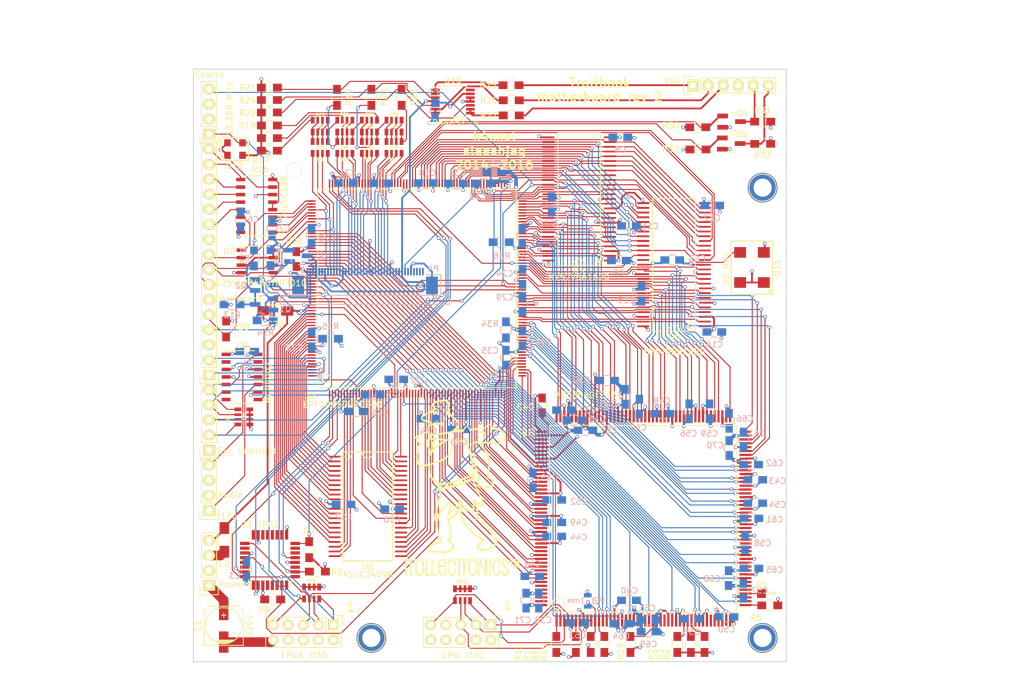
<source format=kicad_pcb>
(kicad_pcb (version 20160815) (host pcbnew no-vcs-found-undefined)
  (layers (0 F.Cu signal) (1 In1.Cu power) (2 In2.Cu mixed) (31 B.Cu signal) (34 B.Paste user) (35 F.Paste user) (36 B.SilkS user) (37 F.SilkS user) (38 B.Mask user) (39 F.Mask user) (44 Edge.Cuts user))
  (net 0 "")
  (net 1 GND)
  (net 2 +3V3)
  (net 3 /A1)
  (net 4 /A2)
  (net 5 /A3)
  (net 6 /A0)
  (net 7 /A4)
  (net 8 /A5)
  (net 9 /A6)
  (net 10 /A7)
  (net 11 /A8)
  (net 12 /A9)
  (net 13 /A10)
  (net 14 /A11)
  (net 15 /A12)
  (net 16 /A15)
  (net 17 /A13)
  (net 18 /A14)
  (net 19 /A16)
  (net 20 /A17)
  (net 21 /A29)
  (net 22 /A30)
  (net 23 /A31)
  (net 24 /A18)
  (net 25 /A19)
  (net 26 /A20)
  (net 27 /A21)
  (net 28 /A22)
  (net 29 /A23)
  (net 30 /A24)
  (net 31 /A25)
  (net 32 /A26)
  (net 33 /A27)
  (net 34 /A28)
  (net 35 /D30)
  (net 36 /D29)
  (net 37 /D28)
  (net 38 /D27)
  (net 39 /D31)
  (net 40 /D5)
  (net 41 /D4)
  (net 42 /D8)
  (net 43 /D6)
  (net 44 /D7)
  (net 45 /D10)
  (net 46 /D9)
  (net 47 /D11)
  (net 48 /D13)
  (net 49 /D12)
  (net 50 /D14)
  (net 51 /D17)
  (net 52 /D15)
  (net 53 /D16)
  (net 54 /D26)
  (net 55 /D24)
  (net 56 /D25)
  (net 57 /D23)
  (net 58 /D22)
  (net 59 /D21)
  (net 60 /D19)
  (net 61 /D20)
  (net 62 /D18)
  (net 63 /D1)
  (net 64 /D3)
  (net 65 /D2)
  (net 66 /D0)
  (net 67 /RAMCKE)
  (net 68 /RAMA12)
  (net 69 /RAMA11)
  (net 70 /RAMA9)
  (net 71 /RAMA8)
  (net 72 /RAMA7)
  (net 73 /RAMA6)
  (net 74 /RAMA5)
  (net 75 /RAMA4)
  (net 76 /RAMWE)
  (net 77 /RAMCAS)
  (net 78 /RAMRAS)
  (net 79 /RAMB0)
  (net 80 /RAMB1)
  (net 81 /RAMA10)
  (net 82 /RAMA0)
  (net 83 /RAMA1)
  (net 84 /RAMA2)
  (net 85 /RAMA3)
  (net 86 /LLD15)
  (net 87 /LLD14)
  (net 88 /LLD13)
  (net 89 /LLD12)
  (net 90 /LLD11)
  (net 91 /LLD10)
  (net 92 /LLD9)
  (net 93 /LLD8)
  (net 94 /CONF_DATA)
  (net 95 /CONF_CLK)
  (net 96 /RAM1CS)
  (net 97 /RAM1LDQM)
  (net 98 /RAM1UDQM)
  (net 99 /RAM0CS)
  (net 100 /RAM0LDQM)
  (net 101 /RAM0UDQM)
  (net 102 /CONF_INIT)
  (net 103 /CONF_CS)
  (net 104 /LLA1)
  (net 105 /LLA2)
  (net 106 /LLA3)
  (net 107 /LLA4)
  (net 108 /LLA5)
  (net 109 /LLA6)
  (net 110 /LLA7)
  (net 111 /LLA8)
  (net 112 /LLA9)
  (net 113 /LLA10)
  (net 114 /LLA11)
  (net 115 /LLA12)
  (net 116 /LLA13)
  (net 117 /LLA14)
  (net 118 /LLA15)
  (net 119 /LLA16)
  (net 120 /LLA17)
  (net 121 /LLA18)
  (net 122 /LLCE)
  (net 123 /LLWE)
  (net 124 /LLLB)
  (net 125 /LLUB)
  (net 126 /LLOE)
  (net 127 /CONF_OE)
  (net 128 /LLD0)
  (net 129 /LLD1)
  (net 130 /LLD2)
  (net 131 /LLD3)
  (net 132 /LLD4)
  (net 133 /LLD5)
  (net 134 /LLD6)
  (net 135 /LLD7)
  (net 136 /CPURSTO)
  (net 137 /CPURSTI)
  (net 138 /CPUIPL2)
  (net 139 /CPUIPL1)
  (net 140 /CPUIPL0)
  (net 141 /CLK33)
  (net 142 /CPULFO)
  (net 143 /CPUSCD)
  (net 144 /CPUTBI)
  (net 145 /CPUTEA)
  (net 146 /CPUTA)
  (net 147 /CPUTIP)
  (net 148 /CPUTP)
  (net 149 /CPUSIZ1)
  (net 150 /CPUSIZ0)
  (net 151 /CPURW)
  (net 152 /CPUTM0)
  (net 153 /CPUTM1)
  (net 154 /CPUTM2)
  (net 155 /CPUTT1)
  (net 156 /CPUTT0)
  (net 157 /SPI1CLK)
  (net 158 /SPI1SS)
  (net 159 /SPI1MOSI)
  (net 160 /SNDSYNC)
  (net 161 /SPI0SSBIT2)
  (net 162 /SPI0SSBIT0)
  (net 163 /SPI0SSBIT1)
  (net 164 /SPI0CLK)
  (net 165 /SPI0MOSI)
  (net 166 /SPI0MISO)
  (net 167 /SPI0SS1)
  (net 168 /VGAR0)
  (net 169 /VGAR1)
  (net 170 /VGAR2)
  (net 171 /VGAR3)
  (net 172 /VGAR4)
  (net 173 /VGAG0)
  (net 174 /VGAG1)
  (net 175 /VGAG2)
  (net 176 /VGAG3)
  (net 177 /VGAG4)
  (net 178 /VGAG5)
  (net 179 /VGAB0)
  (net 180 /VGAB1)
  (net 181 /VGAB2)
  (net 182 /VGAB3)
  (net 183 /VGAB4)
  (net 184 /VGAHSYNC)
  (net 185 /VGAVSYNC)
  (net 186 /VGALED_CATHODE)
  (net 187 "Net-(Q1-Pad1)")
  (net 188 "Net-(Q1-Pad3)")
  (net 189 "Net-(RP1-Pad7)")
  (net 190 "Net-(R19-Pad2)")
  (net 191 "Net-(RP1-Pad5)")
  (net 192 "Net-(RP1-Pad6)")
  (net 193 "Net-(R23-Pad2)")
  (net 194 "Net-(RP2-Pad5)")
  (net 195 "Net-(RP2-Pad6)")
  (net 196 "Net-(RP3-Pad7)")
  (net 197 "Net-(RP3-Pad8)")
  (net 198 "Net-(R20-Pad2)")
  (net 199 "Net-(RP4-Pad7)")
  (net 200 "Net-(RP4-Pad8)")
  (net 201 "Net-(RP4-Pad6)")
  (net 202 "Net-(R25-Pad2)")
  (net 203 "Net-(R26-Pad2)")
  (net 204 "Net-(R27-Pad2)")
  (net 205 "Net-(RP1-Pad8)")
  (net 206 "Net-(RP2-Pad7)")
  (net 207 "Net-(RP3-Pad5)")
  (net 208 "Net-(R18-Pad2)")
  (net 209 "Net-(R17-Pad2)")
  (net 210 "Net-(R20-Pad1)")
  (net 211 "Net-(R23-Pad1)")
  (net 212 "Net-(R19-Pad1)")
  (net 213 "Net-(R16-Pad2)")
  (net 214 /VGALED_ANODE)
  (net 215 /SPI0SS2)
  (net 216 /SPI0SS3)
  (net 217 /SPI0SS4)
  (net 218 /SPI0SS5)
  (net 219 /SPI0SS6)
  (net 220 /SPI0SS7)
  (net 221 /UARTRX)
  (net 222 /UARTTX)
  (net 223 "Net-(P7-Pad1)")
  (net 224 "Net-(P7-Pad2)")
  (net 225 "Net-(P7-Pad3)")
  (net 226 /VGADISP)
  (net 227 /VGADEN)
  (net 228 /PWRON_RESET)
  (net 229 /CLK12)
  (net 230 /VGALED_PWM)
  (net 231 /VGAPWR)
  (net 232 /FPGA_TCK)
  (net 233 /FPGA_TDO)
  (net 234 /FPGA_TMS)
  (net 235 /FPGA_TDI)
  (net 236 /CPUCLK)
  (net 237 /CPUTCK)
  (net 238 /CPUTDO)
  (net 239 /CPUTMS)
  (net 240 /CPUTDI)
  (net 241 /CONF_TDO)
  (net 242 /CPUBR)
  (net 243 /CPUCDIS)
  (net 244 /CPULOC)
  (net 245 /CPUSC0)
  (net 246 /CPUSC1)
  (net 247 /CPUBG)
  (net 248 /CPUBB)
  (net 249 "Net-(R29-Pad2)")
  (net 250 "Net-(P7-Pad5)")
  (net 251 "Net-(P7-Pad6)")
  (net 252 /EXTINT3)
  (net 253 /EXTINT2)
  (net 254 /EXTINT1)
  (net 255 /EXTINT0)
  (net 256 /AUDIOR)
  (net 257 /AUDIOL)
  (net 258 "Net-(R34-Pad2)")
  (module Connect:1pin (layer F.Cu) (at 115 146)
    (fp_text reference REF** hide)
    (fp_text value 1pin hide)
    (pad "" thru_hole circle (at 0 0) (size 5 5) (drill 3.048) (layers *.Cu *.Mask) (net 1 GND))
  )
  (module Connect:1pin (layer F.Cu) (at 181 70)
    (fp_text reference REF** hide)
    (fp_text value 1pin hide)
    (pad "" thru_hole circle (at 0 0) (size 5 5) (drill 3.048) (layers *.Cu *.Mask) (net 1 GND))
  )
  (module mod:RPACK8_SMD (layer F.Cu) (at 118.79952 59.60076 180)
    (fp_text reference RP8 (at -0.05032 1.99924 180) (layer F.SilkS) (effects (font (size 0.5 0.5) (thickness 0.125))))
    (fp_text value 10k (at -0.0635 0 180) (layer F.SilkS) (effects (font (size 0.5 0.5) (thickness 0.125))))
    (pad 1 smd rect (at 1.24968 -1.00076 180) (size 0.62992 1.15062) (layers F.Cu F.Paste F.Mask) (net 200 "Net-(RP4-Pad8)"))
    (pad 8 smd rect (at 1.24968 1.00076 180) (size 0.62992 1.15062) (layers F.Cu F.Paste F.Mask) (net 207 "Net-(RP3-Pad5)"))
    (pad 2 smd rect (at 0.39878 -1.00076 180) (size 0.43942 1.15062) (layers F.Cu F.Paste F.Mask) (net 199 "Net-(RP4-Pad7)"))
    (pad 7 smd rect (at 0.39878 1.00076 180) (size 0.43942 1.15062) (layers F.Cu F.Paste F.Mask) (net 200 "Net-(RP4-Pad8)"))
    (pad 3 smd rect (at -0.39878 -1.00076 180) (size 0.43942 1.15062) (layers F.Cu F.Paste F.Mask) (net 201 "Net-(RP4-Pad6)"))
    (pad 6 smd rect (at -0.40132 1.00076 180) (size 0.43942 1.15062) (layers F.Cu F.Paste F.Mask) (net 199 "Net-(RP4-Pad7)"))
    (pad 4 smd rect (at -1.30048 -1.00076 180) (size 0.62992 1.15062) (layers F.Cu F.Paste F.Mask) (net 198 "Net-(R20-Pad2)"))
    (pad 5 smd rect (at -1.30048 1.00076 180) (size 0.62992 1.15062) (layers F.Cu F.Paste F.Mask) (net 201 "Net-(RP4-Pad6)"))
  )
  (module mod:TSOP54 (layer F.Cu) (at 150.05 71.9 90)
    (fp_text reference U4 (at -12 -0.05 180) (layer F.SilkS))
    (fp_text value HY57V561620 (at -13.2 -0.05 180) (layer F.SilkS))
    (pad 38 smd rect (at 2.4 -5.2 90) (size 0.3 2) (layers F.Cu F.Paste F.Mask) (net 141 /CLK33))
    (pad 37 smd rect (at 3.2 -5.2 90) (size 0.3 2) (layers F.Cu F.Paste F.Mask) (net 67 /RAMCKE))
    (pad 36 smd rect (at 4 -5.2 90) (size 0.3 2) (layers F.Cu F.Paste F.Mask) (net 68 /RAMA12))
    (pad 35 smd rect (at 4.8 -5.2 90) (size 0.3 2) (layers F.Cu F.Paste F.Mask) (net 69 /RAMA11))
    (pad 34 smd rect (at 5.6 -5.2 90) (size 0.3 2) (layers F.Cu F.Paste F.Mask) (net 70 /RAMA9))
    (pad 33 smd rect (at 6.4 -5.2 90) (size 0.3 2) (layers F.Cu F.Paste F.Mask) (net 71 /RAMA8))
    (pad 32 smd rect (at 7.2 -5.2 90) (size 0.3 2) (layers F.Cu F.Paste F.Mask) (net 72 /RAMA7))
    (pad 31 smd rect (at 8 -5.2 90) (size 0.3 2) (layers F.Cu F.Paste F.Mask) (net 73 /RAMA6))
    (pad 30 smd rect (at 8.8 -5.2 90) (size 0.3 2) (layers F.Cu F.Paste F.Mask) (net 74 /RAMA5))
    (pad 29 smd rect (at 9.6 -5.2 90) (size 0.3 2) (layers F.Cu F.Paste F.Mask) (net 75 /RAMA4))
    (pad 28 smd rect (at 10.4 -5.2 90) (size 0.3 2) (layers F.Cu F.Paste F.Mask) (net 1 GND))
    (pad 1 smd rect (at -10.4 5.2 90) (size 0.3 2) (layers F.Cu F.Paste F.Mask) (net 2 +3V3))
    (pad 2 smd rect (at -9.6 5.2 90) (size 0.3 2) (layers F.Cu F.Paste F.Mask) (net 66 /D0))
    (pad 3 smd rect (at -8.8 5.2 90) (size 0.3 2) (layers F.Cu F.Paste F.Mask) (net 2 +3V3))
    (pad 4 smd rect (at -8 5.2 90) (size 0.3 2) (layers F.Cu F.Paste F.Mask) (net 63 /D1))
    (pad 5 smd rect (at -7.2 5.2 90) (size 0.3 2) (layers F.Cu F.Paste F.Mask) (net 65 /D2))
    (pad 6 smd rect (at -6.4 5.2 90) (size 0.3 2) (layers F.Cu F.Paste F.Mask) (net 1 GND))
    (pad 7 smd rect (at -5.6 5.2 90) (size 0.3 2) (layers F.Cu F.Paste F.Mask) (net 64 /D3))
    (pad 8 smd rect (at -4.8 5.2 90) (size 0.3 2) (layers F.Cu F.Paste F.Mask) (net 41 /D4))
    (pad 9 smd rect (at -4 5.2 90) (size 0.3 2) (layers F.Cu F.Paste F.Mask) (net 2 +3V3))
    (pad 10 smd rect (at -3.2 5.2 90) (size 0.3 2) (layers F.Cu F.Paste F.Mask) (net 40 /D5))
    (pad 11 smd rect (at -2.4 5.2 90) (size 0.3 2) (layers F.Cu F.Paste F.Mask) (net 43 /D6))
    (pad 12 smd rect (at -1.6 5.2 90) (size 0.3 2) (layers F.Cu F.Paste F.Mask) (net 1 GND))
    (pad 13 smd rect (at -0.8 5.2 90) (size 0.3 2) (layers F.Cu F.Paste F.Mask) (net 44 /D7))
    (pad 14 smd rect (at 0 5.2 90) (size 0.3 2) (layers F.Cu F.Paste F.Mask) (net 2 +3V3))
    (pad 15 smd rect (at 0.8 5.2 90) (size 0.3 2) (layers F.Cu F.Paste F.Mask) (net 100 /RAM0LDQM))
    (pad 16 smd rect (at 1.6 5.2 90) (size 0.3 2) (layers F.Cu F.Paste F.Mask) (net 76 /RAMWE))
    (pad 17 smd rect (at 2.4 5.2 90) (size 0.3 2) (layers F.Cu F.Paste F.Mask) (net 77 /RAMCAS))
    (pad 18 smd rect (at 3.2 5.2 90) (size 0.3 2) (layers F.Cu F.Paste F.Mask) (net 78 /RAMRAS))
    (pad 19 smd rect (at 4 5.2 90) (size 0.3 2) (layers F.Cu F.Paste F.Mask) (net 99 /RAM0CS))
    (pad 20 smd rect (at 4.8 5.2 90) (size 0.3 2) (layers F.Cu F.Paste F.Mask) (net 79 /RAMB0))
    (pad 21 smd rect (at 5.6 5.2 90) (size 0.3 2) (layers F.Cu F.Paste F.Mask) (net 80 /RAMB1))
    (pad 22 smd rect (at 6.4 5.2 90) (size 0.3 2) (layers F.Cu F.Paste F.Mask) (net 81 /RAMA10))
    (pad 23 smd rect (at 7.2 5.2 90) (size 0.3 2) (layers F.Cu F.Paste F.Mask) (net 82 /RAMA0))
    (pad 24 smd rect (at 8 5.2 90) (size 0.3 2) (layers F.Cu F.Paste F.Mask) (net 83 /RAMA1))
    (pad 25 smd rect (at 8.8 5.2 90) (size 0.3 2) (layers F.Cu F.Paste F.Mask) (net 84 /RAMA2))
    (pad 26 smd rect (at 9.6 5.2 90) (size 0.3 2) (layers F.Cu F.Paste F.Mask) (net 85 /RAMA3))
    (pad 27 smd rect (at 10.4 5.2 90) (size 0.3 2) (layers F.Cu F.Paste F.Mask) (net 2 +3V3))
    (pad 28 smd rect (at 10.4 -5.2 90) (size 0.3 2) (layers F.Cu F.Paste F.Mask) (net 1 GND))
    (pad 29 smd rect (at 9.6 -5.2 90) (size 0.3 2) (layers F.Cu F.Paste F.Mask) (net 75 /RAMA4))
    (pad 30 smd rect (at 8.8 -5.2 90) (size 0.3 2) (layers F.Cu F.Paste F.Mask) (net 74 /RAMA5))
    (pad 31 smd rect (at 8 -5.2 90) (size 0.3 2) (layers F.Cu F.Paste F.Mask) (net 73 /RAMA6))
    (pad 32 smd rect (at 7.2 -5.2 90) (size 0.3 2) (layers F.Cu F.Paste F.Mask) (net 72 /RAMA7))
    (pad 33 smd rect (at 6.4 -5.2 90) (size 0.3 2) (layers F.Cu F.Paste F.Mask) (net 71 /RAMA8))
    (pad 34 smd rect (at 5.6 -5.2 90) (size 0.3 2) (layers F.Cu F.Paste F.Mask) (net 70 /RAMA9))
    (pad 35 smd rect (at 4.8 -5.2 90) (size 0.3 2) (layers F.Cu F.Paste F.Mask) (net 69 /RAMA11))
    (pad 36 smd rect (at 4 -5.2 90) (size 0.3 2) (layers F.Cu F.Paste F.Mask) (net 68 /RAMA12))
    (pad 37 smd rect (at 3.2 -5.2 90) (size 0.3 2) (layers F.Cu F.Paste F.Mask) (net 67 /RAMCKE))
    (pad 38 smd rect (at 2.4 -5.2 90) (size 0.3 2) (layers F.Cu F.Paste F.Mask) (net 141 /CLK33))
    (pad 39 smd rect (at 1.6 -5.2 90) (size 0.3 2) (layers F.Cu F.Paste F.Mask) (net 101 /RAM0UDQM))
    (pad 40 smd rect (at 0.8 -5.2 90) (size 0.3 2) (layers F.Cu F.Paste F.Mask))
    (pad 41 smd rect (at 0 -5.2 90) (size 0.3 2) (layers F.Cu F.Paste F.Mask) (net 1 GND))
    (pad 42 smd rect (at -0.8 -5.2 90) (size 0.3 2) (layers F.Cu F.Paste F.Mask) (net 42 /D8))
    (pad 43 smd rect (at -1.6 -5.2 90) (size 0.3 2) (layers F.Cu F.Paste F.Mask) (net 2 +3V3))
    (pad 44 smd rect (at -2.4 -5.2 90) (size 0.3 2) (layers F.Cu F.Paste F.Mask) (net 46 /D9))
    (pad 45 smd rect (at -3.2 -5.2 90) (size 0.3 2) (layers F.Cu F.Paste F.Mask) (net 45 /D10))
    (pad 46 smd rect (at -4 -5.2 90) (size 0.3 2) (layers F.Cu F.Paste F.Mask) (net 1 GND))
    (pad 47 smd rect (at -4.8 -5.2 90) (size 0.3 2) (layers F.Cu F.Paste F.Mask) (net 47 /D11))
    (pad 48 smd rect (at -5.6 -5.2 90) (size 0.3 2) (layers F.Cu F.Paste F.Mask) (net 49 /D12))
    (pad 49 smd rect (at -6.4 -5.2 90) (size 0.3 2) (layers F.Cu F.Paste F.Mask) (net 2 +3V3))
    (pad 50 smd rect (at -7.2 -5.2 90) (size 0.3 2) (layers F.Cu F.Paste F.Mask) (net 48 /D13))
    (pad 51 smd rect (at -8 -5.2 90) (size 0.3 2) (layers F.Cu F.Paste F.Mask) (net 50 /D14))
    (pad 52 smd rect (at -8.8 -5.2 90) (size 0.3 2) (layers F.Cu F.Paste F.Mask) (net 1 GND))
    (pad 53 smd rect (at -9.6 -5.2 90) (size 0.3 2) (layers F.Cu F.Paste F.Mask) (net 52 /D15))
    (pad 54 smd rect (at -10.4 -5.2 90) (size 0.3 2) (layers F.Cu F.Paste F.Mask) (net 1 GND))
  )
  (module mod:TSOP54 (layer F.Cu) (at 166.05 83 90)
    (fp_text reference U5 (at -12.2 0.05 180) (layer F.SilkS))
    (fp_text value HY57V561620 (at -14.7 0.05 180) (layer F.SilkS))
    (pad 38 smd rect (at 2.4 -5.2 90) (size 0.3 2) (layers F.Cu F.Paste F.Mask) (net 141 /CLK33))
    (pad 37 smd rect (at 3.2 -5.2 90) (size 0.3 2) (layers F.Cu F.Paste F.Mask) (net 67 /RAMCKE))
    (pad 36 smd rect (at 4 -5.2 90) (size 0.3 2) (layers F.Cu F.Paste F.Mask) (net 68 /RAMA12))
    (pad 35 smd rect (at 4.8 -5.2 90) (size 0.3 2) (layers F.Cu F.Paste F.Mask) (net 69 /RAMA11))
    (pad 34 smd rect (at 5.6 -5.2 90) (size 0.3 2) (layers F.Cu F.Paste F.Mask) (net 70 /RAMA9))
    (pad 33 smd rect (at 6.4 -5.2 90) (size 0.3 2) (layers F.Cu F.Paste F.Mask) (net 71 /RAMA8))
    (pad 32 smd rect (at 7.2 -5.2 90) (size 0.3 2) (layers F.Cu F.Paste F.Mask) (net 72 /RAMA7))
    (pad 31 smd rect (at 8 -5.2 90) (size 0.3 2) (layers F.Cu F.Paste F.Mask) (net 73 /RAMA6))
    (pad 30 smd rect (at 8.8 -5.2 90) (size 0.3 2) (layers F.Cu F.Paste F.Mask) (net 74 /RAMA5))
    (pad 29 smd rect (at 9.6 -5.2 90) (size 0.3 2) (layers F.Cu F.Paste F.Mask) (net 75 /RAMA4))
    (pad 28 smd rect (at 10.4 -5.2 90) (size 0.3 2) (layers F.Cu F.Paste F.Mask) (net 1 GND))
    (pad 1 smd rect (at -10.4 5.2 90) (size 0.3 2) (layers F.Cu F.Paste F.Mask) (net 2 +3V3))
    (pad 2 smd rect (at -9.6 5.2 90) (size 0.3 2) (layers F.Cu F.Paste F.Mask) (net 53 /D16))
    (pad 3 smd rect (at -8.8 5.2 90) (size 0.3 2) (layers F.Cu F.Paste F.Mask) (net 2 +3V3))
    (pad 4 smd rect (at -8 5.2 90) (size 0.3 2) (layers F.Cu F.Paste F.Mask) (net 51 /D17))
    (pad 5 smd rect (at -7.2 5.2 90) (size 0.3 2) (layers F.Cu F.Paste F.Mask) (net 62 /D18))
    (pad 6 smd rect (at -6.4 5.2 90) (size 0.3 2) (layers F.Cu F.Paste F.Mask) (net 1 GND))
    (pad 7 smd rect (at -5.6 5.2 90) (size 0.3 2) (layers F.Cu F.Paste F.Mask) (net 60 /D19))
    (pad 8 smd rect (at -4.8 5.2 90) (size 0.3 2) (layers F.Cu F.Paste F.Mask) (net 61 /D20))
    (pad 9 smd rect (at -4 5.2 90) (size 0.3 2) (layers F.Cu F.Paste F.Mask) (net 2 +3V3))
    (pad 10 smd rect (at -3.2 5.2 90) (size 0.3 2) (layers F.Cu F.Paste F.Mask) (net 59 /D21))
    (pad 11 smd rect (at -2.4 5.2 90) (size 0.3 2) (layers F.Cu F.Paste F.Mask) (net 58 /D22))
    (pad 12 smd rect (at -1.6 5.2 90) (size 0.3 2) (layers F.Cu F.Paste F.Mask) (net 1 GND))
    (pad 13 smd rect (at -0.8 5.2 90) (size 0.3 2) (layers F.Cu F.Paste F.Mask) (net 57 /D23))
    (pad 14 smd rect (at 0 5.2 90) (size 0.3 2) (layers F.Cu F.Paste F.Mask) (net 2 +3V3))
    (pad 15 smd rect (at 0.8 5.2 90) (size 0.3 2) (layers F.Cu F.Paste F.Mask) (net 97 /RAM1LDQM))
    (pad 16 smd rect (at 1.6 5.2 90) (size 0.3 2) (layers F.Cu F.Paste F.Mask) (net 76 /RAMWE))
    (pad 17 smd rect (at 2.4 5.2 90) (size 0.3 2) (layers F.Cu F.Paste F.Mask) (net 77 /RAMCAS))
    (pad 18 smd rect (at 3.2 5.2 90) (size 0.3 2) (layers F.Cu F.Paste F.Mask) (net 78 /RAMRAS))
    (pad 19 smd rect (at 4 5.2 90) (size 0.3 2) (layers F.Cu F.Paste F.Mask) (net 96 /RAM1CS))
    (pad 20 smd rect (at 4.8 5.2 90) (size 0.3 2) (layers F.Cu F.Paste F.Mask) (net 79 /RAMB0))
    (pad 21 smd rect (at 5.6 5.2 90) (size 0.3 2) (layers F.Cu F.Paste F.Mask) (net 80 /RAMB1))
    (pad 22 smd rect (at 6.4 5.2 90) (size 0.3 2) (layers F.Cu F.Paste F.Mask) (net 81 /RAMA10))
    (pad 23 smd rect (at 7.2 5.2 90) (size 0.3 2) (layers F.Cu F.Paste F.Mask) (net 82 /RAMA0))
    (pad 24 smd rect (at 8 5.2 90) (size 0.3 2) (layers F.Cu F.Paste F.Mask) (net 83 /RAMA1))
    (pad 25 smd rect (at 8.8 5.2 90) (size 0.3 2) (layers F.Cu F.Paste F.Mask) (net 84 /RAMA2))
    (pad 26 smd rect (at 9.6 5.2 90) (size 0.3 2) (layers F.Cu F.Paste F.Mask) (net 85 /RAMA3))
    (pad 27 smd rect (at 10.4 5.2 90) (size 0.3 2) (layers F.Cu F.Paste F.Mask) (net 2 +3V3))
    (pad 28 smd rect (at 10.4 -5.2 90) (size 0.3 2) (layers F.Cu F.Paste F.Mask) (net 1 GND))
    (pad 29 smd rect (at 9.6 -5.2 90) (size 0.3 2) (layers F.Cu F.Paste F.Mask) (net 75 /RAMA4))
    (pad 30 smd rect (at 8.8 -5.2 90) (size 0.3 2) (layers F.Cu F.Paste F.Mask) (net 74 /RAMA5))
    (pad 31 smd rect (at 8 -5.2 90) (size 0.3 2) (layers F.Cu F.Paste F.Mask) (net 73 /RAMA6))
    (pad 32 smd rect (at 7.2 -5.2 90) (size 0.3 2) (layers F.Cu F.Paste F.Mask) (net 72 /RAMA7))
    (pad 33 smd rect (at 6.4 -5.2 90) (size 0.3 2) (layers F.Cu F.Paste F.Mask) (net 71 /RAMA8))
    (pad 34 smd rect (at 5.6 -5.2 90) (size 0.3 2) (layers F.Cu F.Paste F.Mask) (net 70 /RAMA9))
    (pad 35 smd rect (at 4.8 -5.2 90) (size 0.3 2) (layers F.Cu F.Paste F.Mask) (net 69 /RAMA11))
    (pad 36 smd rect (at 4 -5.2 90) (size 0.3 2) (layers F.Cu F.Paste F.Mask) (net 68 /RAMA12))
    (pad 37 smd rect (at 3.2 -5.2 90) (size 0.3 2) (layers F.Cu F.Paste F.Mask) (net 67 /RAMCKE))
    (pad 38 smd rect (at 2.4 -5.2 90) (size 0.3 2) (layers F.Cu F.Paste F.Mask) (net 141 /CLK33))
    (pad 39 smd rect (at 1.6 -5.2 90) (size 0.3 2) (layers F.Cu F.Paste F.Mask) (net 98 /RAM1UDQM))
    (pad 40 smd rect (at 0.8 -5.2 90) (size 0.3 2) (layers F.Cu F.Paste F.Mask))
    (pad 41 smd rect (at 0 -5.2 90) (size 0.3 2) (layers F.Cu F.Paste F.Mask) (net 1 GND))
    (pad 42 smd rect (at -0.8 -5.2 90) (size 0.3 2) (layers F.Cu F.Paste F.Mask) (net 55 /D24))
    (pad 43 smd rect (at -1.6 -5.2 90) (size 0.3 2) (layers F.Cu F.Paste F.Mask) (net 2 +3V3))
    (pad 44 smd rect (at -2.4 -5.2 90) (size 0.3 2) (layers F.Cu F.Paste F.Mask) (net 56 /D25))
    (pad 45 smd rect (at -3.2 -5.2 90) (size 0.3 2) (layers F.Cu F.Paste F.Mask) (net 54 /D26))
    (pad 46 smd rect (at -4 -5.2 90) (size 0.3 2) (layers F.Cu F.Paste F.Mask) (net 1 GND))
    (pad 47 smd rect (at -4.8 -5.2 90) (size 0.3 2) (layers F.Cu F.Paste F.Mask) (net 38 /D27))
    (pad 48 smd rect (at -5.6 -5.2 90) (size 0.3 2) (layers F.Cu F.Paste F.Mask) (net 37 /D28))
    (pad 49 smd rect (at -6.4 -5.2 90) (size 0.3 2) (layers F.Cu F.Paste F.Mask) (net 2 +3V3))
    (pad 50 smd rect (at -7.2 -5.2 90) (size 0.3 2) (layers F.Cu F.Paste F.Mask) (net 36 /D29))
    (pad 51 smd rect (at -8 -5.2 90) (size 0.3 2) (layers F.Cu F.Paste F.Mask) (net 35 /D30))
    (pad 52 smd rect (at -8.8 -5.2 90) (size 0.3 2) (layers F.Cu F.Paste F.Mask) (net 1 GND))
    (pad 53 smd rect (at -9.6 -5.2 90) (size 0.3 2) (layers F.Cu F.Paste F.Mask) (net 39 /D31))
    (pad 54 smd rect (at -10.4 -5.2 90) (size 0.3 2) (layers F.Cu F.Paste F.Mask) (net 1 GND))
  )
  (module mod:QFP-184 (layer F.Cu) (at 160.55 126.15)
    (fp_text reference U1 (at -19.25 -14.85) (layer F.SilkS))
    (fp_text value MC68040FE33V (at -9.05 -21.15) (layer F.SilkS))
    (pad 1 smd rect (at -14.30528 16.90624) (size 0.381 2.032) (layers F.Cu F.Paste F.Mask) (net 136 /CPURSTO))
    (pad 2 smd rect (at -13.65504 16.90624) (size 0.381 2.032) (layers F.Cu F.Paste F.Mask) (net 238 /CPUTDO))
    (pad 3 smd rect (at -13.0048 16.90624) (size 0.381 2.032) (layers F.Cu F.Paste F.Mask) (net 240 /CPUTDI))
    (pad 4 smd rect (at -12.35456 16.90624) (size 0.381 2.032) (layers F.Cu F.Paste F.Mask) (net 237 /CPUTCK))
    (pad 5 smd rect (at -11.70432 16.90624) (size 0.381 2.032) (layers F.Cu F.Paste F.Mask) (net 1 GND))
    (pad 6 smd rect (at -11.05408 16.90624) (size 0.381 2.032) (layers F.Cu F.Paste F.Mask) (net 244 /CPULOC))
    (pad 7 smd rect (at -10.40384 16.90624) (size 0.381 2.032) (layers F.Cu F.Paste F.Mask) (net 239 /CPUTMS))
    (pad 8 smd rect (at -9.7536 16.90624) (size 0.381 2.032) (layers F.Cu F.Paste F.Mask) (net 1 GND))
    (pad 9 smd rect (at -9.10336 16.90624) (size 0.381 2.032) (layers F.Cu F.Paste F.Mask) (net 2 +3V3))
    (pad 10 smd rect (at -8.45312 16.90624) (size 0.381 2.032) (layers F.Cu F.Paste F.Mask) (net 2 +3V3))
    (pad 11 smd rect (at -7.80288 16.90624) (size 0.381 2.032) (layers F.Cu F.Paste F.Mask) (net 243 /CPUCDIS))
    (pad 12 smd rect (at -7.15264 16.90624) (size 0.381 2.032) (layers F.Cu F.Paste F.Mask) (net 137 /CPURSTI))
    (pad 13 smd rect (at -6.5024 16.90624) (size 0.381 2.032) (layers F.Cu F.Paste F.Mask) (net 138 /CPUIPL2))
    (pad 14 smd rect (at -5.85216 16.90624) (size 0.381 2.032) (layers F.Cu F.Paste F.Mask) (net 139 /CPUIPL1))
    (pad 15 smd rect (at -5.20192 16.90624) (size 0.381 2.032) (layers F.Cu F.Paste F.Mask) (net 140 /CPUIPL0))
    (pad 16 smd rect (at -4.55168 16.90624) (size 0.381 2.032) (layers F.Cu F.Paste F.Mask) (net 2 +3V3))
    (pad 17 smd rect (at -3.90144 16.90624) (size 0.381 2.032) (layers F.Cu F.Paste F.Mask) (net 1 GND))
    (pad 18 smd rect (at -3.2512 16.90624) (size 0.381 2.032) (layers F.Cu F.Paste F.Mask) (net 236 /CPUCLK))
    (pad 19 smd rect (at -2.60096 16.90624) (size 0.381 2.032) (layers F.Cu F.Paste F.Mask) (net 2 +3V3))
    (pad 20 smd rect (at -1.95072 16.90624) (size 0.381 2.032) (layers F.Cu F.Paste F.Mask) (net 142 /CPULFO))
    (pad 21 smd rect (at -1.30048 16.90624) (size 0.381 2.032) (layers F.Cu F.Paste F.Mask) (net 2 +3V3))
    (pad 22 smd rect (at -0.65024 16.90624) (size 0.381 2.032) (layers F.Cu F.Paste F.Mask) (net 1 GND))
    (pad 23 smd rect (at 0 16.90624) (size 0.381 2.032) (layers F.Cu F.Paste F.Mask) (net 1 GND))
    (pad 24 smd rect (at 0.65024 16.90624) (size 0.381 2.032) (layers F.Cu F.Paste F.Mask) (net 1 GND))
    (pad 25 smd rect (at 1.30048 16.90624) (size 0.381 2.032) (layers F.Cu F.Paste F.Mask) (net 143 /CPUSCD))
    (pad 26 smd rect (at 1.95072 16.90624) (size 0.381 2.032) (layers F.Cu F.Paste F.Mask) (net 249 "Net-(R29-Pad2)"))
    (pad 27 smd rect (at 2.60096 16.90624) (size 0.381 2.032) (layers F.Cu F.Paste F.Mask) (net 1 GND))
    (pad 28 smd rect (at 3.2512 16.90624) (size 0.381 2.032) (layers F.Cu F.Paste F.Mask) (net 1 GND))
    (pad 29 smd rect (at 3.90144 16.90624) (size 0.381 2.032) (layers F.Cu F.Paste F.Mask))
    (pad 30 smd rect (at 4.55168 16.90624) (size 0.381 2.032) (layers F.Cu F.Paste F.Mask) (net 1 GND))
    (pad 31 smd rect (at 5.20192 16.90624) (size 0.381 2.032) (layers F.Cu F.Paste F.Mask) (net 144 /CPUTBI))
    (pad 32 smd rect (at 5.85216 16.90624) (size 0.381 2.032) (layers F.Cu F.Paste F.Mask) (net 2 +3V3))
    (pad 33 smd rect (at 6.5024 16.90624) (size 0.381 2.032) (layers F.Cu F.Paste F.Mask) (net 1 GND))
    (pad 34 smd rect (at 7.15264 16.90624) (size 0.381 2.032) (layers F.Cu F.Paste F.Mask) (net 245 /CPUSC0))
    (pad 35 smd rect (at 7.80288 16.90624) (size 0.381 2.032) (layers F.Cu F.Paste F.Mask) (net 246 /CPUSC1))
    (pad 36 smd rect (at 8.45312 16.90624) (size 0.381 2.032) (layers F.Cu F.Paste F.Mask) (net 247 /CPUBG))
    (pad 37 smd rect (at 9.10336 16.90624) (size 0.381 2.032) (layers F.Cu F.Paste F.Mask) (net 145 /CPUTEA))
    (pad 38 smd rect (at 9.7536 16.90624) (size 0.381 2.032) (layers F.Cu F.Paste F.Mask) (net 146 /CPUTA))
    (pad 39 smd rect (at 10.40384 16.90624) (size 0.381 2.032) (layers F.Cu F.Paste F.Mask))
    (pad 40 smd rect (at 11.05408 16.90624) (size 0.381 2.032) (layers F.Cu F.Paste F.Mask) (net 1 GND))
    (pad 41 smd rect (at 11.70432 16.90624) (size 0.381 2.032) (layers F.Cu F.Paste F.Mask))
    (pad 42 smd rect (at 12.35456 16.90624) (size 0.381 2.032) (layers F.Cu F.Paste F.Mask))
    (pad 43 smd rect (at 13.0048 16.90624) (size 0.381 2.032) (layers F.Cu F.Paste F.Mask) (net 2 +3V3))
    (pad 44 smd rect (at 13.65504 16.90624) (size 0.381 2.032) (layers F.Cu F.Paste F.Mask))
    (pad 45 smd rect (at 14.30528 16.90624) (size 0.381 2.032) (layers F.Cu F.Paste F.Mask) (net 147 /CPUTIP))
    (pad 46 smd rect (at 14.95552 16.90624) (size 0.381 2.032) (layers F.Cu F.Paste F.Mask) (net 1 GND))
    (pad 50 smd rect (at 17.55648 12.35456 90) (size 0.381 2.032) (layers F.Cu F.Paste F.Mask) (net 242 /CPUBR))
    (pad 47 smd rect (at 17.55648 14.30528 90) (size 0.381 2.032) (layers F.Cu F.Paste F.Mask) (net 248 /CPUBB))
    (pad 48 smd rect (at 17.55648 13.65504 90) (size 0.381 2.032) (layers F.Cu F.Paste F.Mask) (net 148 /CPUTP))
    (pad 49 smd rect (at 17.55648 13.0048 90) (size 0.381 2.032) (layers F.Cu F.Paste F.Mask) (net 2 +3V3))
    (pad 51 smd rect (at 17.55648 11.70432 90) (size 0.381 2.032) (layers F.Cu F.Paste F.Mask))
    (pad 55 smd rect (at 17.55648 9.10336 90) (size 0.381 2.032) (layers F.Cu F.Paste F.Mask) (net 1 GND))
    (pad 52 smd rect (at 17.55648 11.05408 90) (size 0.381 2.032) (layers F.Cu F.Paste F.Mask) (net 1 GND))
    (pad 53 smd rect (at 17.55648 10.40384 90) (size 0.381 2.032) (layers F.Cu F.Paste F.Mask))
    (pad 54 smd rect (at 17.55648 9.7536 90) (size 0.381 2.032) (layers F.Cu F.Paste F.Mask) (net 149 /CPUSIZ1))
    (pad 56 smd rect (at 17.55648 8.45312 90) (size 0.381 2.032) (layers F.Cu F.Paste F.Mask) (net 2 +3V3))
    (pad 60 smd rect (at 17.55648 5.85216 90) (size 0.381 2.032) (layers F.Cu F.Paste F.Mask) (net 150 /CPUSIZ0))
    (pad 57 smd rect (at 17.55648 7.80288 90) (size 0.381 2.032) (layers F.Cu F.Paste F.Mask))
    (pad 58 smd rect (at 17.55648 7.15264 90) (size 0.381 2.032) (layers F.Cu F.Paste F.Mask) (net 151 /CPURW))
    (pad 59 smd rect (at 17.55648 6.5024 90) (size 0.381 2.032) (layers F.Cu F.Paste F.Mask) (net 1 GND))
    (pad 61 smd rect (at 17.55648 5.20192 90) (size 0.381 2.032) (layers F.Cu F.Paste F.Mask))
    (pad 65 smd rect (at 17.55648 2.60096 90) (size 0.381 2.032) (layers F.Cu F.Paste F.Mask) (net 1 GND))
    (pad 62 smd rect (at 17.55648 4.55168 90) (size 0.381 2.032) (layers F.Cu F.Paste F.Mask) (net 2 +3V3))
    (pad 63 smd rect (at 17.55648 3.90144 90) (size 0.381 2.032) (layers F.Cu F.Paste F.Mask))
    (pad 64 smd rect (at 17.55648 3.2512 90) (size 0.381 2.032) (layers F.Cu F.Paste F.Mask) (net 152 /CPUTM0))
    (pad 66 smd rect (at 17.55648 1.95072 90) (size 0.381 2.032) (layers F.Cu F.Paste F.Mask) (net 153 /CPUTM1))
    (pad 67 smd rect (at 17.55648 1.30048 90) (size 0.381 2.032) (layers F.Cu F.Paste F.Mask) (net 154 /CPUTM2))
    (pad 68 smd rect (at 17.55648 0.65024 90) (size 0.381 2.032) (layers F.Cu F.Paste F.Mask) (net 1 GND))
    (pad 69 smd rect (at 17.55648 0 90) (size 0.381 2.032) (layers F.Cu F.Paste F.Mask) (net 2 +3V3))
    (pad 91 smd rect (at 17.55648 -14.30528 90) (size 0.381 2.032) (layers F.Cu F.Paste F.Mask) (net 1 GND))
    (pad 87 smd rect (at 17.55648 -11.70432 90) (size 0.381 2.032) (layers F.Cu F.Paste F.Mask) (net 35 /D30))
    (pad 88 smd rect (at 17.55648 -12.35456 90) (size 0.381 2.032) (layers F.Cu F.Paste F.Mask) (net 2 +3V3))
    (pad 89 smd rect (at 17.55648 -13.0048 90) (size 0.381 2.032) (layers F.Cu F.Paste F.Mask) (net 36 /D29))
    (pad 90 smd rect (at 17.55648 -13.65504 90) (size 0.381 2.032) (layers F.Cu F.Paste F.Mask) (net 37 /D28))
    (pad 92 smd rect (at 17.55648 -14.95552 90) (size 0.381 2.032) (layers F.Cu F.Paste F.Mask) (net 38 /D27))
    (pad 71 smd rect (at 17.55648 -1.30048 90) (size 0.381 2.032) (layers F.Cu F.Paste F.Mask) (net 3 /A1))
    (pad 72 smd rect (at 17.55648 -1.95072 90) (size 0.381 2.032) (layers F.Cu F.Paste F.Mask) (net 1 GND))
    (pad 73 smd rect (at 17.55648 -2.60096 90) (size 0.381 2.032) (layers F.Cu F.Paste F.Mask) (net 4 /A2))
    (pad 74 smd rect (at 17.55648 -3.2512 90) (size 0.381 2.032) (layers F.Cu F.Paste F.Mask) (net 5 /A3))
    (pad 75 smd rect (at 17.55648 -3.90144 90) (size 0.381 2.032) (layers F.Cu F.Paste F.Mask) (net 2 +3V3))
    (pad 70 smd rect (at 17.55648 -0.65024 90) (size 0.381 2.032) (layers F.Cu F.Paste F.Mask) (net 6 /A0))
    (pad 76 smd rect (at 17.55648 -4.55168 90) (size 0.381 2.032) (layers F.Cu F.Paste F.Mask) (net 7 /A4))
    (pad 77 smd rect (at 17.55648 -5.20192 90) (size 0.381 2.032) (layers F.Cu F.Paste F.Mask) (net 8 /A5))
    (pad 78 smd rect (at 17.55648 -5.85216 90) (size 0.381 2.032) (layers F.Cu F.Paste F.Mask) (net 1 GND))
    (pad 79 smd rect (at 17.55648 -6.5024 90) (size 0.381 2.032) (layers F.Cu F.Paste F.Mask) (net 9 /A6))
    (pad 80 smd rect (at 17.55648 -7.15264 90) (size 0.381 2.032) (layers F.Cu F.Paste F.Mask) (net 10 /A7))
    (pad 81 smd rect (at 17.55648 -7.80288 90) (size 0.381 2.032) (layers F.Cu F.Paste F.Mask) (net 2 +3V3))
    (pad 85 smd rect (at 17.55648 -10.40384 90) (size 0.381 2.032) (layers F.Cu F.Paste F.Mask) (net 1 GND))
    (pad 82 smd rect (at 17.55648 -8.45312 90) (size 0.381 2.032) (layers F.Cu F.Paste F.Mask) (net 11 /A8))
    (pad 83 smd rect (at 17.55648 -9.10336 90) (size 0.381 2.032) (layers F.Cu F.Paste F.Mask) (net 12 /A9))
    (pad 84 smd rect (at 17.55648 -9.7536 90) (size 0.381 2.032) (layers F.Cu F.Paste F.Mask) (net 2 +3V3))
    (pad 86 smd rect (at 17.55648 -11.05408 90) (size 0.381 2.032) (layers F.Cu F.Paste F.Mask) (net 39 /D31))
    (pad 181 smd rect (at -16.90624 12.35456 90) (size 0.381 2.032) (layers F.Cu F.Paste F.Mask) (net 2 +3V3))
    (pad 184 smd rect (at -16.90624 14.30528 90) (size 0.381 2.032) (layers F.Cu F.Paste F.Mask) (net 1 GND))
    (pad 183 smd rect (at -16.90624 13.65504 90) (size 0.381 2.032) (layers F.Cu F.Paste F.Mask))
    (pad 182 smd rect (at -16.90624 13.0048 90) (size 0.381 2.032) (layers F.Cu F.Paste F.Mask))
    (pad 180 smd rect (at -16.90624 11.70432 90) (size 0.381 2.032) (layers F.Cu F.Paste F.Mask))
    (pad 176 smd rect (at -16.90624 9.10336 90) (size 0.381 2.032) (layers F.Cu F.Paste F.Mask) (net 155 /CPUTT1))
    (pad 179 smd rect (at -16.90624 11.05408 90) (size 0.381 2.032) (layers F.Cu F.Paste F.Mask))
    (pad 178 smd rect (at -16.90624 10.40384 90) (size 0.381 2.032) (layers F.Cu F.Paste F.Mask) (net 1 GND))
    (pad 177 smd rect (at -16.90624 9.7536 90) (size 0.381 2.032) (layers F.Cu F.Paste F.Mask) (net 156 /CPUTT0))
    (pad 175 smd rect (at -16.90624 8.45312 90) (size 0.381 2.032) (layers F.Cu F.Paste F.Mask) (net 2 +3V3))
    (pad 171 smd rect (at -16.90624 5.85216 90) (size 0.381 2.032) (layers F.Cu F.Paste F.Mask) (net 1 GND))
    (pad 174 smd rect (at -16.90624 7.80288 90) (size 0.381 2.032) (layers F.Cu F.Paste F.Mask) (net 1 GND))
    (pad 173 smd rect (at -16.90624 7.15264 90) (size 0.381 2.032) (layers F.Cu F.Paste F.Mask) (net 13 /A10))
    (pad 172 smd rect (at -16.90624 6.5024 90) (size 0.381 2.032) (layers F.Cu F.Paste F.Mask) (net 14 /A11))
    (pad 170 smd rect (at -16.90624 5.20192 90) (size 0.381 2.032) (layers F.Cu F.Paste F.Mask) (net 15 /A12))
    (pad 166 smd rect (at -16.90624 2.60096 90) (size 0.381 2.032) (layers F.Cu F.Paste F.Mask) (net 16 /A15))
    (pad 169 smd rect (at -16.90624 4.55168 90) (size 0.381 2.032) (layers F.Cu F.Paste F.Mask) (net 17 /A13))
    (pad 168 smd rect (at -16.90624 3.90144 90) (size 0.381 2.032) (layers F.Cu F.Paste F.Mask) (net 2 +3V3))
    (pad 167 smd rect (at -16.90624 3.2512 90) (size 0.381 2.032) (layers F.Cu F.Paste F.Mask) (net 18 /A14))
    (pad 165 smd rect (at -16.90624 1.95072 90) (size 0.381 2.032) (layers F.Cu F.Paste F.Mask) (net 1 GND))
    (pad 164 smd rect (at -16.90624 1.30048 90) (size 0.381 2.032) (layers F.Cu F.Paste F.Mask) (net 19 /A16))
    (pad 163 smd rect (at -16.90624 0.65024 90) (size 0.381 2.032) (layers F.Cu F.Paste F.Mask) (net 20 /A17))
    (pad 162 smd rect (at -16.90624 0 90) (size 0.381 2.032) (layers F.Cu F.Paste F.Mask) (net 1 GND))
    (pad 140 smd rect (at -16.90624 -14.30528 90) (size 0.381 2.032) (layers F.Cu F.Paste F.Mask) (net 2 +3V3))
    (pad 144 smd rect (at -16.90624 -11.70432 90) (size 0.381 2.032) (layers F.Cu F.Paste F.Mask) (net 21 /A29))
    (pad 143 smd rect (at -16.90624 -12.35456 90) (size 0.381 2.032) (layers F.Cu F.Paste F.Mask) (net 2 +3V3))
    (pad 142 smd rect (at -16.90624 -13.0048 90) (size 0.381 2.032) (layers F.Cu F.Paste F.Mask) (net 22 /A30))
    (pad 141 smd rect (at -16.90624 -13.65504 90) (size 0.381 2.032) (layers F.Cu F.Paste F.Mask) (net 23 /A31))
    (pad 139 smd rect (at -16.90624 -14.95552 90) (size 0.381 2.032) (layers F.Cu F.Paste F.Mask) (net 1 GND))
    (pad 160 smd rect (at -16.90624 -1.30048 90) (size 0.381 2.032) (layers F.Cu F.Paste F.Mask) (net 24 /A18))
    (pad 159 smd rect (at -16.90624 -1.95072 90) (size 0.381 2.032) (layers F.Cu F.Paste F.Mask) (net 25 /A19))
    (pad 158 smd rect (at -16.90624 -2.60096 90) (size 0.381 2.032) (layers F.Cu F.Paste F.Mask) (net 1 GND))
    (pad 157 smd rect (at -16.90624 -3.2512 90) (size 0.381 2.032) (layers F.Cu F.Paste F.Mask) (net 26 /A20))
    (pad 156 smd rect (at -16.90624 -3.90144 90) (size 0.381 2.032) (layers F.Cu F.Paste F.Mask) (net 27 /A21))
    (pad 161 smd rect (at -16.90624 -0.65024 90) (size 0.381 2.032) (layers F.Cu F.Paste F.Mask) (net 2 +3V3))
    (pad 155 smd rect (at -16.90624 -4.55168 90) (size 0.381 2.032) (layers F.Cu F.Paste F.Mask) (net 2 +3V3))
    (pad 154 smd rect (at -16.90624 -5.20192 90) (size 0.381 2.032) (layers F.Cu F.Paste F.Mask) (net 28 /A22))
    (pad 153 smd rect (at -16.90624 -5.85216 90) (size 0.381 2.032) (layers F.Cu F.Paste F.Mask) (net 29 /A23))
    (pad 152 smd rect (at -16.90624 -6.5024 90) (size 0.381 2.032) (layers F.Cu F.Paste F.Mask) (net 1 GND))
    (pad 151 smd rect (at -16.90624 -7.15264 90) (size 0.381 2.032) (layers F.Cu F.Paste F.Mask) (net 30 /A24))
    (pad 150 smd rect (at -16.90624 -7.80288 90) (size 0.381 2.032) (layers F.Cu F.Paste F.Mask) (net 31 /A25))
    (pad 146 smd rect (at -16.90624 -10.40384 90) (size 0.381 2.032) (layers F.Cu F.Paste F.Mask) (net 1 GND))
    (pad 149 smd rect (at -16.90624 -8.45312 90) (size 0.381 2.032) (layers F.Cu F.Paste F.Mask) (net 2 +3V3))
    (pad 148 smd rect (at -16.90624 -9.10336 90) (size 0.381 2.032) (layers F.Cu F.Paste F.Mask) (net 32 /A26))
    (pad 147 smd rect (at -16.90624 -9.7536 90) (size 0.381 2.032) (layers F.Cu F.Paste F.Mask) (net 33 /A27))
    (pad 145 smd rect (at -16.90624 -11.05408 90) (size 0.381 2.032) (layers F.Cu F.Paste F.Mask) (net 34 /A28))
    (pad 129 smd rect (at -8.45312 -17.55648) (size 0.381 2.032) (layers F.Cu F.Paste F.Mask) (net 40 /D5))
    (pad 132 smd rect (at -10.40384 -17.55648) (size 0.381 2.032) (layers F.Cu F.Paste F.Mask) (net 1 GND))
    (pad 128 smd rect (at -7.80288 -17.55648) (size 0.381 2.032) (layers F.Cu F.Paste F.Mask) (net 2 +3V3))
    (pad 130 smd rect (at -9.10336 -17.55648) (size 0.381 2.032) (layers F.Cu F.Paste F.Mask) (net 1 GND))
    (pad 131 smd rect (at -9.7536 -17.55648) (size 0.381 2.032) (layers F.Cu F.Paste F.Mask) (net 41 /D4))
    (pad 124 smd rect (at -5.20192 -17.55648) (size 0.381 2.032) (layers F.Cu F.Paste F.Mask) (net 42 /D8))
    (pad 127 smd rect (at -7.15264 -17.55648) (size 0.381 2.032) (layers F.Cu F.Paste F.Mask) (net 43 /D6))
    (pad 126 smd rect (at -6.5024 -17.55648) (size 0.381 2.032) (layers F.Cu F.Paste F.Mask) (net 44 /D7))
    (pad 125 smd rect (at -5.85216 -17.55648) (size 0.381 2.032) (layers F.Cu F.Paste F.Mask) (net 1 GND))
    (pad 121 smd rect (at -3.2512 -17.55648) (size 0.381 2.032) (layers F.Cu F.Paste F.Mask) (net 1 GND))
    (pad 120 smd rect (at -2.60096 -17.55648) (size 0.381 2.032) (layers F.Cu F.Paste F.Mask) (net 45 /D10))
    (pad 123 smd rect (at -4.55168 -17.55648) (size 0.381 2.032) (layers F.Cu F.Paste F.Mask) (net 46 /D9))
    (pad 122 smd rect (at -3.90144 -17.55648) (size 0.381 2.032) (layers F.Cu F.Paste F.Mask) (net 2 +3V3))
    (pad 119 smd rect (at -1.95072 -17.55648) (size 0.381 2.032) (layers F.Cu F.Paste F.Mask) (net 47 /D11))
    (pad 116 smd rect (at 0 -17.55648) (size 0.381 2.032) (layers F.Cu F.Paste F.Mask) (net 48 /D13))
    (pad 117 smd rect (at -0.65024 -17.55648) (size 0.381 2.032) (layers F.Cu F.Paste F.Mask) (net 49 /D12))
    (pad 115 smd rect (at 0.65024 -17.55648) (size 0.381 2.032) (layers F.Cu F.Paste F.Mask) (net 2 +3V3))
    (pad 114 smd rect (at 1.30048 -17.55648) (size 0.381 2.032) (layers F.Cu F.Paste F.Mask) (net 50 /D14))
    (pad 118 smd rect (at -1.30048 -17.55648) (size 0.381 2.032) (layers F.Cu F.Paste F.Mask) (net 1 GND))
    (pad 110 smd rect (at 3.90144 -17.55648) (size 0.381 2.032) (layers F.Cu F.Paste F.Mask) (net 51 /D17))
    (pad 109 smd rect (at 4.55168 -17.55648) (size 0.381 2.032) (layers F.Cu F.Paste F.Mask) (net 2 +3V3))
    (pad 113 smd rect (at 1.95072 -17.55648) (size 0.381 2.032) (layers F.Cu F.Paste F.Mask) (net 52 /D15))
    (pad 112 smd rect (at 2.60096 -17.55648) (size 0.381 2.032) (layers F.Cu F.Paste F.Mask) (net 1 GND))
    (pad 111 smd rect (at 3.2512 -17.55648) (size 0.381 2.032) (layers F.Cu F.Paste F.Mask) (net 53 /D16))
    (pad 93 smd rect (at 14.95552 -17.55648) (size 0.381 2.032) (layers F.Cu F.Paste F.Mask) (net 54 /D26))
    (pad 97 smd rect (at 12.35456 -17.55648) (size 0.381 2.032) (layers F.Cu F.Paste F.Mask) (net 55 /D24))
    (pad 94 smd rect (at 14.30528 -17.55648) (size 0.381 2.032) (layers F.Cu F.Paste F.Mask) (net 2 +3V3))
    (pad 95 smd rect (at 13.65504 -17.55648) (size 0.381 2.032) (layers F.Cu F.Paste F.Mask) (net 1 GND))
    (pad 96 smd rect (at 13.0048 -17.55648) (size 0.381 2.032) (layers F.Cu F.Paste F.Mask) (net 56 /D25))
    (pad 99 smd rect (at 11.05408 -17.55648) (size 0.381 2.032) (layers F.Cu F.Paste F.Mask) (net 57 /D23))
    (pad 102 smd rect (at 9.10336 -17.55648) (size 0.381 2.032) (layers F.Cu F.Paste F.Mask) (net 2 +3V3))
    (pad 98 smd rect (at 11.70432 -17.55648) (size 0.381 2.032) (layers F.Cu F.Paste F.Mask) (net 1 GND))
    (pad 100 smd rect (at 10.40384 -17.55648) (size 0.381 2.032) (layers F.Cu F.Paste F.Mask) (net 2 +3V3))
    (pad 101 smd rect (at 9.7536 -17.55648) (size 0.381 2.032) (layers F.Cu F.Paste F.Mask) (net 58 /D22))
    (pad 108 smd rect (at 5.20192 -17.55648) (size 0.381 2.032) (layers F.Cu F.Paste F.Mask) (net 1 GND))
    (pad 103 smd rect (at 8.45312 -17.55648) (size 0.381 2.032) (layers F.Cu F.Paste F.Mask) (net 59 /D21))
    (pad 106 smd rect (at 6.5024 -17.55648) (size 0.381 2.032) (layers F.Cu F.Paste F.Mask) (net 60 /D19))
    (pad 105 smd rect (at 7.15264 -17.55648) (size 0.381 2.032) (layers F.Cu F.Paste F.Mask) (net 1 GND))
    (pad 104 smd rect (at 7.80288 -17.55648) (size 0.381 2.032) (layers F.Cu F.Paste F.Mask) (net 61 /D20))
    (pad 107 smd rect (at 5.85216 -17.55648) (size 0.381 2.032) (layers F.Cu F.Paste F.Mask) (net 62 /D18))
    (pad 136 smd rect (at -13.0048 -17.55648) (size 0.381 2.032) (layers F.Cu F.Paste F.Mask) (net 2 +3V3))
    (pad 137 smd rect (at -13.65504 -17.55648) (size 0.381 2.032) (layers F.Cu F.Paste F.Mask) (net 63 /D1))
    (pad 135 smd rect (at -12.35456 -17.55648) (size 0.381 2.032) (layers F.Cu F.Paste F.Mask) (net 1 GND))
    (pad 133 smd rect (at -11.05408 -17.55648) (size 0.381 2.032) (layers F.Cu F.Paste F.Mask) (net 64 /D3))
    (pad 134 smd rect (at -11.70432 -17.55648) (size 0.381 2.032) (layers F.Cu F.Paste F.Mask) (net 65 /D2))
    (pad 138 smd rect (at -14.30528 -17.55648) (size 0.381 2.032) (layers F.Cu F.Paste F.Mask) (net 66 /D0))
  )
  (module mod:RQFP-240 (layer F.Cu) (at 122.45 87.25)
    (fp_text reference U2 (at -17.85 17.85) (layer F.SilkS))
    (fp_text value EPF10K50VRC240 (at -12.35 19.35) (layer F.SilkS))
    (pad 180 smd rect (at -14.5 -18) (size 0.25 1.3) (layers F.Cu F.Paste F.Mask) (net 94 /CONF_DATA))
    (pad 179 smd rect (at -14 -18) (size 0.25 1.3) (layers F.Cu F.Paste F.Mask) (net 95 /CONF_CLK))
    (pad 178 smd rect (at -13.5 -18) (size 0.25 1.3) (layers F.Cu F.Paste F.Mask) (net 1 GND))
    (pad 177 smd rect (at -13 -18) (size 0.25 1.3) (layers F.Cu F.Paste F.Mask) (net 235 /FPGA_TDI))
    (pad 176 smd rect (at -12.5 -18) (size 0.25 1.3) (layers F.Cu F.Paste F.Mask) (net 1 GND))
    (pad 175 smd rect (at -12 -18) (size 0.25 1.3) (layers F.Cu F.Paste F.Mask) (net 171 /VGAR3))
    (pad 174 smd rect (at -11.5 -18) (size 0.25 1.3) (layers F.Cu F.Paste F.Mask) (net 172 /VGAR4))
    (pad 173 smd rect (at -11 -18) (size 0.25 1.3) (layers F.Cu F.Paste F.Mask) (net 173 /VGAG0))
    (pad 172 smd rect (at -10.5 -18) (size 0.25 1.3) (layers F.Cu F.Paste F.Mask) (net 174 /VGAG1))
    (pad 171 smd rect (at -10 -18) (size 0.25 1.3) (layers F.Cu F.Paste F.Mask) (net 175 /VGAG2))
    (pad 170 smd rect (at -9.5 -18) (size 0.25 1.3) (layers F.Cu F.Paste F.Mask) (net 2 +3V3))
    (pad 169 smd rect (at -9 -18) (size 0.25 1.3) (layers F.Cu F.Paste F.Mask) (net 176 /VGAG3))
    (pad 168 smd rect (at -8.5 -18) (size 0.25 1.3) (layers F.Cu F.Paste F.Mask) (net 177 /VGAG4))
    (pad 167 smd rect (at -8 -18) (size 0.25 1.3) (layers F.Cu F.Paste F.Mask) (net 178 /VGAG5))
    (pad 166 smd rect (at -7.5 -18) (size 0.25 1.3) (layers F.Cu F.Paste F.Mask) (net 179 /VGAB0))
    (pad 165 smd rect (at -7 -18) (size 0.25 1.3) (layers F.Cu F.Paste F.Mask) (net 1 GND))
    (pad 164 smd rect (at -6.5 -18) (size 0.25 1.3) (layers F.Cu F.Paste F.Mask) (net 180 /VGAB1))
    (pad 163 smd rect (at -6 -18) (size 0.25 1.3) (layers F.Cu F.Paste F.Mask) (net 181 /VGAB2))
    (pad 162 smd rect (at -5.5 -18) (size 0.25 1.3) (layers F.Cu F.Paste F.Mask) (net 182 /VGAB3))
    (pad 161 smd rect (at -5 -18) (size 0.25 1.3) (layers F.Cu F.Paste F.Mask) (net 183 /VGAB4))
    (pad 160 smd rect (at -4.5 -18) (size 0.25 1.3) (layers F.Cu F.Paste F.Mask) (net 2 +3V3))
    (pad 159 smd rect (at -4 -18) (size 0.25 1.3) (layers F.Cu F.Paste F.Mask) (net 184 /VGAHSYNC))
    (pad 158 smd rect (at -3.5 -18) (size 0.25 1.3) (layers F.Cu F.Paste F.Mask) (net 185 /VGAVSYNC))
    (pad 157 smd rect (at -3 -18) (size 0.25 1.3) (layers F.Cu F.Paste F.Mask) (net 97 /RAM1LDQM))
    (pad 156 smd rect (at -2.5 -18) (size 0.25 1.3) (layers F.Cu F.Paste F.Mask) (net 96 /RAM1CS))
    (pad 155 smd rect (at -2 -18) (size 0.25 1.3) (layers F.Cu F.Paste F.Mask) (net 1 GND))
    (pad 154 smd rect (at -1.5 -18) (size 0.25 1.3) (layers F.Cu F.Paste F.Mask) (net 98 /RAM1UDQM))
    (pad 153 smd rect (at -1 -18) (size 0.25 1.3) (layers F.Cu F.Paste F.Mask) (net 85 /RAMA3))
    (pad 152 smd rect (at -0.5 -18) (size 0.25 1.3) (layers F.Cu F.Paste F.Mask) (net 75 /RAMA4))
    (pad 151 smd rect (at 0 -18) (size 0.25 1.3) (layers F.Cu F.Paste F.Mask) (net 84 /RAMA2))
    (pad 150 smd rect (at 0.5 -18) (size 0.25 1.3) (layers F.Cu F.Paste F.Mask) (net 2 +3V3))
    (pad 149 smd rect (at 1 -18) (size 0.25 1.3) (layers F.Cu F.Paste F.Mask) (net 74 /RAMA5))
    (pad 148 smd rect (at 1.5 -18) (size 0.25 1.3) (layers F.Cu F.Paste F.Mask) (net 83 /RAMA1))
    (pad 147 smd rect (at 2 -18) (size 0.25 1.3) (layers F.Cu F.Paste F.Mask) (net 73 /RAMA6))
    (pad 146 smd rect (at 2.5 -18) (size 0.25 1.3) (layers F.Cu F.Paste F.Mask) (net 82 /RAMA0))
    (pad 145 smd rect (at 3 -18) (size 0.25 1.3) (layers F.Cu F.Paste F.Mask) (net 1 GND))
    (pad 144 smd rect (at 3.5 -18) (size 0.25 1.3) (layers F.Cu F.Paste F.Mask) (net 72 /RAMA7))
    (pad 143 smd rect (at 4 -18) (size 0.25 1.3) (layers F.Cu F.Paste F.Mask) (net 81 /RAMA10))
    (pad 142 smd rect (at 4.5 -18) (size 0.25 1.3) (layers F.Cu F.Paste F.Mask) (net 71 /RAMA8))
    (pad 141 smd rect (at 5 -18) (size 0.25 1.3) (layers F.Cu F.Paste F.Mask) (net 80 /RAMB1))
    (pad 140 smd rect (at 5.5 -18) (size 0.25 1.3) (layers F.Cu F.Paste F.Mask) (net 2 +3V3))
    (pad 139 smd rect (at 6 -18) (size 0.25 1.3) (layers F.Cu F.Paste F.Mask) (net 70 /RAMA9))
    (pad 138 smd rect (at 6.5 -18) (size 0.25 1.3) (layers F.Cu F.Paste F.Mask) (net 79 /RAMB0))
    (pad 137 smd rect (at 7 -18) (size 0.25 1.3) (layers F.Cu F.Paste F.Mask) (net 69 /RAMA11))
    (pad 136 smd rect (at 7.5 -18) (size 0.25 1.3) (layers F.Cu F.Paste F.Mask) (net 99 /RAM0CS))
    (pad 135 smd rect (at 8 -18) (size 0.25 1.3) (layers F.Cu F.Paste F.Mask) (net 1 GND))
    (pad 134 smd rect (at 8.5 -18) (size 0.25 1.3) (layers F.Cu F.Paste F.Mask) (net 68 /RAMA12))
    (pad 133 smd rect (at 9 -18) (size 0.25 1.3) (layers F.Cu F.Paste F.Mask) (net 78 /RAMRAS))
    (pad 132 smd rect (at 9.5 -18) (size 0.25 1.3) (layers F.Cu F.Paste F.Mask) (net 100 /RAM0LDQM))
    (pad 131 smd rect (at 10 -18) (size 0.25 1.3) (layers F.Cu F.Paste F.Mask) (net 76 /RAMWE))
    (pad 130 smd rect (at 10.5 -18) (size 0.25 1.3) (layers F.Cu F.Paste F.Mask) (net 2 +3V3))
    (pad 129 smd rect (at 11 -18) (size 0.25 1.3) (layers F.Cu F.Paste F.Mask) (net 101 /RAM0UDQM))
    (pad 128 smd rect (at 11.5 -18) (size 0.25 1.3) (layers F.Cu F.Paste F.Mask) (net 77 /RAMCAS))
    (pad 127 smd rect (at 12 -18) (size 0.25 1.3) (layers F.Cu F.Paste F.Mask) (net 227 /VGADEN))
    (pad 126 smd rect (at 12.5 -18) (size 0.25 1.3) (layers F.Cu F.Paste F.Mask) (net 67 /RAMCKE))
    (pad 125 smd rect (at 13 -18) (size 0.25 1.3) (layers F.Cu F.Paste F.Mask) (net 1 GND))
    (pad 124 smd rect (at 13.5 -18) (size 0.25 1.3) (layers F.Cu F.Paste F.Mask) (net 1 GND))
    (pad 123 smd rect (at 14 -18) (size 0.25 1.3) (layers F.Cu F.Paste F.Mask) (net 1 GND))
    (pad 122 smd rect (at 14.5 -18) (size 0.25 1.3) (layers F.Cu F.Paste F.Mask) (net 2 +3V3))
    (pad 121 smd rect (at 15 -18) (size 0.25 1.3) (layers F.Cu F.Paste F.Mask) (net 102 /CONF_INIT))
    (pad 1 smd rect (at -14.5 17.5) (size 0.25 1.3) (layers F.Cu F.Paste F.Mask) (net 232 /FPGA_TCK))
    (pad 2 smd rect (at -14 17.5) (size 0.25 1.3) (layers F.Cu F.Paste F.Mask) (net 103 /CONF_CS))
    (pad 3 smd rect (at -13.5 17.5) (size 0.25 1.3) (layers F.Cu F.Paste F.Mask))
    (pad 4 smd rect (at -13 17.5) (size 0.25 1.3) (layers F.Cu F.Paste F.Mask) (net 233 /FPGA_TDO))
    (pad 5 smd rect (at -12.5 17.5) (size 0.25 1.3) (layers F.Cu F.Paste F.Mask) (net 2 +3V3))
    (pad 6 smd rect (at -12 17.5) (size 0.25 1.3) (layers F.Cu F.Paste F.Mask) (net 111 /LLA8))
    (pad 7 smd rect (at -11.5 17.5) (size 0.25 1.3) (layers F.Cu F.Paste F.Mask) (net 112 /LLA9))
    (pad 8 smd rect (at -11 17.5) (size 0.25 1.3) (layers F.Cu F.Paste F.Mask) (net 113 /LLA10))
    (pad 9 smd rect (at -10.5 17.5) (size 0.25 1.3) (layers F.Cu F.Paste F.Mask) (net 91 /LLD10))
    (pad 10 smd rect (at -10 17.5) (size 0.25 1.3) (layers F.Cu F.Paste F.Mask) (net 1 GND))
    (pad 11 smd rect (at -9.5 17.5) (size 0.25 1.3) (layers F.Cu F.Paste F.Mask) (net 157 /SPI1CLK))
    (pad 12 smd rect (at -9 17.5) (size 0.25 1.3) (layers F.Cu F.Paste F.Mask) (net 90 /LLD11))
    (pad 13 smd rect (at -8.5 17.5) (size 0.25 1.3) (layers F.Cu F.Paste F.Mask) (net 89 /LLD12))
    (pad 14 smd rect (at -8 17.5) (size 0.25 1.3) (layers F.Cu F.Paste F.Mask) (net 88 /LLD13))
    (pad 15 smd rect (at -7.5 17.5) (size 0.25 1.3) (layers F.Cu F.Paste F.Mask) (net 87 /LLD14))
    (pad 16 smd rect (at -7 17.5) (size 0.25 1.3) (layers F.Cu F.Paste F.Mask) (net 2 +3V3))
    (pad 17 smd rect (at -6.5 17.5) (size 0.25 1.3) (layers F.Cu F.Paste F.Mask) (net 86 /LLD15))
    (pad 18 smd rect (at -6 17.5) (size 0.25 1.3) (layers F.Cu F.Paste F.Mask) (net 124 /LLLB))
    (pad 19 smd rect (at -5.5 17.5) (size 0.25 1.3) (layers F.Cu F.Paste F.Mask) (net 125 /LLUB))
    (pad 20 smd rect (at -5 17.5) (size 0.25 1.3) (layers F.Cu F.Paste F.Mask) (net 126 /LLOE))
    (pad 21 smd rect (at -4.5 17.5) (size 0.25 1.3) (layers F.Cu F.Paste F.Mask) (net 119 /LLA16))
    (pad 22 smd rect (at -4 17.5) (size 0.25 1.3) (layers F.Cu F.Paste F.Mask) (net 1 GND))
    (pad 23 smd rect (at -3.5 17.5) (size 0.25 1.3) (layers F.Cu F.Paste F.Mask) (net 231 /VGAPWR))
    (pad 24 smd rect (at -3 17.5) (size 0.25 1.3) (layers F.Cu F.Paste F.Mask) (net 120 /LLA17))
    (pad 25 smd rect (at -2.5 17.5) (size 0.25 1.3) (layers F.Cu F.Paste F.Mask) (net 121 /LLA18))
    (pad 26 smd rect (at -2 17.5) (size 0.25 1.3) (layers F.Cu F.Paste F.Mask) (net 236 /CPUCLK))
    (pad 27 smd rect (at -1.5 17.5) (size 0.25 1.3) (layers F.Cu F.Paste F.Mask) (net 2 +3V3))
    (pad 28 smd rect (at -1 17.5) (size 0.25 1.3) (layers F.Cu F.Paste F.Mask) (net 92 /LLD9))
    (pad 29 smd rect (at -0.5 17.5) (size 0.25 1.3) (layers F.Cu F.Paste F.Mask) (net 93 /LLD8))
    (pad 30 smd rect (at 0 17.5) (size 0.25 1.3) (layers F.Cu F.Paste F.Mask) (net 118 /LLA15))
    (pad 31 smd rect (at 0.5 17.5) (size 0.25 1.3) (layers F.Cu F.Paste F.Mask) (net 117 /LLA14))
    (pad 32 smd rect (at 1 17.5) (size 0.25 1.3) (layers F.Cu F.Paste F.Mask) (net 1 GND))
    (pad 33 smd rect (at 1.5 17.5) (size 0.25 1.3) (layers F.Cu F.Paste F.Mask) (net 116 /LLA13))
    (pad 34 smd rect (at 2 17.5) (size 0.25 1.3) (layers F.Cu F.Paste F.Mask) (net 115 /LLA12))
    (pad 35 smd rect (at 2.5 17.5) (size 0.25 1.3) (layers F.Cu F.Paste F.Mask) (net 114 /LLA11))
    (pad 36 smd rect (at 3 17.5) (size 0.25 1.3) (layers F.Cu F.Paste F.Mask) (net 156 /CPUTT0))
    (pad 37 smd rect (at 3.5 17.5) (size 0.25 1.3) (layers F.Cu F.Paste F.Mask) (net 2 +3V3))
    (pad 38 smd rect (at 4 17.5) (size 0.25 1.3) (layers F.Cu F.Paste F.Mask) (net 155 /CPUTT1))
    (pad 39 smd rect (at 4.5 17.5) (size 0.25 1.3) (layers F.Cu F.Paste F.Mask) (net 13 /A10))
    (pad 40 smd rect (at 5 17.5) (size 0.25 1.3) (layers F.Cu F.Paste F.Mask) (net 14 /A11))
    (pad 41 smd rect (at 5.5 17.5) (size 0.25 1.3) (layers F.Cu F.Paste F.Mask) (net 15 /A12))
    (pad 42 smd rect (at 6 17.5) (size 0.25 1.3) (layers F.Cu F.Paste F.Mask) (net 1 GND))
    (pad 43 smd rect (at 6.5 17.5) (size 0.25 1.3) (layers F.Cu F.Paste F.Mask) (net 17 /A13))
    (pad 44 smd rect (at 7 17.5) (size 0.25 1.3) (layers F.Cu F.Paste F.Mask) (net 18 /A14))
    (pad 45 smd rect (at 7.5 17.5) (size 0.25 1.3) (layers F.Cu F.Paste F.Mask) (net 16 /A15))
    (pad 46 smd rect (at 8 17.5) (size 0.25 1.3) (layers F.Cu F.Paste F.Mask) (net 19 /A16))
    (pad 47 smd rect (at 8.5 17.5) (size 0.25 1.3) (layers F.Cu F.Paste F.Mask) (net 2 +3V3))
    (pad 48 smd rect (at 9 17.5) (size 0.25 1.3) (layers F.Cu F.Paste F.Mask) (net 20 /A17))
    (pad 49 smd rect (at 9.5 17.5) (size 0.25 1.3) (layers F.Cu F.Paste F.Mask) (net 24 /A18))
    (pad 50 smd rect (at 10 17.5) (size 0.25 1.3) (layers F.Cu F.Paste F.Mask) (net 25 /A19))
    (pad 51 smd rect (at 10.5 17.5) (size 0.25 1.3) (layers F.Cu F.Paste F.Mask) (net 26 /A20))
    (pad 52 smd rect (at 11 17.5) (size 0.25 1.3) (layers F.Cu F.Paste F.Mask) (net 1 GND))
    (pad 53 smd rect (at 11.5 17.5) (size 0.25 1.3) (layers F.Cu F.Paste F.Mask) (net 27 /A21))
    (pad 54 smd rect (at 12 17.5) (size 0.25 1.3) (layers F.Cu F.Paste F.Mask) (net 28 /A22))
    (pad 55 smd rect (at 12.5 17.5) (size 0.25 1.3) (layers F.Cu F.Paste F.Mask) (net 29 /A23))
    (pad 56 smd rect (at 13 17.5) (size 0.25 1.3) (layers F.Cu F.Paste F.Mask) (net 30 /A24))
    (pad 57 smd rect (at 13.5 17.5) (size 0.25 1.3) (layers F.Cu F.Paste F.Mask) (net 2 +3V3))
    (pad 58 smd rect (at 14 17.5) (size 0.25 1.3) (layers F.Cu F.Paste F.Mask) (net 234 /FPGA_TMS))
    (pad 59 smd rect (at 14.5 17.5) (size 0.25 1.3) (layers F.Cu F.Paste F.Mask) (net 258 "Net-(R34-Pad2)"))
    (pad 60 smd rect (at 15 17.5) (size 0.25 1.3) (layers F.Cu F.Paste F.Mask) (net 127 /CONF_OE))
    (pad 236 smd rect (at -17.5 12.5 90) (size 0.25 1.3) (layers F.Cu F.Paste F.Mask) (net 158 /SPI1SS))
    (pad 237 smd rect (at -17.5 13 90) (size 0.25 1.3) (layers F.Cu F.Paste F.Mask) (net 104 /LLA1))
    (pad 239 smd rect (at -17.5 14 90) (size 0.25 1.3) (layers F.Cu F.Paste F.Mask) (net 222 /UARTTX))
    (pad 238 smd rect (at -17.5 13.5 90) (size 0.25 1.3) (layers F.Cu F.Paste F.Mask) (net 159 /SPI1MOSI))
    (pad 240 smd rect (at -17.5 14.5 90) (size 0.25 1.3) (layers F.Cu F.Paste F.Mask) (net 221 /UARTRX))
    (pad 232 smd rect (at -17.5 10.5 90) (size 0.25 1.3) (layers F.Cu F.Paste F.Mask) (net 1 GND))
    (pad 235 smd rect (at -17.5 12 90) (size 0.25 1.3) (layers F.Cu F.Paste F.Mask) (net 105 /LLA2))
    (pad 234 smd rect (at -17.5 11.5 90) (size 0.25 1.3) (layers F.Cu F.Paste F.Mask) (net 106 /LLA3))
    (pad 233 smd rect (at -17.5 11 90) (size 0.25 1.3) (layers F.Cu F.Paste F.Mask) (net 107 /LLA4))
    (pad 231 smd rect (at -17.5 10 90) (size 0.25 1.3) (layers F.Cu F.Paste F.Mask) (net 108 /LLA5))
    (pad 227 smd rect (at -17.5 8 90) (size 0.25 1.3) (layers F.Cu F.Paste F.Mask) (net 130 /LLD2))
    (pad 230 smd rect (at -17.5 9.5 90) (size 0.25 1.3) (layers F.Cu F.Paste F.Mask) (net 122 /LLCE))
    (pad 229 smd rect (at -17.5 9 90) (size 0.25 1.3) (layers F.Cu F.Paste F.Mask) (net 128 /LLD0))
    (pad 228 smd rect (at -17.5 8.5 90) (size 0.25 1.3) (layers F.Cu F.Paste F.Mask) (net 129 /LLD1))
    (pad 226 smd rect (at -17.5 7.5 90) (size 0.25 1.3) (layers F.Cu F.Paste F.Mask) (net 131 /LLD3))
    (pad 222 smd rect (at -17.5 5.5 90) (size 0.25 1.3) (layers F.Cu F.Paste F.Mask) (net 134 /LLD6))
    (pad 225 smd rect (at -17.5 7 90) (size 0.25 1.3) (layers F.Cu F.Paste F.Mask) (net 132 /LLD4))
    (pad 224 smd rect (at -17.5 6.5 90) (size 0.25 1.3) (layers F.Cu F.Paste F.Mask) (net 2 +3V3))
    (pad 223 smd rect (at -17.5 6 90) (size 0.25 1.3) (layers F.Cu F.Paste F.Mask) (net 133 /LLD5))
    (pad 221 smd rect (at -17.5 5 90) (size 0.25 1.3) (layers F.Cu F.Paste F.Mask) (net 135 /LLD7))
    (pad 220 smd rect (at -17.5 4.5 90) (size 0.25 1.3) (layers F.Cu F.Paste F.Mask) (net 123 /LLWE))
    (pad 219 smd rect (at -17.5 4 90) (size 0.25 1.3) (layers F.Cu F.Paste F.Mask) (net 109 /LLA6))
    (pad 218 smd rect (at -17.5 3.5 90) (size 0.25 1.3) (layers F.Cu F.Paste F.Mask) (net 110 /LLA7))
    (pad 217 smd rect (at -17.5 3 90) (size 0.25 1.3) (layers F.Cu F.Paste F.Mask) (net 136 /CPURSTO))
    (pad 216 smd rect (at -17.5 2.5 90) (size 0.25 1.3) (layers F.Cu F.Paste F.Mask) (net 1 GND))
    (pad 215 smd rect (at -17.5 2 90) (size 0.25 1.3) (layers F.Cu F.Paste F.Mask) (net 137 /CPURSTI))
    (pad 214 smd rect (at -17.5 1.5 90) (size 0.25 1.3) (layers F.Cu F.Paste F.Mask) (net 138 /CPUIPL2))
    (pad 213 smd rect (at -17.5 1 90) (size 0.25 1.3) (layers F.Cu F.Paste F.Mask) (net 160 /SNDSYNC))
    (pad 212 smd rect (at -17.5 0.5 90) (size 0.25 1.3) (layers F.Cu F.Paste F.Mask) (net 252 /EXTINT3))
    (pad 211 smd rect (at -17.5 0 90) (size 0.25 1.3) (layers F.Cu F.Paste F.Mask) (net 229 /CLK12))
    (pad 182 smd rect (at -17.5 -14.5 90) (size 0.25 1.3) (layers F.Cu F.Paste F.Mask) (net 161 /SPI0SSBIT2))
    (pad 185 smd rect (at -17.5 -13 90) (size 0.25 1.3) (layers F.Cu F.Paste F.Mask) (net 162 /SPI0SSBIT0))
    (pad 184 smd rect (at -17.5 -13.5 90) (size 0.25 1.3) (layers F.Cu F.Paste F.Mask) (net 168 /VGAR0))
    (pad 183 smd rect (at -17.5 -14 90) (size 0.25 1.3) (layers F.Cu F.Paste F.Mask) (net 163 /SPI0SSBIT1))
    (pad 181 smd rect (at -17.5 -15 90) (size 0.25 1.3) (layers F.Cu F.Paste F.Mask) (net 230 /VGALED_PWM))
    (pad 187 smd rect (at -17.5 -12 90) (size 0.25 1.3) (layers F.Cu F.Paste F.Mask) (net 169 /VGAR1))
    (pad 190 smd rect (at -17.5 -10.5 90) (size 0.25 1.3) (layers F.Cu F.Paste F.Mask) (net 165 /SPI0MOSI))
    (pad 189 smd rect (at -17.5 -11 90) (size 0.25 1.3) (layers F.Cu F.Paste F.Mask) (net 2 +3V3))
    (pad 188 smd rect (at -17.5 -11.5 90) (size 0.25 1.3) (layers F.Cu F.Paste F.Mask) (net 164 /SPI0CLK))
    (pad 186 smd rect (at -17.5 -12.5 90) (size 0.25 1.3) (layers F.Cu F.Paste F.Mask) (net 166 /SPI0MISO))
    (pad 207 smd rect (at -17.5 -2 90) (size 0.25 1.3) (layers F.Cu F.Paste F.Mask) (net 140 /CPUIPL0))
    (pad 210 smd rect (at -17.5 -0.5 90) (size 0.25 1.3) (layers F.Cu F.Paste F.Mask) (net 253 /EXTINT2))
    (pad 209 smd rect (at -17.5 -1 90) (size 0.25 1.3) (layers F.Cu F.Paste F.Mask) (net 228 /PWRON_RESET))
    (pad 208 smd rect (at -17.5 -1.5 90) (size 0.25 1.3) (layers F.Cu F.Paste F.Mask) (net 139 /CPUIPL1))
    (pad 206 smd rect (at -17.5 -2.5 90) (size 0.25 1.3) (layers F.Cu F.Paste F.Mask) (net 142 /CPULFO))
    (pad 202 smd rect (at -17.5 -4.5 90) (size 0.25 1.3) (layers F.Cu F.Paste F.Mask) (net 145 /CPUTEA))
    (pad 205 smd rect (at -17.5 -3 90) (size 0.25 1.3) (layers F.Cu F.Paste F.Mask) (net 2 +3V3))
    (pad 204 smd rect (at -17.5 -3.5 90) (size 0.25 1.3) (layers F.Cu F.Paste F.Mask) (net 143 /CPUSCD))
    (pad 203 smd rect (at -17.5 -4 90) (size 0.25 1.3) (layers F.Cu F.Paste F.Mask) (net 144 /CPUTBI))
    (pad 201 smd rect (at -17.5 -5 90) (size 0.25 1.3) (layers F.Cu F.Paste F.Mask) (net 146 /CPUTA))
    (pad 197 smd rect (at -17.5 -7 90) (size 0.25 1.3) (layers F.Cu F.Paste F.Mask) (net 1 GND))
    (pad 200 smd rect (at -17.5 -5.5 90) (size 0.25 1.3) (layers F.Cu F.Paste F.Mask) (net 147 /CPUTIP))
    (pad 199 smd rect (at -17.5 -6 90) (size 0.25 1.3) (layers F.Cu F.Paste F.Mask) (net 148 /CPUTP))
    (pad 198 smd rect (at -17.5 -6.5 90) (size 0.25 1.3) (layers F.Cu F.Paste F.Mask) (net 149 /CPUSIZ1))
    (pad 196 smd rect (at -17.5 -7.5 90) (size 0.25 1.3) (layers F.Cu F.Paste F.Mask) (net 151 /CPURW))
    (pad 192 smd rect (at -17.5 -9.5 90) (size 0.25 1.3) (layers F.Cu F.Paste F.Mask) (net 154 /CPUTM2))
    (pad 195 smd rect (at -17.5 -8 90) (size 0.25 1.3) (layers F.Cu F.Paste F.Mask) (net 150 /CPUSIZ0))
    (pad 194 smd rect (at -17.5 -8.5 90) (size 0.25 1.3) (layers F.Cu F.Paste F.Mask) (net 152 /CPUTM0))
    (pad 193 smd rect (at -17.5 -9 90) (size 0.25 1.3) (layers F.Cu F.Paste F.Mask) (net 153 /CPUTM1))
    (pad 191 smd rect (at -17.5 -10 90) (size 0.25 1.3) (layers F.Cu F.Paste F.Mask) (net 170 /VGAR2))
    (pad 64 smd rect (at 18 13 90) (size 0.25 1.3) (layers F.Cu F.Paste F.Mask) (net 34 /A28))
    (pad 65 smd rect (at 18 12.5 90) (size 0.25 1.3) (layers F.Cu F.Paste F.Mask) (net 33 /A27))
    (pad 62 smd rect (at 18 14 90) (size 0.25 1.3) (layers F.Cu F.Paste F.Mask) (net 22 /A30))
    (pad 63 smd rect (at 18 13.5 90) (size 0.25 1.3) (layers F.Cu F.Paste F.Mask) (net 23 /A31))
    (pad 61 smd rect (at 18 14.5 90) (size 0.25 1.3) (layers F.Cu F.Paste F.Mask) (net 21 /A29))
    (pad 69 smd rect (at 18 10.5 90) (size 0.25 1.3) (layers F.Cu F.Paste F.Mask) (net 1 GND))
    (pad 66 smd rect (at 18 12 90) (size 0.25 1.3) (layers F.Cu F.Paste F.Mask) (net 32 /A26))
    (pad 67 smd rect (at 18 11.5 90) (size 0.25 1.3) (layers F.Cu F.Paste F.Mask) (net 31 /A25))
    (pad 68 smd rect (at 18 11 90) (size 0.25 1.3) (layers F.Cu F.Paste F.Mask) (net 6 /A0))
    (pad 70 smd rect (at 18 10 90) (size 0.25 1.3) (layers F.Cu F.Paste F.Mask) (net 3 /A1))
    (pad 74 smd rect (at 18 8 90) (size 0.25 1.3) (layers F.Cu F.Paste F.Mask) (net 8 /A5))
    (pad 71 smd rect (at 18 9.5 90) (size 0.25 1.3) (layers F.Cu F.Paste F.Mask) (net 4 /A2))
    (pad 72 smd rect (at 18 9 90) (size 0.25 1.3) (layers F.Cu F.Paste F.Mask) (net 5 /A3))
    (pad 73 smd rect (at 18 8.5 90) (size 0.25 1.3) (layers F.Cu F.Paste F.Mask) (net 7 /A4))
    (pad 75 smd rect (at 18 7.5 90) (size 0.25 1.3) (layers F.Cu F.Paste F.Mask) (net 9 /A6))
    (pad 79 smd rect (at 18 5.5 90) (size 0.25 1.3) (layers F.Cu F.Paste F.Mask) (net 12 /A9))
    (pad 76 smd rect (at 18 7 90) (size 0.25 1.3) (layers F.Cu F.Paste F.Mask) (net 10 /A7))
    (pad 77 smd rect (at 18 6.5 90) (size 0.25 1.3) (layers F.Cu F.Paste F.Mask) (net 2 +3V3))
    (pad 78 smd rect (at 18 6 90) (size 0.25 1.3) (layers F.Cu F.Paste F.Mask) (net 11 /A8))
    (pad 80 smd rect (at 18 5 90) (size 0.25 1.3) (layers F.Cu F.Paste F.Mask) (net 39 /D31))
    (pad 81 smd rect (at 18 4.5 90) (size 0.25 1.3) (layers F.Cu F.Paste F.Mask) (net 53 /D16))
    (pad 82 smd rect (at 18 4 90) (size 0.25 1.3) (layers F.Cu F.Paste F.Mask) (net 35 /D30))
    (pad 83 smd rect (at 18 3.5 90) (size 0.25 1.3) (layers F.Cu F.Paste F.Mask) (net 51 /D17))
    (pad 84 smd rect (at 18 3 90) (size 0.25 1.3) (layers F.Cu F.Paste F.Mask) (net 36 /D29))
    (pad 85 smd rect (at 18 2.5 90) (size 0.25 1.3) (layers F.Cu F.Paste F.Mask) (net 1 GND))
    (pad 86 smd rect (at 18 2 90) (size 0.25 1.3) (layers F.Cu F.Paste F.Mask) (net 62 /D18))
    (pad 87 smd rect (at 18 1.5 90) (size 0.25 1.3) (layers F.Cu F.Paste F.Mask) (net 37 /D28))
    (pad 88 smd rect (at 18 1 90) (size 0.25 1.3) (layers F.Cu F.Paste F.Mask) (net 60 /D19))
    (pad 89 smd rect (at 18 0.5 90) (size 0.25 1.3) (layers F.Cu F.Paste F.Mask) (net 2 +3V3))
    (pad 90 smd rect (at 18 0 90) (size 0.25 1.3) (layers F.Cu F.Paste F.Mask) (net 255 /EXTINT0))
    (pad 119 smd rect (at 18 -14.5 90) (size 0.25 1.3) (layers F.Cu F.Paste F.Mask) (net 42 /D8))
    (pad 116 smd rect (at 18 -13 90) (size 0.25 1.3) (layers F.Cu F.Paste F.Mask) (net 40 /D5))
    (pad 117 smd rect (at 18 -13.5 90) (size 0.25 1.3) (layers F.Cu F.Paste F.Mask) (net 46 /D9))
    (pad 118 smd rect (at 18 -14 90) (size 0.25 1.3) (layers F.Cu F.Paste F.Mask) (net 43 /D6))
    (pad 120 smd rect (at 18 -15 90) (size 0.25 1.3) (layers F.Cu F.Paste F.Mask) (net 44 /D7))
    (pad 114 smd rect (at 18 -12 90) (size 0.25 1.3) (layers F.Cu F.Paste F.Mask) (net 41 /D4))
    (pad 111 smd rect (at 18 -10.5 90) (size 0.25 1.3) (layers F.Cu F.Paste F.Mask) (net 64 /D3))
    (pad 112 smd rect (at 18 -11 90) (size 0.25 1.3) (layers F.Cu F.Paste F.Mask) (net 2 +3V3))
    (pad 113 smd rect (at 18 -11.5 90) (size 0.25 1.3) (layers F.Cu F.Paste F.Mask) (net 47 /D11))
    (pad 115 smd rect (at 18 -12.5 90) (size 0.25 1.3) (layers F.Cu F.Paste F.Mask) (net 45 /D10))
    (pad 94 smd rect (at 18 -2 90) (size 0.25 1.3) (layers F.Cu F.Paste F.Mask) (net 38 /D27))
    (pad 91 smd rect (at 18 -0.5 90) (size 0.25 1.3) (layers F.Cu F.Paste F.Mask) (net 141 /CLK33))
    (pad 92 smd rect (at 18 -1 90) (size 0.25 1.3) (layers F.Cu F.Paste F.Mask) (net 254 /EXTINT1))
    (pad 93 smd rect (at 18 -1.5 90) (size 0.25 1.3) (layers F.Cu F.Paste F.Mask) (net 1 GND))
    (pad 95 smd rect (at 18 -2.5 90) (size 0.25 1.3) (layers F.Cu F.Paste F.Mask) (net 61 /D20))
    (pad 99 smd rect (at 18 -4.5 90) (size 0.25 1.3) (layers F.Cu F.Paste F.Mask) (net 56 /D25))
    (pad 96 smd rect (at 18 -3 90) (size 0.25 1.3) (layers F.Cu F.Paste F.Mask) (net 2 +3V3))
    (pad 97 smd rect (at 18 -3.5 90) (size 0.25 1.3) (layers F.Cu F.Paste F.Mask) (net 54 /D26))
    (pad 98 smd rect (at 18 -4 90) (size 0.25 1.3) (layers F.Cu F.Paste F.Mask) (net 59 /D21))
    (pad 100 smd rect (at 18 -5 90) (size 0.25 1.3) (layers F.Cu F.Paste F.Mask) (net 58 /D22))
    (pad 104 smd rect (at 18 -7 90) (size 0.25 1.3) (layers F.Cu F.Paste F.Mask) (net 1 GND))
    (pad 101 smd rect (at 18 -5.5 90) (size 0.25 1.3) (layers F.Cu F.Paste F.Mask) (net 55 /D24))
    (pad 102 smd rect (at 18 -6 90) (size 0.25 1.3) (layers F.Cu F.Paste F.Mask) (net 57 /D23))
    (pad 103 smd rect (at 18 -6.5 90) (size 0.25 1.3) (layers F.Cu F.Paste F.Mask) (net 52 /D15))
    (pad 105 smd rect (at 18 -7.5 90) (size 0.25 1.3) (layers F.Cu F.Paste F.Mask) (net 66 /D0))
    (pad 109 smd rect (at 18 -9.5 90) (size 0.25 1.3) (layers F.Cu F.Paste F.Mask) (net 65 /D2))
    (pad 106 smd rect (at 18 -8 90) (size 0.25 1.3) (layers F.Cu F.Paste F.Mask) (net 50 /D14))
    (pad 107 smd rect (at 18 -8.5 90) (size 0.25 1.3) (layers F.Cu F.Paste F.Mask) (net 63 /D1))
    (pad 108 smd rect (at 18 -9 90) (size 0.25 1.3) (layers F.Cu F.Paste F.Mask) (net 48 /D13))
    (pad 110 smd rect (at 18 -10 90) (size 0.25 1.3) (layers F.Cu F.Paste F.Mask) (net 49 /D12))
  )
  (module Housings_SOIC:SOIC-16_3.9x9.9mm_Pitch1.27mm (layer F.Cu) (at 95.65 73.075 180)
    (fp_text reference U7 (at -4.65 -4.325 180) (layer F.SilkS))
    (fp_text value 74LVC138 (at -4.6 1.375 270) (layer F.SilkS))
    (pad 1 smd rect (at -2.7 -4.445 180) (size 1.5 0.6) (layers F.Cu F.Paste F.Mask) (net 162 /SPI0SSBIT0))
    (pad 2 smd rect (at -2.7 -3.175 180) (size 1.5 0.6) (layers F.Cu F.Paste F.Mask) (net 163 /SPI0SSBIT1))
    (pad 3 smd rect (at -2.7 -1.905 180) (size 1.5 0.6) (layers F.Cu F.Paste F.Mask) (net 161 /SPI0SSBIT2))
    (pad 4 smd rect (at -2.7 -0.635 180) (size 1.5 0.6) (layers F.Cu F.Paste F.Mask) (net 1 GND))
    (pad 5 smd rect (at -2.7 0.635 180) (size 1.5 0.6) (layers F.Cu F.Paste F.Mask) (net 1 GND))
    (pad 6 smd rect (at -2.7 1.905 180) (size 1.5 0.6) (layers F.Cu F.Paste F.Mask) (net 2 +3V3))
    (pad 7 smd rect (at -2.7 3.175 180) (size 1.5 0.6) (layers F.Cu F.Paste F.Mask) (net 220 /SPI0SS7))
    (pad 8 smd rect (at -2.7 4.445 180) (size 1.5 0.6) (layers F.Cu F.Paste F.Mask) (net 1 GND))
    (pad 9 smd rect (at 2.7 4.445 180) (size 1.5 0.6) (layers F.Cu F.Paste F.Mask) (net 219 /SPI0SS6))
    (pad 10 smd rect (at 2.7 3.175 180) (size 1.5 0.6) (layers F.Cu F.Paste F.Mask) (net 218 /SPI0SS5))
    (pad 11 smd rect (at 2.7 1.905 180) (size 1.5 0.6) (layers F.Cu F.Paste F.Mask) (net 217 /SPI0SS4))
    (pad 12 smd rect (at 2.7 0.635 180) (size 1.5 0.6) (layers F.Cu F.Paste F.Mask) (net 216 /SPI0SS3))
    (pad 13 smd rect (at 2.7 -0.635 180) (size 1.5 0.6) (layers F.Cu F.Paste F.Mask) (net 215 /SPI0SS2))
    (pad 14 smd rect (at 2.7 -1.905 180) (size 1.5 0.6) (layers F.Cu F.Paste F.Mask) (net 167 /SPI0SS1))
    (pad 15 smd rect (at 2.7 -3.175 180) (size 1.5 0.6) (layers F.Cu F.Paste F.Mask))
    (pad 16 smd rect (at 2.7 -4.445 180) (size 1.5 0.6) (layers F.Cu F.Paste F.Mask) (net 2 +3V3))
  )
  (module mod:TSOP44 (layer F.Cu) (at 114.4 123.8 270)
    (fp_text reference U6 (at 10.1 0) (layer F.SilkS))
    (fp_text value AS7C34098 (at 11.5 0) (layer F.SilkS))
    (pad 38 smd rect (at -3.6 -5.6 270) (size 0.3 2) (layers F.Cu F.Paste F.Mask) (net 86 /LLD15))
    (pad 37 smd rect (at -2.8 -5.6 270) (size 0.3 2) (layers F.Cu F.Paste F.Mask) (net 87 /LLD14))
    (pad 36 smd rect (at -2 -5.6 270) (size 0.3 2) (layers F.Cu F.Paste F.Mask) (net 88 /LLD13))
    (pad 35 smd rect (at -1.2 -5.6 270) (size 0.3 2) (layers F.Cu F.Paste F.Mask) (net 89 /LLD12))
    (pad 34 smd rect (at -0.4 -5.6 270) (size 0.3 2) (layers F.Cu F.Paste F.Mask) (net 1 GND))
    (pad 33 smd rect (at 0.4 -5.6 270) (size 0.3 2) (layers F.Cu F.Paste F.Mask) (net 2 +3V3))
    (pad 32 smd rect (at 1.2 -5.6 270) (size 0.3 2) (layers F.Cu F.Paste F.Mask) (net 90 /LLD11))
    (pad 31 smd rect (at 2 -5.6 270) (size 0.3 2) (layers F.Cu F.Paste F.Mask) (net 91 /LLD10))
    (pad 30 smd rect (at 2.8 -5.6 270) (size 0.3 2) (layers F.Cu F.Paste F.Mask) (net 92 /LLD9))
    (pad 29 smd rect (at 3.6 -5.6 270) (size 0.3 2) (layers F.Cu F.Paste F.Mask) (net 93 /LLD8))
    (pad 28 smd rect (at 4.4 -5.6 270) (size 0.3 2) (layers F.Cu F.Paste F.Mask))
    (pad 1 smd rect (at -8.4 5.6 270) (size 0.3 2) (layers F.Cu F.Paste F.Mask) (net 104 /LLA1))
    (pad 2 smd rect (at -7.6 5.6 270) (size 0.3 2) (layers F.Cu F.Paste F.Mask) (net 105 /LLA2))
    (pad 3 smd rect (at -6.8 5.6 270) (size 0.3 2) (layers F.Cu F.Paste F.Mask) (net 106 /LLA3))
    (pad 4 smd rect (at -6 5.6 270) (size 0.3 2) (layers F.Cu F.Paste F.Mask) (net 107 /LLA4))
    (pad 5 smd rect (at -5.2 5.6 270) (size 0.3 2) (layers F.Cu F.Paste F.Mask) (net 108 /LLA5))
    (pad 6 smd rect (at -4.4 5.6 270) (size 0.3 2) (layers F.Cu F.Paste F.Mask) (net 122 /LLCE))
    (pad 7 smd rect (at -3.6 5.6 270) (size 0.3 2) (layers F.Cu F.Paste F.Mask) (net 128 /LLD0))
    (pad 8 smd rect (at -2.8 5.6 270) (size 0.3 2) (layers F.Cu F.Paste F.Mask) (net 129 /LLD1))
    (pad 9 smd rect (at -2 5.6 270) (size 0.3 2) (layers F.Cu F.Paste F.Mask) (net 130 /LLD2))
    (pad 10 smd rect (at -1.2 5.6 270) (size 0.3 2) (layers F.Cu F.Paste F.Mask) (net 131 /LLD3))
    (pad 11 smd rect (at -0.4 5.6 270) (size 0.3 2) (layers F.Cu F.Paste F.Mask) (net 2 +3V3))
    (pad 12 smd rect (at 0.4 5.6 270) (size 0.3 2) (layers F.Cu F.Paste F.Mask) (net 1 GND))
    (pad 13 smd rect (at 1.2 5.6 270) (size 0.3 2) (layers F.Cu F.Paste F.Mask) (net 132 /LLD4))
    (pad 14 smd rect (at 2 5.6 270) (size 0.3 2) (layers F.Cu F.Paste F.Mask) (net 133 /LLD5))
    (pad 15 smd rect (at 2.8 5.6 270) (size 0.3 2) (layers F.Cu F.Paste F.Mask) (net 134 /LLD6))
    (pad 16 smd rect (at 3.6 5.6 270) (size 0.3 2) (layers F.Cu F.Paste F.Mask) (net 135 /LLD7))
    (pad 17 smd rect (at 4.4 5.6 270) (size 0.3 2) (layers F.Cu F.Paste F.Mask) (net 123 /LLWE))
    (pad 18 smd rect (at 5.2 5.6 270) (size 0.3 2) (layers F.Cu F.Paste F.Mask) (net 109 /LLA6))
    (pad 19 smd rect (at 6 5.6 270) (size 0.3 2) (layers F.Cu F.Paste F.Mask) (net 110 /LLA7))
    (pad 20 smd rect (at 6.8 5.6 270) (size 0.3 2) (layers F.Cu F.Paste F.Mask) (net 111 /LLA8))
    (pad 21 smd rect (at 7.6 5.6 270) (size 0.3 2) (layers F.Cu F.Paste F.Mask) (net 112 /LLA9))
    (pad 22 smd rect (at 8.4 5.6 270) (size 0.3 2) (layers F.Cu F.Paste F.Mask) (net 113 /LLA10))
    (pad 23 smd rect (at 8.4 -5.6 270) (size 0.3 2) (layers F.Cu F.Paste F.Mask) (net 114 /LLA11))
    (pad 24 smd rect (at 7.6 -5.6 270) (size 0.3 2) (layers F.Cu F.Paste F.Mask) (net 115 /LLA12))
    (pad 25 smd rect (at 6.8 -5.6 270) (size 0.3 2) (layers F.Cu F.Paste F.Mask) (net 116 /LLA13))
    (pad 26 smd rect (at 6 -5.6 270) (size 0.3 2) (layers F.Cu F.Paste F.Mask) (net 117 /LLA14))
    (pad 27 smd rect (at 5.2 -5.6 270) (size 0.3 2) (layers F.Cu F.Paste F.Mask) (net 118 /LLA15))
    (pad 28 smd rect (at 4.4 -5.6 270) (size 0.3 2) (layers F.Cu F.Paste F.Mask))
    (pad 29 smd rect (at 3.6 -5.6 270) (size 0.3 2) (layers F.Cu F.Paste F.Mask) (net 93 /LLD8))
    (pad 30 smd rect (at 2.8 -5.6 270) (size 0.3 2) (layers F.Cu F.Paste F.Mask) (net 92 /LLD9))
    (pad 31 smd rect (at 2 -5.6 270) (size 0.3 2) (layers F.Cu F.Paste F.Mask) (net 91 /LLD10))
    (pad 32 smd rect (at 1.2 -5.6 270) (size 0.3 2) (layers F.Cu F.Paste F.Mask) (net 90 /LLD11))
    (pad 33 smd rect (at 0.4 -5.6 270) (size 0.3 2) (layers F.Cu F.Paste F.Mask) (net 2 +3V3))
    (pad 34 smd rect (at -0.4 -5.6 270) (size 0.3 2) (layers F.Cu F.Paste F.Mask) (net 1 GND))
    (pad 35 smd rect (at -1.2 -5.6 270) (size 0.3 2) (layers F.Cu F.Paste F.Mask) (net 89 /LLD12))
    (pad 36 smd rect (at -2 -5.6 270) (size 0.3 2) (layers F.Cu F.Paste F.Mask) (net 88 /LLD13))
    (pad 37 smd rect (at -2.8 -5.6 270) (size 0.3 2) (layers F.Cu F.Paste F.Mask) (net 87 /LLD14))
    (pad 38 smd rect (at -3.6 -5.6 270) (size 0.3 2) (layers F.Cu F.Paste F.Mask) (net 86 /LLD15))
    (pad 39 smd rect (at -4.4 -5.6 270) (size 0.3 2) (layers F.Cu F.Paste F.Mask) (net 124 /LLLB))
    (pad 40 smd rect (at -5.2 -5.6 270) (size 0.3 2) (layers F.Cu F.Paste F.Mask) (net 125 /LLUB))
    (pad 41 smd rect (at -6 -5.6 270) (size 0.3 2) (layers F.Cu F.Paste F.Mask) (net 126 /LLOE))
    (pad 42 smd rect (at -6.8 -5.6 270) (size 0.3 2) (layers F.Cu F.Paste F.Mask) (net 119 /LLA16))
    (pad 43 smd rect (at -7.6 -5.6 270) (size 0.3 2) (layers F.Cu F.Paste F.Mask) (net 120 /LLA17))
    (pad 44 smd rect (at -8.4 -5.6 270) (size 0.3 2) (layers F.Cu F.Paste F.Mask) (net 121 /LLA18))
  )
  (module Housings_QFP:TQFP-32_7x7mm_Pitch0.8mm (layer F.Cu) (at 97.9 132.85 90)
    (fp_text reference U3 (at 5.95 -4.025 180) (layer F.SilkS))
    (fp_text value EPC2 (at 5.975 -0.35 180) (layer F.SilkS))
    (pad 1 smd rect (at -4.25 -2.8 90) (size 1.6 0.55) (layers F.Cu F.Paste F.Mask))
    (pad 2 smd rect (at -4.25 -2 90) (size 1.6 0.55) (layers F.Cu F.Paste F.Mask) (net 95 /CONF_CLK))
    (pad 3 smd rect (at -4.25 -1.2 90) (size 1.6 0.55) (layers F.Cu F.Paste F.Mask) (net 2 +3V3))
    (pad 4 smd rect (at -4.25 -0.4 90) (size 1.6 0.55) (layers F.Cu F.Paste F.Mask))
    (pad 5 smd rect (at -4.25 0.4 90) (size 1.6 0.55) (layers F.Cu F.Paste F.Mask))
    (pad 6 smd rect (at -4.25 1.2 90) (size 1.6 0.55) (layers F.Cu F.Paste F.Mask))
    (pad 7 smd rect (at -4.25 2 90) (size 1.6 0.55) (layers F.Cu F.Paste F.Mask) (net 127 /CONF_OE))
    (pad 8 smd rect (at -4.25 2.8 90) (size 1.6 0.55) (layers F.Cu F.Paste F.Mask))
    (pad 9 smd rect (at -2.8 4.25 180) (size 1.6 0.55) (layers F.Cu F.Paste F.Mask))
    (pad 10 smd rect (at -2 4.25 180) (size 1.6 0.55) (layers F.Cu F.Paste F.Mask) (net 103 /CONF_CS))
    (pad 11 smd rect (at -1.2 4.25 180) (size 1.6 0.55) (layers F.Cu F.Paste F.Mask))
    (pad 12 smd rect (at -0.4 4.25 180) (size 1.6 0.55) (layers F.Cu F.Paste F.Mask) (net 1 GND))
    (pad 13 smd rect (at 0.4 4.25 180) (size 1.6 0.55) (layers F.Cu F.Paste F.Mask) (net 233 /FPGA_TDO))
    (pad 14 smd rect (at 1.2 4.25 180) (size 1.6 0.55) (layers F.Cu F.Paste F.Mask))
    (pad 15 smd rect (at 2 4.25 180) (size 1.6 0.55) (layers F.Cu F.Paste F.Mask))
    (pad 16 smd rect (at 2.8 4.25 180) (size 1.6 0.55) (layers F.Cu F.Paste F.Mask) (net 102 /CONF_INIT))
    (pad 17 smd rect (at 4.25 2.8 90) (size 1.6 0.55) (layers F.Cu F.Paste F.Mask) (net 2 +3V3))
    (pad 18 smd rect (at 4.25 2 90) (size 1.6 0.55) (layers F.Cu F.Paste F.Mask))
    (pad 19 smd rect (at 4.25 1.2 90) (size 1.6 0.55) (layers F.Cu F.Paste F.Mask))
    (pad 20 smd rect (at 4.25 0.4 90) (size 1.6 0.55) (layers F.Cu F.Paste F.Mask))
    (pad 21 smd rect (at 4.25 -0.4 90) (size 1.6 0.55) (layers F.Cu F.Paste F.Mask))
    (pad 22 smd rect (at 4.25 -1.2 90) (size 1.6 0.55) (layers F.Cu F.Paste F.Mask))
    (pad 23 smd rect (at 4.25 -2 90) (size 1.6 0.55) (layers F.Cu F.Paste F.Mask) (net 2 +3V3))
    (pad 24 smd rect (at 4.25 -2.8 90) (size 1.6 0.55) (layers F.Cu F.Paste F.Mask))
    (pad 25 smd rect (at 2.8 -4.25 180) (size 1.6 0.55) (layers F.Cu F.Paste F.Mask) (net 234 /FPGA_TMS))
    (pad 26 smd rect (at 2 -4.25 180) (size 1.6 0.55) (layers F.Cu F.Paste F.Mask))
    (pad 27 smd rect (at 1.2 -4.25 180) (size 1.6 0.55) (layers F.Cu F.Paste F.Mask) (net 2 +3V3))
    (pad 28 smd rect (at 0.4 -4.25 180) (size 1.6 0.55) (layers F.Cu F.Paste F.Mask) (net 241 /CONF_TDO))
    (pad 29 smd rect (at -0.4 -4.25 180) (size 1.6 0.55) (layers F.Cu F.Paste F.Mask))
    (pad 30 smd rect (at -1.2 -4.25 180) (size 1.6 0.55) (layers F.Cu F.Paste F.Mask))
    (pad 31 smd rect (at -2 -4.25 180) (size 1.6 0.55) (layers F.Cu F.Paste F.Mask) (net 94 /CONF_DATA))
    (pad 32 smd rect (at -2.8 -4.25 180) (size 1.6 0.55) (layers F.Cu F.Paste F.Mask) (net 232 /FPGA_TCK))
  )
  (module Housings_SOIC:SOIC-14_3.9x8.7mm_Pitch1.27mm (layer F.Cu) (at 93.2 101.95)
    (fp_text reference U8 (at 0 -5.375) (layer F.SilkS))
    (fp_text value MCP4902 (at 4.475 1 90) (layer F.SilkS))
    (pad 1 smd rect (at -2.7 -3.81) (size 1.5 0.6) (layers F.Cu F.Paste F.Mask) (net 2 +3V3))
    (pad 2 smd rect (at -2.7 -2.54) (size 1.5 0.6) (layers F.Cu F.Paste F.Mask))
    (pad 3 smd rect (at -2.7 -1.27) (size 1.5 0.6) (layers F.Cu F.Paste F.Mask) (net 158 /SPI1SS))
    (pad 4 smd rect (at -2.7 0) (size 1.5 0.6) (layers F.Cu F.Paste F.Mask) (net 157 /SPI1CLK))
    (pad 5 smd rect (at -2.7 1.27) (size 1.5 0.6) (layers F.Cu F.Paste F.Mask) (net 159 /SPI1MOSI))
    (pad 6 smd rect (at -2.7 2.54) (size 1.5 0.6) (layers F.Cu F.Paste F.Mask))
    (pad 7 smd rect (at -2.7 3.81) (size 1.5 0.6) (layers F.Cu F.Paste F.Mask))
    (pad 8 smd rect (at 2.7 3.81) (size 1.5 0.6) (layers F.Cu F.Paste F.Mask) (net 160 /SNDSYNC))
    (pad 9 smd rect (at 2.7 2.54) (size 1.5 0.6) (layers F.Cu F.Paste F.Mask) (net 67 /RAMCKE))
    (pad 10 smd rect (at 2.7 1.27) (size 1.5 0.6) (layers F.Cu F.Paste F.Mask) (net 256 /AUDIOR))
    (pad 11 smd rect (at 2.7 0) (size 1.5 0.6) (layers F.Cu F.Paste F.Mask) (net 2 +3V3))
    (pad 12 smd rect (at 2.7 -1.27) (size 1.5 0.6) (layers F.Cu F.Paste F.Mask) (net 1 GND))
    (pad 13 smd rect (at 2.7 -2.54) (size 1.5 0.6) (layers F.Cu F.Paste F.Mask) (net 2 +3V3))
    (pad 14 smd rect (at 2.7 -3.81) (size 1.5 0.6) (layers F.Cu F.Paste F.Mask) (net 257 /AUDIOL))
  )
  (module Housings_SOIC:SOIC-8_3.9x4.9mm_Pitch1.27mm (layer F.Cu) (at 95.75 82.45)
    (fp_text reference U9 (at -4.75 -1.75) (layer F.SilkS))
    (fp_text value S25FL204K0TMFI010 (at 0.65 3.65) (layer F.SilkS))
    (pad 1 smd rect (at -2.7 -1.905) (size 1.55 0.6) (layers F.Cu F.Paste F.Mask) (net 167 /SPI0SS1))
    (pad 2 smd rect (at -2.7 -0.635) (size 1.55 0.6) (layers F.Cu F.Paste F.Mask) (net 166 /SPI0MISO))
    (pad 3 smd rect (at -2.7 0.635) (size 1.55 0.6) (layers F.Cu F.Paste F.Mask) (net 2 +3V3))
    (pad 4 smd rect (at -2.7 1.905) (size 1.55 0.6) (layers F.Cu F.Paste F.Mask) (net 1 GND))
    (pad 5 smd rect (at 2.7 1.905) (size 1.55 0.6) (layers F.Cu F.Paste F.Mask) (net 165 /SPI0MOSI))
    (pad 6 smd rect (at 2.7 0.635) (size 1.55 0.6) (layers F.Cu F.Paste F.Mask) (net 164 /SPI0CLK))
    (pad 7 smd rect (at 2.7 -0.635) (size 1.55 0.6) (layers F.Cu F.Paste F.Mask) (net 2 +3V3))
    (pad 8 smd rect (at 2.7 -1.905) (size 1.55 0.6) (layers F.Cu F.Paste F.Mask) (net 2 +3V3))
  )
  (module Pin_Headers:Pin_Header_Straight_2x05 (layer F.Cu) (at 108.6 143.8 270)
    (fp_text reference CON1 hide)
    (fp_text value "FPGA JTAG" (at 5.1 4.9) (layer F.SilkS))
    (pad 1 thru_hole rect (at 0 0 270) (size 1.7272 1.7272) (drill 1.016) (layers *.Cu *.Mask F.SilkS) (net 232 /FPGA_TCK))
    (pad 2 thru_hole oval (at 2.54 0 270) (size 1.7272 1.7272) (drill 1.016) (layers *.Cu *.Mask F.SilkS) (net 1 GND))
    (pad 3 thru_hole oval (at 0 2.54 270) (size 1.7272 1.7272) (drill 1.016) (layers *.Cu *.Mask F.SilkS) (net 241 /CONF_TDO))
    (pad 4 thru_hole oval (at 2.54 2.54 270) (size 1.7272 1.7272) (drill 1.016) (layers *.Cu *.Mask F.SilkS) (net 2 +3V3))
    (pad 5 thru_hole oval (at 0 5.08 270) (size 1.7272 1.7272) (drill 1.016) (layers *.Cu *.Mask F.SilkS) (net 234 /FPGA_TMS))
    (pad 6 thru_hole oval (at 2.54 5.08 270) (size 1.7272 1.7272) (drill 1.016) (layers *.Cu *.Mask F.SilkS))
    (pad 7 thru_hole oval (at 0 7.62 270) (size 1.7272 1.7272) (drill 1.016) (layers *.Cu *.Mask F.SilkS))
    (pad 8 thru_hole oval (at 2.54 7.62 270) (size 1.7272 1.7272) (drill 1.016) (layers *.Cu *.Mask F.SilkS))
    (pad 9 thru_hole oval (at 0 10.16 270) (size 1.7272 1.7272) (drill 1.016) (layers *.Cu *.Mask F.SilkS) (net 235 /FPGA_TDI))
    (pad 10 thru_hole oval (at 2.54 10.16 270) (size 1.7272 1.7272) (drill 1.016) (layers *.Cu *.Mask F.SilkS) (net 1 GND))
  )
  (module Pin_Headers:Pin_Header_Straight_2x05 (layer F.Cu) (at 135.18 143.8 270)
    (fp_text reference CON2 hide)
    (fp_text value "CPU JTAG" (at 5.2 4.78) (layer F.SilkS))
    (pad 1 thru_hole rect (at 0 0 270) (size 1.7272 1.7272) (drill 1.016) (layers *.Cu *.Mask F.SilkS) (net 237 /CPUTCK))
    (pad 2 thru_hole oval (at 2.54 0 270) (size 1.7272 1.7272) (drill 1.016) (layers *.Cu *.Mask F.SilkS) (net 1 GND))
    (pad 3 thru_hole oval (at 0 2.54 270) (size 1.7272 1.7272) (drill 1.016) (layers *.Cu *.Mask F.SilkS) (net 238 /CPUTDO))
    (pad 4 thru_hole oval (at 2.54 2.54 270) (size 1.7272 1.7272) (drill 1.016) (layers *.Cu *.Mask F.SilkS) (net 2 +3V3))
    (pad 5 thru_hole oval (at 0 5.08 270) (size 1.7272 1.7272) (drill 1.016) (layers *.Cu *.Mask F.SilkS) (net 239 /CPUTMS))
    (pad 6 thru_hole oval (at 2.54 5.08 270) (size 1.7272 1.7272) (drill 1.016) (layers *.Cu *.Mask F.SilkS))
    (pad 7 thru_hole oval (at 0 7.62 270) (size 1.7272 1.7272) (drill 1.016) (layers *.Cu *.Mask F.SilkS))
    (pad 8 thru_hole oval (at 2.54 7.62 270) (size 1.7272 1.7272) (drill 1.016) (layers *.Cu *.Mask F.SilkS))
    (pad 9 thru_hole oval (at 0 10.16 270) (size 1.7272 1.7272) (drill 1.016) (layers *.Cu *.Mask F.SilkS) (net 240 /CPUTDI))
    (pad 10 thru_hole oval (at 2.54 10.16 270) (size 1.7272 1.7272) (drill 1.016) (layers *.Cu *.Mask F.SilkS) (net 1 GND))
  )
  (module mod:ER-CON40HT-1 (layer B.Cu) (at 123.69 84.175 180)
    (fp_text reference P4 (at -1.76 0.475 180) (layer B.SilkS) (effects (justify mirror)))
    (fp_text value ER-CON40HT-1)
    (pad 1 smd rect (at 19.5 0) (size 0.3 1.25) (layers B.Cu B.Paste B.Mask) (net 186 /VGALED_CATHODE))
    (pad 2 smd rect (at 19 0) (size 0.3 1.25) (layers B.Cu B.Paste B.Mask) (net 214 /VGALED_ANODE))
    (pad 3 smd rect (at 18.5 0) (size 0.3 1.25) (layers B.Cu B.Paste B.Mask) (net 1 GND))
    (pad 4 smd rect (at 18 0) (size 0.3 1.25) (layers B.Cu B.Paste B.Mask) (net 226 /VGADISP))
    (pad 5 smd rect (at 17.5 0) (size 0.3 1.25) (layers B.Cu B.Paste B.Mask) (net 1 GND))
    (pad 6 smd rect (at 17 0) (size 0.3 1.25) (layers B.Cu B.Paste B.Mask) (net 1 GND))
    (pad 7 smd rect (at 16.5 0) (size 0.3 1.25) (layers B.Cu B.Paste B.Mask) (net 1 GND))
    (pad 8 smd rect (at 16 0) (size 0.3 1.25) (layers B.Cu B.Paste B.Mask) (net 168 /VGAR0))
    (pad 9 smd rect (at 15.5 0) (size 0.3 1.25) (layers B.Cu B.Paste B.Mask) (net 169 /VGAR1))
    (pad 10 smd rect (at 15 0) (size 0.3 1.25) (layers B.Cu B.Paste B.Mask) (net 170 /VGAR2))
    (pad 11 smd rect (at 14.5 0) (size 0.3 1.25) (layers B.Cu B.Paste B.Mask) (net 171 /VGAR3))
    (pad 12 smd rect (at 14 0) (size 0.3 1.25) (layers B.Cu B.Paste B.Mask) (net 172 /VGAR4))
    (pad 13 smd rect (at 13.5 0) (size 0.3 1.25) (layers B.Cu B.Paste B.Mask) (net 1 GND))
    (pad 14 smd rect (at 13 0) (size 0.3 1.25) (layers B.Cu B.Paste B.Mask) (net 1 GND))
    (pad 15 smd rect (at 12.5 0) (size 0.3 1.25) (layers B.Cu B.Paste B.Mask) (net 173 /VGAG0))
    (pad 16 smd rect (at 12 0) (size 0.3 1.25) (layers B.Cu B.Paste B.Mask) (net 174 /VGAG1))
    (pad 17 smd rect (at 11.5 0) (size 0.3 1.25) (layers B.Cu B.Paste B.Mask) (net 175 /VGAG2))
    (pad 18 smd rect (at 11 0) (size 0.3 1.25) (layers B.Cu B.Paste B.Mask) (net 176 /VGAG3))
    (pad 19 smd rect (at 10.5 0) (size 0.3 1.25) (layers B.Cu B.Paste B.Mask) (net 177 /VGAG4))
    (pad 20 smd rect (at 10 0) (size 0.3 1.25) (layers B.Cu B.Paste B.Mask) (net 178 /VGAG5))
    (pad 21 smd rect (at 9.5 0) (size 0.3 1.25) (layers B.Cu B.Paste B.Mask) (net 1 GND))
    (pad 22 smd rect (at 9 0) (size 0.3 1.25) (layers B.Cu B.Paste B.Mask) (net 1 GND))
    (pad 23 smd rect (at 8.5 0) (size 0.3 1.25) (layers B.Cu B.Paste B.Mask) (net 1 GND))
    (pad 24 smd rect (at 8 0) (size 0.3 1.25) (layers B.Cu B.Paste B.Mask) (net 179 /VGAB0))
    (pad 25 smd rect (at 7.5 0) (size 0.3 1.25) (layers B.Cu B.Paste B.Mask) (net 180 /VGAB1))
    (pad 26 smd rect (at 7 0) (size 0.3 1.25) (layers B.Cu B.Paste B.Mask) (net 181 /VGAB2))
    (pad 27 smd rect (at 6.5 0) (size 0.3 1.25) (layers B.Cu B.Paste B.Mask) (net 182 /VGAB3))
    (pad 28 smd rect (at 6 0) (size 0.3 1.25) (layers B.Cu B.Paste B.Mask) (net 183 /VGAB4))
    (pad 29 smd rect (at 5.5 0) (size 0.3 1.25) (layers B.Cu B.Paste B.Mask) (net 1 GND))
    (pad 30 smd rect (at 5 0) (size 0.3 1.25) (layers B.Cu B.Paste B.Mask) (net 141 /CLK33))
    (pad 31 smd rect (at 4.5 0) (size 0.3 1.25) (layers B.Cu B.Paste B.Mask) (net 226 /VGADISP))
    (pad 32 smd rect (at 4 0) (size 0.3 1.25) (layers B.Cu B.Paste B.Mask) (net 226 /VGADISP))
    (pad 33 smd rect (at 3.5 0) (size 0.3 1.25) (layers B.Cu B.Paste B.Mask) (net 226 /VGADISP))
    (pad 34 smd rect (at 3 0) (size 0.3 1.25) (layers B.Cu B.Paste B.Mask) (net 227 /VGADEN))
    (pad 35 smd rect (at 2.5 0) (size 0.3 1.25) (layers B.Cu B.Paste B.Mask))
    (pad 36 smd rect (at 2 0) (size 0.3 1.25) (layers B.Cu B.Paste B.Mask) (net 1 GND))
    (pad 37 smd rect (at 1.5 0) (size 0.3 1.25) (layers B.Cu B.Paste B.Mask))
    (pad 38 smd rect (at 1 0) (size 0.3 1.25) (layers B.Cu B.Paste B.Mask))
    (pad 39 smd rect (at 0.5 0) (size 0.3 1.25) (layers B.Cu B.Paste B.Mask))
    (pad 40 smd rect (at 0 0) (size 0.3 1.25) (layers B.Cu B.Paste B.Mask))
    (pad GND smd rect (at -1.54 -2.325 180) (size 2 3) (layers B.Cu B.Paste B.Mask) (net 1 GND))
    (pad GND smd rect (at 21.04 -2.325 180) (size 2 3) (layers B.Cu B.Paste B.Mask) (net 1 GND))
  )
  (module Housings_SOT-23_SOT-143_TSOT-6:SOT-23_Handsoldering (layer B.Cu) (at 96.9 89.7 270)
    (fp_text reference Q1 (at 0.8 -3.6) (layer B.SilkS) (effects (justify mirror)))
    (fp_text value 2N7002E)
    (pad 1 smd rect (at -0.95 -1.50114 270) (size 0.8001 1.80086) (layers B.Cu B.Paste B.Mask) (net 187 "Net-(Q1-Pad1)"))
    (pad 2 smd rect (at 0.95 -1.50114 270) (size 0.8001 1.80086) (layers B.Cu B.Paste B.Mask) (net 1 GND))
    (pad 3 smd rect (at 0 1.50114 270) (size 0.8001 1.80086) (layers B.Cu B.Paste B.Mask) (net 188 "Net-(Q1-Pad3)"))
  )
  (module Housings_SOT-23_SOT-143_TSOT-6:SOT-23_Handsoldering (layer B.Cu) (at 96.9 86.4 90)
    (fp_text reference Q2 (at -0.1 -3.9 180) (layer B.SilkS) (effects (justify mirror)))
    (fp_text value 2N7002E)
    (pad 1 smd rect (at -0.95 -1.50114 90) (size 0.8001 1.80086) (layers B.Cu B.Paste B.Mask) (net 188 "Net-(Q1-Pad3)"))
    (pad 2 smd rect (at 0.95 -1.50114 90) (size 0.8001 1.80086) (layers B.Cu B.Paste B.Mask) (net 187 "Net-(Q1-Pad1)"))
    (pad 3 smd rect (at 0 1.50114 90) (size 0.8001 1.80086) (layers B.Cu B.Paste B.Mask) (net 186 /VGALED_CATHODE))
  )
  (module Housings_SSOP:TSSOP-14_4.4x5mm_Pitch0.65mm (layer F.Cu) (at 128.75 55.45)
    (fp_text reference U10 (at 0 -3.55) (layer F.SilkS))
    (fp_text value ADA4851-4 (at 0 3.55) (layer F.SilkS))
    (pad 1 smd rect (at -2.95 -1.95) (size 1.45 0.45) (layers F.Cu F.Paste F.Mask) (net 202 "Net-(R25-Pad2)"))
    (pad 2 smd rect (at -2.95 -1.3) (size 1.45 0.45) (layers F.Cu F.Paste F.Mask) (net 202 "Net-(R25-Pad2)"))
    (pad 3 smd rect (at -2.95 -0.65) (size 1.45 0.45) (layers F.Cu F.Paste F.Mask) (net 212 "Net-(R19-Pad1)"))
    (pad 4 smd rect (at -2.95 0) (size 1.45 0.45) (layers F.Cu F.Paste F.Mask) (net 226 /VGADISP))
    (pad 5 smd rect (at -2.95 0.65) (size 1.45 0.45) (layers F.Cu F.Paste F.Mask) (net 211 "Net-(R23-Pad1)"))
    (pad 6 smd rect (at -2.95 1.3) (size 1.45 0.45) (layers F.Cu F.Paste F.Mask) (net 203 "Net-(R26-Pad2)"))
    (pad 7 smd rect (at -2.95 1.95) (size 1.45 0.45) (layers F.Cu F.Paste F.Mask) (net 203 "Net-(R26-Pad2)"))
    (pad 8 smd rect (at 2.95 1.95) (size 1.45 0.45) (layers F.Cu F.Paste F.Mask) (net 204 "Net-(R27-Pad2)"))
    (pad 9 smd rect (at 2.95 1.3) (size 1.45 0.45) (layers F.Cu F.Paste F.Mask) (net 204 "Net-(R27-Pad2)"))
    (pad 10 smd rect (at 2.95 0.65) (size 1.45 0.45) (layers F.Cu F.Paste F.Mask) (net 210 "Net-(R20-Pad1)"))
    (pad 11 smd rect (at 2.95 0) (size 1.45 0.45) (layers F.Cu F.Paste F.Mask) (net 1 GND))
    (pad 12 smd rect (at 2.95 -0.65) (size 1.45 0.45) (layers F.Cu F.Paste F.Mask) (net 1 GND))
    (pad 13 smd rect (at 2.95 -1.3) (size 1.45 0.45) (layers F.Cu F.Paste F.Mask) (net 2 +3V3))
    (pad 14 smd rect (at 2.95 -1.95) (size 1.45 0.45) (layers F.Cu F.Paste F.Mask))
  )
  (module Resistors_SMD:R_0805_HandSoldering (layer F.Cu) (at 138.55 52.7 180)
    (fp_text reference R25 (at 3.85 0 180) (layer F.SilkS))
    (fp_text value 75)
    (pad 1 smd rect (at -1.35 0 180) (size 1.5 1.3) (layers F.Cu F.Paste F.Mask) (net 223 "Net-(P7-Pad1)"))
    (pad 2 smd rect (at 1.35 0 180) (size 1.5 1.3) (layers F.Cu F.Paste F.Mask) (net 202 "Net-(R25-Pad2)"))
  )
  (module Resistors_SMD:R_0805_HandSoldering (layer F.Cu) (at 138.6 55.25 180)
    (fp_text reference R26 (at 3.8 -0.05 180) (layer F.SilkS))
    (fp_text value 75)
    (pad 1 smd rect (at -1.35 0 180) (size 1.5 1.3) (layers F.Cu F.Paste F.Mask) (net 224 "Net-(P7-Pad2)"))
    (pad 2 smd rect (at 1.35 0 180) (size 1.5 1.3) (layers F.Cu F.Paste F.Mask) (net 203 "Net-(R26-Pad2)"))
  )
  (module Resistors_SMD:R_0805_HandSoldering (layer F.Cu) (at 138.6 57.8 180)
    (fp_text reference R27 (at 3.8 -0.05 180) (layer F.SilkS))
    (fp_text value 75)
    (pad 1 smd rect (at -1.35 0 180) (size 1.5 1.3) (layers F.Cu F.Paste F.Mask) (net 225 "Net-(P7-Pad3)"))
    (pad 2 smd rect (at 1.35 0 180) (size 1.5 1.3) (layers F.Cu F.Paste F.Mask) (net 204 "Net-(R27-Pad2)"))
  )
  (module mod:RPACK8_SMD (layer F.Cu) (at 106.34968 63.20076 180)
    (fp_text reference RP1 (at 0.0635 -2.09924 180) (layer F.SilkS) (effects (font (size 0.5 0.5) (thickness 0.125))))
    (fp_text value 20k (at -0.0635 0 180) (layer F.SilkS) (effects (font (size 0.5 0.5) (thickness 0.125))))
    (pad 1 smd rect (at 1.24968 -1.00076 180) (size 0.62992 1.15062) (layers F.Cu F.Paste F.Mask) (net 168 /VGAR0))
    (pad 8 smd rect (at 1.24968 1.00076 180) (size 0.62992 1.15062) (layers F.Cu F.Paste F.Mask) (net 205 "Net-(RP1-Pad8)"))
    (pad 2 smd rect (at 0.39878 -1.00076 180) (size 0.43942 1.15062) (layers F.Cu F.Paste F.Mask) (net 169 /VGAR1))
    (pad 7 smd rect (at 0.39878 1.00076 180) (size 0.43942 1.15062) (layers F.Cu F.Paste F.Mask) (net 189 "Net-(RP1-Pad7)"))
    (pad 3 smd rect (at -0.39878 -1.00076 180) (size 0.43942 1.15062) (layers F.Cu F.Paste F.Mask) (net 170 /VGAR2))
    (pad 6 smd rect (at -0.40132 1.00076 180) (size 0.43942 1.15062) (layers F.Cu F.Paste F.Mask) (net 192 "Net-(RP1-Pad6)"))
    (pad 4 smd rect (at -1.30048 -1.00076 180) (size 0.62992 1.15062) (layers F.Cu F.Paste F.Mask) (net 171 /VGAR3))
    (pad 5 smd rect (at -1.30048 1.00076 180) (size 0.62992 1.15062) (layers F.Cu F.Paste F.Mask) (net 191 "Net-(RP1-Pad5)"))
  )
  (module mod:RPACK8_SMD (layer F.Cu) (at 110.49952 63.20076 180)
    (fp_text reference RP2 (at -0.00048 -2.09924 180) (layer F.SilkS) (effects (font (size 0.5 0.5) (thickness 0.125))))
    (fp_text value 20k (at -0.0635 0 180) (layer F.SilkS) (effects (font (size 0.5 0.5) (thickness 0.125))))
    (pad 1 smd rect (at 1.24968 -1.00076 180) (size 0.62992 1.15062) (layers F.Cu F.Paste F.Mask) (net 172 /VGAR4))
    (pad 8 smd rect (at 1.24968 1.00076 180) (size 0.62992 1.15062) (layers F.Cu F.Paste F.Mask) (net 190 "Net-(R19-Pad2)"))
    (pad 2 smd rect (at 0.39878 -1.00076 180) (size 0.43942 1.15062) (layers F.Cu F.Paste F.Mask) (net 173 /VGAG0))
    (pad 7 smd rect (at 0.39878 1.00076 180) (size 0.43942 1.15062) (layers F.Cu F.Paste F.Mask) (net 206 "Net-(RP2-Pad7)"))
    (pad 3 smd rect (at -0.39878 -1.00076 180) (size 0.43942 1.15062) (layers F.Cu F.Paste F.Mask) (net 174 /VGAG1))
    (pad 6 smd rect (at -0.40132 1.00076 180) (size 0.43942 1.15062) (layers F.Cu F.Paste F.Mask) (net 195 "Net-(RP2-Pad6)"))
    (pad 4 smd rect (at -1.30048 -1.00076 180) (size 0.62992 1.15062) (layers F.Cu F.Paste F.Mask) (net 175 /VGAG2))
    (pad 5 smd rect (at -1.30048 1.00076 180) (size 0.62992 1.15062) (layers F.Cu F.Paste F.Mask) (net 194 "Net-(RP2-Pad5)"))
  )
  (module mod:RPACK8_SMD (layer F.Cu) (at 114.64968 63.20076 180)
    (fp_text reference RP3 (at -0.00122 -2.09924 180) (layer F.SilkS) (effects (font (size 0.5 0.5) (thickness 0.125))))
    (fp_text value 20k (at -0.0635 0 180) (layer F.SilkS) (effects (font (size 0.5 0.5) (thickness 0.125))))
    (pad 1 smd rect (at 1.24968 -1.00076 180) (size 0.62992 1.15062) (layers F.Cu F.Paste F.Mask) (net 176 /VGAG3))
    (pad 8 smd rect (at 1.24968 1.00076 180) (size 0.62992 1.15062) (layers F.Cu F.Paste F.Mask) (net 197 "Net-(RP3-Pad8)"))
    (pad 2 smd rect (at 0.39878 -1.00076 180) (size 0.43942 1.15062) (layers F.Cu F.Paste F.Mask) (net 177 /VGAG4))
    (pad 7 smd rect (at 0.39878 1.00076 180) (size 0.43942 1.15062) (layers F.Cu F.Paste F.Mask) (net 196 "Net-(RP3-Pad7)"))
    (pad 3 smd rect (at -0.39878 -1.00076 180) (size 0.43942 1.15062) (layers F.Cu F.Paste F.Mask) (net 178 /VGAG5))
    (pad 6 smd rect (at -0.40132 1.00076 180) (size 0.43942 1.15062) (layers F.Cu F.Paste F.Mask) (net 193 "Net-(R23-Pad2)"))
    (pad 4 smd rect (at -1.30048 -1.00076 180) (size 0.62992 1.15062) (layers F.Cu F.Paste F.Mask) (net 179 /VGAB0))
    (pad 5 smd rect (at -1.30048 1.00076 180) (size 0.62992 1.15062) (layers F.Cu F.Paste F.Mask) (net 207 "Net-(RP3-Pad5)"))
  )
  (module mod:RPACK8_SMD (layer F.Cu) (at 118.79878 63.19924 180)
    (fp_text reference RP4 (at -0.00048 -2.15076 180) (layer F.SilkS) (effects (font (size 0.5 0.5) (thickness 0.125))))
    (fp_text value 20k (at -0.0635 0 180) (layer F.SilkS) (effects (font (size 0.5 0.5) (thickness 0.125))))
    (pad 1 smd rect (at 1.24968 -1.00076 180) (size 0.62992 1.15062) (layers F.Cu F.Paste F.Mask) (net 180 /VGAB1))
    (pad 8 smd rect (at 1.24968 1.00076 180) (size 0.62992 1.15062) (layers F.Cu F.Paste F.Mask) (net 200 "Net-(RP4-Pad8)"))
    (pad 2 smd rect (at 0.39878 -1.00076 180) (size 0.43942 1.15062) (layers F.Cu F.Paste F.Mask) (net 181 /VGAB2))
    (pad 7 smd rect (at 0.39878 1.00076 180) (size 0.43942 1.15062) (layers F.Cu F.Paste F.Mask) (net 199 "Net-(RP4-Pad7)"))
    (pad 3 smd rect (at -0.39878 -1.00076 180) (size 0.43942 1.15062) (layers F.Cu F.Paste F.Mask) (net 182 /VGAB3))
    (pad 6 smd rect (at -0.40132 1.00076 180) (size 0.43942 1.15062) (layers F.Cu F.Paste F.Mask) (net 201 "Net-(RP4-Pad6)"))
    (pad 4 smd rect (at -1.30048 -1.00076 180) (size 0.62992 1.15062) (layers F.Cu F.Paste F.Mask) (net 183 /VGAB4))
    (pad 5 smd rect (at -1.30048 1.00076 180) (size 0.62992 1.15062) (layers F.Cu F.Paste F.Mask) (net 198 "Net-(R20-Pad2)"))
  )
  (module mod:RPACK8_SMD (layer F.Cu) (at 106.34968 59.60076 180)
    (fp_text reference RP5 (at -0.05032 1.90076 180) (layer F.SilkS) (effects (font (size 0.5 0.5) (thickness 0.125))))
    (fp_text value 10k (at -0.0635 0 180) (layer F.SilkS) (effects (font (size 0.5 0.5) (thickness 0.125))))
    (pad 1 smd rect (at 1.24968 -1.00076 180) (size 0.62992 1.15062) (layers F.Cu F.Paste F.Mask) (net 205 "Net-(RP1-Pad8)"))
    (pad 8 smd rect (at 1.24968 1.00076 180) (size 0.62992 1.15062) (layers F.Cu F.Paste F.Mask) (net 213 "Net-(R16-Pad2)"))
    (pad 2 smd rect (at 0.39878 -1.00076 180) (size 0.43942 1.15062) (layers F.Cu F.Paste F.Mask) (net 189 "Net-(RP1-Pad7)"))
    (pad 7 smd rect (at 0.39878 1.00076 180) (size 0.43942 1.15062) (layers F.Cu F.Paste F.Mask) (net 205 "Net-(RP1-Pad8)"))
    (pad 3 smd rect (at -0.39878 -1.00076 180) (size 0.43942 1.15062) (layers F.Cu F.Paste F.Mask) (net 192 "Net-(RP1-Pad6)"))
    (pad 6 smd rect (at -0.40132 1.00076 180) (size 0.43942 1.15062) (layers F.Cu F.Paste F.Mask) (net 189 "Net-(RP1-Pad7)"))
    (pad 4 smd rect (at -1.30048 -1.00076 180) (size 0.62992 1.15062) (layers F.Cu F.Paste F.Mask) (net 191 "Net-(RP1-Pad5)"))
    (pad 5 smd rect (at -1.30048 1.00076 180) (size 0.62992 1.15062) (layers F.Cu F.Paste F.Mask) (net 192 "Net-(RP1-Pad6)"))
  )
  (module mod:RPACK8_SMD (layer F.Cu) (at 110.49952 59.59924 180)
    (fp_text reference RP6 (at -0.00048 1.99924 180) (layer F.SilkS) (effects (font (size 0.5 0.5) (thickness 0.125))))
    (fp_text value 10k (at -0.0635 0 180) (layer F.SilkS) (effects (font (size 0.5 0.5) (thickness 0.125))))
    (pad 1 smd rect (at 1.24968 -1.00076 180) (size 0.62992 1.15062) (layers F.Cu F.Paste F.Mask) (net 190 "Net-(R19-Pad2)"))
    (pad 8 smd rect (at 1.24968 1.00076 180) (size 0.62992 1.15062) (layers F.Cu F.Paste F.Mask) (net 191 "Net-(RP1-Pad5)"))
    (pad 2 smd rect (at 0.39878 -1.00076 180) (size 0.43942 1.15062) (layers F.Cu F.Paste F.Mask) (net 206 "Net-(RP2-Pad7)"))
    (pad 7 smd rect (at 0.39878 1.00076 180) (size 0.43942 1.15062) (layers F.Cu F.Paste F.Mask) (net 209 "Net-(R17-Pad2)"))
    (pad 3 smd rect (at -0.39878 -1.00076 180) (size 0.43942 1.15062) (layers F.Cu F.Paste F.Mask) (net 195 "Net-(RP2-Pad6)"))
    (pad 6 smd rect (at -0.40132 1.00076 180) (size 0.43942 1.15062) (layers F.Cu F.Paste F.Mask) (net 206 "Net-(RP2-Pad7)"))
    (pad 4 smd rect (at -1.30048 -1.00076 180) (size 0.62992 1.15062) (layers F.Cu F.Paste F.Mask) (net 194 "Net-(RP2-Pad5)"))
    (pad 5 smd rect (at -1.30048 1.00076 180) (size 0.62992 1.15062) (layers F.Cu F.Paste F.Mask) (net 195 "Net-(RP2-Pad6)"))
  )
  (module mod:RPACK8_SMD (layer F.Cu) (at 114.64968 59.60076 180)
    (fp_text reference RP7 (at -0.10048 1.99924 180) (layer F.SilkS) (effects (font (size 0.5 0.5) (thickness 0.125))))
    (fp_text value 10k (at -0.0635 0 180) (layer F.SilkS) (effects (font (size 0.5 0.5) (thickness 0.125))))
    (pad 1 smd rect (at 1.24968 -1.00076 180) (size 0.62992 1.15062) (layers F.Cu F.Paste F.Mask) (net 197 "Net-(RP3-Pad8)"))
    (pad 8 smd rect (at 1.24968 1.00076 180) (size 0.62992 1.15062) (layers F.Cu F.Paste F.Mask) (net 194 "Net-(RP2-Pad5)"))
    (pad 2 smd rect (at 0.39878 -1.00076 180) (size 0.43942 1.15062) (layers F.Cu F.Paste F.Mask) (net 196 "Net-(RP3-Pad7)"))
    (pad 7 smd rect (at 0.39878 1.00076 180) (size 0.43942 1.15062) (layers F.Cu F.Paste F.Mask) (net 197 "Net-(RP3-Pad8)"))
    (pad 3 smd rect (at -0.39878 -1.00076 180) (size 0.43942 1.15062) (layers F.Cu F.Paste F.Mask) (net 193 "Net-(R23-Pad2)"))
    (pad 6 smd rect (at -0.40132 1.00076 180) (size 0.43942 1.15062) (layers F.Cu F.Paste F.Mask) (net 196 "Net-(RP3-Pad7)"))
    (pad 4 smd rect (at -1.30048 -1.00076 180) (size 0.62992 1.15062) (layers F.Cu F.Paste F.Mask) (net 207 "Net-(RP3-Pad5)"))
    (pad 5 smd rect (at -1.30048 1.00076 180) (size 0.62992 1.15062) (layers F.Cu F.Paste F.Mask) (net 208 "Net-(R18-Pad2)"))
  )
  (module Resistors_SMD:R_0805_HandSoldering (layer F.Cu) (at 109.2 54.75 270)
    (fp_text reference R19 (at 0 -2.1 270) (layer F.SilkS))
    (fp_text value 560k)
    (pad 1 smd rect (at -1.35 0 270) (size 1.5 1.3) (layers F.Cu F.Paste F.Mask) (net 212 "Net-(R19-Pad1)"))
    (pad 2 smd rect (at 1.35 0 270) (size 1.5 1.3) (layers F.Cu F.Paste F.Mask) (net 190 "Net-(R19-Pad2)"))
  )
  (module Resistors_SMD:R_0805_HandSoldering (layer F.Cu) (at 120.1 54.75 270)
    (fp_text reference R20 (at 0 -2.1 270) (layer F.SilkS))
    (fp_text value 560k)
    (pad 1 smd rect (at -1.35 0 270) (size 1.5 1.3) (layers F.Cu F.Paste F.Mask) (net 210 "Net-(R20-Pad1)"))
    (pad 2 smd rect (at 1.35 0 270) (size 1.5 1.3) (layers F.Cu F.Paste F.Mask) (net 198 "Net-(R20-Pad2)"))
  )
  (module Resistors_SMD:R_0805_HandSoldering (layer F.Cu) (at 97.8 53.1 180)
    (fp_text reference R21 (at 3.7 0 180) (layer F.SilkS))
    (fp_text value 180k)
    (pad 1 smd rect (at -1.35 0 180) (size 1.5 1.3) (layers F.Cu F.Paste F.Mask) (net 212 "Net-(R19-Pad1)"))
    (pad 2 smd rect (at 1.35 0 180) (size 1.5 1.3) (layers F.Cu F.Paste F.Mask) (net 1 GND))
  )
  (module Resistors_SMD:R_0805_HandSoldering (layer F.Cu) (at 97.8 57.3 180)
    (fp_text reference R22 (at 3.7 -0.1 180) (layer F.SilkS))
    (fp_text value 180k)
    (pad 1 smd rect (at -1.35 0 180) (size 1.5 1.3) (layers F.Cu F.Paste F.Mask) (net 210 "Net-(R20-Pad1)"))
    (pad 2 smd rect (at 1.35 0 180) (size 1.5 1.3) (layers F.Cu F.Paste F.Mask) (net 1 GND))
  )
  (module Resistors_SMD:R_0805_HandSoldering (layer F.Cu) (at 115 54.75 270)
    (fp_text reference R23 (at 0 -2.1 270) (layer F.SilkS))
    (fp_text value 560k)
    (pad 1 smd rect (at -1.35 0 270) (size 1.5 1.3) (layers F.Cu F.Paste F.Mask) (net 211 "Net-(R23-Pad1)"))
    (pad 2 smd rect (at 1.35 0 270) (size 1.5 1.3) (layers F.Cu F.Paste F.Mask) (net 193 "Net-(R23-Pad2)"))
  )
  (module Resistors_SMD:R_0805_HandSoldering (layer F.Cu) (at 97.8 55.2 180)
    (fp_text reference R24 (at 3.7 -0.1 180) (layer F.SilkS))
    (fp_text value 180k)
    (pad 1 smd rect (at -1.35 0 180) (size 1.5 1.3) (layers F.Cu F.Paste F.Mask) (net 211 "Net-(R23-Pad1)"))
    (pad 2 smd rect (at 1.35 0 180) (size 1.5 1.3) (layers F.Cu F.Paste F.Mask) (net 1 GND))
  )
  (module Resistors_SMD:R_0805_HandSoldering (layer F.Cu) (at 97.8 63.75)
    (fp_text reference R16 (at -1.55 3.15) (layer F.SilkS))
    (fp_text value 10k)
    (pad 1 smd rect (at -1.35 0) (size 1.5 1.3) (layers F.Cu F.Paste F.Mask) (net 1 GND))
    (pad 2 smd rect (at 1.35 0) (size 1.5 1.3) (layers F.Cu F.Paste F.Mask) (net 213 "Net-(R16-Pad2)"))
  )
  (module Resistors_SMD:R_0805_HandSoldering (layer F.Cu) (at 97.8 61.625001)
    (fp_text reference R17 (at -1.5 3.724999) (layer F.SilkS))
    (fp_text value 10k)
    (pad 1 smd rect (at -1.35 0) (size 1.5 1.3) (layers F.Cu F.Paste F.Mask) (net 1 GND))
    (pad 2 smd rect (at 1.35 0) (size 1.5 1.3) (layers F.Cu F.Paste F.Mask) (net 209 "Net-(R17-Pad2)"))
  )
  (module Resistors_SMD:R_0805_HandSoldering (layer F.Cu) (at 97.8 59.5)
    (fp_text reference R18 (at -3.75 0) (layer F.SilkS))
    (fp_text value 10k)
    (pad 1 smd rect (at -1.35 0) (size 1.5 1.3) (layers F.Cu F.Paste F.Mask) (net 1 GND))
    (pad 2 smd rect (at 1.35 0) (size 1.5 1.3) (layers F.Cu F.Paste F.Mask) (net 208 "Net-(R18-Pad2)"))
  )
  (module Pin_Headers:Pin_Header_Straight_1x04 (layer F.Cu) (at 87.63 124.46 180)
    (fp_text reference P3 hide)
    (fp_text value Audio (at -3.595 2.585 180) (layer F.SilkS))
    (pad 1 thru_hole rect (at 0 0 180) (size 2.032 1.7272) (drill 1.016) (layers *.Cu *.Mask F.SilkS) (net 256 /AUDIOR))
    (pad 2 thru_hole oval (at 0 2.54 180) (size 2.032 1.7272) (drill 1.016) (layers *.Cu *.Mask F.SilkS) (net 1 GND))
    (pad 3 thru_hole oval (at 0 5.08 180) (size 2.032 1.7272) (drill 1.016) (layers *.Cu *.Mask F.SilkS) (net 1 GND))
    (pad 4 thru_hole oval (at 0 7.62 180) (size 2.032 1.7272) (drill 1.016) (layers *.Cu *.Mask F.SilkS) (net 257 /AUDIOL))
  )
  (module Pin_Headers:Pin_Header_Straight_1x04 (layer F.Cu) (at 87.63 137.16 180)
    (fp_text reference P5 hide)
    (fp_text value Power (at -3.82 0.21 180) (layer F.SilkS))
    (pad 1 thru_hole rect (at 0 0 180) (size 2.032 1.7272) (drill 1.016) (layers *.Cu *.Mask F.SilkS) (net 2 +3V3))
    (pad 2 thru_hole oval (at 0 2.54 180) (size 2.032 1.7272) (drill 1.016) (layers *.Cu *.Mask F.SilkS) (net 1 GND))
    (pad 3 thru_hole oval (at 0 5.08 180) (size 2.032 1.7272) (drill 1.016) (layers *.Cu *.Mask F.SilkS) (net 1 GND))
    (pad 4 thru_hole oval (at 0 7.62 180) (size 2.032 1.7272) (drill 1.016) (layers *.Cu *.Mask F.SilkS) (net 214 /VGALED_ANODE))
  )
  (module Pin_Headers:Pin_Header_Straight_1x16 (layer F.Cu) (at 87.63 101.6 180)
    (fp_text reference P6 hide)
    (fp_text value Peripheral (at -5.495 12.825 180) (layer F.SilkS))
    (pad 1 thru_hole rect (at 0 0 180) (size 2.032 1.7272) (drill 1.016) (layers *.Cu *.Mask F.SilkS) (net 221 /UARTRX))
    (pad 2 thru_hole oval (at 0 2.54 180) (size 2.032 1.7272) (drill 1.016) (layers *.Cu *.Mask F.SilkS) (net 222 /UARTTX))
    (pad 3 thru_hole oval (at 0 5.08 180) (size 2.032 1.7272) (drill 1.016) (layers *.Cu *.Mask F.SilkS) (net 1 GND))
    (pad 4 thru_hole oval (at 0 7.62 180) (size 2.032 1.7272) (drill 1.016) (layers *.Cu *.Mask F.SilkS) (net 137 /CPURSTI))
    (pad 5 thru_hole oval (at 0 10.16 180) (size 2.032 1.7272) (drill 1.016) (layers *.Cu *.Mask F.SilkS) (net 228 /PWRON_RESET))
    (pad 6 thru_hole oval (at 0 12.7 180) (size 2.032 1.7272) (drill 1.016) (layers *.Cu *.Mask F.SilkS) (net 1 GND))
    (pad 7 thru_hole oval (at 0 15.24 180) (size 2.032 1.7272) (drill 1.016) (layers *.Cu *.Mask F.SilkS) (net 164 /SPI0CLK))
    (pad 8 thru_hole oval (at 0 17.78 180) (size 2.032 1.7272) (drill 1.016) (layers *.Cu *.Mask F.SilkS) (net 165 /SPI0MOSI))
    (pad 9 thru_hole oval (at 0 20.32 180) (size 2.032 1.7272) (drill 1.016) (layers *.Cu *.Mask F.SilkS) (net 166 /SPI0MISO))
    (pad 10 thru_hole oval (at 0 22.86 180) (size 2.032 1.7272) (drill 1.016) (layers *.Cu *.Mask F.SilkS) (net 1 GND))
    (pad 11 thru_hole oval (at 0 25.4 180) (size 2.032 1.7272) (drill 1.016) (layers *.Cu *.Mask F.SilkS) (net 215 /SPI0SS2))
    (pad 12 thru_hole oval (at 0 27.94 180) (size 2.032 1.7272) (drill 1.016) (layers *.Cu *.Mask F.SilkS) (net 216 /SPI0SS3))
    (pad 13 thru_hole oval (at 0 30.48 180) (size 2.032 1.7272) (drill 1.016) (layers *.Cu *.Mask F.SilkS) (net 217 /SPI0SS4))
    (pad 14 thru_hole oval (at 0 33.02 180) (size 2.032 1.7272) (drill 1.016) (layers *.Cu *.Mask F.SilkS) (net 218 /SPI0SS5))
    (pad 15 thru_hole oval (at 0 35.56 180) (size 2.032 1.7272) (drill 1.016) (layers *.Cu *.Mask F.SilkS) (net 219 /SPI0SS6))
    (pad 16 thru_hole oval (at 0 38.1 180) (size 2.032 1.7272) (drill 1.016) (layers *.Cu *.Mask F.SilkS) (net 220 /SPI0SS7))
  )
  (module Pin_Headers:Pin_Header_Straight_1x06 (layer F.Cu) (at 169.25 52.75 90)
    (fp_text reference P7 hide)
    (fp_text value VGA (at 0.75 -3.5 180) (layer F.SilkS))
    (pad 1 thru_hole rect (at 0 0 90) (size 2.032 1.7272) (drill 1.016) (layers *.Cu *.Mask F.SilkS) (net 223 "Net-(P7-Pad1)"))
    (pad 2 thru_hole oval (at 0 2.54 90) (size 2.032 1.7272) (drill 1.016) (layers *.Cu *.Mask F.SilkS) (net 224 "Net-(P7-Pad2)"))
    (pad 3 thru_hole oval (at 0 5.08 90) (size 2.032 1.7272) (drill 1.016) (layers *.Cu *.Mask F.SilkS) (net 225 "Net-(P7-Pad3)"))
    (pad 4 thru_hole oval (at 0 7.62 90) (size 2.032 1.7272) (drill 1.016) (layers *.Cu *.Mask F.SilkS) (net 1 GND))
    (pad 5 thru_hole oval (at 0 10.16 90) (size 2.032 1.7272) (drill 1.016) (layers *.Cu *.Mask F.SilkS) (net 250 "Net-(P7-Pad5)"))
    (pad 6 thru_hole oval (at 0 12.7 90) (size 2.032 1.7272) (drill 1.016) (layers *.Cu *.Mask F.SilkS) (net 251 "Net-(P7-Pad6)"))
  )
  (module Resistors_SMD:R_0805_HandSoldering (layer F.Cu) (at 149.5 147.1 90)
    (fp_text reference R1 (at -1.8 -8.2 90) (layer F.SilkS))
    (fp_text value R)
    (pad 1 smd rect (at -1.35 0 90) (size 1.5 1.3) (layers F.Cu F.Paste F.Mask) (net 1 GND))
    (pad 2 smd rect (at 1.35 0 90) (size 1.5 1.3) (layers F.Cu F.Paste F.Mask) (net 244 /CPULOC))
  )
  (module Resistors_SMD:R_0805_HandSoldering (layer F.Cu) (at 166.6 147.1 90)
    (fp_text reference R2 (at -1.7 -4.3 270) (layer F.SilkS))
    (fp_text value 10k)
    (pad 1 smd rect (at -1.35 0 90) (size 1.5 1.3) (layers F.Cu F.Paste F.Mask) (net 1 GND))
    (pad 2 smd rect (at 1.35 0 90) (size 1.5 1.3) (layers F.Cu F.Paste F.Mask) (net 245 /CPUSC0))
  )
  (module Resistors_SMD:R_0805_HandSoldering (layer F.Cu) (at 168.9 147.1 90)
    (fp_text reference R3 (at -1.7 -5.2 90) (layer F.SilkS))
    (fp_text value 10k)
    (pad 1 smd rect (at -1.35 0 90) (size 1.5 1.3) (layers F.Cu F.Paste F.Mask) (net 1 GND))
    (pad 2 smd rect (at 1.35 0 90) (size 1.5 1.3) (layers F.Cu F.Paste F.Mask) (net 246 /CPUSC1))
  )
  (module Resistors_SMD:R_0805_HandSoldering (layer F.Cu) (at 171.2 147.1 90)
    (fp_text reference R4 (at -1.7 -6.2 90) (layer F.SilkS))
    (fp_text value 10k)
    (pad 1 smd rect (at -1.35 0 90) (size 1.5 1.3) (layers F.Cu F.Paste F.Mask) (net 1 GND))
    (pad 2 smd rect (at 1.35 0 90) (size 1.5 1.3) (layers F.Cu F.Paste F.Mask) (net 247 /CPUBG))
  )
  (module Resistors_SMD:R_0805_HandSoldering (layer F.Cu) (at 182.2 140.5 180)
    (fp_text reference R5 (at 2.3 -2.1 180) (layer F.SilkS))
    (fp_text value 10k)
    (pad 1 smd rect (at -1.35 0 180) (size 1.5 1.3) (layers F.Cu F.Paste F.Mask) (net 2 +3V3))
    (pad 2 smd rect (at 1.35 0 180) (size 1.5 1.3) (layers F.Cu F.Paste F.Mask) (net 248 /CPUBB))
  )
  (module Resistors_SMD:R_0805_HandSoldering (layer F.Cu) (at 152 147.1 270)
    (fp_text reference R6 (at 1.8 9.3 270) (layer F.SilkS))
    (fp_text value 10k)
    (pad 1 smd rect (at -1.35 0 270) (size 1.5 1.3) (layers F.Cu F.Paste F.Mask) (net 243 /CPUCDIS))
    (pad 2 smd rect (at 1.35 0 270) (size 1.5 1.3) (layers F.Cu F.Paste F.Mask) (net 2 +3V3))
  )
  (module Resistors_SMD:R_0805_HandSoldering (layer F.Cu) (at 104.5 131.1 90)
    (fp_text reference R7 (at 3.1 0 180) (layer F.SilkS))
    (fp_text value 1k)
    (pad 1 smd rect (at -1.35 0 90) (size 1.5 1.3) (layers F.Cu F.Paste F.Mask) (net 2 +3V3))
    (pad 2 smd rect (at 1.35 0 90) (size 1.5 1.3) (layers F.Cu F.Paste F.Mask) (net 102 /CONF_INIT))
  )
  (module Resistors_SMD:R_0805_HandSoldering (layer F.Cu) (at 105.9 134.8 180)
    (fp_text reference R8 (at -3.3 -0.1 180) (layer F.SilkS))
    (fp_text value 1k)
    (pad 1 smd rect (at -1.35 0 180) (size 1.5 1.3) (layers F.Cu F.Paste F.Mask) (net 2 +3V3))
    (pad 2 smd rect (at 1.35 0 180) (size 1.5 1.3) (layers F.Cu F.Paste F.Mask) (net 103 /CONF_CS))
  )
  (module Resistors_SMD:R_0805_HandSoldering (layer F.Cu) (at 98.35 139.5)
    (fp_text reference R9 (at -1.45 1.8) (layer F.SilkS))
    (fp_text value 1k)
    (pad 1 smd rect (at -1.35 0) (size 1.5 1.3) (layers F.Cu F.Paste F.Mask) (net 2 +3V3))
    (pad 2 smd rect (at 1.35 0) (size 1.5 1.3) (layers F.Cu F.Paste F.Mask) (net 127 /CONF_OE))
  )
  (module Resistors_SMD:R_0805_HandSoldering (layer F.Cu) (at 154.3 147.1 90)
    (fp_text reference R10 (at -1.3 -10.2 90) (layer F.SilkS))
    (fp_text value R)
    (pad 1 smd rect (at -1.35 0 90) (size 1.5 1.3) (layers F.Cu F.Paste F.Mask) (net 1 GND))
    (pad 2 smd rect (at 1.35 0 90) (size 1.5 1.3) (layers F.Cu F.Paste F.Mask) (net 137 /CPURSTI))
  )
  (module Resistors_SMD:R_0805_HandSoldering (layer F.Cu) (at 146.2 147.1 90)
    (fp_text reference R11 (at -1.3 -6.4 90) (layer F.SilkS))
    (fp_text value R)
    (pad 1 smd rect (at -1.35 0 90) (size 1.5 1.3) (layers F.Cu F.Paste F.Mask) (net 2 +3V3))
    (pad 2 smd rect (at 1.35 0 90) (size 1.5 1.3) (layers F.Cu F.Paste F.Mask) (net 136 /CPURSTO))
  )
  (module Resistors_SMD:R_0805_HandSoldering (layer B.Cu) (at 95.2 81.85 90)
    (fp_text reference R12 (at 0.35 4.3 90) (layer B.SilkS) (effects (justify mirror)))
    (fp_text value 10k)
    (pad 1 smd rect (at -1.35 0 90) (size 1.5 1.3) (layers B.Cu B.Paste B.Mask) (net 188 "Net-(Q1-Pad3)"))
    (pad 2 smd rect (at 1.35 0 90) (size 1.5 1.3) (layers B.Cu B.Paste B.Mask) (net 230 /VGALED_PWM))
  )
  (module Resistors_SMD:R_0805_HandSoldering (layer B.Cu) (at 91.5 89.7 180)
    (fp_text reference R13 (at 0 -1.8 180) (layer B.SilkS) (effects (justify mirror)))
    (fp_text value 470k)
    (pad 1 smd rect (at -1.35 0 180) (size 1.5 1.3) (layers B.Cu B.Paste B.Mask) (net 188 "Net-(Q1-Pad3)"))
    (pad 2 smd rect (at 1.35 0 180) (size 1.5 1.3) (layers B.Cu B.Paste B.Mask) (net 1 GND))
  )
  (module Resistors_SMD:R_0805_HandSoldering (layer B.Cu) (at 97.1 92.4)
    (fp_text reference R14 (at 0 2.1) (layer B.SilkS) (effects (justify mirror)))
    (fp_text value 20R)
    (pad 1 smd rect (at -1.35 0) (size 1.5 1.3) (layers B.Cu B.Paste B.Mask) (net 187 "Net-(Q1-Pad1)"))
    (pad 2 smd rect (at 1.35 0) (size 1.5 1.3) (layers B.Cu B.Paste B.Mask) (net 1 GND))
  )
  (module Resistors_SMD:R_0805_HandSoldering (layer B.Cu) (at 98 81.8 270)
    (fp_text reference R15 (at -0.3 4.5 270) (layer B.SilkS) (effects (justify mirror)))
    (fp_text value R)
    (pad 1 smd rect (at -1.35 0 270) (size 1.5 1.3) (layers B.Cu B.Paste B.Mask) (net 2 +3V3))
    (pad 2 smd rect (at 1.35 0 270) (size 1.5 1.3) (layers B.Cu B.Paste B.Mask) (net 231 /VGAPWR))
  )
  (module Pin_Headers:Pin_Header_Straight_1x04 (layer F.Cu) (at 87.63 60.96 180)
    (fp_text reference P8 hide)
    (fp_text value Clocks (at -0.12 10.06 180) (layer F.SilkS))
    (pad 1 thru_hole rect (at 0 0 180) (size 2.032 1.7272) (drill 1.016) (layers *.Cu *.Mask F.SilkS) (net 229 /CLK12))
    (pad 2 thru_hole oval (at 0 2.54 180) (size 2.032 1.7272) (drill 1.016) (layers *.Cu *.Mask F.SilkS) (net 1 GND))
    (pad 3 thru_hole oval (at 0 5.08 180) (size 2.032 1.7272) (drill 1.016) (layers *.Cu *.Mask F.SilkS) (net 1 GND))
    (pad 4 thru_hole oval (at 0 7.62 180) (size 2.032 1.7272) (drill 1.016) (layers *.Cu *.Mask F.SilkS) (net 141 /CLK33))
  )
  (module Resistors_SMD:R_0805_HandSoldering (layer F.Cu) (at 90.5 93.85 90)
    (fp_text reference R28 (at 0.35 2.5 180) (layer F.SilkS))
    (fp_text value 1k)
    (pad 1 smd rect (at -1.35 0 90) (size 1.5 1.3) (layers F.Cu F.Paste F.Mask) (net 228 /PWRON_RESET))
    (pad 2 smd rect (at 1.35 0 90) (size 1.5 1.3) (layers F.Cu F.Paste F.Mask) (net 1 GND))
  )
  (module trollbook:OSC-VCC1-B3B (layer F.Cu) (at 179.2 83.5 90)
    (fp_text reference U11 (at 0 4.25 90) (layer F.SilkS))
    (fp_text value "33 MHz" (at -0.15 -4.3 90) (layer F.SilkS))
    (pad 1 smd rect (at -2.5 2 90) (size 1.8 2) (layers F.Cu F.Paste F.Mask) (net 2 +3V3))
    (pad 2 smd rect (at 2.58 2 90) (size 1.8 2) (layers F.Cu F.Paste F.Mask) (net 1 GND))
    (pad 3 smd rect (at 2.58 -2 90) (size 1.8 2) (layers F.Cu F.Paste F.Mask) (net 141 /CLK33))
    (pad 4 smd rect (at -2.5 -2 90) (size 1.8 2) (layers F.Cu F.Paste F.Mask) (net 2 +3V3))
  )
  (module trollbook:OSC-ASFLMB (layer F.Cu) (at 92 63.45)
    (fp_text reference U12 (at -0.05 2.85) (layer F.SilkS))
    (fp_text value "12.288 MHz" (at -0.95 -6.75 90) (layer F.SilkS))
    (pad 1 smd rect (at -1.27 1.0795) (size 1.1 1.2) (layers F.Cu F.Paste F.Mask) (net 2 +3V3))
    (pad 2 smd rect (at 1.27 1.0795) (size 1.1 1.2) (layers F.Cu F.Paste F.Mask) (net 1 GND))
    (pad 4 smd rect (at -1.27 -1.0205) (size 1.1 1.2) (layers F.Cu F.Paste F.Mask) (net 2 +3V3))
    (pad 3 smd rect (at 1.27 -1.0205) (size 1.1 1.2) (layers F.Cu F.Paste F.Mask) (net 229 /CLK12))
  )
  (module mod:RPACK8_SMD (layer F.Cu) (at 104.95032 138.40076)
    (fp_text reference RP9 (at -0.10032 -2.10076) (layer F.SilkS) (effects (font (size 0.5 0.5) (thickness 0.125))))
    (fp_text value 10k hide)
    (pad 1 smd rect (at 1.24968 -1.00076) (size 0.62992 1.15062) (layers F.Cu F.Paste F.Mask) (net 2 +3V3))
    (pad 8 smd rect (at 1.24968 1.00076) (size 0.62992 1.15062) (layers F.Cu F.Paste F.Mask) (net 232 /FPGA_TCK))
    (pad 2 smd rect (at 0.39878 -1.00076) (size 0.43942 1.15062) (layers F.Cu F.Paste F.Mask) (net 2 +3V3))
    (pad 7 smd rect (at 0.39878 1.00076) (size 0.43942 1.15062) (layers F.Cu F.Paste F.Mask) (net 241 /CONF_TDO))
    (pad 3 smd rect (at -0.39878 -1.00076) (size 0.43942 1.15062) (layers F.Cu F.Paste F.Mask) (net 2 +3V3))
    (pad 6 smd rect (at -0.40132 1.00076) (size 0.43942 1.15062) (layers F.Cu F.Paste F.Mask) (net 234 /FPGA_TMS))
    (pad 4 smd rect (at -1.30048 -1.00076) (size 0.62992 1.15062) (layers F.Cu F.Paste F.Mask) (net 2 +3V3))
    (pad 5 smd rect (at -1.30048 1.00076) (size 0.62992 1.15062) (layers F.Cu F.Paste F.Mask) (net 235 /FPGA_TDI))
  )
  (module mod:RPACK8_SMD (layer F.Cu) (at 130.4 138.70076)
    (fp_text reference RP10 (at 0 -2.20076) (layer F.SilkS) (effects (font (size 0.5 0.5) (thickness 0.125))))
    (fp_text value 10k hide)
    (pad 1 smd rect (at 1.24968 -1.00076) (size 0.62992 1.15062) (layers F.Cu F.Paste F.Mask) (net 2 +3V3))
    (pad 8 smd rect (at 1.24968 1.00076) (size 0.62992 1.15062) (layers F.Cu F.Paste F.Mask) (net 237 /CPUTCK))
    (pad 2 smd rect (at 0.39878 -1.00076) (size 0.43942 1.15062) (layers F.Cu F.Paste F.Mask) (net 2 +3V3))
    (pad 7 smd rect (at 0.39878 1.00076) (size 0.43942 1.15062) (layers F.Cu F.Paste F.Mask) (net 238 /CPUTDO))
    (pad 3 smd rect (at -0.39878 -1.00076) (size 0.43942 1.15062) (layers F.Cu F.Paste F.Mask) (net 2 +3V3))
    (pad 6 smd rect (at -0.40132 1.00076) (size 0.43942 1.15062) (layers F.Cu F.Paste F.Mask) (net 239 /CPUTMS))
    (pad 4 smd rect (at -1.30048 -1.00076) (size 0.62992 1.15062) (layers F.Cu F.Paste F.Mask) (net 2 +3V3))
    (pad 5 smd rect (at -1.30048 1.00076) (size 0.62992 1.15062) (layers F.Cu F.Paste F.Mask) (net 240 /CPUTDI))
  )
  (module Resistors_SMD:R_0805 (layer B.Cu) (at 151.5 139.75 90)
    (fp_text reference P2 (at 0 1.9) (layer B.SilkS) (effects (justify mirror)))
    (fp_text value /CDIS (at 0 -2.3) (layer B.SilkS) (effects (font (size 0.5 0.5) (thickness 0.125)) (justify mirror)))
    (pad 1 smd rect (at -0.95 0 90) (size 0.7 1.3) (layers B.Cu B.Paste B.Mask) (net 243 /CPUCDIS))
    (pad 2 smd rect (at 0.95 0 90) (size 0.7 1.3) (layers B.Cu B.Paste B.Mask) (net 1 GND))
  )
  (module Measurement_Points:Measurement_Point_Square-SMD-Pad_Small (layer F.Cu) (at 180.8 138.5)
    (fp_text reference P1 (at 0 -1.4) (layer F.SilkS))
    (fp_text value /BR (at 1.7 0) (layer F.SilkS) (effects (font (size 0.5 0.5) (thickness 0.125))))
    (pad 1 smd rect (at 0 0) (size 1.50114 1.50114) (layers F.Cu F.Paste F.Mask) (net 242 /CPUBR))
  )
  (module Housings_SOT-23_SOT-143_TSOT-6:SOT-23_Handsoldering (layer B.Cu) (at 102.7 81.5 90)
    (fp_text reference Q3 (at 0 3.8 180) (layer B.SilkS) (effects (justify mirror)))
    (fp_text value DMP3030SN-7)
    (pad 1 smd rect (at -0.95 -1.50114 90) (size 0.8001 1.80086) (layers B.Cu B.Paste B.Mask) (net 231 /VGAPWR))
    (pad 2 smd rect (at 0.95 -1.50114 90) (size 0.8001 1.80086) (layers B.Cu B.Paste B.Mask) (net 2 +3V3))
    (pad 3 smd rect (at 0 1.50114 90) (size 0.8001 1.80086) (layers B.Cu B.Paste B.Mask) (net 226 /VGADISP))
  )
  (module Resistors_SMD:R_0805_HandSoldering (layer F.Cu) (at 158.7 147.1 90)
    (fp_text reference R29 (at -1.2 -1.6 90) (layer F.SilkS))
    (fp_text value R)
    (pad 1 smd rect (at -1.35 0 90) (size 1.5 1.3) (layers F.Cu F.Paste F.Mask) (net 2 +3V3))
    (pad 2 smd rect (at 1.35 0 90) (size 1.5 1.3) (layers F.Cu F.Paste F.Mask) (net 249 "Net-(R29-Pad2)"))
  )
  (module Housings_SOT-23_SOT-143_TSOT-6:SOT-23_Handsoldering (layer F.Cu) (at 175.75 58.85 270)
    (fp_text reference Q4 (at -1.35 -1.75) (layer F.SilkS))
    (fp_text value 2N7002E)
    (pad 1 smd rect (at -0.95 1.50114 270) (size 0.8001 1.80086) (layers F.Cu F.Paste F.Mask) (net 184 /VGAHSYNC))
    (pad 2 smd rect (at 0.95 1.50114 270) (size 0.8001 1.80086) (layers F.Cu F.Paste F.Mask) (net 1 GND))
    (pad 3 smd rect (at 0 -1.50114 270) (size 0.8001 1.80086) (layers F.Cu F.Paste F.Mask) (net 250 "Net-(P7-Pad5)"))
  )
  (module Housings_SOT-23_SOT-143_TSOT-6:SOT-23_Handsoldering (layer F.Cu) (at 175.7 62.55 270)
    (fp_text reference Q5 (at -1.55 -1.8) (layer F.SilkS))
    (fp_text value 2N7002E)
    (pad 1 smd rect (at -0.95 1.50114 270) (size 0.8001 1.80086) (layers F.Cu F.Paste F.Mask) (net 185 /VGAVSYNC))
    (pad 2 smd rect (at 0.95 1.50114 270) (size 0.8001 1.80086) (layers F.Cu F.Paste F.Mask) (net 1 GND))
    (pad 3 smd rect (at 0 -1.50114 270) (size 0.8001 1.80086) (layers F.Cu F.Paste F.Mask) (net 251 "Net-(P7-Pad6)"))
  )
  (module Resistors_SMD:R_0805_HandSoldering (layer F.Cu) (at 170.05 59.8 180)
    (fp_text reference R30 (at 4.55 0.3 180) (layer F.SilkS))
    (fp_text value R)
    (pad 1 smd rect (at -1.35 0 180) (size 1.5 1.3) (layers F.Cu F.Paste F.Mask) (net 184 /VGAHSYNC))
    (pad 2 smd rect (at 1.35 0 180) (size 1.5 1.3) (layers F.Cu F.Paste F.Mask) (net 2 +3V3))
  )
  (module Resistors_SMD:R_0805_HandSoldering (layer F.Cu) (at 181 58.85)
    (fp_text reference R31 (at 0 -1.85) (layer F.SilkS))
    (fp_text value R)
    (pad 1 smd rect (at -1.35 0) (size 1.5 1.3) (layers F.Cu F.Paste F.Mask) (net 250 "Net-(P7-Pad5)"))
    (pad 2 smd rect (at 1.35 0) (size 1.5 1.3) (layers F.Cu F.Paste F.Mask) (net 2 +3V3))
  )
  (module Resistors_SMD:R_0805_HandSoldering (layer F.Cu) (at 170.1 63.55 180)
    (fp_text reference R32 (at 4.6 0.05 180) (layer F.SilkS))
    (fp_text value R)
    (pad 1 smd rect (at -1.35 0 180) (size 1.5 1.3) (layers F.Cu F.Paste F.Mask) (net 185 /VGAVSYNC))
    (pad 2 smd rect (at 1.35 0 180) (size 1.5 1.3) (layers F.Cu F.Paste F.Mask) (net 2 +3V3))
  )
  (module Resistors_SMD:R_0805_HandSoldering (layer F.Cu) (at 181 62.6)
    (fp_text reference R33 (at 0 1.9) (layer F.SilkS))
    (fp_text value R)
    (pad 1 smd rect (at -1.35 0) (size 1.5 1.3) (layers F.Cu F.Paste F.Mask) (net 251 "Net-(P7-Pad6)"))
    (pad 2 smd rect (at 1.35 0) (size 1.5 1.3) (layers F.Cu F.Paste F.Mask) (net 2 +3V3))
  )
  (module Capacitors_SMD:c_elec_6.3x7.7 (layer F.Cu) (at 90.1 143.94918 90)
    (fp_text reference C1 (at 0 -4.318 90) (layer F.SilkS))
    (fp_text value 220u (at 0 4.318 90) (layer F.SilkS))
    (pad 1 smd rect (at 2.75082 0 90) (size 3.59918 1.6002) (layers F.Cu F.Paste F.Mask) (net 2 +3V3))
    (pad 2 smd rect (at -2.75082 0 90) (size 3.59918 1.6002) (layers F.Cu F.Paste F.Mask) (net 1 GND))
  )
  (module Capacitors_SMD:C_1206_HandSoldering (layer F.Cu) (at 90.2 129.45 270)
    (fp_text reference C2 (at 4.05 0) (layer F.SilkS))
    (fp_text value 10u (at -3.95 -0.8) (layer F.SilkS))
    (pad 1 smd rect (at -2 0 270) (size 2 1.6) (layers F.Cu F.Paste F.Mask) (net 214 /VGALED_ANODE))
    (pad 2 smd rect (at 2 0 270) (size 2 1.6) (layers F.Cu F.Paste F.Mask) (net 1 GND))
  )
  (module Capacitors_SMD:C_0805_HandSoldering (layer B.Cu) (at 93.95 134.45 270)
    (fp_text reference C3 (at 1.05 1.95) (layer B.SilkS) (effects (justify mirror)))
    (fp_text value 100n)
    (pad 1 smd rect (at -1.25 0 270) (size 1.5 1.25) (layers B.Cu B.Paste B.Mask) (net 2 +3V3))
    (pad 2 smd rect (at 1.25 0 270) (size 1.5 1.25) (layers B.Cu B.Paste B.Mask) (net 1 GND))
  )
  (module Capacitors_SMD:C_0805_HandSoldering (layer B.Cu) (at 94.05 97.65)
    (fp_text reference C4 (at 0 2.1) (layer B.SilkS) (effects (justify mirror)))
    (fp_text value 100n)
    (pad 1 smd rect (at -1.25 0) (size 1.5 1.25) (layers B.Cu B.Paste B.Mask) (net 2 +3V3))
    (pad 2 smd rect (at 1.25 0) (size 1.5 1.25) (layers B.Cu B.Paste B.Mask) (net 1 GND))
  )
  (module Capacitors_SMD:C_0805_HandSoldering (layer B.Cu) (at 125.75 56.9 270)
    (fp_text reference C5 (at -2.9 0.25) (layer B.SilkS) (effects (justify mirror)))
    (fp_text value 100n)
    (pad 1 smd rect (at -1.25 0 270) (size 1.5 1.25) (layers B.Cu B.Paste B.Mask) (net 2 +3V3))
    (pad 2 smd rect (at 1.25 0 270) (size 1.5 1.25) (layers B.Cu B.Paste B.Mask) (net 1 GND))
  )
  (module Capacitors_SMD:C_0805_HandSoldering (layer B.Cu) (at 92.95 75.35 90)
    (fp_text reference C6 (at 0 2.1 180) (layer B.SilkS) (effects (justify mirror)))
    (fp_text value 100n)
    (pad 1 smd rect (at -1.25 0 90) (size 1.5 1.25) (layers B.Cu B.Paste B.Mask) (net 2 +3V3))
    (pad 2 smd rect (at 1.25 0 90) (size 1.5 1.25) (layers B.Cu B.Paste B.Mask) (net 1 GND))
  )
  (module Capacitors_SMD:C_0805_HandSoldering (layer B.Cu) (at 98.25 76.85 90)
    (fp_text reference C7 (at 0 2.1 180) (layer B.SilkS) (effects (justify mirror)))
    (fp_text value 100n)
    (pad 1 smd rect (at -1.25 0 90) (size 1.5 1.25) (layers B.Cu B.Paste B.Mask) (net 2 +3V3))
    (pad 2 smd rect (at 1.25 0 90) (size 1.5 1.25) (layers B.Cu B.Paste B.Mask) (net 1 GND))
  )
  (module Capacitors_SMD:C_0805_HandSoldering (layer B.Cu) (at 157 61.5)
    (fp_text reference C8 (at 0 2.1) (layer B.SilkS) (effects (justify mirror)))
    (fp_text value 100n)
    (pad 1 smd rect (at -1.25 0) (size 1.5 1.25) (layers B.Cu B.Paste B.Mask) (net 2 +3V3))
    (pad 2 smd rect (at 1.25 0) (size 1.5 1.25) (layers B.Cu B.Paste B.Mask) (net 1 GND))
  )
  (module Capacitors_SMD:C_0805_HandSoldering (layer B.Cu) (at 156.75 82.3)
    (fp_text reference C9 (at 0 2.1) (layer B.SilkS) (effects (justify mirror)))
    (fp_text value 100n)
    (pad 1 smd rect (at -1.25 0) (size 1.5 1.25) (layers B.Cu B.Paste B.Mask) (net 2 +3V3))
    (pad 2 smd rect (at 1.25 0) (size 1.5 1.25) (layers B.Cu B.Paste B.Mask) (net 1 GND))
  )
  (module Capacitors_SMD:C_0805_HandSoldering (layer B.Cu) (at 145.4 72.85 90)
    (fp_text reference C10 (at -3.15 -0.9 180) (layer B.SilkS) (effects (justify mirror)))
    (fp_text value 100n)
    (pad 1 smd rect (at -1.25 0 90) (size 1.5 1.25) (layers B.Cu B.Paste B.Mask) (net 2 +3V3))
    (pad 2 smd rect (at 1.25 0 90) (size 1.5 1.25) (layers B.Cu B.Paste B.Mask) (net 1 GND))
  )
  (module Capacitors_SMD:C_0805_HandSoldering (layer B.Cu) (at 158.45 76.45)
    (fp_text reference C11 (at 3.55 0.05) (layer B.SilkS) (effects (justify mirror)))
    (fp_text value 100n)
    (pad 1 smd rect (at -1.25 0) (size 1.5 1.25) (layers B.Cu B.Paste B.Mask) (net 2 +3V3))
    (pad 2 smd rect (at 1.25 0) (size 1.5 1.25) (layers B.Cu B.Paste B.Mask) (net 1 GND))
  )
  (module Capacitors_SMD:C_0805_HandSoldering (layer B.Cu) (at 172.5 73)
    (fp_text reference C12 (at 0 2.1) (layer B.SilkS) (effects (justify mirror)))
    (fp_text value 100n)
    (pad 1 smd rect (at -1.25 0) (size 1.5 1.25) (layers B.Cu B.Paste B.Mask) (net 2 +3V3))
    (pad 2 smd rect (at 1.25 0) (size 1.5 1.25) (layers B.Cu B.Paste B.Mask) (net 1 GND))
  )
  (module Capacitors_SMD:C_0805_HandSoldering (layer B.Cu) (at 165.75 82.2 180)
    (fp_text reference C13 (at -4.25 0.2 180) (layer B.SilkS) (effects (justify mirror)))
    (fp_text value 100n)
    (pad 1 smd rect (at -1.25 0 180) (size 1.5 1.25) (layers B.Cu B.Paste B.Mask) (net 2 +3V3))
    (pad 2 smd rect (at 1.25 0 180) (size 1.5 1.25) (layers B.Cu B.Paste B.Mask) (net 1 GND))
  )
  (module Capacitors_SMD:C_0805_HandSoldering (layer B.Cu) (at 172.85 94.35)
    (fp_text reference C14 (at 0 2.1) (layer B.SilkS) (effects (justify mirror)))
    (fp_text value 100n)
    (pad 1 smd rect (at -1.25 0) (size 1.5 1.25) (layers B.Cu B.Paste B.Mask) (net 2 +3V3))
    (pad 2 smd rect (at 1.25 0) (size 1.5 1.25) (layers B.Cu B.Paste B.Mask) (net 1 GND))
  )
  (module Capacitors_SMD:C_0805_HandSoldering (layer B.Cu) (at 160.6 87.9 90)
    (fp_text reference C15 (at -1.1 -2.6 180) (layer B.SilkS) (effects (justify mirror)))
    (fp_text value 100n)
    (pad 1 smd rect (at -1.25 0 90) (size 1.5 1.25) (layers B.Cu B.Paste B.Mask) (net 2 +3V3))
    (pad 2 smd rect (at 1.25 0 90) (size 1.5 1.25) (layers B.Cu B.Paste B.Mask) (net 1 GND))
  )
  (module Capacitors_SMD:C_0805_HandSoldering (layer B.Cu) (at 118.5 124.25 180)
    (fp_text reference C16 (at 0 -1.75 180) (layer B.SilkS) (effects (justify mirror)))
    (fp_text value 100n)
    (pad 1 smd rect (at -1.25 0 180) (size 1.5 1.25) (layers B.Cu B.Paste B.Mask) (net 2 +3V3))
    (pad 2 smd rect (at 1.25 0 180) (size 1.5 1.25) (layers B.Cu B.Paste B.Mask) (net 1 GND))
  )
  (module Capacitors_SMD:C_0805_HandSoldering (layer B.Cu) (at 110.3 123.45)
    (fp_text reference C17 (at 0 2.1) (layer B.SilkS) (effects (justify mirror)))
    (fp_text value 100n)
    (pad 1 smd rect (at -1.25 0) (size 1.5 1.25) (layers B.Cu B.Paste B.Mask) (net 2 +3V3))
    (pad 2 smd rect (at 1.25 0) (size 1.5 1.25) (layers B.Cu B.Paste B.Mask) (net 1 GND))
  )
  (module Capacitors_SMD:C_0805_HandSoldering (layer B.Cu) (at 124.2 69.2)
    (fp_text reference C18 (at 0.3 -1.7) (layer B.SilkS) (effects (justify mirror)))
    (fp_text value 100n)
    (pad 1 smd rect (at -1.25 0) (size 1.5 1.25) (layers B.Cu B.Paste B.Mask) (net 2 +3V3))
    (pad 2 smd rect (at 1.25 0) (size 1.5 1.25) (layers B.Cu B.Paste B.Mask) (net 1 GND))
  )
  (module Capacitors_SMD:C_0805_HandSoldering (layer B.Cu) (at 135.75 67.3 180)
    (fp_text reference C19 (at -0.75 1.8 180) (layer B.SilkS) (effects (justify mirror)))
    (fp_text value 100n)
    (pad 1 smd rect (at -1.25 0 180) (size 1.5 1.25) (layers B.Cu B.Paste B.Mask) (net 2 +3V3))
    (pad 2 smd rect (at 1.25 0 180) (size 1.5 1.25) (layers B.Cu B.Paste B.Mask) (net 1 GND))
  )
  (module Capacitors_SMD:C_0805_HandSoldering (layer F.Cu) (at 102.35 82.05 90)
    (fp_text reference C20 (at 3.05 -0.35 180) (layer F.SilkS))
    (fp_text value 100n)
    (pad 1 smd rect (at -1.25 0 90) (size 1.5 1.25) (layers F.Cu F.Paste F.Mask) (net 2 +3V3))
    (pad 2 smd rect (at 1.25 0 90) (size 1.5 1.25) (layers F.Cu F.Paste F.Mask) (net 1 GND))
  )
  (module Capacitors_SMD:C_0805_HandSoldering (layer B.Cu) (at 110.7 69.2 180)
    (fp_text reference C21 (at -0.3 1.7 180) (layer B.SilkS) (effects (justify mirror)))
    (fp_text value 100n)
    (pad 1 smd rect (at -1.25 0 180) (size 1.5 1.25) (layers B.Cu B.Paste B.Mask) (net 2 +3V3))
    (pad 2 smd rect (at 1.25 0 180) (size 1.5 1.25) (layers B.Cu B.Paste B.Mask) (net 1 GND))
  )
  (module Capacitors_SMD:C_0805_HandSoldering (layer B.Cu) (at 104.9 95.65 270)
    (fp_text reference C22 (at 1.35 2.9) (layer B.SilkS) (effects (justify mirror)))
    (fp_text value 100n)
    (pad 1 smd rect (at -1.25 0 270) (size 1.5 1.25) (layers B.Cu B.Paste B.Mask) (net 2 +3V3))
    (pad 2 smd rect (at 1.25 0 270) (size 1.5 1.25) (layers B.Cu B.Paste B.Mask) (net 1 GND))
  )
  (module Capacitors_SMD:C_0805_HandSoldering (layer B.Cu) (at 140.45 78.15 90)
    (fp_text reference C23 (at -3.35 0.55 180) (layer B.SilkS) (effects (justify mirror)))
    (fp_text value 100n)
    (pad 1 smd rect (at -1.25 0 90) (size 1.5 1.25) (layers B.Cu B.Paste B.Mask) (net 1 GND))
    (pad 2 smd rect (at 1.25 0 90) (size 1.5 1.25) (layers B.Cu B.Paste B.Mask) (net 2 +3V3))
  )
  (module Capacitors_SMD:C_0805_HandSoldering (layer B.Cu) (at 140.5 85.05 90)
    (fp_text reference C24 (at 0.55 -3 180) (layer B.SilkS) (effects (justify mirror)))
    (fp_text value 100n)
    (pad 1 smd rect (at -1.25 0 90) (size 1.5 1.25) (layers B.Cu B.Paste B.Mask) (net 1 GND))
    (pad 2 smd rect (at 1.25 0 90) (size 1.5 1.25) (layers B.Cu B.Paste B.Mask) (net 2 +3V3))
  )
  (module Capacitors_SMD:C_0805_HandSoldering (layer B.Cu) (at 116.65 69.25)
    (fp_text reference C25 (at 0.85 -1.75) (layer B.SilkS) (effects (justify mirror)))
    (fp_text value 100n)
    (pad 1 smd rect (at -1.25 0) (size 1.5 1.25) (layers B.Cu B.Paste B.Mask) (net 1 GND))
    (pad 2 smd rect (at 1.25 0) (size 1.5 1.25) (layers B.Cu B.Paste B.Mask) (net 2 +3V3))
  )
  (module Capacitors_SMD:C_0805_HandSoldering (layer B.Cu) (at 112.4 107.75 180)
    (fp_text reference C26 (at -4.1 -0.25 180) (layer B.SilkS) (effects (justify mirror)))
    (fp_text value 100n)
    (pad 1 smd rect (at -1.25 0 180) (size 1.5 1.25) (layers B.Cu B.Paste B.Mask) (net 1 GND))
    (pad 2 smd rect (at 1.25 0 180) (size 1.5 1.25) (layers B.Cu B.Paste B.Mask) (net 2 +3V3))
  )
  (module Capacitors_SMD:C_0805_HandSoldering (layer B.Cu) (at 115.2 104.95)
    (fp_text reference C27 (at 3.8 0.05) (layer B.SilkS) (effects (justify mirror)))
    (fp_text value 100n)
    (pad 1 smd rect (at -1.25 0) (size 1.5 1.25) (layers B.Cu B.Paste B.Mask) (net 1 GND))
    (pad 2 smd rect (at 1.25 0) (size 1.5 1.25) (layers B.Cu B.Paste B.Mask) (net 2 +3V3))
  )
  (module Capacitors_SMD:C_0805_HandSoldering (layer B.Cu) (at 104.9 78.1 270)
    (fp_text reference C28 (at 0.4 -2.6) (layer B.SilkS) (effects (justify mirror)))
    (fp_text value 100n)
    (pad 1 smd rect (at -1.25 0 270) (size 1.5 1.25) (layers B.Cu B.Paste B.Mask) (net 2 +3V3))
    (pad 2 smd rect (at 1.25 0 270) (size 1.5 1.25) (layers B.Cu B.Paste B.Mask) (net 1 GND))
  )
  (module Capacitors_SMD:C_0805_HandSoldering (layer B.Cu) (at 140.5 89.65 270)
    (fp_text reference C29 (at -1.15 3) (layer B.SilkS) (effects (justify mirror)))
    (fp_text value 100n)
    (pad 1 smd rect (at -1.25 0 270) (size 1.5 1.25) (layers B.Cu B.Paste B.Mask) (net 2 +3V3))
    (pad 2 smd rect (at 1.25 0 270) (size 1.5 1.25) (layers B.Cu B.Paste B.Mask) (net 1 GND))
  )
  (module Capacitors_SMD:C_0805_HandSoldering (layer B.Cu) (at 140.5 95.45 270)
    (fp_text reference C30 (at 0.55 -3.5) (layer B.SilkS) (effects (justify mirror)))
    (fp_text value 100n)
    (pad 1 smd rect (at -1.25 0 270) (size 1.5 1.25) (layers B.Cu B.Paste B.Mask) (net 2 +3V3))
    (pad 2 smd rect (at 1.25 0 270) (size 1.5 1.25) (layers B.Cu B.Paste B.Mask) (net 1 GND))
  )
  (module Capacitors_SMD:C_0805_HandSoldering (layer B.Cu) (at 129.25 69.3)
    (fp_text reference C31 (at 0.25 -1.8) (layer B.SilkS) (effects (justify mirror)))
    (fp_text value 100n)
    (pad 1 smd rect (at -1.25 0) (size 1.5 1.25) (layers B.Cu B.Paste B.Mask) (net 2 +3V3))
    (pad 2 smd rect (at 1.25 0) (size 1.5 1.25) (layers B.Cu B.Paste B.Mask) (net 1 GND))
  )
  (module Capacitors_SMD:C_0805_HandSoldering (layer B.Cu) (at 119.2 102.35 180)
    (fp_text reference C32 (at -3.8 -0.15 180) (layer B.SilkS) (effects (justify mirror)))
    (fp_text value 100n)
    (pad 1 smd rect (at -1.25 0 180) (size 1.5 1.25) (layers B.Cu B.Paste B.Mask) (net 2 +3V3))
    (pad 2 smd rect (at 1.25 0 180) (size 1.5 1.25) (layers B.Cu B.Paste B.Mask) (net 1 GND))
  )
  (module Capacitors_SMD:C_0805_HandSoldering (layer B.Cu) (at 133.9 69.3 180)
    (fp_text reference C33 (at 0.9 -2.2 180) (layer B.SilkS) (effects (justify mirror)))
    (fp_text value 100n)
    (pad 1 smd rect (at -1.25 0 180) (size 1.5 1.25) (layers B.Cu B.Paste B.Mask) (net 1 GND))
    (pad 2 smd rect (at 1.25 0 180) (size 1.5 1.25) (layers B.Cu B.Paste B.Mask) (net 2 +3V3))
  )
  (module Capacitors_SMD:C_0805_HandSoldering (layer B.Cu) (at 124.65 109)
    (fp_text reference C34 (at 0 2.1) (layer B.SilkS) (effects (justify mirror)))
    (fp_text value 100n)
    (pad 1 smd rect (at -1.25 0) (size 1.5 1.25) (layers B.Cu B.Paste B.Mask) (net 1 GND))
    (pad 2 smd rect (at 1.25 0) (size 1.5 1.25) (layers B.Cu B.Paste B.Mask) (net 2 +3V3))
  )
  (module Capacitors_SMD:C_0805_HandSoldering (layer B.Cu) (at 137.7 98.7 270)
    (fp_text reference C35 (at -1.2 2.7) (layer B.SilkS) (effects (justify mirror)))
    (fp_text value 100n)
    (pad 1 smd rect (at -1.25 0 270) (size 1.5 1.25) (layers B.Cu B.Paste B.Mask) (net 1 GND))
    (pad 2 smd rect (at 1.25 0 270) (size 1.5 1.25) (layers B.Cu B.Paste B.Mask) (net 2 +3V3))
  )
  (module Capacitors_SMD:C_0805_HandSoldering (layer B.Cu) (at 129.75 110.8)
    (fp_text reference C36 (at 0 2.1) (layer B.SilkS) (effects (justify mirror)))
    (fp_text value 100n)
    (pad 1 smd rect (at -1.25 0) (size 1.5 1.25) (layers B.Cu B.Paste B.Mask) (net 1 GND))
    (pad 2 smd rect (at 1.25 0) (size 1.5 1.25) (layers B.Cu B.Paste B.Mask) (net 2 +3V3))
  )
  (module Capacitors_SMD:C_0805_HandSoldering (layer B.Cu) (at 147.5 107.55)
    (fp_text reference C37 (at 4 -0.05) (layer B.SilkS) (effects (justify mirror)))
    (fp_text value 10n)
    (pad 1 smd rect (at -1.25 0) (size 1.5 1.25) (layers B.Cu B.Paste B.Mask) (net 2 +3V3))
    (pad 2 smd rect (at 1.25 0) (size 1.5 1.25) (layers B.Cu B.Paste B.Mask) (net 1 GND))
  )
  (module Capacitors_SMD:C_0805_HandSoldering (layer B.Cu) (at 143.25 139.7 270)
    (fp_text reference C38 (at 3.3 -0.75) (layer B.SilkS) (effects (justify mirror)))
    (fp_text value 10n)
    (pad 1 smd rect (at -1.25 0 270) (size 1.5 1.25) (layers B.Cu B.Paste B.Mask) (net 2 +3V3))
    (pad 2 smd rect (at 1.25 0 270) (size 1.5 1.25) (layers B.Cu B.Paste B.Mask) (net 1 GND))
  )
  (module Capacitors_SMD:C_0805_HandSoldering (layer B.Cu) (at 154.75 102.55)
    (fp_text reference C39 (at -4.25 -0.05) (layer B.SilkS) (effects (justify mirror)))
    (fp_text value 10n)
    (pad 1 smd rect (at -1.25 0) (size 1.5 1.25) (layers B.Cu B.Paste B.Mask) (net 2 +3V3))
    (pad 2 smd rect (at 1.25 0) (size 1.5 1.25) (layers B.Cu B.Paste B.Mask) (net 1 GND))
  )
  (module Capacitors_SMD:C_0805_HandSoldering (layer F.Cu) (at 143.8 106.75 90)
    (fp_text reference C40 (at -0.25 -2.8 180) (layer F.SilkS))
    (fp_text value 10n)
    (pad 1 smd rect (at -1.25 0 90) (size 1.5 1.25) (layers F.Cu F.Paste F.Mask) (net 2 +3V3))
    (pad 2 smd rect (at 1.25 0 90) (size 1.5 1.25) (layers F.Cu F.Paste F.Mask) (net 1 GND))
  )
  (module Capacitors_SMD:C_0805_HandSoldering (layer B.Cu) (at 149.25 109.25)
    (fp_text reference C41 (at 3.75 -0.25) (layer B.SilkS) (effects (justify mirror)))
    (fp_text value 10n)
    (pad 1 smd rect (at -1.25 0) (size 1.5 1.25) (layers B.Cu B.Paste B.Mask) (net 2 +3V3))
    (pad 2 smd rect (at 1.25 0) (size 1.5 1.25) (layers B.Cu B.Paste B.Mask) (net 1 GND))
  )
  (module Capacitors_SMD:C_0805_HandSoldering (layer B.Cu) (at 142.15 135.6 180)
    (fp_text reference C42 (at 0 2.1 180) (layer B.SilkS) (effects (justify mirror)))
    (fp_text value 10n)
    (pad 1 smd rect (at -1.25 0 180) (size 1.5 1.25) (layers B.Cu B.Paste B.Mask) (net 1 GND))
    (pad 2 smd rect (at 1.25 0 180) (size 1.5 1.25) (layers B.Cu B.Paste B.Mask) (net 2 +3V3))
  )
  (module Capacitors_SMD:C_0805_HandSoldering (layer B.Cu) (at 179.75 119.3 180)
    (fp_text reference C43 (at -3.75 -0.2 180) (layer B.SilkS) (effects (justify mirror)))
    (fp_text value 10n)
    (pad 1 smd rect (at -1.25 0 180) (size 1.5 1.25) (layers B.Cu B.Paste B.Mask) (net 1 GND))
    (pad 2 smd rect (at 1.25 0 180) (size 1.5 1.25) (layers B.Cu B.Paste B.Mask) (net 2 +3V3))
  )
  (module Capacitors_SMD:C_0805_HandSoldering (layer B.Cu) (at 145.85 128.85)
    (fp_text reference C44 (at 4.15 0.15) (layer B.SilkS) (effects (justify mirror)))
    (fp_text value 10n)
    (pad 1 smd rect (at -1.25 0) (size 1.5 1.25) (layers B.Cu B.Paste B.Mask) (net 1 GND))
    (pad 2 smd rect (at 1.25 0) (size 1.5 1.25) (layers B.Cu B.Paste B.Mask) (net 2 +3V3))
  )
  (module Capacitors_SMD:C_0805_HandSoldering (layer B.Cu) (at 142.25 119.4 90)
    (fp_text reference C45 (at 0.4 2.75 180) (layer B.SilkS) (effects (justify mirror)))
    (fp_text value 10n)
    (pad 1 smd rect (at -1.25 0 90) (size 1.5 1.25) (layers B.Cu B.Paste B.Mask) (net 1 GND))
    (pad 2 smd rect (at 1.25 0 90) (size 1.5 1.25) (layers B.Cu B.Paste B.Mask) (net 2 +3V3))
  )
  (module Capacitors_SMD:C_0805_HandSoldering (layer B.Cu) (at 157.8 105.3 270)
    (fp_text reference C46 (at 1.2 2.8) (layer B.SilkS) (effects (justify mirror)))
    (fp_text value 10n)
    (pad 1 smd rect (at -1.25 0 270) (size 1.5 1.25) (layers B.Cu B.Paste B.Mask) (net 1 GND))
    (pad 2 smd rect (at 1.25 0 270) (size 1.5 1.25) (layers B.Cu B.Paste B.Mask) (net 2 +3V3))
  )
  (module Capacitors_SMD:C_0805_HandSoldering (layer B.Cu) (at 160.2 106.95 90)
    (fp_text reference C47 (at -3.55 -0.2 180) (layer B.SilkS) (effects (justify mirror)))
    (fp_text value 10n)
    (pad 1 smd rect (at -1.25 0 90) (size 1.5 1.25) (layers B.Cu B.Paste B.Mask) (net 2 +3V3))
    (pad 2 smd rect (at 1.25 0 90) (size 1.5 1.25) (layers B.Cu B.Paste B.Mask) (net 1 GND))
  )
  (module Capacitors_SMD:C_0805_HandSoldering (layer B.Cu) (at 164.1 108.15 180)
    (fp_text reference C48 (at 0.1 2.15 180) (layer B.SilkS) (effects (justify mirror)))
    (fp_text value 10n)
    (pad 1 smd rect (at -1.25 0 180) (size 1.5 1.25) (layers B.Cu B.Paste B.Mask) (net 2 +3V3))
    (pad 2 smd rect (at 1.25 0 180) (size 1.5 1.25) (layers B.Cu B.Paste B.Mask) (net 1 GND))
  )
  (module Capacitors_SMD:C_0805_HandSoldering (layer B.Cu) (at 145.85 126.5 180)
    (fp_text reference C49 (at -4.15 0 180) (layer B.SilkS) (effects (justify mirror)))
    (fp_text value 10n)
    (pad 1 smd rect (at -1.25 0 180) (size 1.5 1.25) (layers B.Cu B.Paste B.Mask) (net 2 +3V3))
    (pad 2 smd rect (at 1.25 0 180) (size 1.5 1.25) (layers B.Cu B.Paste B.Mask) (net 1 GND))
  )
  (module Capacitors_SMD:C_0805_HandSoldering (layer B.Cu) (at 174.9 142.45)
    (fp_text reference C50 (at 0 2.1) (layer B.SilkS) (effects (justify mirror)))
    (fp_text value 10n)
    (pad 1 smd rect (at -1.25 0) (size 1.5 1.25) (layers B.Cu B.Paste B.Mask) (net 2 +3V3))
    (pad 2 smd rect (at 1.25 0) (size 1.5 1.25) (layers B.Cu B.Paste B.Mask) (net 1 GND))
  )
  (module Capacitors_SMD:C_0805_HandSoldering (layer B.Cu) (at 161.75 142.95)
    (fp_text reference C51 (at -0.25 -1.95) (layer B.SilkS) (effects (justify mirror)))
    (fp_text value 10n)
    (pad 1 smd rect (at -1.25 0) (size 1.5 1.25) (layers B.Cu B.Paste B.Mask) (net 2 +3V3))
    (pad 2 smd rect (at 1.25 0) (size 1.5 1.25) (layers B.Cu B.Paste B.Mask) (net 1 GND))
  )
  (module Capacitors_SMD:C_0805_HandSoldering (layer B.Cu) (at 145.85 122.7)
    (fp_text reference C52 (at 4.15 0.3) (layer B.SilkS) (effects (justify mirror)))
    (fp_text value 10n)
    (pad 1 smd rect (at -1.25 0) (size 1.5 1.25) (layers B.Cu B.Paste B.Mask) (net 1 GND))
    (pad 2 smd rect (at 1.25 0) (size 1.5 1.25) (layers B.Cu B.Paste B.Mask) (net 2 +3V3))
  )
  (module Capacitors_SMD:C_0805_HandSoldering (layer B.Cu) (at 149.75 143.45)
    (fp_text reference C53 (at 0 2.1) (layer B.SilkS) (effects (justify mirror)))
    (fp_text value 10n)
    (pad 1 smd rect (at -1.25 0) (size 1.5 1.25) (layers B.Cu B.Paste B.Mask) (net 1 GND))
    (pad 2 smd rect (at 1.25 0) (size 1.5 1.25) (layers B.Cu B.Paste B.Mask) (net 2 +3V3))
  )
  (module Capacitors_SMD:C_0805_HandSoldering (layer B.Cu) (at 179.75 123.25 180)
    (fp_text reference C54 (at -3.75 -0.25 180) (layer B.SilkS) (effects (justify mirror)))
    (fp_text value 10n)
    (pad 1 smd rect (at -1.25 0 180) (size 1.5 1.25) (layers B.Cu B.Paste B.Mask) (net 1 GND))
    (pad 2 smd rect (at 1.25 0 180) (size 1.5 1.25) (layers B.Cu B.Paste B.Mask) (net 2 +3V3))
  )
  (module Capacitors_SMD:C_0805_HandSoldering (layer B.Cu) (at 169 142.8 180)
    (fp_text reference C55 (at 0 -2.2 180) (layer B.SilkS) (effects (justify mirror)))
    (fp_text value 10n)
    (pad 1 smd rect (at -1.25 0 180) (size 1.5 1.25) (layers B.Cu B.Paste B.Mask) (net 1 GND))
    (pad 2 smd rect (at 1.25 0 180) (size 1.5 1.25) (layers B.Cu B.Paste B.Mask) (net 2 +3V3))
  )
  (module Capacitors_SMD:C_0805_HandSoldering (layer B.Cu) (at 168.6 107.75 90)
    (fp_text reference C56 (at -3.75 -0.1 180) (layer B.SilkS) (effects (justify mirror)))
    (fp_text value 10n)
    (pad 1 smd rect (at -1.25 0 90) (size 1.5 1.25) (layers B.Cu B.Paste B.Mask) (net 1 GND))
    (pad 2 smd rect (at 1.25 0 90) (size 1.5 1.25) (layers B.Cu B.Paste B.Mask) (net 2 +3V3))
  )
  (module Capacitors_SMD:C_0805_HandSoldering (layer B.Cu) (at 177.75 138.05 90)
    (fp_text reference C57 (at 0.05 2.75 180) (layer B.SilkS) (effects (justify mirror)))
    (fp_text value 10n)
    (pad 1 smd rect (at -1.25 0 90) (size 1.5 1.25) (layers B.Cu B.Paste B.Mask) (net 2 +3V3))
    (pad 2 smd rect (at 1.25 0 90) (size 1.5 1.25) (layers B.Cu B.Paste B.Mask) (net 1 GND))
  )
  (module Capacitors_SMD:C_0805_HandSoldering (layer B.Cu) (at 178.05 129.9 90)
    (fp_text reference C58 (at -0.1 2.95 180) (layer B.SilkS) (effects (justify mirror)))
    (fp_text value 10n)
    (pad 1 smd rect (at -1.25 0 90) (size 1.5 1.25) (layers B.Cu B.Paste B.Mask) (net 2 +3V3))
    (pad 2 smd rect (at 1.25 0 90) (size 1.5 1.25) (layers B.Cu B.Paste B.Mask) (net 1 GND))
  )
  (module Capacitors_SMD:C_0805_HandSoldering (layer B.Cu) (at 172.05 107.75 270)
    (fp_text reference C59 (at 3.75 0.05) (layer B.SilkS) (effects (justify mirror)))
    (fp_text value 10n)
    (pad 1 smd rect (at -1.25 0 270) (size 1.5 1.25) (layers B.Cu B.Paste B.Mask) (net 2 +3V3))
    (pad 2 smd rect (at 1.25 0 270) (size 1.5 1.25) (layers B.Cu B.Paste B.Mask) (net 1 GND))
  )
  (module Capacitors_SMD:C_0805_HandSoldering (layer B.Cu) (at 158.45 139.65)
    (fp_text reference C60 (at 0.05 -1.65) (layer B.SilkS) (effects (justify mirror)))
    (fp_text value 10n)
    (pad 1 smd rect (at -1.25 0) (size 1.5 1.25) (layers B.Cu B.Paste B.Mask) (net 2 +3V3))
    (pad 2 smd rect (at 1.25 0) (size 1.5 1.25) (layers B.Cu B.Paste B.Mask) (net 1 GND))
  )
  (module Capacitors_SMD:C_0805_HandSoldering (layer B.Cu) (at 179.1 125.8)
    (fp_text reference C61 (at 3.9 0.2) (layer B.SilkS) (effects (justify mirror)))
    (fp_text value 10n)
    (pad 1 smd rect (at -1.25 0) (size 1.5 1.25) (layers B.Cu B.Paste B.Mask) (net 2 +3V3))
    (pad 2 smd rect (at 1.25 0) (size 1.5 1.25) (layers B.Cu B.Paste B.Mask) (net 1 GND))
  )
  (module Capacitors_SMD:C_0805_HandSoldering (layer B.Cu) (at 179.05 116.75 180)
    (fp_text reference C62 (at -3.95 0.25 180) (layer B.SilkS) (effects (justify mirror)))
    (fp_text value 10n)
    (pad 1 smd rect (at -1.25 0 180) (size 1.5 1.25) (layers B.Cu B.Paste B.Mask) (net 1 GND))
    (pad 2 smd rect (at 1.25 0 180) (size 1.5 1.25) (layers B.Cu B.Paste B.Mask) (net 2 +3V3))
  )
  (module Capacitors_SMD:C_0805_HandSoldering (layer B.Cu) (at 177.8 112.5 270)
    (fp_text reference C63 (at -1 -2.2) (layer B.SilkS) (effects (justify mirror)))
    (fp_text value 10n)
    (pad 1 smd rect (at -1.25 0 270) (size 1.5 1.25) (layers B.Cu B.Paste B.Mask) (net 1 GND))
    (pad 2 smd rect (at 1.25 0 270) (size 1.5 1.25) (layers B.Cu B.Paste B.Mask) (net 2 +3V3))
  )
  (module Capacitors_SMD:C_0805_HandSoldering (layer B.Cu) (at 157.15 143.6)
    (fp_text reference C64 (at 0 2.1) (layer B.SilkS) (effects (justify mirror)))
    (fp_text value 10n)
    (pad 1 smd rect (at -1.25 0) (size 1.5 1.25) (layers B.Cu B.Paste B.Mask) (net 1 GND))
    (pad 2 smd rect (at 1.25 0) (size 1.5 1.25) (layers B.Cu B.Paste B.Mask) (net 2 +3V3))
  )
  (module Capacitors_SMD:C_0805_HandSoldering (layer B.Cu) (at 179.1 134.25 180)
    (fp_text reference C65 (at -3.9 -0.25 180) (layer B.SilkS) (effects (justify mirror)))
    (fp_text value 10n)
    (pad 1 smd rect (at -1.25 0 180) (size 1.5 1.25) (layers B.Cu B.Paste B.Mask) (net 1 GND))
    (pad 2 smd rect (at 1.25 0 180) (size 1.5 1.25) (layers B.Cu B.Paste B.Mask) (net 2 +3V3))
  )
  (module Capacitors_SMD:C_0805_HandSoldering (layer B.Cu) (at 175.35 109.35 90)
    (fp_text reference C66 (at 0.35 2.65 180) (layer B.SilkS) (effects (justify mirror)))
    (fp_text value 10n)
    (pad 1 smd rect (at -1.25 0 90) (size 1.5 1.25) (layers B.Cu B.Paste B.Mask) (net 1 GND))
    (pad 2 smd rect (at 1.25 0 90) (size 1.5 1.25) (layers B.Cu B.Paste B.Mask) (net 2 +3V3))
  )
  (module Capacitors_SMD:C_0805_HandSoldering (layer B.Cu) (at 151.1 110.95)
    (fp_text reference C67 (at 3.9 0.05) (layer B.SilkS) (effects (justify mirror)))
    (fp_text value 100n)
    (pad 1 smd rect (at -1.25 0) (size 1.5 1.25) (layers B.Cu B.Paste B.Mask) (net 2 +3V3))
    (pad 2 smd rect (at 1.25 0) (size 1.5 1.25) (layers B.Cu B.Paste B.Mask) (net 1 GND))
  )
  (module Capacitors_SMD:C_0805_HandSoldering (layer B.Cu) (at 175.25 135.9 270)
    (fp_text reference C68 (at 0.1 2.75) (layer B.SilkS) (effects (justify mirror)))
    (fp_text value 100n)
    (pad 1 smd rect (at -1.25 0 270) (size 1.5 1.25) (layers B.Cu B.Paste B.Mask) (net 2 +3V3))
    (pad 2 smd rect (at 1.25 0 270) (size 1.5 1.25) (layers B.Cu B.Paste B.Mask) (net 1 GND))
  )
  (module Capacitors_SMD:C_0805_HandSoldering (layer B.Cu) (at 161.75 144.95)
    (fp_text reference C69 (at 0 2.1) (layer B.SilkS) (effects (justify mirror)))
    (fp_text value 100n)
    (pad 1 smd rect (at -1.25 0) (size 1.5 1.25) (layers B.Cu B.Paste B.Mask) (net 2 +3V3))
    (pad 2 smd rect (at 1.25 0) (size 1.5 1.25) (layers B.Cu B.Paste B.Mask) (net 1 GND))
  )
  (module Capacitors_SMD:C_0805_HandSoldering (layer B.Cu) (at 175.35 113.95 90)
    (fp_text reference C70 (at 0.45 -2.35 180) (layer B.SilkS) (effects (justify mirror)))
    (fp_text value 100n)
    (pad 1 smd rect (at -1.25 0 90) (size 1.5 1.25) (layers B.Cu B.Paste B.Mask) (net 2 +3V3))
    (pad 2 smd rect (at 1.25 0 90) (size 1.5 1.25) (layers B.Cu B.Paste B.Mask) (net 1 GND))
  )
  (module Capacitors_SMD:C_0805_HandSoldering (layer B.Cu) (at 141.1 139.7 270)
    (fp_text reference C71 (at 3.3 0.6) (layer B.SilkS) (effects (justify mirror)))
    (fp_text value 100n)
    (pad 1 smd rect (at -1.25 0 270) (size 1.5 1.25) (layers B.Cu B.Paste B.Mask) (net 2 +3V3))
    (pad 2 smd rect (at 1.25 0 270) (size 1.5 1.25) (layers B.Cu B.Paste B.Mask) (net 1 GND))
  )
  (module Pin_Headers:Pin_Header_Straight_1x05 (layer F.Cu) (at 87.63 114.3 180)
    (fp_text reference P9 hide)
    (fp_text value "Ext. Interrupt" (at -6.37 -0.1 180) (layer F.SilkS))
    (pad 1 thru_hole rect (at 0 0 180) (size 2.032 1.7272) (drill 1.016) (layers *.Cu *.Mask F.SilkS) (net 1 GND))
    (pad 2 thru_hole oval (at 0 2.54 180) (size 2.032 1.7272) (drill 1.016) (layers *.Cu *.Mask F.SilkS) (net 255 /EXTINT0))
    (pad 3 thru_hole oval (at 0 5.08 180) (size 2.032 1.7272) (drill 1.016) (layers *.Cu *.Mask F.SilkS) (net 254 /EXTINT1))
    (pad 4 thru_hole oval (at 0 7.62 180) (size 2.032 1.7272) (drill 1.016) (layers *.Cu *.Mask F.SilkS) (net 253 /EXTINT2))
    (pad 5 thru_hole oval (at 0 10.16 180) (size 2.032 1.7272) (drill 1.016) (layers *.Cu *.Mask F.SilkS) (net 252 /EXTINT3))
  )
  (module mod:RPACK8_SMD (layer F.Cu) (at 93.48216 108.71708 270)
    (fp_text reference RP11 (at 0.0635 2.667 270) (layer F.SilkS) (effects (font (size 0.5 0.5) (thickness 0.125))))
    (fp_text value 10k (at -0.0635 0 270) (layer F.SilkS) (effects (font (size 0.5 0.5) (thickness 0.125))))
    (pad 1 smd rect (at 1.24968 -1.00076 270) (size 0.62992 1.15062) (layers F.Cu F.Paste F.Mask) (net 2 +3V3))
    (pad 8 smd rect (at 1.24968 1.00076 270) (size 0.62992 1.15062) (layers F.Cu F.Paste F.Mask) (net 255 /EXTINT0))
    (pad 2 smd rect (at 0.39878 -1.00076 270) (size 0.43942 1.15062) (layers F.Cu F.Paste F.Mask) (net 2 +3V3))
    (pad 7 smd rect (at 0.39878 1.00076 270) (size 0.43942 1.15062) (layers F.Cu F.Paste F.Mask) (net 254 /EXTINT1))
    (pad 3 smd rect (at -0.39878 -1.00076 270) (size 0.43942 1.15062) (layers F.Cu F.Paste F.Mask) (net 2 +3V3))
    (pad 6 smd rect (at -0.40132 1.00076 270) (size 0.43942 1.15062) (layers F.Cu F.Paste F.Mask) (net 253 /EXTINT2))
    (pad 4 smd rect (at -1.30048 -1.00076 270) (size 0.62992 1.15062) (layers F.Cu F.Paste F.Mask) (net 2 +3V3))
    (pad 5 smd rect (at -1.30048 1.00076 270) (size 0.62992 1.15062) (layers F.Cu F.Paste F.Mask) (net 252 /EXTINT3))
  )
  (module Resistors_SMD:R_0805_HandSoldering (layer B.Cu) (at 137.7 94 270)
    (fp_text reference R34 (at -1 2.7) (layer B.SilkS) (effects (justify mirror)))
    (fp_text value 10k)
    (pad 1 smd rect (at -1.35 0 270) (size 1.5 1.3) (layers B.Cu B.Paste B.Mask) (net 2 +3V3))
    (pad 2 smd rect (at 1.35 0 270) (size 1.5 1.3) (layers B.Cu B.Paste B.Mask) (net 258 "Net-(R34-Pad2)"))
  )
  (module Resistors_SMD:R_0805_HandSoldering (layer B.Cu) (at 108.1 95.5 180)
    (fp_text reference R35 (at 0 2.1 180) (layer B.SilkS) (effects (justify mirror)))
    (fp_text value 10k)
    (pad 1 smd rect (at -1.35 0 180) (size 1.5 1.3) (layers B.Cu B.Paste B.Mask) (net 2 +3V3))
    (pad 2 smd rect (at 1.35 0 180) (size 1.5 1.3) (layers B.Cu B.Paste B.Mask) (net 122 /LLCE))
  )
  (module Resistors_SMD:R_0805_HandSoldering (layer B.Cu) (at 136.9 79.2)
    (fp_text reference R36 (at 0.1 2.3) (layer B.SilkS) (effects (justify mirror)))
    (fp_text value 10k)
    (pad 1 smd rect (at -1.35 0) (size 1.5 1.3) (layers B.Cu B.Paste B.Mask) (net 67 /RAMCKE))
    (pad 2 smd rect (at 1.35 0) (size 1.5 1.3) (layers B.Cu B.Paste B.Mask) (net 1 GND))
  )
  (module Connect:1pin (layer F.Cu) (at 181 146)
    (fp_text reference REF** hide)
    (fp_text value 1pin hide)
    (pad "" thru_hole circle (at 0 0) (size 5 5) (drill 3.048) (layers *.Cu *.Mask) (net 1 GND))
  )
  (module Mounting_Holes:MountingHole_2-5mm (layer F.Cu) (at 102 67)
    (fp_text reference REF** hide)
    (fp_text value MountingHole_2-5mm hide)
    (pad 1 thru_hole circle (at 0 0) (size 2.5 2.5) (drill 2.5) (layers))
  )
  (module Capacitors_SMD:C_1206_HandSoldering (layer F.Cu) (at 98.8 90.8 180)
    (fp_text reference C72 (at 0 -2.3 180) (layer F.SilkS))
    (fp_text value 1u)
    (pad 1 smd rect (at -2 0 180) (size 2 1.6) (layers F.Cu F.Paste F.Mask) (net 214 /VGALED_ANODE))
    (pad 2 smd rect (at 2 0 180) (size 2 1.6) (layers F.Cu F.Paste F.Mask) (net 1 GND))
  )
  (module mod:trollectronics-logo (layer F.Cu) (at 130 120.75)
    (fp_text reference G*** hide)
    (fp_text value LOGO hide)
  )
  (gr_text "h4xxel\nslaeshjag\n2014-2016" (at 135.75 63.75) (layer F.SilkS) (effects (font (size 1.5 1.5) (thickness 0.3))))
  (gr_text "Trollbook\nmotherboard rev 2" (at 153.5 53.5) (layer F.SilkS) (effects (font (size 1.5 1.5) (thickness 0.3))))
  (gr_text 1 (at 111.5 140.75) (layer F.SilkS) (effects (font (size 1.5 1.5) (thickness 0.3))))
  (gr_text 1 (at 138 140.5) (layer F.SilkS) (effects (font (size 1.5 1.5) (thickness 0.3))))
  (gr_line (start 185 50) (end 185 150) (layer Edge.Cuts) (width 0.15))
  (gr_line (start 85 50) (end 85 150) (layer Edge.Cuts) (width 0.15))
  (gr_line (start 85 150) (end 185 150) (layer Edge.Cuts) (width 0.15))
  (gr_line (start 85 50) (end 185 50) (layer Edge.Cuts) (width 0.15))
  (segment (start 97.1 92.4) (end 98.45 92.4) (width 0.3048) (layer B.Cu) (net 1))
  (segment (start 96.8 90.8) (end 96.8 92.1) (width 0.3048) (layer F.Cu) (net 1))
  (segment (start 96.8 92.1) (end 97.1 92.4) (width 0.3048) (layer F.Cu) (net 1))
  (via (at 97.1 92.4) (size 0.6) (drill 0.4) (layers F.Cu B.Cu) (net 1))
  (segment (start 98.35 72.44) (end 99.2651 72.44) (width 0.1651) (layer F.Cu) (net 1))
  (segment (start 99.2651 72.44) (end 99.347651 72.357449) (width 0.1651) (layer F.Cu) (net 1))
  (segment (start 99.347651 72.357449) (end 99.347651 69.177651) (width 0.1651) (layer F.Cu) (net 1))
  (segment (start 99.347651 69.177651) (end 98.8 68.63) (width 0.1651) (layer F.Cu) (net 1))
  (segment (start 98.8 68.63) (end 98.35 68.63) (width 0.1651) (layer F.Cu) (net 1))
  (segment (start 98.35 73.71) (end 98.35 72.44) (width 0.1651) (layer F.Cu) (net 1))
  (segment (start 139.3 80.2) (end 139.25 80.2) (width 0.1651) (layer B.Cu) (net 1))
  (segment (start 139.25 80.2) (end 138.25 79.2) (width 0.1651) (layer B.Cu) (net 1))
  (segment (start 131.7 54.8) (end 131.7 55.45) (width 0.3048) (layer F.Cu) (net 1))
  (segment (start 87.63 132.08) (end 89.57 132.08) (width 1.6256) (layer F.Cu) (net 1))
  (segment (start 89.57 132.08) (end 90.2 131.45) (width 1.6256) (layer F.Cu) (net 1))
  (segment (start 156.65 144.75) (end 156.65 144.35) (width 0.6096) (layer B.Cu) (net 1))
  (segment (start 156.65 144.35) (end 155.9 143.6) (width 0.6096) (layer B.Cu) (net 1))
  (segment (start 163 144.95) (end 163.7 144.95) (width 0.6096) (layer B.Cu) (net 1))
  (segment (start 163.7 144.95) (end 164.15 145.4) (width 0.6096) (layer B.Cu) (net 1))
  (via (at 164.15 145.4) (size 0.6) (drill 0.4) (layers F.Cu B.Cu) (net 1))
  (segment (start 163 142.95) (end 163 142.2) (width 0.6096) (layer B.Cu) (net 1))
  (segment (start 163 142.2) (end 163.8 141.4) (width 0.6096) (layer B.Cu) (net 1))
  (segment (start 163 142.95) (end 163 144.95) (width 0.6096) (layer B.Cu) (net 1))
  (segment (start 160.55 141.557305) (end 160.585936 141.521369) (width 0.3048) (layer F.Cu) (net 1))
  (segment (start 160.55 143.05624) (end 160.55 141.557305) (width 0.3048) (layer F.Cu) (net 1))
  (segment (start 160.7548 141.352505) (end 160.585936 141.521369) (width 0.3048) (layer B.Cu) (net 1))
  (segment (start 159.825 139.65) (end 160.7548 140.5798) (width 0.3048) (layer B.Cu) (net 1))
  (segment (start 159.7 139.65) (end 159.825 139.65) (width 0.3048) (layer B.Cu) (net 1))
  (segment (start 160.7548 140.5798) (end 160.7548 141.352505) (width 0.3048) (layer B.Cu) (net 1))
  (via (at 160.585936 141.521369) (size 0.6) (drill 0.4) (layers F.Cu B.Cu) (net 1))
  (segment (start 150.5 109.25) (end 151.1 109.85) (width 0.3048) (layer B.Cu) (net 1))
  (segment (start 151.1 109.85) (end 151.1 110.65) (width 0.3048) (layer B.Cu) (net 1))
  (segment (start 153.9 111.7) (end 153.1 111.7) (width 0.6096) (layer B.Cu) (net 1))
  (segment (start 153.1 111.7) (end 152.35 110.95) (width 0.6096) (layer B.Cu) (net 1))
  (segment (start 151.1 110.65) (end 152.05 110.65) (width 0.6096) (layer B.Cu) (net 1))
  (segment (start 152.05 110.65) (end 152.35 110.95) (width 0.6096) (layer B.Cu) (net 1))
  (segment (start 157.15 105.25) (end 157.15 103.7) (width 0.6096) (layer B.Cu) (net 1))
  (segment (start 157.15 103.7) (end 156 102.55) (width 0.6096) (layer B.Cu) (net 1))
  (segment (start 149.450001 112.340159) (end 149.75 112.04016) (width 0.3048) (layer F.Cu) (net 1))
  (segment (start 146.044 115.74616) (end 149.450001 112.340159) (width 0.3048) (layer F.Cu) (net 1))
  (via (at 149.75 112.04016) (size 0.6) (drill 0.4) (layers F.Cu B.Cu) (net 1))
  (segment (start 143.64376 115.74616) (end 146.044 115.74616) (width 0.3048) (layer F.Cu) (net 1))
  (segment (start 176.5 137.2) (end 175.3 137.2) (width 0.6096) (layer B.Cu) (net 1))
  (segment (start 175.3 137.2) (end 175.25 137.15) (width 0.6096) (layer B.Cu) (net 1))
  (segment (start 142.15 140.45) (end 141.6 140.45) (width 0.6096) (layer B.Cu) (net 1))
  (segment (start 141.6 140.45) (end 141.1 140.95) (width 0.6096) (layer B.Cu) (net 1))
  (segment (start 176.6 111.85) (end 176.2 111.85) (width 0.6096) (layer B.Cu) (net 1))
  (segment (start 176.2 111.85) (end 175.35 112.7) (width 0.6096) (layer B.Cu) (net 1))
  (segment (start 163.15 106.95) (end 163.15 107.85) (width 0.3048) (layer B.Cu) (net 1))
  (segment (start 163.15 107.85) (end 162.85 108.15) (width 0.3048) (layer B.Cu) (net 1))
  (segment (start 167.7 110.3) (end 167.7 109.9) (width 0.3048) (layer B.Cu) (net 1))
  (segment (start 167.7 109.9) (end 168.6 109) (width 0.3048) (layer B.Cu) (net 1))
  (segment (start 172.05 109) (end 172.05 110.05) (width 0.3048) (layer B.Cu) (net 1))
  (segment (start 172.05 110.05) (end 172.25 110.25) (width 0.3048) (layer B.Cu) (net 1))
  (segment (start 174.2 110.15) (end 174.9 110.15) (width 0.3048) (layer B.Cu) (net 1))
  (segment (start 174.9 110.15) (end 175.35 110.6) (width 0.3048) (layer B.Cu) (net 1))
  (segment (start 159.25 106.9) (end 159.25 106.65) (width 0.3048) (layer B.Cu) (net 1))
  (segment (start 159.25 106.65) (end 160.2 105.7) (width 0.3048) (layer B.Cu) (net 1))
  (segment (start 157.15 105.25) (end 157.15 104.7) (width 0.3048) (layer B.Cu) (net 1))
  (segment (start 157.15 104.7) (end 157.8 104.05) (width 0.3048) (layer B.Cu) (net 1))
  (segment (start 148.15 105.95) (end 148.75 106.55) (width 0.3048) (layer B.Cu) (net 1))
  (segment (start 148.75 106.55) (end 148.75 107.55) (width 0.3048) (layer B.Cu) (net 1))
  (segment (start 142.65 105.15) (end 143.45 105.15) (width 0.3048) (layer F.Cu) (net 1))
  (segment (start 143.45 105.15) (end 143.8 105.5) (width 0.3048) (layer F.Cu) (net 1))
  (segment (start 141.95 119.5) (end 141.95 120.35) (width 0.3048) (layer B.Cu) (net 1))
  (segment (start 141.95 120.35) (end 142.25 120.65) (width 0.3048) (layer B.Cu) (net 1))
  (segment (start 148.594127 144.488157) (end 148.594127 143.544127) (width 0.3048) (layer B.Cu) (net 1))
  (segment (start 148.594127 143.544127) (end 148.5 143.45) (width 0.3048) (layer B.Cu) (net 1))
  (segment (start 170.25 142.8) (end 170.25 142.75) (width 0.3048) (layer B.Cu) (net 1))
  (segment (start 170.25 142.75) (end 171.6 141.4) (width 0.3048) (layer B.Cu) (net 1))
  (segment (start 176.2 143.6) (end 176.2 142.5) (width 0.3048) (layer B.Cu) (net 1))
  (segment (start 176.2 142.5) (end 176.15 142.45) (width 0.3048) (layer B.Cu) (net 1))
  (segment (start 148.734563 144.488157) (end 148.594127 144.488157) (width 0.3048) (layer F.Cu) (net 1))
  (segment (start 148.84568 143.05624) (end 148.84568 144.37704) (width 0.3048) (layer F.Cu) (net 1))
  (segment (start 148.84568 144.37704) (end 148.734563 144.488157) (width 0.3048) (layer F.Cu) (net 1))
  (via (at 148.594127 144.488157) (size 0.6) (drill 0.4) (layers F.Cu B.Cu) (net 1))
  (segment (start 142.15 140.45) (end 142.75 140.45) (width 0.3048) (layer B.Cu) (net 1))
  (segment (start 142.75 140.45) (end 143.25 140.95) (width 0.3048) (layer B.Cu) (net 1))
  (segment (start 142.05 136.65) (end 142.35 136.65) (width 0.3048) (layer B.Cu) (net 1))
  (segment (start 142.35 136.65) (end 143.4 135.6) (width 0.3048) (layer B.Cu) (net 1))
  (segment (start 144.6 128.85) (end 142.85 128.85) (width 0.3048) (layer B.Cu) (net 1))
  (segment (start 142.85 128.85) (end 141.9 127.9) (width 0.3048) (layer B.Cu) (net 1))
  (segment (start 141.95 125.4) (end 144.4298 125.4) (width 0.3048) (layer B.Cu) (net 1))
  (segment (start 144.4298 125.4) (end 144.6 125.5702) (width 0.3048) (layer B.Cu) (net 1))
  (segment (start 144.6 125.5702) (end 144.6 126.5) (width 0.3048) (layer B.Cu) (net 1))
  (segment (start 141.9 123.35) (end 143.95 123.35) (width 0.3048) (layer B.Cu) (net 1))
  (segment (start 143.95 123.35) (end 144.6 122.7) (width 0.3048) (layer B.Cu) (net 1))
  (segment (start 176.6 111.85) (end 177.2 111.85) (width 0.3048) (layer B.Cu) (net 1))
  (segment (start 177.2 111.85) (end 177.8 111.25) (width 0.3048) (layer B.Cu) (net 1))
  (segment (start 179.75 115.7) (end 179.75 116.2) (width 0.3048) (layer B.Cu) (net 1))
  (segment (start 179.75 116.2) (end 180.3 116.75) (width 0.3048) (layer B.Cu) (net 1))
  (segment (start 179.7 120.3) (end 180 120.3) (width 0.3048) (layer B.Cu) (net 1))
  (segment (start 180 120.3) (end 181 119.3) (width 0.3048) (layer B.Cu) (net 1))
  (segment (start 179.7 124.2) (end 180.05 124.2) (width 0.3048) (layer B.Cu) (net 1))
  (segment (start 180.05 124.2) (end 181 123.25) (width 0.3048) (layer B.Cu) (net 1))
  (segment (start 180.35 125.8) (end 180.35 126.15) (width 0.3048) (layer B.Cu) (net 1))
  (segment (start 180.35 126.15) (end 179.7 126.8) (width 0.3048) (layer B.Cu) (net 1))
  (segment (start 179.6 128.75) (end 178.15 128.75) (width 0.3048) (layer B.Cu) (net 1))
  (segment (start 178.15 128.75) (end 178.05 128.65) (width 0.3048) (layer B.Cu) (net 1))
  (segment (start 180.35 134.25) (end 180.35 134.75) (width 0.3048) (layer B.Cu) (net 1))
  (segment (start 180.35 134.75) (end 179.8 135.3) (width 0.3048) (layer B.Cu) (net 1))
  (segment (start 176.5 137.2) (end 177.35 137.2) (width 0.3048) (layer B.Cu) (net 1))
  (segment (start 177.35 137.2) (end 177.75 136.8) (width 0.3048) (layer B.Cu) (net 1))
  (segment (start 103.85 80.25) (end 104 80.25) (width 0.3048) (layer B.Cu) (net 1))
  (segment (start 104 80.25) (end 104.9 79.35) (width 0.3048) (layer B.Cu) (net 1))
  (segment (start 104.9 96.9) (end 105.4 96.9) (width 0.3048) (layer B.Cu) (net 1))
  (segment (start 105.4 96.9) (end 106.3 97.8) (width 0.3048) (layer B.Cu) (net 1))
  (segment (start 102.35 80.8) (end 103.3 80.8) (width 0.3048) (layer F.Cu) (net 1))
  (segment (start 103.3 80.8) (end 103.85 80.25) (width 0.3048) (layer F.Cu) (net 1))
  (segment (start 108.4 67.65) (end 108.4 68.15) (width 0.3048) (layer B.Cu) (net 1))
  (segment (start 108.4 68.15) (end 109.45 69.2) (width 0.3048) (layer B.Cu) (net 1))
  (segment (start 115.4 69.25) (end 115.4 68) (width 0.3048) (layer B.Cu) (net 1))
  (segment (start 115.4 68) (end 115.5 67.9) (width 0.3048) (layer B.Cu) (net 1))
  (segment (start 125.45 69.2) (end 125.45 70.45) (width 0.3048) (layer B.Cu) (net 1))
  (segment (start 125.45 70.45) (end 125.4 70.5) (width 0.3048) (layer B.Cu) (net 1))
  (segment (start 130.5 69.3) (end 130.5 70.4) (width 0.3048) (layer B.Cu) (net 1))
  (segment (start 135.55 68.9) (end 135.15 69.3) (width 0.6096) (layer B.Cu) (net 1))
  (segment (start 138.5 68.9) (end 135.55 68.9) (width 0.6096) (layer B.Cu) (net 1))
  (segment (start 135.15 69.3) (end 135.15 67.95) (width 0.3048) (layer B.Cu) (net 1))
  (segment (start 135.15 67.95) (end 134.5 67.3) (width 0.3048) (layer B.Cu) (net 1))
  (segment (start 139.3 80.2) (end 139.65 80.2) (width 0.3048) (layer B.Cu) (net 1))
  (segment (start 139.65 80.2) (end 140.45 79.4) (width 0.3048) (layer B.Cu) (net 1))
  (segment (start 139.427919 85.654061) (end 139.854061 85.654061) (width 0.3048) (layer B.Cu) (net 1))
  (segment (start 139.854061 85.654061) (end 140.5 86.3) (width 0.3048) (layer B.Cu) (net 1))
  (segment (start 140.5 90.9) (end 139.336413 90.9) (width 0.3048) (layer B.Cu) (net 1))
  (segment (start 139.336413 90.9) (end 139.335614 90.900799) (width 0.3048) (layer B.Cu) (net 1))
  (via (at 139.335614 90.900799) (size 0.6) (drill 0.4) (layers F.Cu B.Cu) (net 1))
  (segment (start 140.5 96.7) (end 140.4 96.7) (width 0.3048) (layer B.Cu) (net 1))
  (segment (start 140.4 96.7) (end 139.35 97.75) (width 0.3048) (layer B.Cu) (net 1))
  (segment (start 139.35 97.75) (end 138 97.75) (width 0.3048) (layer B.Cu) (net 1))
  (segment (start 138 97.75) (end 137.7 97.45) (width 0.3048) (layer B.Cu) (net 1))
  (segment (start 128.45 109.7) (end 128.45 110.75) (width 0.3048) (layer B.Cu) (net 1))
  (segment (start 128.45 110.75) (end 128.5 110.8) (width 0.3048) (layer B.Cu) (net 1))
  (segment (start 123.4 109) (end 123.4 107.95) (width 0.3048) (layer B.Cu) (net 1))
  (via (at 123.4 107.95) (size 0.6) (drill 0.4) (layers F.Cu B.Cu) (net 1))
  (segment (start 118.4 103.6) (end 118.4 104.7) (width 0.3048) (layer F.Cu) (net 1))
  (segment (start 118.4 104.7) (end 118.45 104.75) (width 0.3048) (layer F.Cu) (net 1))
  (segment (start 117.95 102.35) (end 117.95 103.15) (width 0.3048) (layer B.Cu) (net 1))
  (segment (start 117.95 103.15) (end 118.4 103.6) (width 0.3048) (layer B.Cu) (net 1))
  (via (at 118.4 103.6) (size 0.6) (drill 0.4) (layers F.Cu B.Cu) (net 1))
  (segment (start 112.5 106.1) (end 112.8 106.1) (width 0.3048) (layer B.Cu) (net 1))
  (segment (start 112.8 106.1) (end 113.95 104.95) (width 0.3048) (layer B.Cu) (net 1))
  (segment (start 112.5 106.1) (end 112.5 106.6) (width 0.3048) (layer B.Cu) (net 1))
  (segment (start 112.5 106.6) (end 113.65 107.75) (width 0.3048) (layer B.Cu) (net 1))
  (segment (start 159.7 76.45) (end 159.7 77.15) (width 0.3048) (layer B.Cu) (net 1))
  (segment (start 159.7 77.15) (end 159.3 77.55) (width 0.3048) (layer B.Cu) (net 1))
  (via (at 159.3 77.55) (size 0.6) (drill 0.4) (layers F.Cu B.Cu) (net 1))
  (segment (start 158.25 61.5) (end 159.3 61.5) (width 0.3048) (layer B.Cu) (net 1))
  (segment (start 159.3 61.5) (end 159.4 61.6) (width 0.3048) (layer B.Cu) (net 1))
  (via (at 159.4 61.6) (size 0.6) (drill 0.4) (layers F.Cu B.Cu) (net 1))
  (segment (start 158 82.3) (end 158.8 82.3) (width 0.3048) (layer B.Cu) (net 1))
  (segment (start 158.8 82.3) (end 159.25 82.75) (width 0.3048) (layer B.Cu) (net 1))
  (via (at 159.25 82.75) (size 0.6) (drill 0.4) (layers F.Cu B.Cu) (net 1))
  (segment (start 146.6 71.7) (end 145.5 71.7) (width 0.3048) (layer B.Cu) (net 1))
  (segment (start 145.5 71.7) (end 145.4 71.6) (width 0.3048) (layer B.Cu) (net 1))
  (segment (start 174.1 94.35) (end 174.1 95.3) (width 0.3048) (layer B.Cu) (net 1))
  (segment (start 174.1 95.3) (end 174.05 95.35) (width 0.3048) (layer B.Cu) (net 1))
  (via (at 174.05 95.35) (size 0.6) (drill 0.4) (layers F.Cu B.Cu) (net 1))
  (segment (start 173.75 73) (end 173.75 74) (width 0.3048) (layer B.Cu) (net 1))
  (segment (start 173.75 74) (end 173.8 74.05) (width 0.3048) (layer B.Cu) (net 1))
  (via (at 173.8 74.05) (size 0.6) (drill 0.4) (layers F.Cu B.Cu) (net 1))
  (segment (start 159.35 87.2) (end 160.05 87.2) (width 0.3048) (layer B.Cu) (net 1))
  (segment (start 160.05 87.2) (end 160.6 86.65) (width 0.3048) (layer B.Cu) (net 1))
  (segment (start 162.5 82.75) (end 163.95 82.75) (width 0.3048) (layer B.Cu) (net 1))
  (segment (start 163.95 82.75) (end 164.5 82.2) (width 0.3048) (layer B.Cu) (net 1))
  (segment (start 117.25 124.25) (end 116.25 123.25) (width 0.3048) (layer B.Cu) (net 1))
  (via (at 116.25 123.25) (size 0.6) (drill 0.4) (layers F.Cu B.Cu) (net 1))
  (segment (start 111.55 123.45) (end 111.6 123.45) (width 0.3048) (layer B.Cu) (net 1))
  (via (at 112.5 124.35) (size 0.6) (drill 0.4) (layers F.Cu B.Cu) (net 1))
  (segment (start 111.6 123.45) (end 112.5 124.35) (width 0.3048) (layer B.Cu) (net 1))
  (segment (start 93.95 135.7) (end 93.95 136.85) (width 0.3048) (layer B.Cu) (net 1))
  (via (at 93.95 136.85) (size 0.6) (drill 0.4) (layers F.Cu B.Cu) (net 1))
  (segment (start 125.75 58.15) (end 125.7 58.15) (width 0.3048) (layer B.Cu) (net 1))
  (segment (start 125.7 58.15) (end 124.8 59.05) (width 0.3048) (layer B.Cu) (net 1))
  (via (at 124.8 59.05) (size 0.6) (drill 0.4) (layers F.Cu B.Cu) (net 1))
  (segment (start 98.25 75.6) (end 99.55 75.6) (width 0.3048) (layer B.Cu) (net 1))
  (via (at 99.55 75.6) (size 0.6) (drill 0.4) (layers F.Cu B.Cu) (net 1))
  (segment (start 92.95 74.1) (end 94.154856 74.1) (width 0.3048) (layer B.Cu) (net 1))
  (segment (start 94.154856 74.1) (end 94.15607 74.101214) (width 0.3048) (layer B.Cu) (net 1))
  (via (at 94.15607 74.101214) (size 0.6) (drill 0.4) (layers F.Cu B.Cu) (net 1))
  (segment (start 95.3 97.65) (end 94.65 97.65) (width 0.3048) (layer B.Cu) (net 1))
  (segment (start 94.65 97.65) (end 94.15 98.15) (width 0.3048) (layer B.Cu) (net 1))
  (via (at 94.15 98.15) (size 0.6) (drill 0.4) (layers F.Cu B.Cu) (net 1))
  (segment (start 90.1 146.7) (end 98.08 146.7) (width 1.6256) (layer F.Cu) (net 1))
  (segment (start 98.08 146.7) (end 98.44 146.34) (width 1.6256) (layer F.Cu) (net 1))
  (segment (start 174.19886 63.5) (end 175.425 63.5) (width 0.3048) (layer F.Cu) (net 1))
  (via (at 175.45 63.475) (size 0.6) (drill 0.4) (layers F.Cu B.Cu) (net 1))
  (segment (start 175.425 63.5) (end 175.45 63.475) (width 0.3048) (layer F.Cu) (net 1))
  (segment (start 174.24886 59.8) (end 175.5 59.8) (width 0.3048) (layer F.Cu) (net 1))
  (via (at 175.5 59.8) (size 0.6) (drill 0.4) (layers F.Cu B.Cu) (net 1))
  (segment (start 95.9 100.68) (end 94.029996 100.68) (width 0.3048) (layer F.Cu) (net 1))
  (via (at 93.949996 100.6) (size 0.6) (drill 0.4) (layers F.Cu B.Cu) (net 1))
  (segment (start 94.029996 100.68) (end 93.949996 100.6) (width 0.3048) (layer F.Cu) (net 1))
  (segment (start 108.95 68.25) (end 108.95 69.25) (width 0.3048) (layer F.Cu) (net 1))
  (segment (start 108.4 67.7) (end 108.95 68.25) (width 0.3048) (layer F.Cu) (net 1))
  (segment (start 108.4 67.65) (end 108.4 67.7) (width 0.3048) (layer F.Cu) (net 1))
  (via (at 108.4 67.65) (size 0.6) (drill 0.4) (layers F.Cu B.Cu) (net 1))
  (segment (start 102.35713 84.40233) (end 101.774264 84.40233) (width 0.3048) (layer B.Cu) (net 1))
  (segment (start 101.774264 84.40233) (end 101.35 84.40233) (width 0.3048) (layer B.Cu) (net 1))
  (segment (start 102.65 86.5) (end 102.65 84.6952) (width 0.3048) (layer B.Cu) (net 1))
  (via (at 101.35 84.40233) (size 0.6) (drill 0.4) (layers F.Cu B.Cu) (net 1))
  (segment (start 102.65 84.6952) (end 102.35713 84.40233) (width 0.3048) (layer B.Cu) (net 1))
  (segment (start 105.19 84.175) (end 105.19 83.29) (width 0.3048) (layer B.Cu) (net 1))
  (via (at 103.6 82.75) (size 0.6) (drill 0.4) (layers F.Cu B.Cu) (net 1))
  (segment (start 104.65 82.75) (end 103.6 82.75) (width 0.3048) (layer B.Cu) (net 1))
  (segment (start 105.19 83.29) (end 104.65 82.75) (width 0.3048) (layer B.Cu) (net 1))
  (segment (start 110.19 84.175) (end 110.19 85.51) (width 0.3048) (layer B.Cu) (net 1))
  (segment (start 109.15 86.55) (end 108.3 86.55) (width 0.3048) (layer B.Cu) (net 1))
  (segment (start 110.19 85.51) (end 109.15 86.55) (width 0.3048) (layer B.Cu) (net 1))
  (segment (start 107.19 84.175) (end 107.19 85.44) (width 0.3048) (layer B.Cu) (net 1))
  (segment (start 107.19 85.44) (end 108.3 86.55) (width 0.3048) (layer B.Cu) (net 1))
  (via (at 108.3 86.55) (size 0.6) (drill 0.4) (layers F.Cu B.Cu) (net 1))
  (segment (start 106.19 84.175) (end 106.69 84.175) (width 0.3048) (layer B.Cu) (net 1))
  (segment (start 106.69 84.175) (end 107.19 84.175) (width 0.3048) (layer B.Cu) (net 1))
  (segment (start 110.69 84.175) (end 110.19 84.175) (width 0.3048) (layer B.Cu) (net 1))
  (segment (start 118.19 84.175) (end 118.19 82.91) (width 0.3048) (layer B.Cu) (net 1))
  (via (at 118.5 82.6) (size 0.6) (drill 0.4) (layers F.Cu B.Cu) (net 1))
  (segment (start 118.19 82.91) (end 118.5 82.6) (width 0.3048) (layer B.Cu) (net 1))
  (segment (start 122.1 82.8) (end 123.85 82.8) (width 0.3048) (layer B.Cu) (net 1))
  (segment (start 125.23 84.18) (end 125.23 86.5) (width 0.3048) (layer B.Cu) (net 1))
  (segment (start 123.85 82.8) (end 125.23 84.18) (width 0.3048) (layer B.Cu) (net 1))
  (segment (start 121.69 84.175) (end 121.69 83.21) (width 0.3048) (layer B.Cu) (net 1))
  (via (at 122.1 82.8) (size 0.6) (drill 0.4) (layers F.Cu B.Cu) (net 1))
  (segment (start 121.69 83.21) (end 122.1 82.8) (width 0.3048) (layer B.Cu) (net 1))
  (segment (start 114.69 84.175) (end 114.69 79.01) (width 0.3048) (layer B.Cu) (net 1))
  (via (at 114.75 78.95) (size 0.6) (drill 0.4) (layers F.Cu B.Cu) (net 1))
  (segment (start 114.69 79.01) (end 114.75 78.95) (width 0.3048) (layer B.Cu) (net 1))
  (segment (start 115.19 84.175) (end 114.69 84.175) (width 0.3048) (layer B.Cu) (net 1))
  (segment (start 114.19 84.175) (end 114.69 84.175) (width 0.3048) (layer B.Cu) (net 1))
  (segment (start 160.85 87) (end 159.55 87) (width 0.2032) (layer F.Cu) (net 1))
  (via (at 159.35 87.2) (size 0.6) (drill 0.4) (layers F.Cu B.Cu) (net 1))
  (segment (start 159.55 87) (end 159.35 87.2) (width 0.2032) (layer F.Cu) (net 1))
  (segment (start 160.85 83) (end 162.25 83) (width 0.2032) (layer F.Cu) (net 1))
  (via (at 162.5 82.75) (size 0.6) (drill 0.4) (layers F.Cu B.Cu) (net 1))
  (segment (start 162.25 83) (end 162.5 82.75) (width 0.2032) (layer F.Cu) (net 1))
  (segment (start 103.700002 89.75) (end 103.650002 89.8) (width 0.1651) (layer F.Cu) (net 1))
  (segment (start 104.95 89.75) (end 103.700002 89.75) (width 0.1651) (layer F.Cu) (net 1))
  (via (at 103.650002 89.8) (size 0.6) (drill 0.4) (layers F.Cu B.Cu) (net 1))
  (segment (start 97.3 63.75) (end 96.45 63.75) (width 0.3048) (layer F.Cu) (net 1))
  (segment (start 97.65 64.1) (end 97.3 63.75) (width 0.3048) (layer F.Cu) (net 1))
  (via (at 97.65 64.1) (size 0.6) (drill 0.4) (layers F.Cu B.Cu) (net 1))
  (segment (start 93.27 64.5295) (end 95.6705 64.5295) (width 0.3048) (layer F.Cu) (net 1))
  (segment (start 95.6705 64.5295) (end 96.45 63.75) (width 0.3048) (layer F.Cu) (net 1))
  (segment (start 102.15 133.25) (end 100.85 133.25) (width 0.3048) (layer F.Cu) (net 1))
  (segment (start 100.8 133.2) (end 100.6 133.2) (width 0.3048) (layer B.Cu) (net 1))
  (segment (start 100.85 133.25) (end 100.8 133.2) (width 0.3048) (layer B.Cu) (net 1))
  (via (at 100.85 133.25) (size 0.6) (drill 0.4) (layers F.Cu B.Cu) (net 1))
  (segment (start 133.45 104.75) (end 133.45 109.6) (width 0.3048) (layer F.Cu) (net 1))
  (via (at 133.4 109.65) (size 0.6) (drill 0.4) (layers F.Cu B.Cu) (net 1))
  (segment (start 133.45 109.6) (end 133.4 109.65) (width 0.3048) (layer F.Cu) (net 1))
  (segment (start 128.45 104.75) (end 128.45 109.7) (width 0.3048) (layer F.Cu) (net 1))
  (via (at 128.45 109.7) (size 0.6) (drill 0.4) (layers F.Cu B.Cu) (net 1))
  (segment (start 140.45 80.25) (end 139.35 80.25) (width 0.3048) (layer F.Cu) (net 1))
  (via (at 139.3 80.2) (size 0.6) (drill 0.4) (layers F.Cu B.Cu) (net 1))
  (segment (start 139.35 80.25) (end 139.3 80.2) (width 0.3048) (layer F.Cu) (net 1))
  (segment (start 115.45 69.25) (end 115.45 67.95) (width 0.3048) (layer F.Cu) (net 1))
  (segment (start 115.45 67.95) (end 115.5 67.9) (width 0.3048) (layer F.Cu) (net 1))
  (via (at 115.5 67.9) (size 0.6) (drill 0.4) (layers F.Cu B.Cu) (net 1))
  (segment (start 115.45 67.95) (end 115.5 67.9) (width 0.1651) (layer F.Cu) (net 1))
  (segment (start 109.95 69.25) (end 109.95 68.5) (width 0.1651) (layer F.Cu) (net 1))
  (segment (start 109 68.2) (end 108.95 68.25) (width 0.1651) (layer F.Cu) (net 1))
  (segment (start 109.65 68.2) (end 109 68.2) (width 0.1651) (layer F.Cu) (net 1))
  (segment (start 109.95 68.5) (end 109.65 68.2) (width 0.1651) (layer F.Cu) (net 1))
  (segment (start 98.35 68.63) (end 98.35 67.9) (width 0.3048) (layer F.Cu) (net 1))
  (via (at 98.35 67.9) (size 0.6) (drill 0.4) (layers F.Cu B.Cu) (net 1))
  (segment (start 93.05 84.355) (end 91.805 84.355) (width 0.3048) (layer F.Cu) (net 1))
  (via (at 91.8 84.35) (size 0.6) (drill 0.4) (layers F.Cu B.Cu) (net 1))
  (segment (start 91.805 84.355) (end 91.8 84.35) (width 0.3048) (layer F.Cu) (net 1))
  (segment (start 151.5 138.8) (end 151.5 138.2) (width 0.3048) (layer B.Cu) (net 1))
  (via (at 151.45 138.15) (size 0.6) (drill 0.4) (layers F.Cu B.Cu) (net 1))
  (segment (start 151.5 138.2) (end 151.45 138.15) (width 0.3048) (layer B.Cu) (net 1))
  (segment (start 143.64376 119.6476) (end 142.0976 119.6476) (width 0.3048) (layer F.Cu) (net 1))
  (via (at 141.95 119.5) (size 0.6) (drill 0.4) (layers F.Cu B.Cu) (net 1))
  (segment (start 142.0976 119.6476) (end 141.95 119.5) (width 0.3048) (layer F.Cu) (net 1))
  (segment (start 157.2988 108.59352) (end 157.2988 105.3988) (width 0.2032) (layer F.Cu) (net 1))
  (via (at 157.15 105.25) (size 0.6) (drill 0.4) (layers F.Cu B.Cu) (net 1))
  (segment (start 157.2988 105.3988) (end 157.15 105.25) (width 0.2032) (layer F.Cu) (net 1))
  (segment (start 160.85 91.8) (end 159.5 91.8) (width 0.2032) (layer F.Cu) (net 1))
  (via (at 159.35 91.65) (size 0.6) (drill 0.4) (layers F.Cu B.Cu) (net 1))
  (segment (start 159.5 91.8) (end 159.35 91.65) (width 0.2032) (layer F.Cu) (net 1))
  (segment (start 144.85 80.7) (end 143.6 80.7) (width 0.2032) (layer F.Cu) (net 1))
  (via (at 143.35 80.45) (size 0.6) (drill 0.4) (layers F.Cu B.Cu) (net 1))
  (segment (start 143.6 80.7) (end 143.35 80.45) (width 0.2032) (layer F.Cu) (net 1))
  (segment (start 144.85 75.9) (end 146.05 75.9) (width 0.2032) (layer F.Cu) (net 1))
  (via (at 146.25 75.7) (size 0.6) (drill 0.4) (layers F.Cu B.Cu) (net 1))
  (segment (start 146.05 75.9) (end 146.25 75.7) (width 0.2032) (layer F.Cu) (net 1))
  (segment (start 155.25 78.3) (end 154 78.3) (width 0.3048) (layer F.Cu) (net 1))
  (via (at 153.85 78.15) (size 0.6) (drill 0.4) (layers F.Cu B.Cu) (net 1))
  (segment (start 154 78.3) (end 153.85 78.15) (width 0.3048) (layer F.Cu) (net 1))
  (segment (start 171.25 89.4) (end 172.85 89.4) (width 0.3048) (layer F.Cu) (net 1))
  (via (at 172.9 89.5) (size 0.6) (drill 0.4) (layers F.Cu B.Cu) (net 1))
  (segment (start 172.85 89.45) (end 172.9 89.5) (width 0.3048) (layer F.Cu) (net 1))
  (segment (start 172.85 89.4) (end 172.85 89.45) (width 0.3048) (layer F.Cu) (net 1))
  (segment (start 171.25 84.6) (end 170.1 84.6) (width 0.3048) (layer F.Cu) (net 1))
  (via (at 169.65 84.2) (size 0.6) (drill 0.4) (layers F.Cu B.Cu) (net 1))
  (segment (start 170.05 84.6) (end 169.65 84.2) (width 0.3048) (layer F.Cu) (net 1))
  (segment (start 170.1 84.6) (end 170.05 84.6) (width 0.3048) (layer F.Cu) (net 1))
  (segment (start 181.2 80.92) (end 181.35 80.77) (width 0.3048) (layer F.Cu) (net 1))
  (segment (start 181.35 80.77) (end 181.35 79.4) (width 0.3048) (layer F.Cu) (net 1))
  (via (at 181.35 79.4) (size 0.6) (drill 0.4) (layers F.Cu B.Cu) (net 1))
  (segment (start 131.7 55.45) (end 130.4 55.45) (width 0.3048) (layer F.Cu) (net 1))
  (via (at 130.4 55.45) (size 0.6) (drill 0.4) (layers F.Cu B.Cu) (net 1))
  (segment (start 143.5 61.5) (end 144.85 61.5) (width 0.3048) (layer F.Cu) (net 1))
  (segment (start 143.3 61.3) (end 143.5 61.5) (width 0.3048) (layer F.Cu) (net 1))
  (via (at 143.3 61.3) (size 0.6) (drill 0.4) (layers F.Cu B.Cu) (net 1))
  (segment (start 144.85 71.9) (end 146.4 71.9) (width 0.1651) (layer F.Cu) (net 1))
  (via (at 146.6 71.7) (size 0.6) (drill 0.4) (layers F.Cu B.Cu) (net 1))
  (segment (start 146.4 71.9) (end 146.6 71.7) (width 0.1651) (layer F.Cu) (net 1))
  (segment (start 160.75 72.1) (end 160.6 72.1) (width 0.3048) (layer F.Cu) (net 1))
  (segment (start 156.55 73.5) (end 155.25 73.5) (width 0.3048) (layer F.Cu) (net 1))
  (segment (start 157.25 72.8) (end 156.55 73.5) (width 0.3048) (layer F.Cu) (net 1))
  (segment (start 157.25 71.65) (end 157.25 72.8) (width 0.3048) (layer F.Cu) (net 1))
  (segment (start 158.05 70.85) (end 157.25 71.65) (width 0.3048) (layer F.Cu) (net 1))
  (segment (start 159.35 70.85) (end 158.05 70.85) (width 0.3048) (layer F.Cu) (net 1))
  (segment (start 160.6 72.1) (end 159.35 70.85) (width 0.3048) (layer F.Cu) (net 1))
  (segment (start 160.85 72.6) (end 160.85 72.2) (width 0.3048) (layer F.Cu) (net 1))
  (via (at 160.75 72.1) (size 0.6) (drill 0.4) (layers F.Cu B.Cu) (net 1))
  (segment (start 160.85 72.2) (end 160.75 72.1) (width 0.3048) (layer F.Cu) (net 1))
  (segment (start 96.45 63.75) (end 96.45 61.625001) (width 0.3048) (layer F.Cu) (net 1))
  (segment (start 96.45 61.625001) (end 96.45 59.5) (width 0.3048) (layer F.Cu) (net 1))
  (segment (start 96.45 59.5) (end 96.45 57.3) (width 0.3048) (layer F.Cu) (net 1))
  (segment (start 96.45 57.3) (end 96.45 55.2) (width 0.3048) (layer F.Cu) (net 1))
  (segment (start 96.45 55.2) (end 96.45 53.1) (width 0.3048) (layer F.Cu) (net 1))
  (segment (start 96.45 53.1) (end 96.45 51.65) (width 0.3048) (layer F.Cu) (net 1))
  (via (at 96.45 51.65) (size 0.6) (drill 0.4) (layers F.Cu B.Cu) (net 1))
  (segment (start 90.15 89.7) (end 91.25 89.7) (width 0.3048) (layer B.Cu) (net 1))
  (via (at 91.3 89.75) (size 0.6) (drill 0.4) (layers F.Cu B.Cu) (net 1))
  (segment (start 91.25 89.7) (end 91.3 89.75) (width 0.3048) (layer B.Cu) (net 1))
  (segment (start 98.45 92.4) (end 98.45 90.69886) (width 0.3048) (layer B.Cu) (net 1))
  (segment (start 98.45 90.69886) (end 98.40114 90.65) (width 0.3048) (layer B.Cu) (net 1))
  (segment (start 90.5 92.5) (end 91.55 92.5) (width 0.3048) (layer F.Cu) (net 1))
  (via (at 91.55 92.5) (size 0.6) (drill 0.4) (layers F.Cu B.Cu) (net 1))
  (segment (start 123.45 104.75) (end 123.45 103.8) (width 0.3048) (layer F.Cu) (net 1))
  (via (at 122.5 103.4) (size 0.6) (drill 0.4) (layers F.Cu B.Cu) (net 1))
  (segment (start 123.05 103.4) (end 122.5 103.4) (width 0.3048) (layer F.Cu) (net 1))
  (segment (start 123.45 103.8) (end 123.05 103.4) (width 0.3048) (layer F.Cu) (net 1))
  (segment (start 140.45 97.75) (end 139.35 97.75) (width 0.3048) (layer F.Cu) (net 1))
  (via (at 139.35 97.75) (size 0.6) (drill 0.4) (layers F.Cu B.Cu) (net 1))
  (segment (start 140.45 89.75) (end 142.6 89.75) (width 0.3048) (layer F.Cu) (net 1))
  (via (at 142.75 89.6) (size 0.6) (drill 0.4) (layers F.Cu B.Cu) (net 1))
  (segment (start 142.6 89.75) (end 142.75 89.6) (width 0.3048) (layer F.Cu) (net 1))
  (segment (start 130.45 69.25) (end 130.45 70.35) (width 0.3048) (layer F.Cu) (net 1))
  (segment (start 130.45 70.35) (end 130.5 70.4) (width 0.3048) (layer F.Cu) (net 1))
  (segment (start 125.45 69.25) (end 125.45 70.45) (width 0.3048) (layer F.Cu) (net 1))
  (segment (start 125.45 70.45) (end 125.4 70.5) (width 0.3048) (layer F.Cu) (net 1))
  (segment (start 120.45 69.25) (end 120.45 70.45) (width 0.3048) (layer F.Cu) (net 1))
  (segment (start 120.45 70.45) (end 120.5 70.5) (width 0.3048) (layer F.Cu) (net 1))
  (segment (start 104.95 80.25) (end 103.85 80.25) (width 0.3048) (layer F.Cu) (net 1))
  (via (at 103.85 80.25) (size 0.6) (drill 0.4) (layers F.Cu B.Cu) (net 1))
  (segment (start 175.50552 143.05624) (end 175.65624 143.05624) (width 0.3048) (layer F.Cu) (net 1))
  (segment (start 175.65624 143.05624) (end 176.2 143.6) (width 0.3048) (layer F.Cu) (net 1))
  (via (at 176.2 143.6) (size 0.6) (drill 0.4) (layers F.Cu B.Cu) (net 1))
  (segment (start 167.0524 143.05624) (end 167.0524 141.8476) (width 0.3048) (layer F.Cu) (net 1))
  (via (at 167.55 141.35) (size 0.6) (drill 0.4) (layers F.Cu B.Cu) (net 1))
  (segment (start 167.0524 141.8476) (end 167.55 141.35) (width 0.3048) (layer F.Cu) (net 1))
  (segment (start 165.10168 143.05624) (end 165.10168 141.95168) (width 0.3048) (layer F.Cu) (net 1))
  (segment (start 164.55 141.4) (end 163.8 141.4) (width 0.3048) (layer F.Cu) (net 1))
  (segment (start 165.10168 141.95168) (end 164.55 141.4) (width 0.3048) (layer F.Cu) (net 1))
  (segment (start 163.8012 143.05624) (end 163.8012 141.4012) (width 0.3048) (layer F.Cu) (net 1))
  (via (at 163.8 141.4) (size 0.6) (drill 0.4) (layers F.Cu B.Cu) (net 1))
  (segment (start 163.8012 141.4012) (end 163.8 141.4) (width 0.3048) (layer F.Cu) (net 1))
  (segment (start 163.15096 143.05624) (end 163.8012 143.05624) (width 0.3048) (layer F.Cu) (net 1))
  (segment (start 159.89976 143.05624) (end 160.55 143.05624) (width 0.3048) (layer F.Cu) (net 1))
  (segment (start 160.55 143.05624) (end 161.20024 143.05624) (width 0.3048) (layer F.Cu) (net 1))
  (segment (start 156.64856 143.05624) (end 156.64856 144.74856) (width 0.3048) (layer F.Cu) (net 1))
  (via (at 156.65 144.75) (size 0.6) (drill 0.4) (layers F.Cu B.Cu) (net 1))
  (segment (start 156.64856 144.74856) (end 156.65 144.75) (width 0.3048) (layer F.Cu) (net 1))
  (segment (start 150.7964 143.05624) (end 150.7964 141.9964) (width 0.3048) (layer F.Cu) (net 1))
  (via (at 150 141.25) (size 0.6) (drill 0.4) (layers F.Cu B.Cu) (net 1))
  (segment (start 150.05 141.25) (end 150 141.25) (width 0.3048) (layer F.Cu) (net 1))
  (segment (start 150.7964 141.9964) (end 150.05 141.25) (width 0.3048) (layer F.Cu) (net 1))
  (segment (start 143.64376 140.45528) (end 142.15528 140.45528) (width 0.3048) (layer F.Cu) (net 1))
  (via (at 142.15 140.45) (size 0.6) (drill 0.4) (layers F.Cu B.Cu) (net 1))
  (segment (start 142.15528 140.45528) (end 142.15 140.45) (width 0.3048) (layer F.Cu) (net 1))
  (segment (start 143.64376 136.55384) (end 142.14616 136.55384) (width 0.3048) (layer F.Cu) (net 1))
  (via (at 142.05 136.65) (size 0.6) (drill 0.4) (layers F.Cu B.Cu) (net 1))
  (segment (start 142.14616 136.55384) (end 142.05 136.65) (width 0.3048) (layer F.Cu) (net 1))
  (segment (start 143.64376 133.95288) (end 141.35288 133.95288) (width 0.3048) (layer F.Cu) (net 1))
  (via (at 141.3 133.9) (size 0.6) (drill 0.4) (layers F.Cu B.Cu) (net 1))
  (segment (start 141.35288 133.95288) (end 141.3 133.9) (width 0.3048) (layer F.Cu) (net 1))
  (segment (start 143.64376 132.00216) (end 142.10216 132.00216) (width 0.3048) (layer F.Cu) (net 1))
  (via (at 142.1 132) (size 0.6) (drill 0.4) (layers F.Cu B.Cu) (net 1))
  (segment (start 142.10216 132.00216) (end 142.1 132) (width 0.3048) (layer F.Cu) (net 1))
  (segment (start 143.64376 128.10072) (end 142.10072 128.10072) (width 0.3048) (layer F.Cu) (net 1))
  (via (at 141.9 127.9) (size 0.6) (drill 0.4) (layers F.Cu B.Cu) (net 1))
  (segment (start 142.10072 128.10072) (end 141.9 127.9) (width 0.3048) (layer F.Cu) (net 1))
  (segment (start 143.64376 126.15) (end 142.45 126.15) (width 0.3048) (layer F.Cu) (net 1))
  (via (at 141.95 125.4) (size 0.6) (drill 0.4) (layers F.Cu B.Cu) (net 1))
  (segment (start 141.95 125.65) (end 141.95 125.4) (width 0.3048) (layer F.Cu) (net 1))
  (segment (start 142.45 126.15) (end 141.95 125.65) (width 0.3048) (layer F.Cu) (net 1))
  (segment (start 142.09904 123.54904) (end 141.9 123.35) (width 0.3048) (layer F.Cu) (net 1))
  (via (at 141.9 123.35) (size 0.6) (drill 0.4) (layers F.Cu B.Cu) (net 1))
  (segment (start 143.64376 123.54904) (end 142.09904 123.54904) (width 0.3048) (layer F.Cu) (net 1))
  (segment (start 143.64376 111.19448) (end 142.65 110.20072) (width 0.3048) (layer F.Cu) (net 1))
  (via (at 142.65 105.15) (size 0.6) (drill 0.4) (layers F.Cu B.Cu) (net 1))
  (segment (start 142.65 110.20072) (end 142.65 105.15) (width 0.3048) (layer F.Cu) (net 1))
  (segment (start 148.19544 108.59352) (end 148.3 108.48896) (width 0.3048) (layer F.Cu) (net 1))
  (segment (start 148.3 108.48896) (end 148.3 106.1) (width 0.3048) (layer F.Cu) (net 1))
  (segment (start 148.3 106.1) (end 148.15 105.95) (width 0.3048) (layer F.Cu) (net 1))
  (via (at 148.15 105.95) (size 0.6) (drill 0.4) (layers F.Cu B.Cu) (net 1))
  (segment (start 150.14616 108.59352) (end 150.15 108.59736) (width 0.3048) (layer F.Cu) (net 1))
  (segment (start 150.15 108.59736) (end 150.15 109.7) (width 0.3048) (layer F.Cu) (net 1))
  (segment (start 150.15 109.7) (end 151.1 110.65) (width 0.3048) (layer F.Cu) (net 1))
  (segment (start 151.44664 108.59352) (end 151.45 108.59688) (width 0.3048) (layer F.Cu) (net 1))
  (segment (start 151.45 108.59688) (end 151.45 110.3) (width 0.3048) (layer F.Cu) (net 1))
  (segment (start 151.45 110.3) (end 151.1 110.65) (width 0.3048) (layer F.Cu) (net 1))
  (via (at 151.1 110.65) (size 0.6) (drill 0.4) (layers F.Cu B.Cu) (net 1))
  (segment (start 154.69784 108.59352) (end 154.7 108.59568) (width 0.3048) (layer F.Cu) (net 1))
  (segment (start 154.7 108.59568) (end 154.7 110.9) (width 0.3048) (layer F.Cu) (net 1))
  (segment (start 154.7 110.9) (end 153.9 111.7) (width 0.3048) (layer F.Cu) (net 1))
  (via (at 153.9 111.7) (size 0.6) (drill 0.4) (layers F.Cu B.Cu) (net 1))
  (segment (start 159.24952 108.59352) (end 159.25 108.59304) (width 0.3048) (layer F.Cu) (net 1))
  (segment (start 159.25 108.59304) (end 159.25 106.9) (width 0.3048) (layer F.Cu) (net 1))
  (via (at 159.25 106.9) (size 0.6) (drill 0.4) (layers F.Cu B.Cu) (net 1))
  (segment (start 163.15096 108.59352) (end 163.15 108.59256) (width 0.3048) (layer F.Cu) (net 1))
  (segment (start 163.15 108.59256) (end 163.15 106.95) (width 0.3048) (layer F.Cu) (net 1))
  (via (at 163.15 106.95) (size 0.6) (drill 0.4) (layers F.Cu B.Cu) (net 1))
  (segment (start 160.85 93.4) (end 161.1 93.4) (width 0.3048) (layer F.Cu) (net 1))
  (segment (start 161.1 93.4) (end 161.7 94) (width 0.3048) (layer F.Cu) (net 1))
  (via (at 161.7 94) (size 0.6) (drill 0.4) (layers F.Cu B.Cu) (net 1))
  (segment (start 165.75192 108.59352) (end 165.75 108.59544) (width 0.3048) (layer F.Cu) (net 1))
  (segment (start 165.75 108.59544) (end 165.75 110.25) (width 0.3048) (layer F.Cu) (net 1))
  (via (at 165.75 110.25) (size 0.6) (drill 0.4) (layers F.Cu B.Cu) (net 1))
  (segment (start 167.70264 108.59352) (end 167.7 108.59616) (width 0.3048) (layer F.Cu) (net 1))
  (segment (start 167.7 108.59616) (end 167.7 110.3) (width 0.3048) (layer F.Cu) (net 1))
  (via (at 167.7 110.3) (size 0.6) (drill 0.4) (layers F.Cu B.Cu) (net 1))
  (segment (start 172.25432 108.59352) (end 172.25 108.59784) (width 0.3048) (layer F.Cu) (net 1))
  (segment (start 172.25 108.59784) (end 172.25 110.25) (width 0.3048) (layer F.Cu) (net 1))
  (via (at 172.25 110.25) (size 0.6) (drill 0.4) (layers F.Cu B.Cu) (net 1))
  (segment (start 174.20504 108.59352) (end 174.2 108.59856) (width 0.3048) (layer F.Cu) (net 1))
  (segment (start 174.2 108.59856) (end 174.2 110.15) (width 0.3048) (layer F.Cu) (net 1))
  (via (at 174.2 110.15) (size 0.6) (drill 0.4) (layers F.Cu B.Cu) (net 1))
  (segment (start 178.10648 111.84472) (end 178.1012 111.85) (width 0.3048) (layer F.Cu) (net 1))
  (segment (start 178.1012 111.85) (end 176.6 111.85) (width 0.3048) (layer F.Cu) (net 1))
  (via (at 176.6 111.85) (size 0.6) (drill 0.4) (layers F.Cu B.Cu) (net 1))
  (segment (start 178.10648 115.74616) (end 178.15264 115.7) (width 0.3048) (layer F.Cu) (net 1))
  (segment (start 178.15264 115.7) (end 179.75 115.7) (width 0.3048) (layer F.Cu) (net 1))
  (via (at 179.75 115.7) (size 0.6) (drill 0.4) (layers F.Cu B.Cu) (net 1))
  (segment (start 178.10648 120.29784) (end 178.10864 120.3) (width 0.3048) (layer F.Cu) (net 1))
  (segment (start 178.10864 120.3) (end 179.7 120.3) (width 0.3048) (layer F.Cu) (net 1))
  (via (at 179.7 120.3) (size 0.6) (drill 0.4) (layers F.Cu B.Cu) (net 1))
  (segment (start 178.10648 124.19928) (end 178.1072 124.2) (width 0.3048) (layer F.Cu) (net 1))
  (segment (start 178.1072 124.2) (end 179.7 124.2) (width 0.3048) (layer F.Cu) (net 1))
  (via (at 179.7 124.2) (size 0.6) (drill 0.4) (layers F.Cu B.Cu) (net 1))
  (segment (start 178.10648 126.80024) (end 178.10672 126.8) (width 0.3048) (layer F.Cu) (net 1))
  (segment (start 178.10672 126.8) (end 179.7 126.8) (width 0.3048) (layer F.Cu) (net 1))
  (via (at 179.7 126.8) (size 0.6) (drill 0.4) (layers F.Cu B.Cu) (net 1))
  (segment (start 178.10648 128.75096) (end 178.10744 128.75) (width 0.3048) (layer F.Cu) (net 1))
  (segment (start 178.10744 128.75) (end 179.6 128.75) (width 0.3048) (layer F.Cu) (net 1))
  (via (at 179.6 128.75) (size 0.6) (drill 0.4) (layers F.Cu B.Cu) (net 1))
  (segment (start 178.10648 132.6524) (end 178.10888 132.65) (width 0.3048) (layer F.Cu) (net 1))
  (segment (start 178.10888 132.65) (end 179.6 132.65) (width 0.3048) (layer F.Cu) (net 1))
  (via (at 179.6 132.65) (size 0.6) (drill 0.4) (layers F.Cu B.Cu) (net 1))
  (segment (start 178.10648 135.25336) (end 178.15312 135.3) (width 0.3048) (layer F.Cu) (net 1))
  (segment (start 178.15312 135.3) (end 179.8 135.3) (width 0.3048) (layer F.Cu) (net 1))
  (via (at 179.8 135.3) (size 0.6) (drill 0.4) (layers F.Cu B.Cu) (net 1))
  (segment (start 178.10648 137.20408) (end 178.1024 137.2) (width 0.3048) (layer F.Cu) (net 1))
  (segment (start 178.1024 137.2) (end 176.5 137.2) (width 0.3048) (layer F.Cu) (net 1))
  (via (at 176.5 137.2) (size 0.6) (drill 0.4) (layers F.Cu B.Cu) (net 1))
  (segment (start 171.60408 143.05624) (end 171.6 143.05216) (width 0.3048) (layer F.Cu) (net 1))
  (segment (start 171.6 143.05216) (end 171.6 141.4) (width 0.3048) (layer F.Cu) (net 1))
  (via (at 171.6 141.4) (size 0.6) (drill 0.4) (layers F.Cu B.Cu) (net 1))
  (segment (start 166.6 148.45) (end 168.9 148.45) (width 0.3048) (layer F.Cu) (net 1))
  (segment (start 168.9 148.45) (end 171.2 148.45) (width 0.3048) (layer F.Cu) (net 1))
  (segment (start 171.2 148.45) (end 172.45 148.45) (width 0.3048) (layer F.Cu) (net 1))
  (segment (start 172.45 148.45) (end 172.5 148.5) (width 0.3048) (layer F.Cu) (net 1))
  (via (at 172.5 148.5) (size 0.6) (drill 0.4) (layers F.Cu B.Cu) (net 1))
  (segment (start 149.5 148.45) (end 148.75 149.2) (width 0.3048) (layer F.Cu) (net 1))
  (via (at 148.3 149.2) (size 0.6) (drill 0.4) (layers F.Cu B.Cu) (net 1))
  (segment (start 148.75 149.2) (end 148.3 149.2) (width 0.3048) (layer F.Cu) (net 1))
  (segment (start 154.3 148.45) (end 154.55 148.7) (width 0.3048) (layer F.Cu) (net 1))
  (segment (start 154.55 148.7) (end 155.4 148.7) (width 0.3048) (layer F.Cu) (net 1))
  (via (at 155.4 148.7) (size 0.6) (drill 0.4) (layers F.Cu B.Cu) (net 1))
  (segment (start 138.352349 68.352349) (end 138.5 68.5) (width 0.1651) (layer F.Cu) (net 1))
  (segment (start 138.5 68.5) (end 138.5 68.9) (width 0.1651) (layer F.Cu) (net 1))
  (via (at 138.5 68.9) (size 0.6) (drill 0.4) (layers F.Cu B.Cu) (net 1))
  (segment (start 135.95 69.25) (end 136.327349 69.25) (width 0.1651) (layer F.Cu) (net 1))
  (segment (start 136.577349 69) (end 136.577349 68.401879) (width 0.1651) (layer F.Cu) (net 1))
  (segment (start 136.327349 69.25) (end 136.577349 69) (width 0.1651) (layer F.Cu) (net 1))
  (segment (start 136.626879 68.352349) (end 138.352349 68.352349) (width 0.1651) (layer F.Cu) (net 1))
  (segment (start 136.577349 68.401879) (end 136.626879 68.352349) (width 0.1651) (layer F.Cu) (net 1))
  (segment (start 135.95 69.25) (end 135.45 69.25) (width 0.1651) (layer F.Cu) (net 1))
  (segment (start 136.45 69.25) (end 135.95 69.25) (width 0.1651) (layer F.Cu) (net 1))
  (via (at 125.4 70.5) (size 0.6) (drill 0.4) (layers F.Cu B.Cu) (net 1))
  (segment (start 125.45 70.45) (end 125.4 70.5) (width 0.1651) (layer F.Cu) (net 1))
  (via (at 120.5 70.5) (size 0.6) (drill 0.4) (layers F.Cu B.Cu) (net 1))
  (segment (start 120.45 70.45) (end 120.5 70.5) (width 0.1651) (layer F.Cu) (net 1))
  (segment (start 104.95 97.75) (end 106.25 97.75) (width 0.1651) (layer F.Cu) (net 1))
  (via (at 106.3 97.8) (size 0.6) (drill 0.4) (layers F.Cu B.Cu) (net 1))
  (segment (start 106.25 97.75) (end 106.3 97.8) (width 0.1651) (layer F.Cu) (net 1))
  (segment (start 112.45 104.75) (end 112.45 106.05) (width 0.1651) (layer F.Cu) (net 1))
  (via (at 112.5 106.1) (size 0.6) (drill 0.4) (layers F.Cu B.Cu) (net 1))
  (segment (start 112.45 106.05) (end 112.5 106.1) (width 0.1651) (layer F.Cu) (net 1))
  (segment (start 140.45 85.75) (end 139.523858 85.75) (width 0.1651) (layer F.Cu) (net 1))
  (segment (start 139.523858 85.75) (end 139.427919 85.654061) (width 0.1651) (layer F.Cu) (net 1))
  (via (at 139.427919 85.654061) (size 0.6) (drill 0.4) (layers F.Cu B.Cu) (net 1))
  (segment (start 120 123.4) (end 118.5 123.4) (width 0.1651) (layer F.Cu) (net 1))
  (via (at 118.1 123) (size 0.6) (drill 0.4) (layers F.Cu B.Cu) (net 1))
  (segment (start 118.5 123.4) (end 118.1 123) (width 0.1651) (layer F.Cu) (net 1))
  (segment (start 106.4 122.9651) (end 106.4 122.6) (width 0.1651) (layer F.Cu) (net 1))
  (segment (start 107.6349 124.2) (end 106.4 122.9651) (width 0.1651) (layer F.Cu) (net 1))
  (segment (start 108.8 124.2) (end 107.6349 124.2) (width 0.1651) (layer F.Cu) (net 1))
  (via (at 106.4 122.6) (size 0.6) (drill 0.4) (layers F.Cu B.Cu) (net 1))
  (segment (start 144.85 82.3) (end 144.85 82.85) (width 0.1651) (layer F.Cu) (net 1))
  (segment (start 144.85 82.85) (end 144.9 82.9) (width 0.1651) (layer F.Cu) (net 1))
  (via (at 144.9 82.9) (size 0.6) (drill 0.4) (layers F.Cu B.Cu) (net 1))
  (via (at 130.5 70.4) (size 0.6) (drill 0.4) (layers F.Cu B.Cu) (net 1))
  (segment (start 130.45 70.35) (end 130.5 70.4) (width 0.1651) (layer F.Cu) (net 1))
  (segment (start 139 93.75) (end 137.9 92.65) (width 0.1651) (layer B.Cu) (net 2))
  (segment (start 137.9 92.65) (end 137.7 92.65) (width 0.1651) (layer B.Cu) (net 2))
  (segment (start 95.83 71.17) (end 95.6 71.4) (width 0.1651) (layer F.Cu) (net 2))
  (segment (start 95.6 71.4) (end 95.5 71.4) (width 0.1651) (layer F.Cu) (net 2))
  (via (at 95.5 71.4) (size 0.6) (drill 0.4) (layers F.Cu B.Cu) (net 2))
  (segment (start 98.35 71.17) (end 95.83 71.17) (width 0.1651) (layer F.Cu) (net 2))
  (segment (start 109.45 95.5) (end 109.45 96.15) (width 0.1651) (layer B.Cu) (net 2))
  (segment (start 109.45 96.15) (end 110 96.7) (width 0.1651) (layer B.Cu) (net 2))
  (segment (start 131.7 54.15) (end 130.45 54.15) (width 0.3048) (layer F.Cu) (net 2))
  (segment (start 130.45 54.15) (end 128.3 56.3) (width 0.3048) (layer F.Cu) (net 2))
  (segment (start 125.75 55.65) (end 127.65 55.65) (width 0.3048) (layer B.Cu) (net 2))
  (segment (start 127.65 55.65) (end 128.3 56.3) (width 0.3048) (layer B.Cu) (net 2))
  (via (at 128.3 56.3) (size 0.6) (drill 0.4) (layers F.Cu B.Cu) (net 2))
  (segment (start 90.1 141.19836) (end 90.1 139.63) (width 1.6256) (layer F.Cu) (net 2))
  (segment (start 90.1 139.63) (end 87.63 137.16) (width 1.6256) (layer F.Cu) (net 2))
  (segment (start 139.26566 87.97954) (end 139.26566 88.05672) (width 0.3048) (layer F.Cu) (net 2))
  (segment (start 139.4952 87.75) (end 139.26566 87.97954) (width 0.3048) (layer F.Cu) (net 2))
  (segment (start 140.45 87.75) (end 139.4952 87.75) (width 0.3048) (layer F.Cu) (net 2))
  (segment (start 139.26566 88.09546) (end 139.26566 88.05672) (width 0.3048) (layer B.Cu) (net 2))
  (segment (start 139.5702 88.4) (end 139.26566 88.09546) (width 0.3048) (layer B.Cu) (net 2))
  (segment (start 140.5 88.4) (end 139.5702 88.4) (width 0.3048) (layer B.Cu) (net 2))
  (via (at 139.26566 88.05672) (size 0.6) (drill 0.4) (layers F.Cu B.Cu) (net 2))
  (segment (start 94.48292 109.96676) (end 94.48292 110.51794) (width 0.3048) (layer F.Cu) (net 2))
  (segment (start 94.48292 110.51794) (end 94.74708 110.7821) (width 0.3048) (layer F.Cu) (net 2))
  (via (at 94.74708 110.7821) (size 0.6) (drill 0.4) (layers F.Cu B.Cu) (net 2))
  (segment (start 94.48292 109.11586) (end 94.48292 109.96676) (width 0.3048) (layer F.Cu) (net 2))
  (segment (start 94.48292 108.3183) (end 94.48292 109.11586) (width 0.3048) (layer F.Cu) (net 2))
  (segment (start 94.48292 107.4166) (end 94.48292 108.3183) (width 0.3048) (layer F.Cu) (net 2))
  (segment (start 94.49256 101.95) (end 94.361 101.81844) (width 0.3048) (layer F.Cu) (net 2))
  (segment (start 95.9 101.95) (end 94.49256 101.95) (width 0.3048) (layer F.Cu) (net 2))
  (via (at 94.361 101.81844) (size 0.6) (drill 0.4) (layers F.Cu B.Cu) (net 2))
  (segment (start 160.5 142.524264) (end 160.5 142.95) (width 0.6096) (layer B.Cu) (net 2))
  (segment (start 159.3 140.9) (end 159.3 141.324264) (width 0.6096) (layer B.Cu) (net 2))
  (segment (start 159.3 141.324264) (end 160.5 142.524264) (width 0.6096) (layer B.Cu) (net 2))
  (segment (start 159.85 143.6) (end 160.3846 143.6) (width 0.6096) (layer B.Cu) (net 2))
  (segment (start 160.3846 143.6) (end 160.5 143.7154) (width 0.6096) (layer B.Cu) (net 2))
  (segment (start 160.5 143.7154) (end 160.5 144.95) (width 0.6096) (layer B.Cu) (net 2))
  (segment (start 158.4 143.6) (end 159.85 143.6) (width 0.6096) (layer B.Cu) (net 2))
  (segment (start 159.85 143.6) (end 160.5 142.95) (width 0.6096) (layer B.Cu) (net 2))
  (segment (start 157.5 144.75) (end 157.5 144.5) (width 0.6096) (layer B.Cu) (net 2))
  (segment (start 157.5 144.5) (end 158.4 143.6) (width 0.6096) (layer B.Cu) (net 2))
  (segment (start 157.94904 144.30096) (end 157.5 144.75) (width 0.3048) (layer F.Cu) (net 2))
  (segment (start 157.94904 143.05624) (end 157.94904 144.30096) (width 0.3048) (layer F.Cu) (net 2))
  (segment (start 148 109.25) (end 148 110.6) (width 0.3048) (layer B.Cu) (net 2))
  (segment (start 148 110.6) (end 148.4 111) (width 0.3048) (layer B.Cu) (net 2))
  (segment (start 148.4 111) (end 149.8 111) (width 0.6096) (layer B.Cu) (net 2))
  (segment (start 149.8 111) (end 149.85 110.95) (width 0.6096) (layer B.Cu) (net 2))
  (segment (start 152.75 101.55) (end 152.75 101.8) (width 0.3048) (layer B.Cu) (net 2))
  (segment (start 152.75 101.8) (end 153.5 102.55) (width 0.3048) (layer B.Cu) (net 2))
  (segment (start 152.74712 108.59352) (end 152.74712 101.55288) (width 0.3048) (layer F.Cu) (net 2))
  (segment (start 152.74712 101.55288) (end 152.75 101.55) (width 0.3048) (layer F.Cu) (net 2))
  (via (at 152.75 101.55) (size 0.6) (drill 0.4) (layers F.Cu B.Cu) (net 2))
  (segment (start 176.4 134.6) (end 175.3 134.6) (width 0.6096) (layer B.Cu) (net 2))
  (segment (start 175.3 134.6) (end 175.25 134.65) (width 0.6096) (layer B.Cu) (net 2))
  (segment (start 142.2 138.5) (end 141.15 138.5) (width 0.6096) (layer B.Cu) (net 2))
  (segment (start 141.15 138.5) (end 141.1 138.45) (width 0.6096) (layer B.Cu) (net 2))
  (segment (start 176.4 116) (end 176.15 116) (width 0.6096) (layer B.Cu) (net 2))
  (segment (start 176.15 116) (end 175.35 115.2) (width 0.6096) (layer B.Cu) (net 2))
  (segment (start 165.1 106.8) (end 165.1 107.9) (width 0.3048) (layer B.Cu) (net 2))
  (segment (start 165.1 107.9) (end 165.35 108.15) (width 0.3048) (layer B.Cu) (net 2))
  (segment (start 169.7 106.8) (end 168.9 106.8) (width 0.3048) (layer B.Cu) (net 2))
  (segment (start 168.9 106.8) (end 168.6 106.5) (width 0.3048) (layer B.Cu) (net 2))
  (segment (start 170.9 106.8) (end 171.75 106.8) (width 0.3048) (layer B.Cu) (net 2))
  (segment (start 171.75 106.8) (end 172.05 106.5) (width 0.3048) (layer B.Cu) (net 2))
  (segment (start 175.35 108.1) (end 175.35 107.35) (width 0.3048) (layer B.Cu) (net 2))
  (segment (start 175.35 107.35) (end 174.9 106.9) (width 0.3048) (layer B.Cu) (net 2))
  (segment (start 161.2 107) (end 161.2 107.2) (width 0.3048) (layer B.Cu) (net 2))
  (segment (start 161.2 107.2) (end 160.2 108.2) (width 0.3048) (layer B.Cu) (net 2))
  (segment (start 156.7 106.7) (end 157.65 106.7) (width 0.3048) (layer B.Cu) (net 2))
  (segment (start 157.65 106.7) (end 157.8 106.55) (width 0.3048) (layer B.Cu) (net 2))
  (segment (start 147.55 106.75) (end 147.05 106.75) (width 0.3048) (layer B.Cu) (net 2))
  (segment (start 147.05 106.75) (end 146.25 107.55) (width 0.3048) (layer B.Cu) (net 2))
  (segment (start 145 111.8) (end 147.6 111.8) (width 0.3048) (layer F.Cu) (net 2))
  (segment (start 143.68848 111.8) (end 145 111.8) (width 0.3048) (layer F.Cu) (net 2))
  (segment (start 145 110.2548) (end 143.8 109.0548) (width 0.3048) (layer F.Cu) (net 2))
  (segment (start 145 111.8) (end 145 110.2548) (width 0.3048) (layer F.Cu) (net 2))
  (segment (start 143.8 109.0548) (end 143.8 108) (width 0.3048) (layer F.Cu) (net 2))
  (segment (start 143.64376 117.69688) (end 142.29688 117.69688) (width 0.3048) (layer F.Cu) (net 2))
  (segment (start 142.29688 117.69688) (end 141.65 117.05) (width 0.3048) (layer F.Cu) (net 2))
  (segment (start 142.25 117.65) (end 141.65 117.05) (width 0.3048) (layer B.Cu) (net 2))
  (segment (start 142.25 118.15) (end 142.25 117.65) (width 0.3048) (layer B.Cu) (net 2))
  (via (at 141.65 117.05) (size 0.6) (drill 0.4) (layers F.Cu B.Cu) (net 2))
  (segment (start 151 143.45) (end 151 144.6) (width 0.3048) (layer B.Cu) (net 2))
  (segment (start 156 140.8) (end 156.05 140.8) (width 0.3048) (layer B.Cu) (net 2))
  (segment (start 156.05 140.8) (end 157.2 139.65) (width 0.3048) (layer B.Cu) (net 2))
  (segment (start 158.4 143.6) (end 158.4 143.85) (width 0.3048) (layer B.Cu) (net 2))
  (segment (start 166.6 141.3) (end 166.6 141.65) (width 0.3048) (layer B.Cu) (net 2))
  (segment (start 166.6 141.65) (end 167.75 142.8) (width 0.3048) (layer B.Cu) (net 2))
  (segment (start 173.2 141.2) (end 173.2 142) (width 0.3048) (layer B.Cu) (net 2))
  (segment (start 173.2 142) (end 173.65 142.45) (width 0.3048) (layer B.Cu) (net 2))
  (segment (start 142.2 138.5) (end 143.2 138.5) (width 0.3048) (layer B.Cu) (net 2))
  (segment (start 143.2 138.5) (end 143.25 138.45) (width 0.3048) (layer B.Cu) (net 2))
  (segment (start 140.9 135.6) (end 141.2 135.6) (width 0.3048) (layer B.Cu) (net 2))
  (segment (start 141.2 135.6) (end 142.2 134.6) (width 0.3048) (layer B.Cu) (net 2))
  (segment (start 147 125.4) (end 147 126.4) (width 0.3048) (layer B.Cu) (net 2))
  (segment (start 147 126.4) (end 147.1 126.5) (width 0.3048) (layer B.Cu) (net 2))
  (segment (start 146.8 130) (end 146.8 129.15) (width 0.3048) (layer B.Cu) (net 2))
  (segment (start 146.8 129.15) (end 147.1 128.85) (width 0.3048) (layer B.Cu) (net 2))
  (segment (start 146.9 121.6) (end 146.9 122.5) (width 0.3048) (layer B.Cu) (net 2))
  (segment (start 146.9 122.5) (end 147.1 122.7) (width 0.3048) (layer B.Cu) (net 2))
  (segment (start 176.5 113.8) (end 177.75 113.8) (width 0.3048) (layer B.Cu) (net 2))
  (segment (start 177.75 113.8) (end 177.8 113.75) (width 0.3048) (layer B.Cu) (net 2))
  (segment (start 176.4 116) (end 177.05 116) (width 0.3048) (layer B.Cu) (net 2))
  (segment (start 177.05 116) (end 177.8 116.75) (width 0.3048) (layer B.Cu) (net 2))
  (segment (start 179.7 118.3) (end 179.5 118.3) (width 0.3048) (layer B.Cu) (net 2))
  (segment (start 179.5 118.3) (end 178.5 119.3) (width 0.3048) (layer B.Cu) (net 2))
  (segment (start 179.6 122.2) (end 179.55 122.2) (width 0.3048) (layer B.Cu) (net 2))
  (segment (start 179.55 122.2) (end 178.5 123.25) (width 0.3048) (layer B.Cu) (net 2))
  (segment (start 176.3 126.4) (end 177.25 126.4) (width 0.3048) (layer B.Cu) (net 2))
  (segment (start 177.25 126.4) (end 177.85 125.8) (width 0.3048) (layer B.Cu) (net 2))
  (segment (start 176.4 130.7) (end 177.6 130.7) (width 0.3048) (layer B.Cu) (net 2))
  (segment (start 177.6 130.7) (end 178.05 131.15) (width 0.3048) (layer B.Cu) (net 2))
  (segment (start 176.4 134.6) (end 177.5 134.6) (width 0.3048) (layer B.Cu) (net 2))
  (segment (start 177.5 134.6) (end 177.85 134.25) (width 0.3048) (layer B.Cu) (net 2))
  (segment (start 176.2 138.9) (end 177.35 138.9) (width 0.3048) (layer B.Cu) (net 2))
  (segment (start 177.35 138.9) (end 177.75 139.3) (width 0.3048) (layer B.Cu) (net 2))
  (segment (start 103.4 83.7) (end 102.75 83.7) (width 0.3048) (layer F.Cu) (net 2))
  (segment (start 102.75 83.7) (end 102.35 83.3) (width 0.3048) (layer F.Cu) (net 2))
  (segment (start 111.95 69.2) (end 111.95 68.9) (width 0.3048) (layer B.Cu) (net 2))
  (segment (start 111.95 68.9) (end 112.95 67.9) (width 0.3048) (layer B.Cu) (net 2))
  (segment (start 117.9 69.25) (end 117.9 70.3) (width 0.3048) (layer B.Cu) (net 2))
  (segment (start 117.9 70.3) (end 118.2 70.6) (width 0.3048) (layer B.Cu) (net 2))
  (segment (start 122.95 69.2) (end 122.95 70.35) (width 0.3048) (layer B.Cu) (net 2))
  (segment (start 122.95 70.35) (end 123 70.4) (width 0.3048) (layer B.Cu) (net 2))
  (segment (start 128 69.3) (end 128 70.3) (width 0.3048) (layer B.Cu) (net 2))
  (segment (start 128 70.3) (end 127.9 70.4) (width 0.3048) (layer B.Cu) (net 2))
  (segment (start 137 67.3) (end 138.3596 67.3) (width 0.6096) (layer B.Cu) (net 2))
  (segment (start 139.4 69.475736) (end 139.4 69.9) (width 0.6096) (layer B.Cu) (net 2))
  (segment (start 138.3596 67.3) (end 139.4 68.3404) (width 0.6096) (layer B.Cu) (net 2))
  (segment (start 139.4 68.3404) (end 139.4 69.475736) (width 0.6096) (layer B.Cu) (net 2))
  (segment (start 139.100001 70.199999) (end 139.4 69.9) (width 0.1651) (layer F.Cu) (net 2))
  (segment (start 139.082429 70.217571) (end 139.100001 70.199999) (width 0.1651) (layer F.Cu) (net 2))
  (segment (start 136.95 69.25) (end 136.95 70.0651) (width 0.1651) (layer F.Cu) (net 2))
  (segment (start 136.95 70.0651) (end 137.102471 70.217571) (width 0.1651) (layer F.Cu) (net 2))
  (segment (start 137.102471 70.217571) (end 139.082429 70.217571) (width 0.1651) (layer F.Cu) (net 2))
  (segment (start 132.65 69.3) (end 132.65 69.975518) (width 0.3048) (layer B.Cu) (net 2))
  (segment (start 132.65 69.975518) (end 133.126811 70.452329) (width 0.3048) (layer B.Cu) (net 2))
  (segment (start 140.45 76.9) (end 140.85 76.9) (width 0.3048) (layer B.Cu) (net 2))
  (segment (start 140.85 76.9) (end 141.85 75.9) (width 0.3048) (layer B.Cu) (net 2))
  (segment (start 139.35 84.25) (end 140.05 84.25) (width 0.3048) (layer B.Cu) (net 2))
  (segment (start 140.05 84.25) (end 140.5 83.8) (width 0.3048) (layer B.Cu) (net 2))
  (segment (start 118.65 124.2) (end 118.6 124.25) (width 0.1651) (layer F.Cu) (net 2))
  (segment (start 120 124.2) (end 118.65 124.2) (width 0.1651) (layer F.Cu) (net 2))
  (segment (start 119.75 124.25) (end 118.6 124.25) (width 0.3048) (layer B.Cu) (net 2))
  (via (at 118.6 124.25) (size 0.6) (drill 0.4) (layers F.Cu B.Cu) (net 2))
  (segment (start 140.5 94.2) (end 139.45 94.2) (width 0.3048) (layer B.Cu) (net 2))
  (segment (start 139.45 94.2) (end 139 93.75) (width 0.3048) (layer B.Cu) (net 2))
  (segment (start 136.65 100.45) (end 137.2 100.45) (width 0.3048) (layer B.Cu) (net 2))
  (segment (start 137.2 100.45) (end 137.7 99.95) (width 0.3048) (layer B.Cu) (net 2))
  (segment (start 135.95 103.3) (end 136.65 102.6) (width 0.3048) (layer F.Cu) (net 2))
  (segment (start 136.65 100.874264) (end 136.65 100.45) (width 0.3048) (layer F.Cu) (net 2))
  (segment (start 136.65 102.6) (end 136.65 100.874264) (width 0.3048) (layer F.Cu) (net 2))
  (segment (start 135.95 104.75) (end 135.95 103.3) (width 0.3048) (layer F.Cu) (net 2))
  (via (at 136.65 100.45) (size 0.6) (drill 0.4) (layers F.Cu B.Cu) (net 2))
  (segment (start 130.95 109.55) (end 130.95 110.75) (width 0.3048) (layer B.Cu) (net 2))
  (segment (start 130.95 110.75) (end 131 110.8) (width 0.3048) (layer B.Cu) (net 2))
  (segment (start 125.9 107.9) (end 125.9 109) (width 0.3048) (layer B.Cu) (net 2))
  (segment (start 120.75 103.55) (end 120.75 102.65) (width 0.3048) (layer B.Cu) (net 2))
  (segment (start 120.75 102.65) (end 120.45 102.35) (width 0.3048) (layer B.Cu) (net 2))
  (segment (start 115.4 103.5) (end 115.4 103.9) (width 0.3048) (layer B.Cu) (net 2))
  (segment (start 115.4 103.9) (end 116.45 104.95) (width 0.3048) (layer B.Cu) (net 2))
  (segment (start 109.937261 107.787261) (end 111.112739 107.787261) (width 0.3048) (layer B.Cu) (net 2))
  (segment (start 111.112739 107.787261) (end 111.15 107.75) (width 0.3048) (layer B.Cu) (net 2))
  (segment (start 106.2 93.75) (end 105.55 93.75) (width 0.3048) (layer B.Cu) (net 2))
  (segment (start 105.55 93.75) (end 104.9 94.4) (width 0.3048) (layer B.Cu) (net 2))
  (segment (start 106.1 76.25) (end 105.5 76.25) (width 0.3048) (layer B.Cu) (net 2))
  (segment (start 105.5 76.25) (end 104.9 76.85) (width 0.3048) (layer B.Cu) (net 2))
  (segment (start 157 75.4) (end 157 76.25) (width 0.3048) (layer B.Cu) (net 2))
  (segment (start 157 76.25) (end 157.2 76.45) (width 0.3048) (layer B.Cu) (net 2))
  (segment (start 155.25 75.9) (end 156.5 75.9) (width 0.3048) (layer F.Cu) (net 2))
  (segment (start 156.5 75.9) (end 157 75.4) (width 0.3048) (layer F.Cu) (net 2))
  (via (at 157 75.4) (size 0.6) (drill 0.4) (layers F.Cu B.Cu) (net 2))
  (segment (start 155.5 82.3) (end 156.7 82.3) (width 0.3048) (layer B.Cu) (net 2))
  (segment (start 156.95 61.5) (end 155.75 61.5) (width 0.3048) (layer B.Cu) (net 2))
  (segment (start 146.45 73.65) (end 145.85 73.65) (width 0.3048) (layer B.Cu) (net 2))
  (segment (start 145.85 73.65) (end 145.4 74.1) (width 0.3048) (layer B.Cu) (net 2))
  (segment (start 171.1 71.9) (end 171.1 72.85) (width 0.3048) (layer B.Cu) (net 2))
  (segment (start 171.1 72.85) (end 171.25 73) (width 0.3048) (layer B.Cu) (net 2))
  (segment (start 171.6 94.35) (end 172.3 94.35) (width 0.3048) (layer B.Cu) (net 2))
  (segment (start 172.3 94.35) (end 172.8 93.85) (width 0.3048) (layer B.Cu) (net 2))
  (segment (start 159.4 89.65) (end 160.1 89.65) (width 0.3048) (layer B.Cu) (net 2))
  (segment (start 160.1 89.65) (end 160.6 89.15) (width 0.3048) (layer B.Cu) (net 2))
  (segment (start 168.9 82.8) (end 167.6 82.8) (width 0.3048) (layer B.Cu) (net 2))
  (segment (start 167.6 82.8) (end 167 82.2) (width 0.3048) (layer B.Cu) (net 2))
  (segment (start 109.05 123.45) (end 107.901204 123.45) (width 0.3048) (layer B.Cu) (net 2))
  (segment (start 107.901204 123.45) (end 107.364512 122.913308) (width 0.3048) (layer B.Cu) (net 2))
  (segment (start 126 55.4) (end 125.75 55.65) (width 0.3048) (layer B.Cu) (net 2))
  (segment (start 93.95 133.2) (end 93.95 132.55) (width 0.3048) (layer B.Cu) (net 2))
  (segment (start 93.95 132.55) (end 94.8 131.7) (width 0.3048) (layer B.Cu) (net 2))
  (segment (start 91.55 98.05) (end 92.4 98.05) (width 0.3048) (layer B.Cu) (net 2))
  (segment (start 92.4 98.05) (end 92.8 97.65) (width 0.3048) (layer B.Cu) (net 2))
  (segment (start 98.25 78.1) (end 98.25 78.45) (width 0.3048) (layer B.Cu) (net 2))
  (segment (start 98.25 78.45) (end 99.4 79.6) (width 0.3048) (layer B.Cu) (net 2))
  (segment (start 92.6 78.3) (end 92.6 76.95) (width 0.3048) (layer B.Cu) (net 2))
  (segment (start 92.6 76.95) (end 92.95 76.6) (width 0.3048) (layer B.Cu) (net 2))
  (segment (start 182.35 62.6) (end 182.35 61.6) (width 0.3048) (layer F.Cu) (net 2))
  (via (at 182.35 61.6) (size 0.6) (drill 0.4) (layers F.Cu B.Cu) (net 2))
  (segment (start 182.35 58.85) (end 182.35 59.9) (width 0.3048) (layer F.Cu) (net 2))
  (via (at 182.35 59.9) (size 0.6) (drill 0.4) (layers F.Cu B.Cu) (net 2))
  (segment (start 168.7 59.8) (end 167.55 59.8) (width 0.3048) (layer F.Cu) (net 2))
  (via (at 167.55 59.8) (size 0.6) (drill 0.4) (layers F.Cu B.Cu) (net 2))
  (segment (start 168.75 63.55) (end 167.675 63.55) (width 0.3048) (layer F.Cu) (net 2))
  (segment (start 167.675 63.55) (end 167.65 63.575) (width 0.3048) (layer F.Cu) (net 2))
  (via (at 167.65 63.575) (size 0.6) (drill 0.4) (layers F.Cu B.Cu) (net 2))
  (segment (start 95.374502 99.348204) (end 94.950238 99.348204) (width 0.3048) (layer F.Cu) (net 2))
  (via (at 94.950238 99.348204) (size 0.6) (drill 0.4) (layers F.Cu B.Cu) (net 2))
  (segment (start 95.838204 99.348204) (end 95.374502 99.348204) (width 0.3048) (layer F.Cu) (net 2))
  (segment (start 95.9 99.41) (end 95.838204 99.348204) (width 0.3048) (layer F.Cu) (net 2))
  (segment (start 95.9 128.6) (end 95.9 129.75233) (width 0.3048) (layer F.Cu) (net 2))
  (via (at 96.04767 129.9) (size 0.6) (drill 0.4) (layers F.Cu B.Cu) (net 2))
  (segment (start 95.9 129.75233) (end 96.04767 129.9) (width 0.3048) (layer F.Cu) (net 2))
  (segment (start 109.95 104.75) (end 109.95 107.774522) (width 0.1651) (layer F.Cu) (net 2))
  (segment (start 109.95 107.774522) (end 109.937261 107.787261) (width 0.1651) (layer F.Cu) (net 2))
  (via (at 109.937261 107.787261) (size 0.6) (drill 0.4) (layers F.Cu B.Cu) (net 2))
  (segment (start 144.85 78.3) (end 143.478743 78.3) (width 0.1651) (layer F.Cu) (net 2))
  (segment (start 143.478743 78.3) (end 142.778798 77.600055) (width 0.1651) (layer F.Cu) (net 2))
  (via (at 142.778798 77.600055) (size 0.6) (drill 0.4) (layers F.Cu B.Cu) (net 2))
  (segment (start 140.500061 76.199939) (end 141.550061 76.199939) (width 0.3048) (layer F.Cu) (net 2))
  (segment (start 140.45 76.25) (end 140.500061 76.199939) (width 0.3048) (layer F.Cu) (net 2))
  (segment (start 141.550061 76.199939) (end 141.85 75.9) (width 0.3048) (layer F.Cu) (net 2))
  (via (at 141.85 75.9) (size 0.6) (drill 0.4) (layers F.Cu B.Cu) (net 2))
  (segment (start 89.55 63.6) (end 89.8005 63.6) (width 0.3048) (layer F.Cu) (net 2))
  (segment (start 89.8005 63.6) (end 90.73 64.5295) (width 0.3048) (layer F.Cu) (net 2))
  (segment (start 89.55 63.6) (end 90.7205 62.4295) (width 0.3048) (layer F.Cu) (net 2))
  (via (at 89.55 63.6) (size 0.6) (drill 0.4) (layers F.Cu B.Cu) (net 2))
  (segment (start 90.7205 62.4295) (end 90.73 62.4295) (width 0.3048) (layer F.Cu) (net 2))
  (segment (start 90.5 98.14) (end 91.46 98.14) (width 0.3048) (layer F.Cu) (net 2))
  (via (at 91.55 98.05) (size 0.6) (drill 0.4) (layers F.Cu B.Cu) (net 2))
  (segment (start 91.46 98.14) (end 91.55 98.05) (width 0.3048) (layer F.Cu) (net 2))
  (segment (start 103.699999 83.999999) (end 103.4 83.7) (width 0.3048) (layer F.Cu) (net 2))
  (segment (start 103.95 84.25) (end 103.699999 83.999999) (width 0.3048) (layer F.Cu) (net 2))
  (segment (start 104.95 84.25) (end 103.95 84.25) (width 0.3048) (layer F.Cu) (net 2))
  (via (at 103.4 83.7) (size 0.6) (drill 0.4) (layers F.Cu B.Cu) (net 2))
  (segment (start 125.95 104.75) (end 125.95 107.85) (width 0.3048) (layer F.Cu) (net 2))
  (via (at 125.9 107.9) (size 0.6) (drill 0.4) (layers F.Cu B.Cu) (net 2))
  (segment (start 125.95 107.85) (end 125.9 107.9) (width 0.3048) (layer F.Cu) (net 2))
  (segment (start 130.95 104.75) (end 130.95 109.55) (width 0.3048) (layer F.Cu) (net 2))
  (via (at 130.95 109.55) (size 0.6) (drill 0.4) (layers F.Cu B.Cu) (net 2))
  (segment (start 120.95 104.75) (end 120.95 103.75) (width 0.3048) (layer F.Cu) (net 2))
  (via (at 120.75 103.55) (size 0.6) (drill 0.4) (layers F.Cu B.Cu) (net 2))
  (segment (start 120.95 103.75) (end 120.75 103.55) (width 0.3048) (layer F.Cu) (net 2))
  (segment (start 112.95 69.25) (end 112.95 67.9) (width 0.3048) (layer F.Cu) (net 2))
  (via (at 112.95 67.9) (size 0.6) (drill 0.4) (layers F.Cu B.Cu) (net 2))
  (via (at 157.5 144.75) (size 0.6) (drill 0.4) (layers F.Cu B.Cu) (net 2))
  (segment (start 172.7 87) (end 171.25 87) (width 0.2032) (layer F.Cu) (net 2))
  (via (at 172.7 87) (size 0.6) (drill 0.4) (layers F.Cu B.Cu) (net 2))
  (segment (start 160.85 89.4) (end 159.65 89.4) (width 0.1651) (layer F.Cu) (net 2))
  (via (at 159.4 89.65) (size 0.6) (drill 0.4) (layers F.Cu B.Cu) (net 2))
  (segment (start 159.65 89.4) (end 159.4 89.65) (width 0.1651) (layer F.Cu) (net 2))
  (segment (start 155.25 71.9) (end 153.7 71.9) (width 0.3048) (layer F.Cu) (net 2))
  (via (at 153.6 72) (size 0.6) (drill 0.4) (layers F.Cu B.Cu) (net 2))
  (segment (start 153.7 71.9) (end 153.6 72) (width 0.3048) (layer F.Cu) (net 2))
  (segment (start 172.65 93.4) (end 172.65 93.7) (width 0.3048) (layer F.Cu) (net 2))
  (via (at 172.8 93.85) (size 0.6) (drill 0.4) (layers F.Cu B.Cu) (net 2))
  (segment (start 172.65 93.7) (end 172.8 93.85) (width 0.3048) (layer F.Cu) (net 2))
  (segment (start 171.25 91.8) (end 171.3 91.75) (width 0.3048) (layer F.Cu) (net 2))
  (segment (start 171.3 91.75) (end 172.45 91.75) (width 0.3048) (layer F.Cu) (net 2))
  (segment (start 172.45 91.75) (end 172.8 92.1) (width 0.3048) (layer F.Cu) (net 2))
  (segment (start 172.8 92.1) (end 172.8 93.25) (width 0.3048) (layer F.Cu) (net 2))
  (segment (start 172.8 93.25) (end 172.65 93.4) (width 0.3048) (layer F.Cu) (net 2))
  (segment (start 172.65 93.4) (end 171.25 93.4) (width 0.3048) (layer F.Cu) (net 2))
  (segment (start 146.3 73.5) (end 144.85 73.5) (width 0.1651) (layer F.Cu) (net 2))
  (segment (start 146.45 73.65) (end 146.3 73.5) (width 0.1651) (layer F.Cu) (net 2))
  (via (at 146.45 73.65) (size 0.6) (drill 0.4) (layers F.Cu B.Cu) (net 2))
  (segment (start 155.25 61.5) (end 156.95 61.5) (width 0.3048) (layer F.Cu) (net 2))
  (via (at 156.95 61.5) (size 0.6) (drill 0.4) (layers F.Cu B.Cu) (net 2))
  (segment (start 155.25 75.9) (end 153.05 75.9) (width 0.3048) (layer F.Cu) (net 2))
  (via (at 152.9 75.75) (size 0.6) (drill 0.4) (layers F.Cu B.Cu) (net 2))
  (segment (start 153.05 75.9) (end 152.9 75.75) (width 0.3048) (layer F.Cu) (net 2))
  (segment (start 101.19886 80.55) (end 100.35 80.55) (width 0.3048) (layer B.Cu) (net 2))
  (segment (start 100.35 80.55) (end 99.4 79.6) (width 0.3048) (layer B.Cu) (net 2))
  (via (at 115.4 103.5) (size 0.6) (drill 0.4) (layers F.Cu B.Cu) (net 2))
  (segment (start 115.45 104.75) (end 115.45 103.55) (width 0.3048) (layer F.Cu) (net 2))
  (segment (start 115.45 103.55) (end 115.4 103.5) (width 0.3048) (layer F.Cu) (net 2))
  (via (at 139 93.75) (size 0.6) (drill 0.4) (layers F.Cu B.Cu) (net 2))
  (segment (start 139 93.75) (end 140.45 93.75) (width 0.3048) (layer F.Cu) (net 2))
  (via (at 139.35 84.25) (size 0.6) (drill 0.4) (layers F.Cu B.Cu) (net 2))
  (segment (start 139.35 84.25) (end 140.45 84.25) (width 0.3048) (layer F.Cu) (net 2))
  (segment (start 132.95 69.25) (end 132.95 70.275518) (width 0.3048) (layer F.Cu) (net 2))
  (segment (start 132.95 70.275518) (end 133.126811 70.452329) (width 0.3048) (layer F.Cu) (net 2))
  (via (at 106.1 76.25) (size 0.6) (drill 0.4) (layers F.Cu B.Cu) (net 2))
  (segment (start 106.1 76.25) (end 104.95 76.25) (width 0.3048) (layer F.Cu) (net 2))
  (via (at 106.2 93.75) (size 0.6) (drill 0.4) (layers F.Cu B.Cu) (net 2))
  (segment (start 106.2 93.75) (end 104.95 93.75) (width 0.3048) (layer F.Cu) (net 2))
  (segment (start 104.5 132.45) (end 104.9 132.45) (width 0.3048) (layer F.Cu) (net 2))
  (segment (start 104.9 132.45) (end 107.25 134.8) (width 0.3048) (layer F.Cu) (net 2))
  (segment (start 147.55 106.75) (end 147.55 108.58872) (width 0.3048) (layer F.Cu) (net 2))
  (via (at 147.55 106.75) (size 0.6) (drill 0.4) (layers F.Cu B.Cu) (net 2))
  (segment (start 147.55 108.58872) (end 147.5452 108.59352) (width 0.3048) (layer F.Cu) (net 2))
  (segment (start 151.6 147.2) (end 151.6 148.05) (width 0.3048) (layer F.Cu) (net 2))
  (via (at 151.6 147.2) (size 0.6) (drill 0.4) (layers F.Cu B.Cu) (net 2))
  (segment (start 151.6 148.05) (end 152 148.45) (width 0.3048) (layer F.Cu) (net 2))
  (segment (start 100.7 128.6) (end 100.8 128.5) (width 0.3048) (layer F.Cu) (net 2))
  (segment (start 100.8 128.5) (end 100.8 127.3) (width 0.3048) (layer F.Cu) (net 2))
  (via (at 100.8 127.3) (size 0.6) (drill 0.4) (layers F.Cu B.Cu) (net 2))
  (segment (start 122.95 69.25) (end 123 69.3) (width 0.3048) (layer F.Cu) (net 2))
  (segment (start 123 69.3) (end 123 70.4) (width 0.3048) (layer F.Cu) (net 2))
  (via (at 123 70.4) (size 0.6) (drill 0.4) (layers F.Cu B.Cu) (net 2))
  (segment (start 117.95 69.25) (end 117.9 69.3) (width 0.3048) (layer F.Cu) (net 2))
  (segment (start 117.9 69.3) (end 117.9 70.3) (width 0.3048) (layer F.Cu) (net 2))
  (segment (start 117.9 70.3) (end 118.2 70.6) (width 0.3048) (layer F.Cu) (net 2))
  (via (at 118.2 70.6) (size 0.6) (drill 0.4) (layers F.Cu B.Cu) (net 2))
  (segment (start 127.95 69.25) (end 127.9 69.3) (width 0.3048) (layer F.Cu) (net 2))
  (segment (start 127.9 69.3) (end 127.9 70.4) (width 0.3048) (layer F.Cu) (net 2))
  (via (at 127.9 70.4) (size 0.6) (drill 0.4) (layers F.Cu B.Cu) (net 2))
  (segment (start 171.25 72.6) (end 171.1 72.45) (width 0.3048) (layer F.Cu) (net 2))
  (segment (start 171.1 72.45) (end 171.1 71.9) (width 0.3048) (layer F.Cu) (net 2))
  (via (at 171.1 71.9) (size 0.6) (drill 0.4) (layers F.Cu B.Cu) (net 2))
  (segment (start 171.25 83) (end 169.1 83) (width 0.3048) (layer F.Cu) (net 2))
  (segment (start 169.1 83) (end 168.9 82.8) (width 0.3048) (layer F.Cu) (net 2))
  (via (at 168.9 82.8) (size 0.6) (drill 0.4) (layers F.Cu B.Cu) (net 2))
  (segment (start 156.7 80.7) (end 156.7 82.3) (width 0.3048) (layer F.Cu) (net 2))
  (segment (start 155.25 80.7) (end 156.7 80.7) (width 0.3048) (layer F.Cu) (net 2))
  (segment (start 155.25 82.3) (end 156.7 82.3) (width 0.3048) (layer F.Cu) (net 2))
  (via (at 156.7 82.3) (size 0.6) (drill 0.4) (layers F.Cu B.Cu) (net 2))
  (segment (start 160.85 84.6) (end 159.5 84.6) (width 0.3048) (layer F.Cu) (net 2))
  (segment (start 159.5 84.6) (end 159.3 84.4) (width 0.3048) (layer F.Cu) (net 2))
  (via (at 159.3 84.4) (size 0.6) (drill 0.4) (layers F.Cu B.Cu) (net 2))
  (segment (start 152.09688 143.05624) (end 151.44664 143.05624) (width 0.3048) (layer F.Cu) (net 2))
  (segment (start 166.40216 143.05624) (end 166.4 143.05408) (width 0.3048) (layer F.Cu) (net 2))
  (segment (start 166.4 143.05408) (end 166.4 141.5) (width 0.3048) (layer F.Cu) (net 2))
  (segment (start 166.4 141.5) (end 166.6 141.3) (width 0.3048) (layer F.Cu) (net 2))
  (via (at 166.6 141.3) (size 0.6) (drill 0.4) (layers F.Cu B.Cu) (net 2))
  (segment (start 173.5548 143.05624) (end 173.6 143.01104) (width 0.3048) (layer F.Cu) (net 2))
  (segment (start 173.6 143.01104) (end 173.6 141.6) (width 0.3048) (layer F.Cu) (net 2))
  (segment (start 173.6 141.6) (end 173.2 141.2) (width 0.3048) (layer F.Cu) (net 2))
  (via (at 173.2 141.2) (size 0.6) (drill 0.4) (layers F.Cu B.Cu) (net 2))
  (segment (start 178.10648 139.1548) (end 178.05168 139.1) (width 0.3048) (layer F.Cu) (net 2))
  (segment (start 178.05168 139.1) (end 176.4 139.1) (width 0.3048) (layer F.Cu) (net 2))
  (segment (start 176.4 139.1) (end 176.2 138.9) (width 0.3048) (layer F.Cu) (net 2))
  (via (at 176.2 138.9) (size 0.6) (drill 0.4) (layers F.Cu B.Cu) (net 2))
  (segment (start 178.10648 134.60312) (end 178.10336 134.6) (width 0.3048) (layer F.Cu) (net 2))
  (segment (start 178.10336 134.6) (end 176.4 134.6) (width 0.3048) (layer F.Cu) (net 2))
  (via (at 176.4 134.6) (size 0.6) (drill 0.4) (layers F.Cu B.Cu) (net 2))
  (segment (start 178.10648 130.70168) (end 178.1048 130.7) (width 0.3048) (layer F.Cu) (net 2))
  (segment (start 178.1048 130.7) (end 176.4 130.7) (width 0.3048) (layer F.Cu) (net 2))
  (via (at 176.4 130.7) (size 0.6) (drill 0.4) (layers F.Cu B.Cu) (net 2))
  (segment (start 178.10648 126.15) (end 178.05648 126.2) (width 0.3048) (layer F.Cu) (net 2))
  (segment (start 178.05648 126.2) (end 176.5 126.2) (width 0.3048) (layer F.Cu) (net 2))
  (segment (start 176.5 126.2) (end 176.3 126.4) (width 0.3048) (layer F.Cu) (net 2))
  (via (at 176.3 126.4) (size 0.6) (drill 0.4) (layers F.Cu B.Cu) (net 2))
  (segment (start 178.10648 122.24856) (end 178.15504 122.2) (width 0.3048) (layer F.Cu) (net 2))
  (segment (start 178.15504 122.2) (end 179.6 122.2) (width 0.3048) (layer F.Cu) (net 2))
  (via (at 179.6 122.2) (size 0.6) (drill 0.4) (layers F.Cu B.Cu) (net 2))
  (segment (start 178.10648 118.34712) (end 178.1536 118.3) (width 0.3048) (layer F.Cu) (net 2))
  (segment (start 178.1536 118.3) (end 179.7 118.3) (width 0.3048) (layer F.Cu) (net 2))
  (via (at 179.7 118.3) (size 0.6) (drill 0.4) (layers F.Cu B.Cu) (net 2))
  (segment (start 178.10648 116.3964) (end 178.00288 116.5) (width 0.3048) (layer F.Cu) (net 2))
  (segment (start 178.00288 116.5) (end 176.9 116.5) (width 0.3048) (layer F.Cu) (net 2))
  (segment (start 176.9 116.5) (end 176.4 116) (width 0.3048) (layer F.Cu) (net 2))
  (via (at 176.4 116) (size 0.6) (drill 0.4) (layers F.Cu B.Cu) (net 2))
  (segment (start 178.10648 113.79544) (end 178.10192 113.8) (width 0.3048) (layer F.Cu) (net 2))
  (segment (start 178.10192 113.8) (end 176.5 113.8) (width 0.3048) (layer F.Cu) (net 2))
  (via (at 176.5 113.8) (size 0.6) (drill 0.4) (layers F.Cu B.Cu) (net 2))
  (segment (start 174.85528 108.59352) (end 174.9 108.5488) (width 0.3048) (layer F.Cu) (net 2))
  (segment (start 174.9 108.5488) (end 174.9 106.9) (width 0.3048) (layer F.Cu) (net 2))
  (via (at 174.9 106.9) (size 0.6) (drill 0.4) (layers F.Cu B.Cu) (net 2))
  (segment (start 170.95384 108.59352) (end 170.9 108.53968) (width 0.3048) (layer F.Cu) (net 2))
  (segment (start 170.9 108.53968) (end 170.9 106.8) (width 0.3048) (layer F.Cu) (net 2))
  (via (at 170.9 106.8) (size 0.6) (drill 0.4) (layers F.Cu B.Cu) (net 2))
  (segment (start 169.65336 108.59352) (end 169.7 108.54688) (width 0.3048) (layer F.Cu) (net 2))
  (segment (start 169.7 108.54688) (end 169.7 106.8) (width 0.3048) (layer F.Cu) (net 2))
  (via (at 169.7 106.8) (size 0.6) (drill 0.4) (layers F.Cu B.Cu) (net 2))
  (segment (start 165.10168 108.59352) (end 165.1 108.59184) (width 0.3048) (layer F.Cu) (net 2))
  (segment (start 165.1 108.59184) (end 165.1 106.8) (width 0.3048) (layer F.Cu) (net 2))
  (via (at 165.1 106.8) (size 0.6) (drill 0.4) (layers F.Cu B.Cu) (net 2))
  (segment (start 161.20024 108.59352) (end 161.2 108.59328) (width 0.3048) (layer F.Cu) (net 2))
  (segment (start 161.2 108.59328) (end 161.2 107) (width 0.3048) (layer F.Cu) (net 2))
  (via (at 161.2 107) (size 0.6) (drill 0.4) (layers F.Cu B.Cu) (net 2))
  (segment (start 156.64856 108.59352) (end 156.6 108.54496) (width 0.3048) (layer F.Cu) (net 2))
  (segment (start 156.6 108.54496) (end 156.6 106.8) (width 0.3048) (layer F.Cu) (net 2))
  (segment (start 156.6 106.8) (end 156.7 106.7) (width 0.3048) (layer F.Cu) (net 2))
  (via (at 156.7 106.7) (size 0.6) (drill 0.4) (layers F.Cu B.Cu) (net 2))
  (segment (start 152.74712 108.59352) (end 152.8 108.6464) (width 0.3048) (layer F.Cu) (net 2))
  (segment (start 147.5452 108.59352) (end 147.6 108.53872) (width 0.3048) (layer F.Cu) (net 2))
  (segment (start 143.64376 111.84472) (end 143.68848 111.8) (width 0.3048) (layer F.Cu) (net 2))
  (segment (start 147.6 111.8) (end 148.4 111) (width 0.3048) (layer F.Cu) (net 2))
  (segment (start 148.4 111) (end 147.5452 110.1452) (width 0.3048) (layer F.Cu) (net 2))
  (segment (start 147.5452 110.1452) (end 147.5452 108.59352) (width 0.3048) (layer F.Cu) (net 2))
  (segment (start 143.64376 113.79544) (end 145.60456 113.79544) (width 0.3048) (layer F.Cu) (net 2))
  (via (at 148.4 111) (size 0.6) (drill 0.4) (layers F.Cu B.Cu) (net 2))
  (segment (start 145.60456 113.79544) (end 148.4 111) (width 0.3048) (layer F.Cu) (net 2))
  (segment (start 143.64376 117.69688) (end 143.64688 117.7) (width 0.3048) (layer F.Cu) (net 2))
  (segment (start 143.64688 117.7) (end 144.9 117.7) (width 0.3048) (layer F.Cu) (net 2))
  (segment (start 144.9 117.7) (end 146.9 119.7) (width 0.3048) (layer F.Cu) (net 2))
  (segment (start 146.9 119.7) (end 146.9 121.6) (width 0.3048) (layer F.Cu) (net 2))
  (segment (start 143.64376 121.59832) (end 143.64544 121.6) (width 0.3048) (layer F.Cu) (net 2))
  (segment (start 143.64544 121.6) (end 146.9 121.6) (width 0.3048) (layer F.Cu) (net 2))
  (via (at 146.9 121.6) (size 0.6) (drill 0.4) (layers F.Cu B.Cu) (net 2))
  (segment (start 143.64376 125.49976) (end 143.74352 125.4) (width 0.3048) (layer F.Cu) (net 2))
  (segment (start 143.74352 125.4) (end 147 125.4) (width 0.3048) (layer F.Cu) (net 2))
  (via (at 147 125.4) (size 0.6) (drill 0.4) (layers F.Cu B.Cu) (net 2))
  (segment (start 143.64376 130.05144) (end 143.6952 130) (width 0.3048) (layer F.Cu) (net 2))
  (segment (start 143.6952 130) (end 146.8 130) (width 0.3048) (layer F.Cu) (net 2))
  (via (at 146.8 130) (size 0.6) (drill 0.4) (layers F.Cu B.Cu) (net 2))
  (segment (start 143.64376 134.60312) (end 143.64064 134.6) (width 0.3048) (layer F.Cu) (net 2))
  (segment (start 143.64064 134.6) (end 142.2 134.6) (width 0.3048) (layer F.Cu) (net 2))
  (via (at 142.2 134.6) (size 0.6) (drill 0.4) (layers F.Cu B.Cu) (net 2))
  (segment (start 143.64376 138.50456) (end 143.6392 138.5) (width 0.3048) (layer F.Cu) (net 2))
  (segment (start 143.6392 138.5) (end 142.2 138.5) (width 0.3048) (layer F.Cu) (net 2))
  (via (at 142.2 138.5) (size 0.6) (drill 0.4) (layers F.Cu B.Cu) (net 2))
  (segment (start 151.44664 143.05624) (end 151.5 143.1096) (width 0.3048) (layer F.Cu) (net 2))
  (segment (start 151.5 143.1096) (end 151.5 144.1) (width 0.3048) (layer F.Cu) (net 2))
  (segment (start 151.5 144.1) (end 151 144.6) (width 0.3048) (layer F.Cu) (net 2))
  (via (at 151 144.6) (size 0.6) (drill 0.4) (layers F.Cu B.Cu) (net 2))
  (segment (start 155.99832 143.05624) (end 156 143.05456) (width 0.3048) (layer F.Cu) (net 2))
  (segment (start 156 143.05456) (end 156 140.8) (width 0.3048) (layer F.Cu) (net 2))
  (via (at 156 140.8) (size 0.6) (drill 0.4) (layers F.Cu B.Cu) (net 2))
  (segment (start 159.24952 143.05624) (end 159.3 143.00576) (width 0.3048) (layer F.Cu) (net 2))
  (segment (start 159.3 143.00576) (end 159.3 140.9) (width 0.3048) (layer F.Cu) (net 2))
  (via (at 159.3 140.9) (size 0.6) (drill 0.4) (layers F.Cu B.Cu) (net 2))
  (segment (start 96.7 137.1) (end 96.7 138.4) (width 0.3048) (layer F.Cu) (net 2))
  (segment (start 97 139.5) (end 96.7 139.2) (width 0.3048) (layer F.Cu) (net 2))
  (segment (start 96.7 139.2) (end 96.7 138.4) (width 0.3048) (layer F.Cu) (net 2))
  (via (at 96.7 138.4) (size 0.6) (drill 0.4) (layers F.Cu B.Cu) (net 2))
  (segment (start 93.65 131.65) (end 93.7 131.7) (width 0.3048) (layer F.Cu) (net 2))
  (segment (start 93.7 131.7) (end 94.8 131.7) (width 0.3048) (layer F.Cu) (net 2))
  (via (at 94.8 131.7) (size 0.6) (drill 0.4) (layers F.Cu B.Cu) (net 2))
  (segment (start 107.25 134.8) (end 107.2 134.75) (width 0.3048) (layer F.Cu) (net 2))
  (segment (start 107.2 134.75) (end 107.2 133.5) (width 0.3048) (layer F.Cu) (net 2))
  (via (at 107.2 133.5) (size 0.6) (drill 0.4) (layers F.Cu B.Cu) (net 2))
  (segment (start 103.64984 137.4) (end 104.55154 137.4) (width 0.3048) (layer F.Cu) (net 2))
  (segment (start 104.55154 137.4) (end 105.3491 137.4) (width 0.3048) (layer F.Cu) (net 2))
  (segment (start 105.3491 137.4) (end 106.2 137.4) (width 0.3048) (layer F.Cu) (net 2))
  (segment (start 106.2 137.4) (end 106.9 137.4) (width 0.3048) (layer F.Cu) (net 2))
  (segment (start 106.9 137.4) (end 107 137.3) (width 0.3048) (layer F.Cu) (net 2))
  (via (at 107 137.3) (size 0.6) (drill 0.4) (layers F.Cu B.Cu) (net 2))
  (segment (start 129.09952 137.7) (end 130.00122 137.7) (width 0.3048) (layer F.Cu) (net 2))
  (segment (start 130.00122 137.7) (end 130.79878 137.7) (width 0.3048) (layer F.Cu) (net 2))
  (segment (start 130.79878 137.7) (end 131.64968 137.7) (width 0.3048) (layer F.Cu) (net 2))
  (segment (start 131.64968 137.7) (end 132.3 137.7) (width 0.3048) (layer F.Cu) (net 2))
  (segment (start 132.3 137.7) (end 132.5 137.5) (width 0.3048) (layer F.Cu) (net 2))
  (via (at 132.5 137.5) (size 0.6) (drill 0.4) (layers F.Cu B.Cu) (net 2))
  (segment (start 146.2 148.45) (end 146.45 148.7) (width 0.3048) (layer F.Cu) (net 2))
  (segment (start 146.45 148.7) (end 147.4 148.7) (width 0.3048) (layer F.Cu) (net 2))
  (via (at 147.4 148.7) (size 0.6) (drill 0.4) (layers F.Cu B.Cu) (net 2))
  (segment (start 158.7 148.45) (end 159.55 147.6) (width 0.3048) (layer F.Cu) (net 2))
  (via (at 160.3 147.6) (size 0.6) (drill 0.4) (layers F.Cu B.Cu) (net 2))
  (segment (start 159.55 147.6) (end 160.3 147.6) (width 0.3048) (layer F.Cu) (net 2))
  (segment (start 183.55 140.5) (end 183.6 140.45) (width 0.3048) (layer F.Cu) (net 2))
  (segment (start 183.6 140.45) (end 183.6 139.4) (width 0.3048) (layer F.Cu) (net 2))
  (via (at 183.6 139.4) (size 0.6) (drill 0.4) (layers F.Cu B.Cu) (net 2))
  (segment (start 179.2 86) (end 179.2 84.1) (width 0.3048) (layer F.Cu) (net 2))
  (via (at 179.2 84.1) (size 0.6) (drill 0.4) (layers F.Cu B.Cu) (net 2))
  (segment (start 181.2 86) (end 179.2 86) (width 0.3048) (layer F.Cu) (net 2))
  (segment (start 179.2 86) (end 177.2 86) (width 0.3048) (layer F.Cu) (net 2))
  (segment (start 92.95 77.52) (end 92.6 77.87) (width 0.3048) (layer F.Cu) (net 2))
  (via (at 92.6 78.3) (size 0.6) (drill 0.4) (layers F.Cu B.Cu) (net 2))
  (segment (start 92.6 77.87) (end 92.6 78.3) (width 0.3048) (layer F.Cu) (net 2))
  (segment (start 93.05 83.085) (end 94.1298 83.085) (width 0.3048) (layer F.Cu) (net 2))
  (segment (start 94.1298 83.085) (end 95.3998 81.815) (width 0.3048) (layer F.Cu) (net 2))
  (segment (start 95.3998 81.815) (end 97.3702 81.815) (width 0.3048) (layer F.Cu) (net 2))
  (segment (start 97.3702 81.815) (end 98.45 81.815) (width 0.3048) (layer F.Cu) (net 2))
  (segment (start 98.45 81.815) (end 98.45 80.545) (width 0.3048) (layer F.Cu) (net 2))
  (segment (start 99.4 79.6) (end 98.85 79.6) (width 0.3048) (layer B.Cu) (net 2))
  (segment (start 98.85 79.6) (end 98 80.45) (width 0.3048) (layer B.Cu) (net 2))
  (segment (start 98.7902 79.6) (end 99.4 79.6) (width 0.3048) (layer F.Cu) (net 2))
  (via (at 99.4 79.6) (size 0.6) (drill 0.4) (layers F.Cu B.Cu) (net 2))
  (segment (start 98.45 80.545) (end 98.45 79.9402) (width 0.3048) (layer F.Cu) (net 2))
  (segment (start 98.45 79.9402) (end 98.7902 79.6) (width 0.3048) (layer F.Cu) (net 2))
  (via (at 139.4 69.9) (size 0.6) (drill 0.4) (layers F.Cu B.Cu) (net 2))
  (via (at 133.126811 70.452329) (size 0.6) (drill 0.4) (layers F.Cu B.Cu) (net 2))
  (segment (start 132.95 70.275518) (end 133.126811 70.452329) (width 0.1651) (layer F.Cu) (net 2))
  (segment (start 107.851204 123.4) (end 107.364512 122.913308) (width 0.1651) (layer F.Cu) (net 2))
  (segment (start 108.8 123.4) (end 107.851204 123.4) (width 0.1651) (layer F.Cu) (net 2))
  (via (at 107.364512 122.913308) (size 0.6) (drill 0.4) (layers F.Cu B.Cu) (net 2))
  (via (at 110 96.7) (size 0.6) (drill 0.4) (layers F.Cu B.Cu) (net 2))
  (segment (start 176.229378 124.805319) (end 168.876729 124.805319) (width 0.1651) (layer B.Cu) (net 3))
  (segment (start 168.876729 124.805319) (end 142.008539 97.937129) (width 0.1651) (layer B.Cu) (net 3))
  (segment (start 141.115124 97.25) (end 141.502254 97.63713) (width 0.1651) (layer F.Cu) (net 3))
  (segment (start 140.45 97.25) (end 141.115124 97.25) (width 0.1651) (layer F.Cu) (net 3))
  (segment (start 142.008539 97.937129) (end 141.70854 97.63713) (width 0.1651) (layer B.Cu) (net 3))
  (via (at 141.70854 97.63713) (size 0.6) (drill 0.4) (layers F.Cu B.Cu) (net 3))
  (segment (start 141.502254 97.63713) (end 141.70854 97.63713) (width 0.1651) (layer F.Cu) (net 3))
  (segment (start 178.10648 124.84952) (end 176.273579 124.84952) (width 0.1651) (layer F.Cu) (net 3))
  (segment (start 176.273579 124.84952) (end 176.229378 124.805319) (width 0.1651) (layer F.Cu) (net 3))
  (via (at 176.229378 124.805319) (size 0.6) (drill 0.4) (layers F.Cu B.Cu) (net 3))
  (segment (start 141.767491 97.043918) (end 142.191755 97.043918) (width 0.1651) (layer F.Cu) (net 4))
  (segment (start 168.697837 123.55) (end 142.491754 97.343917) (width 0.1651) (layer B.Cu) (net 4))
  (segment (start 142.491754 97.343917) (end 142.191755 97.043918) (width 0.1651) (layer B.Cu) (net 4))
  (segment (start 141.085816 96.75) (end 141.379734 97.043918) (width 0.1651) (layer F.Cu) (net 4))
  (segment (start 140.45 96.75) (end 141.085816 96.75) (width 0.1651) (layer F.Cu) (net 4))
  (segment (start 141.379734 97.043918) (end 141.767491 97.043918) (width 0.1651) (layer F.Cu) (net 4))
  (segment (start 176.4 123.55) (end 168.697837 123.55) (width 0.1651) (layer B.Cu) (net 4))
  (via (at 142.191755 97.043918) (size 0.6) (drill 0.4) (layers F.Cu B.Cu) (net 4))
  (segment (start 176.4 123.55) (end 178.10552 123.55) (width 0.1651) (layer F.Cu) (net 4))
  (segment (start 178.10552 123.55) (end 178.10648 123.54904) (width 0.1651) (layer F.Cu) (net 4))
  (via (at 176.4 123.55) (size 0.6) (drill 0.4) (layers F.Cu B.Cu) (net 4))
  (segment (start 142.048756 96.478152) (end 141.624492 96.478152) (width 0.1651) (layer B.Cu) (net 5))
  (segment (start 169.037726 122.9) (end 142.633992 96.496266) (width 0.1651) (layer B.Cu) (net 5))
  (segment (start 142.633992 96.496266) (end 142.06687 96.496266) (width 0.1651) (layer B.Cu) (net 5))
  (segment (start 142.06687 96.496266) (end 142.048756 96.478152) (width 0.1651) (layer B.Cu) (net 5))
  (segment (start 175.7 122.9) (end 169.037726 122.9) (width 0.1651) (layer B.Cu) (net 5))
  (segment (start 141.352601 96.478152) (end 141.624492 96.478152) (width 0.1651) (layer F.Cu) (net 5))
  (segment (start 141.124449 96.25) (end 141.352601 96.478152) (width 0.1651) (layer F.Cu) (net 5))
  (segment (start 140.45 96.25) (end 141.124449 96.25) (width 0.1651) (layer F.Cu) (net 5))
  (via (at 141.624492 96.478152) (size 0.6) (drill 0.4) (layers F.Cu B.Cu) (net 5))
  (segment (start 178.10648 122.8988) (end 175.7012 122.8988) (width 0.1651) (layer F.Cu) (net 5))
  (segment (start 175.7012 122.8988) (end 175.7 122.9) (width 0.1651) (layer F.Cu) (net 5))
  (via (at 175.7 122.9) (size 0.6) (drill 0.4) (layers F.Cu B.Cu) (net 5))
  (segment (start 141.999999 98.749999) (end 141.7 98.45) (width 0.1651) (layer B.Cu) (net 6))
  (segment (start 168.75 125.5) (end 141.999999 98.749999) (width 0.1651) (layer B.Cu) (net 6))
  (segment (start 176.55 125.5) (end 168.75 125.5) (width 0.1651) (layer B.Cu) (net 6))
  (segment (start 141.5 98.25) (end 141.7 98.45) (width 0.1651) (layer F.Cu) (net 6))
  (segment (start 140.45 98.25) (end 141.5 98.25) (width 0.1651) (layer F.Cu) (net 6))
  (via (at 141.7 98.45) (size 0.6) (drill 0.4) (layers F.Cu B.Cu) (net 6))
  (segment (start 176.55 125.5) (end 178.10624 125.5) (width 0.1651) (layer F.Cu) (net 6))
  (segment (start 178.10624 125.5) (end 178.10648 125.49976) (width 0.1651) (layer F.Cu) (net 6))
  (via (at 176.55 125.5) (size 0.6) (drill 0.4) (layers F.Cu B.Cu) (net 6))
  (segment (start 141.08558 95.75) (end 141.263954 95.928374) (width 0.1651) (layer F.Cu) (net 7))
  (segment (start 168.204714 121.6) (end 142.55331 95.948596) (width 0.1651) (layer B.Cu) (net 7))
  (segment (start 140.45 95.75) (end 141.08558 95.75) (width 0.1651) (layer F.Cu) (net 7))
  (segment (start 142.55331 95.948596) (end 142.214417 95.948596) (width 0.1651) (layer B.Cu) (net 7))
  (segment (start 176.4 121.6) (end 168.204714 121.6) (width 0.1651) (layer B.Cu) (net 7))
  (segment (start 141.790153 95.948596) (end 142.214417 95.948596) (width 0.1651) (layer F.Cu) (net 7))
  (segment (start 141.263954 95.928374) (end 141.769931 95.928374) (width 0.1651) (layer F.Cu) (net 7))
  (via (at 142.214417 95.948596) (size 0.6) (drill 0.4) (layers F.Cu B.Cu) (net 7))
  (segment (start 141.769931 95.928374) (end 141.790153 95.948596) (width 0.1651) (layer F.Cu) (net 7))
  (segment (start 176.4 121.6) (end 178.1048 121.6) (width 0.1651) (layer F.Cu) (net 7))
  (segment (start 178.1048 121.6) (end 178.10648 121.59832) (width 0.1651) (layer F.Cu) (net 7))
  (via (at 176.4 121.6) (size 0.6) (drill 0.4) (layers F.Cu B.Cu) (net 7))
  (segment (start 142.472646 95.400944) (end 141.962603 95.400944) (width 0.1651) (layer B.Cu) (net 8))
  (segment (start 141.942363 95.380704) (end 141.518099 95.380704) (width 0.1651) (layer B.Cu) (net 8))
  (segment (start 167.971702 120.9) (end 142.472646 95.400944) (width 0.1651) (layer B.Cu) (net 8))
  (segment (start 175.75 120.9) (end 167.971702 120.9) (width 0.1651) (layer B.Cu) (net 8))
  (segment (start 141.962603 95.400944) (end 141.942363 95.380704) (width 0.1651) (layer B.Cu) (net 8))
  (via (at 141.518099 95.380704) (size 0.6) (drill 0.4) (layers F.Cu B.Cu) (net 8))
  (segment (start 140.45 95.25) (end 141.387395 95.25) (width 0.1651) (layer F.Cu) (net 8))
  (segment (start 141.387395 95.25) (end 141.518099 95.380704) (width 0.1651) (layer F.Cu) (net 8))
  (segment (start 178.10648 120.94808) (end 175.79808 120.94808) (width 0.1651) (layer F.Cu) (net 8))
  (segment (start 175.79808 120.94808) (end 175.75 120.9) (width 0.1651) (layer F.Cu) (net 8))
  (via (at 175.75 120.9) (size 0.6) (drill 0.4) (layers F.Cu B.Cu) (net 8))
  (via (at 142.110594 94.853274) (size 0.6) (drill 0.4) (layers F.Cu B.Cu) (net 9))
  (segment (start 141.2651 94.75) (end 141.348153 94.833053) (width 0.1651) (layer F.Cu) (net 9))
  (segment (start 140.45 94.75) (end 141.2651 94.75) (width 0.1651) (layer F.Cu) (net 9))
  (segment (start 142.129619 94.75) (end 142.110594 94.769025) (width 0.1651) (layer F.Cu) (net 9))
  (segment (start 141.348153 94.833053) (end 141.666109 94.833053) (width 0.1651) (layer F.Cu) (net 9))
  (segment (start 141.68633 94.853274) (end 142.110594 94.853274) (width 0.1651) (layer F.Cu) (net 9))
  (segment (start 141.666109 94.833053) (end 141.68633 94.853274) (width 0.1651) (layer F.Cu) (net 9))
  (segment (start 142.396609 94.853274) (end 142.110594 94.853274) (width 0.1651) (layer B.Cu) (net 9))
  (segment (start 142.110594 94.769025) (end 142.110594 94.853274) (width 0.1651) (layer F.Cu) (net 9))
  (segment (start 167.193335 119.65) (end 142.396609 94.853274) (width 0.1651) (layer B.Cu) (net 9))
  (segment (start 176.5 119.65) (end 167.193335 119.65) (width 0.1651) (layer B.Cu) (net 9))
  (segment (start 141.878085 94.797651) (end 141.925736 94.75) (width 0.1651) (layer F.Cu) (net 9))
  (segment (start 176.5 119.65) (end 178.10408 119.65) (width 0.1651) (layer F.Cu) (net 9))
  (segment (start 178.10408 119.65) (end 178.10648 119.6476) (width 0.1651) (layer F.Cu) (net 9))
  (via (at 176.5 119.65) (size 0.6) (drill 0.4) (layers F.Cu B.Cu) (net 9))
  (via (at 141.68037 94.220579) (size 0.6) (drill 0.4) (layers F.Cu B.Cu) (net 10))
  (segment (start 175.75 119) (end 167.047682 119) (width 0.1651) (layer B.Cu) (net 10))
  (segment (start 142.104634 94.220579) (end 141.68037 94.220579) (width 0.1651) (layer B.Cu) (net 10))
  (segment (start 141.650949 94.25) (end 141.68037 94.220579) (width 0.1651) (layer F.Cu) (net 10))
  (segment (start 140.45 94.25) (end 141.650949 94.25) (width 0.1651) (layer F.Cu) (net 10))
  (segment (start 167.047682 119) (end 142.268261 94.220579) (width 0.1651) (layer B.Cu) (net 10))
  (segment (start 142.268261 94.220579) (end 142.104634 94.220579) (width 0.1651) (layer B.Cu) (net 10))
  (segment (start 178.10648 118.99736) (end 175.75264 118.99736) (width 0.1651) (layer F.Cu) (net 10))
  (segment (start 175.75264 118.99736) (end 175.75 119) (width 0.1651) (layer F.Cu) (net 10))
  (via (at 175.75 119) (size 0.6) (drill 0.4) (layers F.Cu B.Cu) (net 10))
  (via (at 142.16447 93.628091) (size 0.6) (drill 0.4) (layers F.Cu B.Cu) (net 11))
  (segment (start 166.236379 117.7) (end 142.464469 93.92809) (width 0.1651) (layer B.Cu) (net 11))
  (segment (start 176.5 117.7) (end 166.236379 117.7) (width 0.1651) (layer B.Cu) (net 11))
  (segment (start 140.45 93.25) (end 141.606946 93.25) (width 0.1651) (layer F.Cu) (net 11))
  (segment (start 141.985037 93.628091) (end 142.16447 93.628091) (width 0.1651) (layer F.Cu) (net 11))
  (segment (start 141.606946 93.25) (end 141.985037 93.628091) (width 0.1651) (layer F.Cu) (net 11))
  (segment (start 142.464469 93.92809) (end 142.16447 93.628091) (width 0.1651) (layer B.Cu) (net 11))
  (segment (start 176.5 117.7) (end 178.10336 117.7) (width 0.1651) (layer F.Cu) (net 11))
  (segment (start 178.10336 117.7) (end 178.10648 117.69688) (width 0.1651) (layer F.Cu) (net 11))
  (via (at 176.5 117.7) (size 0.6) (drill 0.4) (layers F.Cu B.Cu) (net 11))
  (segment (start 166.181468 117.05) (end 142.711601 93.580133) (width 0.1651) (layer B.Cu) (net 12))
  (segment (start 142.711601 93.580133) (end 142.711601 93.137337) (width 0.1651) (layer B.Cu) (net 12))
  (segment (start 175.95 117.05) (end 166.181468 117.05) (width 0.1651) (layer B.Cu) (net 12))
  (segment (start 142.711601 93.137337) (end 142.424264 92.85) (width 0.1651) (layer B.Cu) (net 12))
  (segment (start 142.424264 92.85) (end 142 92.85) (width 0.1651) (layer B.Cu) (net 12))
  (segment (start 142 92.85) (end 140.55 92.85) (width 0.1651) (layer F.Cu) (net 12))
  (segment (start 140.55 92.85) (end 140.45 92.75) (width 0.1651) (layer F.Cu) (net 12))
  (via (at 142 92.85) (size 0.6) (drill 0.4) (layers F.Cu B.Cu) (net 12))
  (segment (start 178.10648 117.04664) (end 175.95336 117.04664) (width 0.1651) (layer F.Cu) (net 12))
  (segment (start 175.95336 117.04664) (end 175.95 117.05) (width 0.1651) (layer F.Cu) (net 12))
  (via (at 175.95 117.05) (size 0.6) (drill 0.4) (layers F.Cu B.Cu) (net 12))
  (segment (start 143.64376 133.30264) (end 141.30264 133.30264) (width 0.1651) (layer F.Cu) (net 13))
  (segment (start 141.30264 133.30264) (end 126.95 118.95) (width 0.1651) (layer F.Cu) (net 13))
  (segment (start 126.95 105.5651) (end 126.95 104.75) (width 0.1651) (layer F.Cu) (net 13))
  (segment (start 126.95 118.95) (end 126.95 105.5651) (width 0.1651) (layer F.Cu) (net 13))
  (segment (start 127.45 104.75) (end 127.45 118.9) (width 0.1651) (layer F.Cu) (net 14))
  (segment (start 127.45 118.9) (end 141.2024 132.6524) (width 0.1651) (layer F.Cu) (net 14))
  (segment (start 141.2024 132.6524) (end 143.64376 132.6524) (width 0.1651) (layer F.Cu) (net 14))
  (segment (start 127.95 104.75) (end 127.85 104.85) (width 0.1651) (layer F.Cu) (net 15))
  (segment (start 127.85 104.85) (end 127.85 116.73926) (width 0.1651) (layer F.Cu) (net 15))
  (segment (start 127.85 116.73926) (end 142.46266 131.35192) (width 0.1651) (layer F.Cu) (net 15))
  (segment (start 142.46266 131.35192) (end 143.64376 131.35192) (width 0.1651) (layer F.Cu) (net 15))
  (segment (start 129.95 104.75) (end 129.95 117.15) (width 0.1651) (layer F.Cu) (net 16))
  (segment (start 129.95 117.15) (end 141.55096 128.75096) (width 0.1651) (layer F.Cu) (net 16))
  (segment (start 141.55096 128.75096) (end 143.64376 128.75096) (width 0.1651) (layer F.Cu) (net 16))
  (segment (start 143.64376 130.70168) (end 142.46266 130.70168) (width 0.1651) (layer F.Cu) (net 17))
  (segment (start 142.46266 130.70168) (end 129.1 117.33902) (width 0.1651) (layer F.Cu) (net 17))
  (segment (start 129.1 105.7151) (end 128.95 105.5651) (width 0.1651) (layer F.Cu) (net 17))
  (segment (start 129.1 117.33902) (end 129.1 105.7151) (width 0.1651) (layer F.Cu) (net 17))
  (segment (start 128.95 105.5651) (end 128.95 104.75) (width 0.1651) (layer F.Cu) (net 17))
  (segment (start 143.64376 129.4012) (end 141.7012 129.4012) (width 0.1651) (layer F.Cu) (net 18))
  (segment (start 141.7012 129.4012) (end 129.45 117.15) (width 0.1651) (layer F.Cu) (net 18))
  (segment (start 129.45 117.15) (end 129.45 105.5651) (width 0.1651) (layer F.Cu) (net 18))
  (segment (start 129.45 105.5651) (end 129.45 104.75) (width 0.1651) (layer F.Cu) (net 18))
  (segment (start 143.64376 127.45048) (end 142.46266 127.45048) (width 0.1651) (layer F.Cu) (net 19))
  (segment (start 142.46266 127.45048) (end 130.35 115.33782) (width 0.1651) (layer F.Cu) (net 19))
  (segment (start 130.35 115.33782) (end 130.35 105.6651) (width 0.1651) (layer F.Cu) (net 19))
  (segment (start 130.35 105.6651) (end 130.45 105.5651) (width 0.1651) (layer F.Cu) (net 19))
  (segment (start 130.45 105.5651) (end 130.45 104.75) (width 0.1651) (layer F.Cu) (net 19))
  (segment (start 131.45 104.75) (end 131.55 104.85) (width 0.1651) (layer F.Cu) (net 20))
  (segment (start 131.55 104.85) (end 131.55 115.88758) (width 0.1651) (layer F.Cu) (net 20))
  (segment (start 131.55 115.88758) (end 142.46266 126.80024) (width 0.1651) (layer F.Cu) (net 20))
  (segment (start 142.46266 126.80024) (end 143.64376 126.80024) (width 0.1651) (layer F.Cu) (net 20))
  (segment (start 142.46266 114.44568) (end 140.45 112.43302) (width 0.1651) (layer F.Cu) (net 21))
  (segment (start 143.64376 114.44568) (end 142.46266 114.44568) (width 0.1651) (layer F.Cu) (net 21))
  (segment (start 140.45 102.0401) (end 140.45 101.75) (width 0.1651) (layer F.Cu) (net 21))
  (segment (start 140.45 112.43302) (end 140.45 102.0401) (width 0.1651) (layer F.Cu) (net 21))
  (segment (start 143.64376 113.1452) (end 142.46266 113.1452) (width 0.1651) (layer F.Cu) (net 22))
  (segment (start 142.46266 113.1452) (end 141.4 112.08254) (width 0.1651) (layer F.Cu) (net 22))
  (segment (start 141.4 112.08254) (end 141.4 101.3849) (width 0.1651) (layer F.Cu) (net 22))
  (segment (start 141.4 101.3849) (end 141.2651 101.25) (width 0.1651) (layer F.Cu) (net 22))
  (segment (start 141.2651 101.25) (end 140.45 101.25) (width 0.1651) (layer F.Cu) (net 22))
  (segment (start 141.9 101.2) (end 141.45 100.75) (width 0.1651) (layer F.Cu) (net 23))
  (segment (start 141.45 100.75) (end 140.45 100.75) (width 0.1651) (layer F.Cu) (net 23))
  (segment (start 141.9 111.9323) (end 141.9 101.2) (width 0.1651) (layer F.Cu) (net 23))
  (segment (start 143.64376 112.49496) (end 142.46266 112.49496) (width 0.1651) (layer F.Cu) (net 23))
  (segment (start 142.46266 112.49496) (end 141.9 111.9323) (width 0.1651) (layer F.Cu) (net 23))
  (segment (start 143.64376 124.84952) (end 142.122006 124.84952) (width 0.1651) (layer F.Cu) (net 24))
  (segment (start 142.122006 124.84952) (end 131.95 114.677514) (width 0.1651) (layer F.Cu) (net 24))
  (segment (start 131.95 114.677514) (end 131.95 105.5651) (width 0.1651) (layer F.Cu) (net 24))
  (segment (start 131.95 105.5651) (end 131.95 104.75) (width 0.1651) (layer F.Cu) (net 24))
  (segment (start 143.64376 124.19928) (end 141.938754 124.19928) (width 0.1651) (layer F.Cu) (net 25))
  (segment (start 141.938754 124.19928) (end 132.45 114.710526) (width 0.1651) (layer F.Cu) (net 25))
  (segment (start 132.45 114.710526) (end 132.45 105.5651) (width 0.1651) (layer F.Cu) (net 25))
  (segment (start 132.45 105.5651) (end 132.45 104.75) (width 0.1651) (layer F.Cu) (net 25))
  (segment (start 143.64376 122.8988) (end 142.46266 122.8988) (width 0.1651) (layer F.Cu) (net 26))
  (segment (start 142.46266 122.8988) (end 132.8 113.23614) (width 0.1651) (layer F.Cu) (net 26))
  (segment (start 132.8 113.23614) (end 132.8 105.7151) (width 0.1651) (layer F.Cu) (net 26))
  (segment (start 132.8 105.7151) (end 132.95 105.5651) (width 0.1651) (layer F.Cu) (net 26))
  (segment (start 132.95 105.5651) (end 132.95 104.75) (width 0.1651) (layer F.Cu) (net 26))
  (segment (start 133.95 104.75) (end 134.05 104.85) (width 0.1651) (layer F.Cu) (net 27))
  (segment (start 134.05 104.85) (end 134.05 113.8359) (width 0.1651) (layer F.Cu) (net 27))
  (segment (start 134.05 113.8359) (end 142.46266 122.24856) (width 0.1651) (layer F.Cu) (net 27))
  (segment (start 142.46266 122.24856) (end 143.64376 122.24856) (width 0.1651) (layer F.Cu) (net 27))
  (segment (start 134.45 105.5651) (end 134.45 104.75) (width 0.1651) (layer F.Cu) (net 28))
  (segment (start 134.45 113.666988) (end 134.45 105.5651) (width 0.1651) (layer F.Cu) (net 28))
  (segment (start 141.731092 120.94808) (end 134.45 113.666988) (width 0.1651) (layer F.Cu) (net 28))
  (segment (start 143.64376 120.94808) (end 141.731092 120.94808) (width 0.1651) (layer F.Cu) (net 28))
  (segment (start 141.54784 120.29784) (end 134.95 113.7) (width 0.1651) (layer F.Cu) (net 29))
  (segment (start 134.95 113.7) (end 134.95 105.5651) (width 0.1651) (layer F.Cu) (net 29))
  (segment (start 143.64376 120.29784) (end 141.54784 120.29784) (width 0.1651) (layer F.Cu) (net 29))
  (segment (start 134.95 105.5651) (end 134.95 104.75) (width 0.1651) (layer F.Cu) (net 29))
  (segment (start 143.64376 118.99736) (end 142.319848 118.99736) (width 0.1651) (layer F.Cu) (net 30))
  (segment (start 142.319848 118.99736) (end 135.45 112.127512) (width 0.1651) (layer F.Cu) (net 30))
  (segment (start 135.45 112.127512) (end 135.45 105.5651) (width 0.1651) (layer F.Cu) (net 30))
  (segment (start 135.45 105.5651) (end 135.45 104.75) (width 0.1651) (layer F.Cu) (net 30))
  (segment (start 143.64376 118.34712) (end 142.136596 118.34712) (width 0.1651) (layer F.Cu) (net 31))
  (segment (start 137.822651 114.033175) (end 137.822651 99.822651) (width 0.1651) (layer F.Cu) (net 31))
  (segment (start 142.136596 118.34712) (end 137.822651 114.033175) (width 0.1651) (layer F.Cu) (net 31))
  (segment (start 137.822651 99.822651) (end 138.895302 98.75) (width 0.1651) (layer F.Cu) (net 31))
  (segment (start 138.895302 98.75) (end 139.6349 98.75) (width 0.1651) (layer F.Cu) (net 31))
  (segment (start 139.6349 98.75) (end 140.45 98.75) (width 0.1651) (layer F.Cu) (net 31))
  (segment (start 143.64376 117.04664) (end 142.557164 117.04664) (width 0.1651) (layer F.Cu) (net 32))
  (segment (start 142.557164 117.04664) (end 138.152862 112.642338) (width 0.1651) (layer F.Cu) (net 32))
  (segment (start 138.152862 112.642338) (end 138.152862 100.113162) (width 0.1651) (layer F.Cu) (net 32))
  (segment (start 138.152862 100.113162) (end 139.016024 99.25) (width 0.1651) (layer F.Cu) (net 32))
  (segment (start 139.016024 99.25) (end 139.6349 99.25) (width 0.1651) (layer F.Cu) (net 32))
  (segment (start 139.6349 99.25) (end 140.45 99.25) (width 0.1651) (layer F.Cu) (net 32))
  (segment (start 139.6349 99.75) (end 140.45 99.75) (width 0.1651) (layer F.Cu) (net 33))
  (segment (start 138.483073 112.416813) (end 138.483073 100.249939) (width 0.1651) (layer F.Cu) (net 33))
  (segment (start 142.46266 116.3964) (end 138.483073 112.416813) (width 0.1651) (layer F.Cu) (net 33))
  (segment (start 138.983012 99.75) (end 139.6349 99.75) (width 0.1651) (layer F.Cu) (net 33))
  (segment (start 143.64376 116.3964) (end 142.46266 116.3964) (width 0.1651) (layer F.Cu) (net 33))
  (segment (start 138.483073 100.249939) (end 138.983012 99.75) (width 0.1651) (layer F.Cu) (net 33))
  (segment (start 138.9 100.9) (end 139.55 100.25) (width 0.1651) (layer F.Cu) (net 34))
  (segment (start 139.55 100.25) (end 140.45 100.25) (width 0.1651) (layer F.Cu) (net 34))
  (segment (start 138.9 111.53326) (end 138.9 100.9) (width 0.1651) (layer F.Cu) (net 34))
  (segment (start 143.64376 115.09592) (end 142.46266 115.09592) (width 0.1651) (layer F.Cu) (net 34))
  (segment (start 142.46266 115.09592) (end 138.9 111.53326) (width 0.1651) (layer F.Cu) (net 34))
  (segment (start 140.45 91.25) (end 140.577349 91.122651) (width 0.1651) (layer F.Cu) (net 35))
  (segment (start 140.577349 91.122651) (end 141.298121 91.122651) (width 0.1651) (layer F.Cu) (net 35))
  (segment (start 141.298121 91.122651) (end 141.340562 91.08021) (width 0.1651) (layer F.Cu) (net 35))
  (segment (start 141.340562 91.08021) (end 159.507029 91.08021) (width 0.1651) (layer F.Cu) (net 35))
  (segment (start 159.507029 91.08021) (end 159.58724 91) (width 0.1651) (layer F.Cu) (net 35))
  (segment (start 159.58724 91) (end 159.6849 91) (width 0.1651) (layer F.Cu) (net 35))
  (segment (start 159.6849 91) (end 160.85 91) (width 0.1651) (layer F.Cu) (net 35))
  (segment (start 181.4 91.75) (end 168.939664 91.75) (width 0.1651) (layer B.Cu) (net 35))
  (segment (start 168.939664 91.75) (end 168.738654 91.54899) (width 0.1651) (layer B.Cu) (net 35))
  (segment (start 178.10648 114.44568) (end 179.28758 114.44568) (width 0.1651) (layer F.Cu) (net 35))
  (segment (start 179.28758 114.44568) (end 181.4 112.33326) (width 0.1651) (layer F.Cu) (net 35))
  (segment (start 181.4 112.33326) (end 181.4 91.75) (width 0.1651) (layer F.Cu) (net 35))
  (via (at 181.4 91.75) (size 0.6) (drill 0.4) (layers F.Cu B.Cu) (net 35))
  (segment (start 168.438655 91.248991) (end 168.738654 91.54899) (width 0.1651) (layer F.Cu) (net 35))
  (segment (start 168.189664 91) (end 168.438655 91.248991) (width 0.1651) (layer F.Cu) (net 35))
  (segment (start 160.85 91) (end 168.189664 91) (width 0.1651) (layer F.Cu) (net 35))
  (via (at 168.738654 91.54899) (size 0.6) (drill 0.4) (layers F.Cu B.Cu) (net 35))
  (segment (start 180.75 90.55) (end 169.489688 90.55) (width 0.1651) (layer B.Cu) (net 36))
  (segment (start 169.489688 90.55) (end 169.068865 90.129177) (width 0.1651) (layer B.Cu) (net 36))
  (segment (start 178.10648 113.1452) (end 179.28758 113.1452) (width 0.1651) (layer F.Cu) (net 36))
  (segment (start 179.28758 113.1452) (end 180.75 111.68278) (width 0.1651) (layer F.Cu) (net 36))
  (segment (start 180.75 111.68278) (end 180.75 90.55) (width 0.1651) (layer F.Cu) (net 36))
  (via (at 180.75 90.55) (size 0.6) (drill 0.4) (layers F.Cu B.Cu) (net 36))
  (segment (start 162.0151 90.2) (end 162.310421 89.904679) (width 0.1651) (layer F.Cu) (net 36))
  (via (at 169.068865 90.129177) (size 0.6) (drill 0.4) (layers F.Cu B.Cu) (net 36))
  (segment (start 160.85 90.2) (end 162.0151 90.2) (width 0.1651) (layer F.Cu) (net 36))
  (segment (start 162.310421 89.904679) (end 162.88716 89.904679) (width 0.1651) (layer F.Cu) (net 36))
  (segment (start 163.111658 90.129177) (end 168.644601 90.129177) (width 0.1651) (layer F.Cu) (net 36))
  (segment (start 168.644601 90.129177) (end 169.068865 90.129177) (width 0.1651) (layer F.Cu) (net 36))
  (segment (start 162.88716 89.904679) (end 163.111658 90.129177) (width 0.1651) (layer F.Cu) (net 36))
  (segment (start 140.45 90.25) (end 160.8 90.25) (width 0.1651) (layer F.Cu) (net 36))
  (segment (start 160.8 90.25) (end 160.85 90.2) (width 0.1651) (layer F.Cu) (net 36))
  (segment (start 180.1 89.45) (end 179.559358 88.909358) (width 0.1651) (layer B.Cu) (net 37))
  (segment (start 179.559358 88.909358) (end 169.316536 88.909358) (width 0.1651) (layer B.Cu) (net 37))
  (segment (start 178.10648 112.49496) (end 179.28758 112.49496) (width 0.1651) (layer F.Cu) (net 37))
  (segment (start 180.1 111.68254) (end 180.1 89.45) (width 0.1651) (layer F.Cu) (net 37))
  (segment (start 179.28758 112.49496) (end 180.1 111.68254) (width 0.1651) (layer F.Cu) (net 37))
  (via (at 180.1 89.45) (size 0.6) (drill 0.4) (layers F.Cu B.Cu) (net 37))
  (via (at 169.316536 88.909358) (size 0.6) (drill 0.4) (layers F.Cu B.Cu) (net 37))
  (segment (start 178.101991 112.490471) (end 177.407796 112.490471) (width 0.1651) (layer F.Cu) (net 37))
  (segment (start 178.10648 112.49496) (end 178.101991 112.490471) (width 0.1651) (layer F.Cu) (net 37))
  (segment (start 168.892272 88.909358) (end 169.316536 88.909358) (width 0.1651) (layer F.Cu) (net 37))
  (segment (start 162.726447 88.6) (end 162.826446 88.699999) (width 0.1651) (layer F.Cu) (net 37))
  (segment (start 162.826446 88.699999) (end 168.682913 88.699999) (width 0.1651) (layer F.Cu) (net 37))
  (segment (start 160.85 88.6) (end 162.726447 88.6) (width 0.1651) (layer F.Cu) (net 37))
  (segment (start 168.682913 88.699999) (end 168.892272 88.909358) (width 0.1651) (layer F.Cu) (net 37))
  (segment (start 140.45 88.75) (end 142.283012 88.75) (width 0.1651) (layer F.Cu) (net 37))
  (segment (start 142.283012 88.75) (end 142.433012 88.6) (width 0.1651) (layer F.Cu) (net 37))
  (segment (start 142.433012 88.6) (end 159.6849 88.6) (width 0.1651) (layer F.Cu) (net 37))
  (segment (start 159.6849 88.6) (end 160.85 88.6) (width 0.1651) (layer F.Cu) (net 37))
  (segment (start 169.784898 87.842159) (end 164.192159 87.842159) (width 0.1651) (layer F.Cu) (net 38))
  (segment (start 164.192159 87.842159) (end 163.954679 87.604679) (width 0.1651) (layer F.Cu) (net 38))
  (segment (start 163.954679 87.604679) (end 162.210421 87.604679) (width 0.1651) (layer F.Cu) (net 38))
  (segment (start 162.210421 87.604679) (end 162.0151 87.8) (width 0.1651) (layer F.Cu) (net 38))
  (segment (start 162.0151 87.8) (end 160.85 87.8) (width 0.1651) (layer F.Cu) (net 38))
  (segment (start 179.25 88.2) (end 170.2 88.2) (width 0.1651) (layer B.Cu) (net 38))
  (segment (start 170.2 88.2) (end 169.75 87.75) (width 0.1651) (layer B.Cu) (net 38))
  (via (at 169.784898 87.842159) (size 0.6) (drill 0.4) (layers F.Cu B.Cu) (net 38))
  (segment (start 179.25 109.69536) (end 179.25 88.2) (width 0.1651) (layer F.Cu) (net 38))
  (via (at 179.25 88.2) (size 0.6) (drill 0.4) (layers F.Cu B.Cu) (net 38))
  (segment (start 178.10648 111.19448) (end 178.10648 110.83888) (width 0.1651) (layer F.Cu) (net 38))
  (segment (start 178.10648 110.83888) (end 179.25 109.69536) (width 0.1651) (layer F.Cu) (net 38))
  (segment (start 140.45 85.25) (end 141.2651 85.25) (width 0.1651) (layer F.Cu) (net 38))
  (segment (start 141.2651 85.25) (end 143.8151 87.8) (width 0.1651) (layer F.Cu) (net 38))
  (segment (start 143.8151 87.8) (end 159.6849 87.8) (width 0.1651) (layer F.Cu) (net 38))
  (segment (start 159.6849 87.8) (end 160.85 87.8) (width 0.1651) (layer F.Cu) (net 38))
  (segment (start 143.439476 92.25) (end 141.2651 92.25) (width 0.1651) (layer F.Cu) (net 39))
  (segment (start 154.762873 92.552349) (end 154.237127 92.552349) (width 0.1651) (layer F.Cu) (net 39))
  (segment (start 154.810524 92.6) (end 154.762873 92.552349) (width 0.1651) (layer F.Cu) (net 39))
  (segment (start 160.85 92.6) (end 154.810524 92.6) (width 0.1651) (layer F.Cu) (net 39))
  (segment (start 143.789476 92.6) (end 143.439476 92.25) (width 0.1651) (layer F.Cu) (net 39))
  (segment (start 154.189476 92.6) (end 143.789476 92.6) (width 0.1651) (layer F.Cu) (net 39))
  (segment (start 154.237127 92.552349) (end 154.189476 92.6) (width 0.1651) (layer F.Cu) (net 39))
  (segment (start 141.2651 92.25) (end 140.45 92.25) (width 0.1651) (layer F.Cu) (net 39))
  (segment (start 182.15 93.6) (end 181.826864 93.276864) (width 0.1651) (layer B.Cu) (net 39))
  (segment (start 181.826864 93.276864) (end 168.408443 93.276864) (width 0.1651) (layer B.Cu) (net 39))
  (segment (start 167.731579 92.6) (end 168.108444 92.976865) (width 0.1651) (layer F.Cu) (net 39))
  (segment (start 160.85 92.6) (end 167.731579 92.6) (width 0.1651) (layer F.Cu) (net 39))
  (via (at 168.408443 93.276864) (size 0.6) (drill 0.4) (layers F.Cu B.Cu) (net 39))
  (segment (start 168.108444 92.976865) (end 168.408443 93.276864) (width 0.1651) (layer F.Cu) (net 39))
  (segment (start 178.10648 115.09592) (end 179.28758 115.09592) (width 0.1651) (layer F.Cu) (net 39))
  (segment (start 179.28758 115.09592) (end 182.15 112.2335) (width 0.1651) (layer F.Cu) (net 39))
  (segment (start 182.15 112.2335) (end 182.15 93.6) (width 0.1651) (layer F.Cu) (net 39))
  (via (at 182.15 93.6) (size 0.6) (drill 0.4) (layers F.Cu B.Cu) (net 39))
  (segment (start 160 92.6) (end 160.85 92.6) (width 0.1651) (layer F.Cu) (net 39))
  (segment (start 148.092593 74.55233) (end 148.332532 74.55233) (width 0.1651) (layer F.Cu) (net 40))
  (via (at 149.752107 93.482752) (size 0.6) (drill 0.4) (layers F.Cu B.Cu) (net 40))
  (segment (start 152.09688 108.59352) (end 152.09688 95.827525) (width 0.1651) (layer F.Cu) (net 40))
  (segment (start 152.09688 95.827525) (end 150.052106 93.782751) (width 0.1651) (layer F.Cu) (net 40))
  (segment (start 150.052106 93.782751) (end 149.752107 93.482752) (width 0.1651) (layer F.Cu) (net 40))
  (via (at 148.092593 74.55233) (size 0.6) (drill 0.4) (layers F.Cu B.Cu) (net 40))
  (segment (start 148.092593 91.823238) (end 148.092593 74.976594) (width 0.1651) (layer B.Cu) (net 40))
  (segment (start 148.092593 74.976594) (end 148.092593 74.55233) (width 0.1651) (layer B.Cu) (net 40))
  (segment (start 149.752107 93.482752) (end 148.092593 91.823238) (width 0.1651) (layer B.Cu) (net 40))
  (segment (start 148.332532 74.55233) (end 148.482551 74.702349) (width 0.1651) (layer F.Cu) (net 40))
  (segment (start 143.656577 74.702349) (end 148.482551 74.702349) (width 0.1651) (layer F.Cu) (net 40))
  (segment (start 148.482551 74.702349) (end 149.691825 74.702349) (width 0.1651) (layer F.Cu) (net 40))
  (segment (start 150.795054 74.9) (end 153.8849 74.9) (width 0.1651) (layer F.Cu) (net 40))
  (segment (start 150.664843 74.769789) (end 150.795054 74.9) (width 0.1651) (layer F.Cu) (net 40))
  (segment (start 149.759265 74.769789) (end 150.664843 74.769789) (width 0.1651) (layer F.Cu) (net 40))
  (segment (start 149.691825 74.702349) (end 149.759265 74.769789) (width 0.1651) (layer F.Cu) (net 40))
  (segment (start 140.45 74.25) (end 143.204228 74.25) (width 0.1651) (layer F.Cu) (net 40))
  (segment (start 143.204228 74.25) (end 143.656577 74.702349) (width 0.1651) (layer F.Cu) (net 40))
  (segment (start 154.0849 75.1) (end 155.25 75.1) (width 0.1651) (layer F.Cu) (net 40))
  (segment (start 153.8849 74.9) (end 154.0849 75.1) (width 0.1651) (layer F.Cu) (net 40))
  (segment (start 146.946796 76.15233) (end 147.37106 76.15233) (width 0.1651) (layer F.Cu) (net 41))
  (segment (start 141.172486 75.25) (end 141.45035 74.972138) (width 0.1651) (layer F.Cu) (net 41))
  (segment (start 143.651879 76.297651) (end 146.801475 76.297651) (width 0.1651) (layer F.Cu) (net 41))
  (segment (start 142.326366 74.972138) (end 143.651879 76.297651) (width 0.1651) (layer F.Cu) (net 41))
  (segment (start 141.45035 74.972138) (end 142.326366 74.972138) (width 0.1651) (layer F.Cu) (net 41))
  (segment (start 146.801475 76.297651) (end 146.946796 76.15233) (width 0.1651) (layer F.Cu) (net 41))
  (segment (start 140.45 75.25) (end 141.172486 75.25) (width 0.1651) (layer F.Cu) (net 41))
  (segment (start 154.0849 76.7) (end 153.7849 76.4) (width 0.1651) (layer F.Cu) (net 41))
  (segment (start 155.25 76.7) (end 154.0849 76.7) (width 0.1651) (layer F.Cu) (net 41))
  (segment (start 153.7849 76.4) (end 148.042994 76.4) (width 0.1651) (layer F.Cu) (net 41))
  (segment (start 148.042994 76.4) (end 147.795324 76.15233) (width 0.1651) (layer F.Cu) (net 41))
  (segment (start 147.795324 76.15233) (end 147.37106 76.15233) (width 0.1651) (layer F.Cu) (net 41))
  (segment (start 148.950001 93.589475) (end 148.950001 93.800001) (width 0.1651) (layer B.Cu) (net 41))
  (segment (start 147.37106 92.010534) (end 148.950001 93.589475) (width 0.1651) (layer B.Cu) (net 41))
  (segment (start 147.37106 76.15233) (end 147.37106 92.010534) (width 0.1651) (layer B.Cu) (net 41))
  (segment (start 148.950001 93.800001) (end 149.25 94.1) (width 0.1651) (layer B.Cu) (net 41))
  (segment (start 149.549999 94.399999) (end 149.25 94.1) (width 0.1651) (layer F.Cu) (net 41))
  (segment (start 150.7964 95.6464) (end 149.549999 94.399999) (width 0.1651) (layer F.Cu) (net 41))
  (segment (start 150.7964 108.59352) (end 150.7964 95.6464) (width 0.1651) (layer F.Cu) (net 41))
  (via (at 149.25 94.1) (size 0.6) (drill 0.4) (layers F.Cu B.Cu) (net 41))
  (via (at 147.37106 76.15233) (size 0.6) (drill 0.4) (layers F.Cu B.Cu) (net 41))
  (segment (start 155.34808 96.39808) (end 152.699999 93.749999) (width 0.1651) (layer F.Cu) (net 42))
  (segment (start 150.019669 91.493933) (end 151.975736 93.45) (width 0.1651) (layer B.Cu) (net 42))
  (segment (start 152.699999 93.749999) (end 152.4 93.45) (width 0.1651) (layer F.Cu) (net 42))
  (segment (start 150.019669 73.404678) (end 150.019669 91.493933) (width 0.1651) (layer B.Cu) (net 42))
  (segment (start 155.34808 108.59352) (end 155.34808 96.39808) (width 0.1651) (layer F.Cu) (net 42))
  (segment (start 151.975736 93.45) (end 152.4 93.45) (width 0.1651) (layer B.Cu) (net 42))
  (via (at 152.4 93.45) (size 0.6) (drill 0.4) (layers F.Cu B.Cu) (net 42))
  (segment (start 150.319668 73.104679) (end 150.019669 73.404678) (width 0.1651) (layer B.Cu) (net 42))
  (segment (start 150.019669 72.80468) (end 150.319668 73.104679) (width 0.1651) (layer F.Cu) (net 42))
  (segment (start 149.914989 72.7) (end 150.019669 72.80468) (width 0.1651) (layer F.Cu) (net 42))
  (segment (start 144.85 72.7) (end 149.914989 72.7) (width 0.1651) (layer F.Cu) (net 42))
  (via (at 150.319668 73.104679) (size 0.6) (drill 0.4) (layers F.Cu B.Cu) (net 42))
  (segment (start 140.45 72.75) (end 144.8 72.75) (width 0.1651) (layer F.Cu) (net 42))
  (segment (start 144.8 72.75) (end 144.85 72.7) (width 0.1651) (layer F.Cu) (net 42))
  (segment (start 150.558499 93.397975) (end 150.558499 93.496602) (width 0.1651) (layer B.Cu) (net 43))
  (segment (start 148.7 91.539476) (end 150.558499 93.397975) (width 0.1651) (layer B.Cu) (net 43))
  (segment (start 153.39736 96.335463) (end 151.158497 94.0966) (width 0.1651) (layer F.Cu) (net 43))
  (via (at 150.858498 93.796601) (size 0.6) (drill 0.4) (layers F.Cu B.Cu) (net 43))
  (segment (start 153.39736 108.59352) (end 153.39736 96.335463) (width 0.1651) (layer F.Cu) (net 43))
  (segment (start 150.558499 93.496602) (end 150.858498 93.796601) (width 0.1651) (layer B.Cu) (net 43))
  (segment (start 151.158497 94.0966) (end 150.858498 93.796601) (width 0.1651) (layer F.Cu) (net 43))
  (segment (start 148.7 73.24767) (end 148.7 91.539476) (width 0.1651) (layer B.Cu) (net 43))
  (segment (start 154.0849 74.3) (end 155.25 74.3) (width 0.1651) (layer F.Cu) (net 43))
  (segment (start 150.862873 73.652349) (end 151.510524 74.3) (width 0.1651) (layer F.Cu) (net 43))
  (segment (start 151.510524 74.3) (end 154.0849 74.3) (width 0.1651) (layer F.Cu) (net 43))
  (segment (start 149.104679 73.652349) (end 150.862873 73.652349) (width 0.1651) (layer F.Cu) (net 43))
  (segment (start 148.7 73.24767) (end 149.104679 73.652349) (width 0.1651) (layer F.Cu) (net 43))
  (segment (start 143.651879 73.102349) (end 148.130415 73.102349) (width 0.1651) (layer F.Cu) (net 43))
  (segment (start 148.275736 73.24767) (end 148.7 73.24767) (width 0.1651) (layer F.Cu) (net 43))
  (segment (start 148.130415 73.102349) (end 148.275736 73.24767) (width 0.1651) (layer F.Cu) (net 43))
  (via (at 148.7 73.24767) (size 0.6) (drill 0.4) (layers F.Cu B.Cu) (net 43))
  (segment (start 154.4 74.3) (end 155.25 74.3) (width 0.1651) (layer F.Cu) (net 43))
  (segment (start 140.45 73.25) (end 143.504228 73.25) (width 0.1651) (layer F.Cu) (net 43))
  (segment (start 143.504228 73.25) (end 143.651879 73.102349) (width 0.1651) (layer F.Cu) (net 43))
  (segment (start 151.600001 93.750001) (end 151.9 94.05) (width 0.1651) (layer B.Cu) (net 44))
  (segment (start 151.600001 93.589475) (end 151.600001 93.750001) (width 0.1651) (layer B.Cu) (net 44))
  (segment (start 149.255075 72.15233) (end 149.255075 91.244549) (width 0.1651) (layer B.Cu) (net 44))
  (segment (start 149.255075 91.244549) (end 151.600001 93.589475) (width 0.1651) (layer B.Cu) (net 44))
  (segment (start 152.199999 94.349999) (end 151.9 94.05) (width 0.1651) (layer F.Cu) (net 44))
  (segment (start 154.0476 96.1976) (end 152.199999 94.349999) (width 0.1651) (layer F.Cu) (net 44))
  (segment (start 154.0476 108.59352) (end 154.0476 96.1976) (width 0.1651) (layer F.Cu) (net 44))
  (via (at 151.9 94.05) (size 0.6) (drill 0.4) (layers F.Cu B.Cu) (net 44))
  (segment (start 154.0849 72.7) (end 155.25 72.7) (width 0.1651) (layer F.Cu) (net 44))
  (segment (start 151.133012 72.7) (end 154.0849 72.7) (width 0.1651) (layer F.Cu) (net 44))
  (segment (start 150.730663 72.297651) (end 151.133012 72.7) (width 0.1651) (layer F.Cu) (net 44))
  (segment (start 149.578594 72.297651) (end 150.730663 72.297651) (width 0.1651) (layer F.Cu) (net 44))
  (segment (start 141.312751 72.297651) (end 149.578594 72.297651) (width 0.1651) (layer F.Cu) (net 44))
  (segment (start 149.578594 72.297651) (end 149.400396 72.297651) (width 0.1651) (layer F.Cu) (net 44))
  (segment (start 149.400396 72.297651) (end 149.255075 72.15233) (width 0.1651) (layer F.Cu) (net 44))
  (segment (start 140.45 72.25) (end 141.2651 72.25) (width 0.1651) (layer F.Cu) (net 44))
  (segment (start 141.2651 72.25) (end 141.312751 72.297651) (width 0.1651) (layer F.Cu) (net 44))
  (via (at 149.255075 72.15233) (size 0.6) (drill 0.4) (layers F.Cu B.Cu) (net 44))
  (segment (start 140.45 74.75) (end 140.558073 74.641927) (width 0.1651) (layer F.Cu) (net 45))
  (segment (start 143.129167 74.641927) (end 143.58724 75.1) (width 0.1651) (layer F.Cu) (net 45))
  (segment (start 140.558073 74.641927) (end 143.129167 74.641927) (width 0.1651) (layer F.Cu) (net 45))
  (segment (start 143.58724 75.1) (end 143.6849 75.1) (width 0.1651) (layer F.Cu) (net 45))
  (segment (start 143.6849 75.1) (end 144.85 75.1) (width 0.1651) (layer F.Cu) (net 45))
  (segment (start 150.875736 75.44767) (end 151.3 75.44767) (width 0.1651) (layer F.Cu) (net 45))
  (segment (start 144.85 75.1) (end 150.528066 75.1) (width 0.1651) (layer F.Cu) (net 45))
  (segment (start 150.528066 75.1) (end 150.875736 75.44767) (width 0.1651) (layer F.Cu) (net 45))
  (segment (start 154.701392 93.246751) (end 153.674265 93.246751) (width 0.1651) (layer B.Cu) (net 45))
  (segment (start 151.3 75.871934) (end 151.3 75.44767) (width 0.1651) (layer B.Cu) (net 45))
  (segment (start 151.3 90.872486) (end 151.3 75.871934) (width 0.1651) (layer B.Cu) (net 45))
  (segment (start 153.674265 93.246751) (end 151.3 90.872486) (width 0.1651) (layer B.Cu) (net 45))
  (via (at 151.3 75.44767) (size 0.6) (drill 0.4) (layers F.Cu B.Cu) (net 45))
  (segment (start 155.001391 93.601391) (end 155.001391 93.54675) (width 0.1651) (layer F.Cu) (net 45))
  (via (at 154.701392 93.246751) (size 0.6) (drill 0.4) (layers F.Cu B.Cu) (net 45))
  (segment (start 157.94904 96.54904) (end 155.001391 93.601391) (width 0.1651) (layer F.Cu) (net 45))
  (segment (start 155.001391 93.54675) (end 154.701392 93.246751) (width 0.1651) (layer F.Cu) (net 45))
  (segment (start 157.94904 108.59352) (end 157.94904 96.54904) (width 0.1651) (layer F.Cu) (net 45))
  (segment (start 147.534399 74.3) (end 146.0151 74.3) (width 0.1651) (layer F.Cu) (net 46))
  (segment (start 147.82972 74.004679) (end 147.534399 74.3) (width 0.1651) (layer F.Cu) (net 46))
  (segment (start 149.980415 74.004679) (end 147.82972 74.004679) (width 0.1651) (layer F.Cu) (net 46))
  (segment (start 150.175736 74.2) (end 149.980415 74.004679) (width 0.1651) (layer F.Cu) (net 46))
  (segment (start 150.6 74.2) (end 150.175736 74.2) (width 0.1651) (layer F.Cu) (net 46))
  (segment (start 146.0151 74.3) (end 144.85 74.3) (width 0.1651) (layer F.Cu) (net 46))
  (segment (start 150.6 74.2) (end 150.6 90.639474) (width 0.1651) (layer B.Cu) (net 46))
  (segment (start 150.6 90.639474) (end 153.810526 93.85) (width 0.1651) (layer B.Cu) (net 46))
  (segment (start 153.810526 93.85) (end 153.95 93.85) (width 0.1651) (layer B.Cu) (net 46))
  (segment (start 155.99832 108.59352) (end 155.99832 95.89832) (width 0.1651) (layer F.Cu) (net 46))
  (segment (start 155.99832 95.89832) (end 154.249999 94.149999) (width 0.1651) (layer F.Cu) (net 46))
  (segment (start 154.249999 94.149999) (end 153.95 93.85) (width 0.1651) (layer F.Cu) (net 46))
  (via (at 153.95 93.85) (size 0.6) (drill 0.4) (layers F.Cu B.Cu) (net 46))
  (via (at 150.6 74.2) (size 0.6) (drill 0.4) (layers F.Cu B.Cu) (net 46))
  (segment (start 144 74.3) (end 144.85 74.3) (width 0.1651) (layer F.Cu) (net 46))
  (segment (start 143.45 73.75) (end 144 74.3) (width 0.1651) (layer F.Cu) (net 46))
  (segment (start 140.45 73.75) (end 143.45 73.75) (width 0.1651) (layer F.Cu) (net 46))
  (segment (start 143.58724 76.7) (end 143.6849 76.7) (width 0.1651) (layer F.Cu) (net 47))
  (segment (start 143.6849 76.7) (end 144.85 76.7) (width 0.1651) (layer F.Cu) (net 47))
  (segment (start 140.45 75.75) (end 141.139474 75.75) (width 0.1651) (layer F.Cu) (net 47))
  (segment (start 142.189589 75.302349) (end 143.58724 76.7) (width 0.1651) (layer F.Cu) (net 47))
  (segment (start 141.139474 75.75) (end 141.587127 75.302349) (width 0.1651) (layer F.Cu) (net 47))
  (segment (start 141.587127 75.302349) (end 142.189589 75.302349) (width 0.1651) (layer F.Cu) (net 47))
  (segment (start 151.575736 76.94767) (end 152 76.94767) (width 0.1651) (layer F.Cu) (net 47))
  (segment (start 148.123676 76.94767) (end 151.575736 76.94767) (width 0.1651) (layer F.Cu) (net 47))
  (segment (start 151.700001 90.774265) (end 151.700001 77.247669) (width 0.1651) (layer B.Cu) (net 47))
  (segment (start 144.85 76.7) (end 147.876006 76.7) (width 0.1651) (layer F.Cu) (net 47))
  (segment (start 155.450001 93.184834) (end 154.964266 92.699099) (width 0.1651) (layer B.Cu) (net 47))
  (segment (start 153.624835 92.699099) (end 151.700001 90.774265) (width 0.1651) (layer B.Cu) (net 47))
  (segment (start 155.75 93.55) (end 155.450001 93.250001) (width 0.1651) (layer B.Cu) (net 47))
  (via (at 152 76.94767) (size 0.6) (drill 0.4) (layers F.Cu B.Cu) (net 47))
  (segment (start 154.964266 92.699099) (end 153.624835 92.699099) (width 0.1651) (layer B.Cu) (net 47))
  (segment (start 155.450001 93.250001) (end 155.450001 93.184834) (width 0.1651) (layer B.Cu) (net 47))
  (segment (start 151.700001 77.247669) (end 152 76.94767) (width 0.1651) (layer B.Cu) (net 47))
  (segment (start 147.876006 76.7) (end 148.123676 76.94767) (width 0.1651) (layer F.Cu) (net 47))
  (segment (start 158.59928 96.39928) (end 156.049999 93.849999) (width 0.1651) (layer F.Cu) (net 47))
  (segment (start 158.59928 108.59352) (end 158.59928 96.39928) (width 0.1651) (layer F.Cu) (net 47))
  (via (at 155.75 93.55) (size 0.6) (drill 0.4) (layers F.Cu B.Cu) (net 47))
  (segment (start 156.049999 93.849999) (end 155.75 93.55) (width 0.1651) (layer F.Cu) (net 47))
  (segment (start 140.45 78.25) (end 142.151229 78.25) (width 0.1651) (layer F.Cu) (net 48))
  (segment (start 142.151229 78.25) (end 142.403832 78.502603) (width 0.1651) (layer F.Cu) (net 48))
  (segment (start 142.403832 78.502603) (end 142.718627 78.502603) (width 0.1651) (layer F.Cu) (net 48))
  (segment (start 142.718627 78.502603) (end 143.316024 79.1) (width 0.1651) (layer F.Cu) (net 48))
  (segment (start 143.316024 79.1) (end 143.6849 79.1) (width 0.1651) (layer F.Cu) (net 48))
  (segment (start 143.6849 79.1) (end 144.85 79.1) (width 0.1651) (layer F.Cu) (net 48))
  (segment (start 152.622137 88.972137) (end 156.502348 92.852348) (width 0.1651) (layer B.Cu) (net 48))
  (segment (start 156.502348 92.852348) (end 156.962874 92.852348) (width 0.1651) (layer B.Cu) (net 48))
  (segment (start 153.2 80.922486) (end 152.622137 81.500349) (width 0.1651) (layer B.Cu) (net 48))
  (segment (start 152.622137 81.500349) (end 152.622137 88.972137) (width 0.1651) (layer B.Cu) (net 48))
  (segment (start 153.2 79.3) (end 153.2 80.922486) (width 0.1651) (layer B.Cu) (net 48))
  (segment (start 156.962874 92.852348) (end 157.65 93.539474) (width 0.1651) (layer B.Cu) (net 48))
  (segment (start 157.65 93.539474) (end 157.65 93.575736) (width 0.1651) (layer B.Cu) (net 48))
  (segment (start 157.65 93.575736) (end 157.65 94) (width 0.1651) (layer B.Cu) (net 48))
  (segment (start 157.65 94.424264) (end 157.65 94) (width 0.1651) (layer F.Cu) (net 48))
  (segment (start 157.65 94.45) (end 157.65 94.424264) (width 0.1651) (layer F.Cu) (net 48))
  (segment (start 160.55 108.59352) (end 160.55 97.35) (width 0.1651) (layer F.Cu) (net 48))
  (segment (start 160.55 97.35) (end 157.65 94.45) (width 0.1651) (layer F.Cu) (net 48))
  (via (at 157.65 94) (size 0.6) (drill 0.4) (layers F.Cu B.Cu) (net 48))
  (segment (start 146.31276 79.3) (end 146.184898 79.172138) (width 0.1651) (layer F.Cu) (net 48))
  (segment (start 153.2 79.3) (end 146.31276 79.3) (width 0.1651) (layer F.Cu) (net 48))
  (segment (start 146.184898 79.172138) (end 144.922138 79.172138) (width 0.1651) (layer F.Cu) (net 48))
  (segment (start 144.922138 79.172138) (end 144.85 79.1) (width 0.1651) (layer F.Cu) (net 48))
  (via (at 153.2 79.3) (size 0.6) (drill 0.4) (layers F.Cu B.Cu) (net 48))
  (segment (start 141.58489 76.93021) (end 141.2651 77.25) (width 0.1651) (layer F.Cu) (net 49))
  (segment (start 142.883474 76.93021) (end 141.58489 76.93021) (width 0.1651) (layer F.Cu) (net 49))
  (segment (start 143.453264 77.5) (end 142.883474 76.93021) (width 0.1651) (layer F.Cu) (net 49))
  (segment (start 144.85 77.5) (end 143.453264 77.5) (width 0.1651) (layer F.Cu) (net 49))
  (segment (start 141.2651 77.25) (end 140.45 77.25) (width 0.1651) (layer F.Cu) (net 49))
  (segment (start 153.266567 91.216567) (end 154.227093 91.216567) (width 0.1651) (layer B.Cu) (net 49))
  (segment (start 154.227093 91.216567) (end 156.410526 93.4) (width 0.1651) (layer B.Cu) (net 49))
  (segment (start 156.410526 93.4) (end 156.65 93.4) (width 0.1651) (layer B.Cu) (net 49))
  (segment (start 159.89976 108.59352) (end 159.89976 97.19976) (width 0.1651) (layer F.Cu) (net 49))
  (segment (start 156.65 93.95) (end 156.65 93.824264) (width 0.1651) (layer F.Cu) (net 49))
  (segment (start 156.65 93.824264) (end 156.65 93.4) (width 0.1651) (layer F.Cu) (net 49))
  (segment (start 159.89976 97.19976) (end 156.65 93.95) (width 0.1651) (layer F.Cu) (net 49))
  (via (at 156.65 93.4) (size 0.6) (drill 0.4) (layers F.Cu B.Cu) (net 49))
  (segment (start 152.809819 90.759819) (end 153.266567 91.216567) (width 0.1651) (layer B.Cu) (net 49))
  (segment (start 152.291926 81.363572) (end 152.291926 90.111561) (width 0.1651) (layer B.Cu) (net 49))
  (segment (start 153.266567 91.216567) (end 152.291926 90.241926) (width 0.1651) (layer B.Cu) (net 49))
  (segment (start 152.291926 90.241926) (end 152.291926 90.111561) (width 0.1651) (layer B.Cu) (net 49))
  (segment (start 152.6 78.1) (end 152.6 81.055498) (width 0.1651) (layer B.Cu) (net 49))
  (segment (start 152.6 81.055498) (end 152.291926 81.363572) (width 0.1651) (layer B.Cu) (net 49))
  (segment (start 152.6 78.1) (end 152.175736 78.1) (width 0.1651) (layer F.Cu) (net 49))
  (segment (start 146.417449 77.902349) (end 146.0151 77.5) (width 0.1651) (layer F.Cu) (net 49))
  (segment (start 152.175736 78.1) (end 151.978085 77.902349) (width 0.1651) (layer F.Cu) (net 49))
  (segment (start 151.978085 77.902349) (end 146.417449 77.902349) (width 0.1651) (layer F.Cu) (net 49))
  (segment (start 146.0151 77.5) (end 144.85 77.5) (width 0.1651) (layer F.Cu) (net 49))
  (via (at 152.6 78.1) (size 0.6) (drill 0.4) (layers F.Cu B.Cu) (net 49))
  (segment (start 140.45 79.25) (end 141.909716 79.25) (width 0.1651) (layer F.Cu) (net 50))
  (segment (start 142.559716 79.9) (end 143.6849 79.9) (width 0.1651) (layer F.Cu) (net 50))
  (segment (start 141.909716 79.25) (end 142.559716 79.9) (width 0.1651) (layer F.Cu) (net 50))
  (segment (start 143.6849 79.9) (end 144.85 79.9) (width 0.1651) (layer F.Cu) (net 50))
  (segment (start 158.31534 93.802815) (end 158.31534 93.378551) (width 0.1651) (layer F.Cu) (net 50))
  (segment (start 153.787743 80.498639) (end 153.787743 81.288103) (width 0.1651) (layer B.Cu) (net 50))
  (segment (start 161.85048 98.15048) (end 158.31534 94.61534) (width 0.1651) (layer F.Cu) (net 50))
  (segment (start 153.240082 81.835764) (end 153.240082 88.303293) (width 0.1651) (layer B.Cu) (net 50))
  (segment (start 161.85048 108.59352) (end 161.85048 98.15048) (width 0.1651) (layer F.Cu) (net 50))
  (segment (start 153.240082 88.303293) (end 158.015341 93.078552) (width 0.1651) (layer B.Cu) (net 50))
  (segment (start 158.31534 94.61534) (end 158.31534 93.802815) (width 0.1651) (layer F.Cu) (net 50))
  (via (at 158.31534 93.378551) (size 0.6) (drill 0.4) (layers F.Cu B.Cu) (net 50))
  (segment (start 153.787743 81.288103) (end 153.240082 81.835764) (width 0.1651) (layer B.Cu) (net 50))
  (segment (start 158.015341 93.078552) (end 158.31534 93.378551) (width 0.1651) (layer B.Cu) (net 50))
  (segment (start 153.787743 80.498639) (end 153.363479 80.498639) (width 0.1651) (layer F.Cu) (net 50))
  (segment (start 153.363479 80.498639) (end 153.167189 80.302349) (width 0.1651) (layer F.Cu) (net 50))
  (segment (start 146.102349 80.302349) (end 145.7 79.9) (width 0.1651) (layer F.Cu) (net 50))
  (segment (start 153.167189 80.302349) (end 146.102349 80.302349) (width 0.1651) (layer F.Cu) (net 50))
  (segment (start 145.7 79.9) (end 144.85 79.9) (width 0.1651) (layer F.Cu) (net 50))
  (via (at 153.787743 80.498639) (size 0.6) (drill 0.4) (layers F.Cu B.Cu) (net 50))
  (segment (start 162.624287 90.45233) (end 162.75233 90.45233) (width 0.1651) (layer F.Cu) (net 51))
  (via (at 162.624287 90.45233) (size 0.6) (drill 0.4) (layers F.Cu B.Cu) (net 51))
  (segment (start 162.624287 90.45233) (end 162.924286 90.752329) (width 0.1651) (layer B.Cu) (net 51))
  (segment (start 162.924286 94.76519) (end 162.3916 95.297876) (width 0.1651) (layer B.Cu) (net 51))
  (segment (start 162.3916 95.376856) (end 162.3916 95.80112) (width 0.1651) (layer B.Cu) (net 51))
  (segment (start 162.3916 95.297876) (end 162.3916 95.376856) (width 0.1651) (layer B.Cu) (net 51))
  (segment (start 164.45144 108.59352) (end 164.45144 97.86096) (width 0.1651) (layer F.Cu) (net 51))
  (via (at 162.3916 95.80112) (size 0.6) (drill 0.4) (layers F.Cu B.Cu) (net 51))
  (segment (start 162.924286 90.752329) (end 162.924286 94.76519) (width 0.1651) (layer B.Cu) (net 51))
  (segment (start 162.691599 96.101119) (end 162.3916 95.80112) (width 0.1651) (layer F.Cu) (net 51))
  (segment (start 164.45144 97.86096) (end 162.691599 96.101119) (width 0.1651) (layer F.Cu) (net 51))
  (segment (start 162.75233 90.45233) (end 162.902349 90.602349) (width 0.1651) (layer F.Cu) (net 51))
  (segment (start 159.517903 90.602349) (end 162.902349 90.602349) (width 0.1651) (layer F.Cu) (net 51))
  (segment (start 162.902349 90.602349) (end 168.570804 90.602349) (width 0.1651) (layer F.Cu) (net 51))
  (segment (start 171.25 91) (end 168.968455 91) (width 0.1651) (layer F.Cu) (net 51))
  (segment (start 168.968455 91) (end 168.570804 90.602349) (width 0.1651) (layer F.Cu) (net 51))
  (segment (start 159.370252 90.75) (end 159.517903 90.602349) (width 0.1651) (layer F.Cu) (net 51))
  (segment (start 140.45 90.75) (end 159.370252 90.75) (width 0.1651) (layer F.Cu) (net 51))
  (segment (start 159.129616 93.793925) (end 159.129616 93.369661) (width 0.1651) (layer F.Cu) (net 52))
  (segment (start 162.50072 97.65072) (end 159.129616 94.279616) (width 0.1651) (layer F.Cu) (net 52))
  (segment (start 153.787733 82.098637) (end 153.787733 88.027778) (width 0.1651) (layer B.Cu) (net 52))
  (segment (start 162.50072 108.59352) (end 162.50072 97.65072) (width 0.1651) (layer F.Cu) (net 52))
  (via (at 159.129616 93.369661) (size 0.6) (drill 0.4) (layers F.Cu B.Cu) (net 52))
  (segment (start 158.829617 93.069662) (end 159.129616 93.369661) (width 0.1651) (layer B.Cu) (net 52))
  (segment (start 153.787733 88.027778) (end 158.829617 93.069662) (width 0.1651) (layer B.Cu) (net 52))
  (segment (start 159.129616 94.279616) (end 159.129616 93.793925) (width 0.1651) (layer F.Cu) (net 52))
  (segment (start 153.487734 81.798638) (end 153.787733 82.098637) (width 0.1651) (layer F.Cu) (net 52))
  (segment (start 153.189096 81.5) (end 153.487734 81.798638) (width 0.1651) (layer F.Cu) (net 52))
  (segment (start 144.85 81.5) (end 153.189096 81.5) (width 0.1651) (layer F.Cu) (net 52))
  (via (at 153.787733 82.098637) (size 0.6) (drill 0.4) (layers F.Cu B.Cu) (net 52))
  (segment (start 141.5 80.75) (end 142.25 81.5) (width 0.1651) (layer F.Cu) (net 52))
  (segment (start 142.25 81.5) (end 144.85 81.5) (width 0.1651) (layer F.Cu) (net 52))
  (segment (start 140.45 80.75) (end 141.5 80.75) (width 0.1651) (layer F.Cu) (net 52))
  (segment (start 140.45 91.75) (end 140.577349 91.877349) (width 0.1651) (layer F.Cu) (net 53))
  (segment (start 140.577349 91.877349) (end 141.298121 91.877349) (width 0.1651) (layer F.Cu) (net 53))
  (segment (start 141.298121 91.877349) (end 141.340562 91.91979) (width 0.1651) (layer F.Cu) (net 53))
  (segment (start 141.340562 91.91979) (end 143.576253 91.91979) (width 0.1651) (layer F.Cu) (net 53))
  (segment (start 143.854113 92.197651) (end 159.651879 92.197651) (width 0.1651) (layer F.Cu) (net 53))
  (segment (start 159.651879 92.197651) (end 162.897651 92.197651) (width 0.1651) (layer F.Cu) (net 53))
  (segment (start 143.576253 91.91979) (end 143.854113 92.197651) (width 0.1651) (layer F.Cu) (net 53))
  (segment (start 162.315106 91.64767) (end 162.34767 91.64767) (width 0.1651) (layer F.Cu) (net 53))
  (via (at 162.315106 91.64767) (size 0.6) (drill 0.4) (layers F.Cu B.Cu) (net 53))
  (segment (start 161.81397 96.158943) (end 161.513971 95.858944) (width 0.1651) (layer F.Cu) (net 53))
  (segment (start 163.8012 108.59352) (end 163.8012 98.146173) (width 0.1651) (layer F.Cu) (net 53))
  (segment (start 163.8012 98.146173) (end 161.81397 96.158943) (width 0.1651) (layer F.Cu) (net 53))
  (via (at 161.513971 95.858944) (size 0.6) (drill 0.4) (layers F.Cu B.Cu) (net 53))
  (segment (start 162.315106 91.64767) (end 162.315106 94.633545) (width 0.1651) (layer B.Cu) (net 53))
  (segment (start 162.315106 94.633545) (end 161.513971 95.43468) (width 0.1651) (layer B.Cu) (net 53))
  (segment (start 161.513971 95.43468) (end 161.513971 95.858944) (width 0.1651) (layer B.Cu) (net 53))
  (segment (start 162.34767 91.64767) (end 162.897651 92.197651) (width 0.1651) (layer F.Cu) (net 53))
  (segment (start 162.897651 92.197651) (end 169.682551 92.197651) (width 0.1651) (layer F.Cu) (net 53))
  (segment (start 169.682551 92.197651) (end 170.0849 92.6) (width 0.1651) (layer F.Cu) (net 53))
  (segment (start 170.0849 92.6) (end 171.25 92.6) (width 0.1651) (layer F.Cu) (net 53))
  (segment (start 175.50552 108.59352) (end 175.50552 100.25552) (width 0.1651) (layer F.Cu) (net 54))
  (segment (start 167.900021 86.746829) (end 167.900021 87.171093) (width 0.1651) (layer B.Cu) (net 54))
  (segment (start 169.611715 94.361715) (end 170.500001 95.250001) (width 0.1651) (layer B.Cu) (net 54))
  (segment (start 167.860792 93.682316) (end 168.540191 94.361715) (width 0.1651) (layer B.Cu) (net 54))
  (segment (start 167.860792 87.210322) (end 167.860792 93.682316) (width 0.1651) (layer B.Cu) (net 54))
  (segment (start 170.500001 95.250001) (end 170.8 95.55) (width 0.1651) (layer B.Cu) (net 54))
  (segment (start 175.50552 100.25552) (end 171.099999 95.849999) (width 0.1651) (layer F.Cu) (net 54))
  (segment (start 167.900021 87.171093) (end 167.860792 87.210322) (width 0.1651) (layer B.Cu) (net 54))
  (segment (start 168.540191 94.361715) (end 169.611715 94.361715) (width 0.1651) (layer B.Cu) (net 54))
  (segment (start 171.099999 95.849999) (end 170.8 95.55) (width 0.1651) (layer F.Cu) (net 54))
  (via (at 170.8 95.55) (size 0.6) (drill 0.4) (layers F.Cu B.Cu) (net 54))
  (segment (start 162.11276 86.2) (end 162.412761 86.500001) (width 0.1651) (layer F.Cu) (net 54))
  (segment (start 160.85 86.2) (end 162.11276 86.2) (width 0.1651) (layer F.Cu) (net 54))
  (segment (start 167.475757 86.746829) (end 167.900021 86.746829) (width 0.1651) (layer F.Cu) (net 54))
  (segment (start 162.412761 86.500001) (end 167.228929 86.500001) (width 0.1651) (layer F.Cu) (net 54))
  (via (at 167.900021 86.746829) (size 0.6) (drill 0.4) (layers F.Cu B.Cu) (net 54))
  (segment (start 167.228929 86.500001) (end 167.475757 86.746829) (width 0.1651) (layer F.Cu) (net 54))
  (segment (start 144.100002 86.2) (end 159.6849 86.2) (width 0.1651) (layer F.Cu) (net 54))
  (segment (start 140.45 83.75) (end 141.650002 83.75) (width 0.1651) (layer F.Cu) (net 54))
  (segment (start 159.6849 86.2) (end 160.85 86.2) (width 0.1651) (layer F.Cu) (net 54))
  (segment (start 141.650002 83.75) (end 144.100002 86.2) (width 0.1651) (layer F.Cu) (net 54))
  (segment (start 159.013976 83.8) (end 159.6849 83.8) (width 0.1651) (layer F.Cu) (net 55))
  (segment (start 144.367953 84.6) (end 158.213976 84.6) (width 0.1651) (layer F.Cu) (net 55))
  (segment (start 158.213976 84.6) (end 159.013976 83.8) (width 0.1651) (layer F.Cu) (net 55))
  (segment (start 143.567953 83.8) (end 144.367953 84.6) (width 0.1651) (layer F.Cu) (net 55))
  (segment (start 169.232561 95.864614) (end 169.53256 96.164613) (width 0.1651) (layer B.Cu) (net 55))
  (segment (start 168.390084 95.022137) (end 169.232561 95.864614) (width 0.1651) (layer B.Cu) (net 55))
  (segment (start 169.832559 96.464612) (end 169.53256 96.164613) (width 0.1651) (layer F.Cu) (net 55))
  (segment (start 168.216637 95.022137) (end 168.390084 95.022137) (width 0.1651) (layer B.Cu) (net 55))
  (segment (start 172.90456 108.59352) (end 172.90456 99.536613) (width 0.1651) (layer F.Cu) (net 55))
  (segment (start 172.90456 99.536613) (end 169.832559 96.464612) (width 0.1651) (layer F.Cu) (net 55))
  (segment (start 167.1 84.524264) (end 167.02214 84.602124) (width 0.1651) (layer B.Cu) (net 55))
  (segment (start 167.02214 84.602124) (end 167.02214 93.82764) (width 0.1651) (layer B.Cu) (net 55))
  (segment (start 167.02214 93.82764) (end 168.216637 95.022137) (width 0.1651) (layer B.Cu) (net 55))
  (via (at 169.53256 96.164613) (size 0.6) (drill 0.4) (layers F.Cu B.Cu) (net 55))
  (segment (start 167.1 84.1) (end 167.1 84.524264) (width 0.1651) (layer B.Cu) (net 55))
  (segment (start 167.1 84.1) (end 161.15 84.1) (width 0.1651) (layer F.Cu) (net 55))
  (segment (start 161.15 84.1) (end 160.85 83.8) (width 0.1651) (layer F.Cu) (net 55))
  (via (at 167.1 84.1) (size 0.6) (drill 0.4) (layers F.Cu B.Cu) (net 55))
  (segment (start 159.6849 83.8) (end 160.85 83.8) (width 0.1651) (layer F.Cu) (net 55))
  (segment (start 141.517953 81.75) (end 143.567953 83.8) (width 0.1651) (layer F.Cu) (net 55))
  (segment (start 140.45 81.75) (end 141.517953 81.75) (width 0.1651) (layer F.Cu) (net 55))
  (segment (start 167.352351 93.640863) (end 168.403414 94.691926) (width 0.1651) (layer B.Cu) (net 56))
  (segment (start 167.352351 86.147649) (end 167.352351 93.640863) (width 0.1651) (layer B.Cu) (net 56))
  (segment (start 168.8814 94.691926) (end 170.639474 96.45) (width 0.1651) (layer B.Cu) (net 56))
  (segment (start 168.1 85.4) (end 167.352351 86.147649) (width 0.1651) (layer B.Cu) (net 56))
  (segment (start 168.403414 94.691926) (end 168.8814 94.691926) (width 0.1651) (layer B.Cu) (net 56))
  (segment (start 170.639474 96.45) (end 170.75 96.45) (width 0.1651) (layer B.Cu) (net 56))
  (segment (start 173.5548 99.2548) (end 171.049999 96.749999) (width 0.1651) (layer F.Cu) (net 56))
  (segment (start 171.049999 96.749999) (end 170.75 96.45) (width 0.1651) (layer F.Cu) (net 56))
  (segment (start 173.5548 108.59352) (end 173.5548 99.2548) (width 0.1651) (layer F.Cu) (net 56))
  (via (at 170.75 96.45) (size 0.6) (drill 0.4) (layers F.Cu B.Cu) (net 56))
  (segment (start 168.1 85.4) (end 160.85 85.4) (width 0.1651) (layer F.Cu) (net 56))
  (via (at 168.1 85.4) (size 0.6) (drill 0.4) (layers F.Cu B.Cu) (net 56))
  (segment (start 144.233977 85.4) (end 159.6849 85.4) (width 0.1651) (layer F.Cu) (net 56))
  (segment (start 159.6849 85.4) (end 160.85 85.4) (width 0.1651) (layer F.Cu) (net 56))
  (segment (start 140.45 82.75) (end 141.583977 82.75) (width 0.1651) (layer F.Cu) (net 56))
  (segment (start 141.583977 82.75) (end 144.233977 85.4) (width 0.1651) (layer F.Cu) (net 56))
  (segment (start 158.888059 83.402349) (end 167.143605 83.402349) (width 0.1651) (layer F.Cu) (net 57))
  (segment (start 144.434941 84.2) (end 158.090408 84.2) (width 0.1651) (layer F.Cu) (net 57))
  (segment (start 158.090408 84.2) (end 158.888059 83.402349) (width 0.1651) (layer F.Cu) (net 57))
  (segment (start 143.63729 83.402349) (end 144.434941 84.2) (width 0.1651) (layer F.Cu) (net 57))
  (segment (start 166.5 94) (end 168.050001 95.550001) (width 0.1651) (layer B.Cu) (net 57))
  (segment (start 166.5 83.4) (end 166.5 94) (width 0.1651) (layer B.Cu) (net 57))
  (segment (start 171.60408 99.10408) (end 168.649999 96.149999) (width 0.1651) (layer F.Cu) (net 57))
  (segment (start 171.60408 108.59352) (end 171.60408 99.10408) (width 0.1651) (layer F.Cu) (net 57))
  (segment (start 168.050001 95.550001) (end 168.35 95.85) (width 0.1651) (layer B.Cu) (net 57))
  (segment (start 168.649999 96.149999) (end 168.35 95.85) (width 0.1651) (layer F.Cu) (net 57))
  (via (at 168.35 95.85) (size 0.6) (drill 0.4) (layers F.Cu B.Cu) (net 57))
  (segment (start 167.143605 83.402349) (end 169.687249 83.402349) (width 0.1651) (layer F.Cu) (net 57))
  (segment (start 166.5 83.4) (end 167.141256 83.4) (width 0.1651) (layer F.Cu) (net 57))
  (segment (start 167.141256 83.4) (end 167.143605 83.402349) (width 0.1651) (layer F.Cu) (net 57))
  (via (at 166.5 83.4) (size 0.6) (drill 0.4) (layers F.Cu B.Cu) (net 57))
  (segment (start 140.45 81.25) (end 141.484941 81.25) (width 0.1651) (layer F.Cu) (net 57))
  (segment (start 170.0849 83.8) (end 171.25 83.8) (width 0.1651) (layer F.Cu) (net 57))
  (segment (start 141.484941 81.25) (end 143.63729 83.402349) (width 0.1651) (layer F.Cu) (net 57))
  (segment (start 169.687249 83.402349) (end 170.0849 83.8) (width 0.1651) (layer F.Cu) (net 57))
  (segment (start 167.671788 96.215096) (end 167.971787 96.515095) (width 0.1651) (layer B.Cu) (net 58))
  (segment (start 165.812725 94.356033) (end 167.671788 96.215096) (width 0.1651) (layer B.Cu) (net 58))
  (segment (start 165.812725 84.759329) (end 165.812725 94.356033) (width 0.1651) (layer B.Cu) (net 58))
  (segment (start 170.3036 98.846908) (end 168.271786 96.815094) (width 0.1651) (layer F.Cu) (net 58))
  (segment (start 168.271786 96.815094) (end 167.971787 96.515095) (width 0.1651) (layer F.Cu) (net 58))
  (via (at 167.971787 96.515095) (size 0.6) (drill 0.4) (layers F.Cu B.Cu) (net 58))
  (segment (start 170.3036 108.59352) (end 170.3036 98.846908) (width 0.1651) (layer F.Cu) (net 58))
  (segment (start 170.0849 85.4) (end 171.25 85.4) (width 0.1651) (layer F.Cu) (net 58))
  (via (at 165.812725 84.759329) (size 0.6) (drill 0.4) (layers F.Cu B.Cu) (net 58))
  (segment (start 140.45 82.25) (end 141.550965 82.25) (width 0.1651) (layer F.Cu) (net 58))
  (segment (start 141.550965 82.25) (end 144.303314 85.002349) (width 0.1651) (layer F.Cu) (net 58))
  (segment (start 165.580663 84.852349) (end 169.537249 84.852349) (width 0.1651) (layer F.Cu) (net 58))
  (segment (start 144.303314 85.002349) (end 165.430663 85.002349) (width 0.1651) (layer F.Cu) (net 58))
  (segment (start 165.430663 85.002349) (end 165.580663 84.852349) (width 0.1651) (layer F.Cu) (net 58))
  (segment (start 169.537249 84.852349) (end 170.0849 85.4) (width 0.1651) (layer F.Cu) (net 58))
  (segment (start 165.234844 85.94767) (end 165.234844 94.634844) (width 0.1651) (layer B.Cu) (net 59))
  (segment (start 167.199999 96.599999) (end 166.9 96.3) (width 0.1651) (layer F.Cu) (net 59))
  (segment (start 165.234844 94.634844) (end 166.600001 96.000001) (width 0.1651) (layer B.Cu) (net 59))
  (segment (start 169.00312 98.40312) (end 167.199999 96.599999) (width 0.1651) (layer F.Cu) (net 59))
  (segment (start 166.600001 96.000001) (end 166.9 96.3) (width 0.1651) (layer B.Cu) (net 59))
  (segment (start 169.00312 108.59352) (end 169.00312 98.40312) (width 0.1651) (layer F.Cu) (net 59))
  (via (at 166.9 96.3) (size 0.6) (drill 0.4) (layers F.Cu B.Cu) (net 59))
  (segment (start 162.422713 85.802349) (end 162.568034 85.94767) (width 0.1651) (layer F.Cu) (net 59))
  (segment (start 162.568034 85.94767) (end 164.81058 85.94767) (width 0.1651) (layer F.Cu) (net 59))
  (segment (start 144.169339 85.802349) (end 162.422713 85.802349) (width 0.1651) (layer F.Cu) (net 59))
  (segment (start 141.616989 83.25) (end 144.169339 85.802349) (width 0.1651) (layer F.Cu) (net 59))
  (segment (start 171.25 86.2) (end 170.0849 86.2) (width 0.1651) (layer F.Cu) (net 59))
  (via (at 165.234844 85.94767) (size 0.6) (drill 0.4) (layers F.Cu B.Cu) (net 59))
  (segment (start 164.81058 85.94767) (end 165.234844 85.94767) (width 0.1651) (layer F.Cu) (net 59))
  (segment (start 170.0849 86.2) (end 169.83257 85.94767) (width 0.1651) (layer F.Cu) (net 59))
  (segment (start 169.83257 85.94767) (end 165.234844 85.94767) (width 0.1651) (layer F.Cu) (net 59))
  (segment (start 140.45 83.25) (end 141.616989 83.25) (width 0.1651) (layer F.Cu) (net 59))
  (segment (start 164.600001 95.850001) (end 164.9 96.15) (width 0.1651) (layer B.Cu) (net 60))
  (segment (start 163.970243 88.452329) (end 163.970243 95.220243) (width 0.1651) (layer B.Cu) (net 60))
  (segment (start 163.670244 88.15233) (end 163.970243 88.452329) (width 0.1651) (layer B.Cu) (net 60))
  (segment (start 165.199999 96.449999) (end 164.9 96.15) (width 0.1651) (layer F.Cu) (net 60))
  (via (at 164.9 96.15) (size 0.6) (drill 0.4) (layers F.Cu B.Cu) (net 60))
  (segment (start 167.0524 108.59352) (end 167.0524 98.3024) (width 0.1651) (layer F.Cu) (net 60))
  (segment (start 163.970243 95.220243) (end 164.600001 95.850001) (width 0.1651) (layer B.Cu) (net 60))
  (segment (start 167.0524 98.3024) (end 165.199999 96.449999) (width 0.1651) (layer F.Cu) (net 60))
  (segment (start 164.243398 88.361707) (end 169.579409 88.361707) (width 0.1651) (layer F.Cu) (net 60))
  (segment (start 163.670244 88.15233) (end 164.034021 88.15233) (width 0.1651) (layer F.Cu) (net 60))
  (segment (start 164.034021 88.15233) (end 164.243398 88.361707) (width 0.1651) (layer F.Cu) (net 60))
  (segment (start 162.795783 88.202349) (end 162.845802 88.15233) (width 0.1651) (layer F.Cu) (net 60))
  (segment (start 162.845802 88.15233) (end 163.670244 88.15233) (width 0.1651) (layer F.Cu) (net 60))
  (segment (start 170.0849 88.6) (end 171.25 88.6) (width 0.1651) (layer F.Cu) (net 60))
  (segment (start 140.45 88.25) (end 141.2651 88.25) (width 0.1651) (layer F.Cu) (net 60))
  (segment (start 141.2651 88.25) (end 141.312751 88.202349) (width 0.1651) (layer F.Cu) (net 60))
  (segment (start 141.312751 88.202349) (end 162.795783 88.202349) (width 0.1651) (layer F.Cu) (net 60))
  (segment (start 169.817702 88.6) (end 170.0849 88.6) (width 0.1651) (layer F.Cu) (net 60))
  (segment (start 169.579409 88.361707) (end 169.817702 88.6) (width 0.1651) (layer F.Cu) (net 60))
  (via (at 163.670244 88.15233) (size 0.6) (drill 0.4) (layers F.Cu B.Cu) (net 60))
  (segment (start 164.632622 87.253302) (end 162.699074 87.253302) (width 0.1651) (layer F.Cu) (net 61))
  (segment (start 162.699074 87.253302) (end 162.048121 86.602349) (width 0.1651) (layer F.Cu) (net 61))
  (segment (start 162.048121 86.602349) (end 143.117449 86.602349) (width 0.1651) (layer F.Cu) (net 61))
  (segment (start 143.117449 86.602349) (end 141.2651 84.75) (width 0.1651) (layer F.Cu) (net 61))
  (segment (start 141.2651 84.75) (end 140.45 84.75) (width 0.1651) (layer F.Cu) (net 61))
  (segment (start 168.35288 98.75288) (end 166.249999 96.649999) (width 0.1651) (layer F.Cu) (net 61))
  (segment (start 165.650001 96.050001) (end 165.95 96.35) (width 0.1651) (layer B.Cu) (net 61))
  (segment (start 164.632622 95.032622) (end 165.650001 96.050001) (width 0.1651) (layer B.Cu) (net 61))
  (segment (start 166.249999 96.649999) (end 165.95 96.35) (width 0.1651) (layer F.Cu) (net 61))
  (segment (start 164.632622 87.253302) (end 164.632622 95.032622) (width 0.1651) (layer B.Cu) (net 61))
  (segment (start 168.35288 108.59352) (end 168.35288 98.75288) (width 0.1651) (layer F.Cu) (net 61))
  (via (at 165.95 96.35) (size 0.6) (drill 0.4) (layers F.Cu B.Cu) (net 61))
  (segment (start 164.632622 87.253302) (end 165.056886 87.253302) (width 0.1651) (layer F.Cu) (net 61))
  (segment (start 165.056886 87.253302) (end 165.098083 87.294499) (width 0.1651) (layer F.Cu) (net 61))
  (segment (start 165.098083 87.294499) (end 169.489752 87.294499) (width 0.1651) (layer F.Cu) (net 61))
  (segment (start 169.489752 87.294499) (end 170.0155 87.294499) (width 0.1651) (layer F.Cu) (net 61))
  (segment (start 170.0155 87.294499) (end 170.521001 87.8) (width 0.1651) (layer F.Cu) (net 61))
  (segment (start 170.521001 87.8) (end 171.25 87.8) (width 0.1651) (layer F.Cu) (net 61))
  (via (at 164.632622 87.253302) (size 0.6) (drill 0.4) (layers F.Cu B.Cu) (net 61))
  (segment (start 166.40216 108.59352) (end 166.40216 98.80216) (width 0.1651) (layer F.Cu) (net 62))
  (segment (start 166.40216 98.80216) (end 163.849999 96.249999) (width 0.1651) (layer F.Cu) (net 62))
  (segment (start 163.849999 96.249999) (end 163.55 95.95) (width 0.1651) (layer F.Cu) (net 62))
  (segment (start 163.55 89.924647) (end 163.55 95.525736) (width 0.1651) (layer B.Cu) (net 62))
  (via (at 163.55 95.95) (size 0.6) (drill 0.4) (layers F.Cu B.Cu) (net 62))
  (segment (start 163.55 95.525736) (end 163.55 95.95) (width 0.1651) (layer B.Cu) (net 62))
  (segment (start 162.99261 89.367257) (end 163.55 89.924647) (width 0.1651) (layer B.Cu) (net 62))
  (segment (start 163.419351 89.369734) (end 168.943585 89.369734) (width 0.1651) (layer F.Cu) (net 62))
  (segment (start 168.943585 89.369734) (end 169.030879 89.457028) (width 0.1651) (layer F.Cu) (net 62))
  (segment (start 169.030879 89.457028) (end 169.657028 89.457028) (width 0.1651) (layer F.Cu) (net 62))
  (segment (start 163.419351 89.369734) (end 163.416874 89.367257) (width 0.1651) (layer F.Cu) (net 62))
  (segment (start 163.416874 89.367257) (end 162.99261 89.367257) (width 0.1651) (layer F.Cu) (net 62))
  (segment (start 162.135361 89.002349) (end 162.332881 89.199869) (width 0.1651) (layer F.Cu) (net 62))
  (segment (start 162.332881 89.199869) (end 162.500269 89.367257) (width 0.1651) (layer F.Cu) (net 62))
  (segment (start 162.500269 89.367257) (end 162.99261 89.367257) (width 0.1651) (layer F.Cu) (net 62))
  (via (at 162.99261 89.367257) (size 0.6) (drill 0.4) (layers F.Cu B.Cu) (net 62))
  (segment (start 142.25 89.25) (end 142.497651 89.002349) (width 0.1651) (layer F.Cu) (net 62))
  (segment (start 169.657028 89.457028) (end 170.4 90.2) (width 0.1651) (layer F.Cu) (net 62))
  (segment (start 142.497651 89.002349) (end 162.135361 89.002349) (width 0.1651) (layer F.Cu) (net 62))
  (segment (start 140.45 89.25) (end 142.25 89.25) (width 0.1651) (layer F.Cu) (net 62))
  (segment (start 170.4 90.2) (end 171.25 90.2) (width 0.1651) (layer F.Cu) (net 62))
  (segment (start 145.900001 79.894209) (end 145.177896 79.172104) (width 0.1651) (layer B.Cu) (net 63))
  (segment (start 142.313607 78.872105) (end 142.613606 79.172104) (width 0.1651) (layer F.Cu) (net 63))
  (segment (start 146.5 94.15) (end 145.900001 93.550001) (width 0.1651) (layer B.Cu) (net 63))
  (segment (start 142.943851 79.502349) (end 142.913605 79.472103) (width 0.1651) (layer F.Cu) (net 63))
  (segment (start 141.2651 78.75) (end 141.387205 78.872105) (width 0.1651) (layer F.Cu) (net 63))
  (segment (start 146.048121 79.502349) (end 142.943851 79.502349) (width 0.1651) (layer F.Cu) (net 63))
  (via (at 142.613606 79.172104) (size 0.6) (drill 0.4) (layers F.Cu B.Cu) (net 63))
  (segment (start 145.177896 79.172104) (end 143.03787 79.172104) (width 0.1651) (layer B.Cu) (net 63))
  (segment (start 145.900001 93.550001) (end 145.900001 79.894209) (width 0.1651) (layer B.Cu) (net 63))
  (segment (start 143.03787 79.172104) (end 142.613606 79.172104) (width 0.1651) (layer B.Cu) (net 63))
  (segment (start 155.25 79.9) (end 146.445772 79.9) (width 0.1651) (layer F.Cu) (net 63))
  (segment (start 142.913605 79.472103) (end 142.613606 79.172104) (width 0.1651) (layer F.Cu) (net 63))
  (segment (start 140.45 78.75) (end 141.2651 78.75) (width 0.1651) (layer F.Cu) (net 63))
  (segment (start 146.445772 79.9) (end 146.048121 79.502349) (width 0.1651) (layer F.Cu) (net 63))
  (segment (start 141.387205 78.872105) (end 142.313607 78.872105) (width 0.1651) (layer F.Cu) (net 63))
  (segment (start 146.799999 94.449999) (end 146.5 94.15) (width 0.1651) (layer F.Cu) (net 63))
  (segment (start 146.89496 108.59352) (end 146.89496 95.265564) (width 0.1651) (layer F.Cu) (net 63))
  (segment (start 146.897651 95.262873) (end 146.897651 94.547651) (width 0.1651) (layer F.Cu) (net 63))
  (segment (start 146.89496 95.265564) (end 146.897651 95.262873) (width 0.1651) (layer F.Cu) (net 63))
  (segment (start 146.897651 94.547651) (end 146.799999 94.449999) (width 0.1651) (layer F.Cu) (net 63))
  (via (at 146.5 94.15) (size 0.6) (drill 0.4) (layers F.Cu B.Cu) (net 63))
  (segment (start 141.415101 76.599999) (end 141.2651 76.75) (width 0.1651) (layer F.Cu) (net 64))
  (segment (start 143.020251 76.599999) (end 141.415101 76.599999) (width 0.1651) (layer F.Cu) (net 64))
  (segment (start 141.2651 76.75) (end 140.45 76.75) (width 0.1651) (layer F.Cu) (net 64))
  (segment (start 143.517903 77.097651) (end 143.020251 76.599999) (width 0.1651) (layer F.Cu) (net 64))
  (segment (start 147.040239 77.03021) (end 146.115562 77.03021) (width 0.1651) (layer F.Cu) (net 64))
  (segment (start 147.112378 77.102349) (end 147.040239 77.03021) (width 0.1651) (layer F.Cu) (net 64))
  (segment (start 146.048121 77.097651) (end 143.517903 77.097651) (width 0.1651) (layer F.Cu) (net 64))
  (segment (start 146.115562 77.03021) (end 146.048121 77.097651) (width 0.1651) (layer F.Cu) (net 64))
  (segment (start 154.0849 77.5) (end 155.25 77.5) (width 0.1651) (layer F.Cu) (net 64))
  (segment (start 147.510029 77.5) (end 154.0849 77.5) (width 0.1651) (layer F.Cu) (net 64))
  (segment (start 147.112378 77.102349) (end 147.510029 77.5) (width 0.1651) (layer F.Cu) (net 64))
  (segment (start 146.8 77.24767) (end 146.945321 77.102349) (width 0.1651) (layer F.Cu) (net 64))
  (segment (start 146.945321 77.102349) (end 147.112378 77.102349) (width 0.1651) (layer F.Cu) (net 64))
  (segment (start 149.49592 95.19592) (end 148.499999 94.199999) (width 0.1651) (layer F.Cu) (net 64))
  (segment (start 146.8 77.671934) (end 146.900001 77.771935) (width 0.1651) (layer B.Cu) (net 64))
  (segment (start 149.49592 108.59352) (end 149.49592 95.19592) (width 0.1651) (layer F.Cu) (net 64))
  (segment (start 147.900001 93.500001) (end 148.2 93.8) (width 0.1651) (layer B.Cu) (net 64))
  (segment (start 146.8 77.24767) (end 146.8 77.671934) (width 0.1651) (layer B.Cu) (net 64))
  (segment (start 148.499999 94.099999) (end 148.2 93.8) (width 0.1651) (layer F.Cu) (net 64))
  (segment (start 146.900001 77.771935) (end 146.900001 92.500001) (width 0.1651) (layer B.Cu) (net 64))
  (segment (start 146.900001 92.500001) (end 147.900001 93.500001) (width 0.1651) (layer B.Cu) (net 64))
  (via (at 148.2 93.8) (size 0.6) (drill 0.4) (layers F.Cu B.Cu) (net 64))
  (segment (start 148.499999 94.199999) (end 148.499999 94.099999) (width 0.1651) (layer F.Cu) (net 64))
  (via (at 146.8 77.24767) (size 0.6) (drill 0.4) (layers F.Cu B.Cu) (net 64))
  (segment (start 142.540609 78.172392) (end 142.855404 78.172392) (width 0.1651) (layer F.Cu) (net 65))
  (segment (start 140.45 77.75) (end 142.118217 77.75) (width 0.1651) (layer F.Cu) (net 65))
  (segment (start 146.207919 78.702349) (end 146.277844 78.632424) (width 0.1651) (layer F.Cu) (net 65))
  (segment (start 142.855404 78.172392) (end 143.385361 78.702349) (width 0.1651) (layer F.Cu) (net 65))
  (segment (start 143.385361 78.702349) (end 146.207919 78.702349) (width 0.1651) (layer F.Cu) (net 65))
  (segment (start 142.118217 77.75) (end 142.540609 78.172392) (width 0.1651) (layer F.Cu) (net 65))
  (segment (start 147.449999 93.899999) (end 147.15 93.6) (width 0.1651) (layer F.Cu) (net 65))
  (segment (start 146.850001 93.300001) (end 147.15 93.6) (width 0.1651) (layer B.Cu) (net 65))
  (segment (start 148.84568 108.59352) (end 148.84568 95.29568) (width 0.1651) (layer F.Cu) (net 65))
  (segment (start 146.277844 92.727844) (end 146.850001 93.300001) (width 0.1651) (layer B.Cu) (net 65))
  (segment (start 146.277844 78.632424) (end 146.277844 92.727844) (width 0.1651) (layer B.Cu) (net 65))
  (segment (start 148.84568 95.29568) (end 147.449999 93.899999) (width 0.1651) (layer F.Cu) (net 65))
  (via (at 147.15 93.6) (size 0.6) (drill 0.4) (layers F.Cu B.Cu) (net 65))
  (segment (start 146.702108 78.632424) (end 146.277844 78.632424) (width 0.1651) (layer F.Cu) (net 65))
  (segment (start 153.687249 78.702349) (end 146.772033 78.702349) (width 0.1651) (layer F.Cu) (net 65))
  (segment (start 146.772033 78.702349) (end 146.702108 78.632424) (width 0.1651) (layer F.Cu) (net 65))
  (segment (start 154.0849 79.1) (end 153.687249 78.702349) (width 0.1651) (layer F.Cu) (net 65))
  (segment (start 155.25 79.1) (end 154.0849 79.1) (width 0.1651) (layer F.Cu) (net 65))
  (via (at 146.277844 78.632424) (size 0.6) (drill 0.4) (layers F.Cu B.Cu) (net 65))
  (segment (start 146.24472 108.59352) (end 146.24472 107.41242) (width 0.1651) (layer F.Cu) (net 66))
  (segment (start 146.24472 107.41242) (end 146.5 107.15714) (width 0.1651) (layer F.Cu) (net 66))
  (segment (start 146.5 107.15714) (end 146.5 95.45) (width 0.1651) (layer F.Cu) (net 66))
  (segment (start 146.5 95.45) (end 146.049999 94.999999) (width 0.1651) (layer F.Cu) (net 66))
  (segment (start 146.049999 94.999999) (end 146.05 94.999998) (width 0.1651) (layer F.Cu) (net 66))
  (segment (start 145.550001 94.499999) (end 145.550001 80.300001) (width 0.1651) (layer B.Cu) (net 66))
  (segment (start 142.946234 79.65) (end 142.518326 80.077908) (width 0.1651) (layer B.Cu) (net 66))
  (segment (start 142.017272 80.077908) (end 141.593008 80.077908) (width 0.1651) (layer B.Cu) (net 66))
  (segment (start 145.550001 80.300001) (end 144.9 79.65) (width 0.1651) (layer B.Cu) (net 66))
  (segment (start 142.518326 80.077908) (end 142.017272 80.077908) (width 0.1651) (layer B.Cu) (net 66))
  (segment (start 144.9 79.65) (end 142.946234 79.65) (width 0.1651) (layer B.Cu) (net 66))
  (segment (start 146.05 94.999998) (end 145.550001 94.499999) (width 0.1651) (layer B.Cu) (net 66))
  (segment (start 141.593008 80.077908) (end 142.617449 81.102349) (width 0.1651) (layer F.Cu) (net 66))
  (via (at 146.05 94.999998) (size 0.6) (drill 0.4) (layers F.Cu B.Cu) (net 66))
  (segment (start 141.2651 79.75) (end 141.593008 80.077908) (width 0.1651) (layer F.Cu) (net 66))
  (via (at 141.593008 80.077908) (size 0.6) (drill 0.4) (layers F.Cu B.Cu) (net 66))
  (segment (start 140.45 79.75) (end 141.2651 79.75) (width 0.1651) (layer F.Cu) (net 66))
  (segment (start 142.617449 81.102349) (end 153.687249 81.102349) (width 0.1651) (layer F.Cu) (net 66))
  (segment (start 153.687249 81.102349) (end 154.0849 81.5) (width 0.1651) (layer F.Cu) (net 66))
  (segment (start 154.0849 81.5) (end 155.25 81.5) (width 0.1651) (layer F.Cu) (net 66))
  (segment (start 124.532577 88.858069) (end 124.774508 89.1) (width 0.1651) (layer F.Cu) (net 67))
  (segment (start 124.774508 89.1) (end 130.3 89.1) (width 0.1651) (layer F.Cu) (net 67))
  (segment (start 94.7 105) (end 108.3 105) (width 0.1651) (layer B.Cu) (net 67))
  (segment (start 108.3 105) (end 124.441931 88.858069) (width 0.1651) (layer B.Cu) (net 67))
  (segment (start 124.441931 88.858069) (end 124.532577 88.858069) (width 0.1651) (layer B.Cu) (net 67))
  (segment (start 130.3 89.1) (end 135.55 83.85) (width 0.1651) (layer B.Cu) (net 67))
  (segment (start 135.55 83.85) (end 135.55 79.2) (width 0.1651) (layer B.Cu) (net 67))
  (via (at 130.3 89.1) (size 0.6) (drill 0.4) (layers F.Cu B.Cu) (net 67))
  (via (at 124.532577 88.858069) (size 0.6) (drill 0.4) (layers F.Cu B.Cu) (net 67))
  (segment (start 95.9 104.49) (end 95.21 104.49) (width 0.1651) (layer F.Cu) (net 67))
  (segment (start 95.21 104.49) (end 94.7 105) (width 0.1651) (layer F.Cu) (net 67))
  (via (at 94.7 105) (size 0.6) (drill 0.4) (layers F.Cu B.Cu) (net 67))
  (segment (start 95.9 104.49) (end 95.45 104.49) (width 0.3048) (layer F.Cu) (net 67))
  (segment (start 135.7 70.547782) (end 135.7 79.05) (width 0.1651) (layer B.Cu) (net 67))
  (segment (start 135.7 79.05) (end 135.55 79.2) (width 0.1651) (layer B.Cu) (net 67))
  (segment (start 135.7 70.547782) (end 139.702218 70.547782) (width 0.1651) (layer F.Cu) (net 67))
  (segment (start 135.580569 70.547782) (end 135.7 70.547782) (width 0.1651) (layer F.Cu) (net 67))
  (via (at 135.7 70.547782) (size 0.6) (drill 0.4) (layers F.Cu B.Cu) (net 67))
  (segment (start 143.6849 68.7) (end 144.85 68.7) (width 0.1651) (layer F.Cu) (net 67))
  (segment (start 139.702218 70.547782) (end 141.55 68.7) (width 0.1651) (layer F.Cu) (net 67))
  (segment (start 134.95 69.917213) (end 135.580569 70.547782) (width 0.1651) (layer F.Cu) (net 67))
  (segment (start 134.95 69.25) (end 134.95 69.917213) (width 0.1651) (layer F.Cu) (net 67))
  (segment (start 141.55 68.7) (end 143.6849 68.7) (width 0.1651) (layer F.Cu) (net 67))
  (segment (start 154.874508 78.124508) (end 156.537746 79.787746) (width 0.1651) (layer B.Cu) (net 67))
  (segment (start 156.537746 79.787746) (end 158.562254 79.787746) (width 0.1651) (layer B.Cu) (net 67))
  (segment (start 154.874508 76.1) (end 148.022178 69.24767) (width 0.1651) (layer B.Cu) (net 67))
  (segment (start 154.874508 76.1) (end 154.874508 78.124508) (width 0.1651) (layer B.Cu) (net 67))
  (segment (start 147.092537 69.030211) (end 147.309996 69.24767) (width 0.1651) (layer F.Cu) (net 67))
  (segment (start 145.7 68.7) (end 146.030211 69.030211) (width 0.1651) (layer F.Cu) (net 67))
  (segment (start 146.030211 69.030211) (end 147.092537 69.030211) (width 0.1651) (layer F.Cu) (net 67))
  (segment (start 148.022178 69.24767) (end 147.73426 69.24767) (width 0.1651) (layer B.Cu) (net 67))
  (segment (start 144.85 68.7) (end 145.7 68.7) (width 0.1651) (layer F.Cu) (net 67))
  (via (at 147.73426 69.24767) (size 0.6) (drill 0.4) (layers F.Cu B.Cu) (net 67))
  (segment (start 147.309996 69.24767) (end 147.73426 69.24767) (width 0.1651) (layer F.Cu) (net 67))
  (segment (start 158.562254 79.787746) (end 160.837746 79.787746) (width 0.1651) (layer F.Cu) (net 67))
  (segment (start 160.837746 79.787746) (end 160.85 79.8) (width 0.1651) (layer F.Cu) (net 67))
  (via (at 158.562254 79.787746) (size 0.6) (drill 0.4) (layers F.Cu B.Cu) (net 67))
  (segment (start 160.85 79.8) (end 160 79.8) (width 0.1651) (layer F.Cu) (net 67))
  (segment (start 155.35 75.75) (end 147.55233 67.95233) (width 0.1651) (layer B.Cu) (net 68))
  (segment (start 156.2 78.95) (end 155.35 78.1) (width 0.1651) (layer B.Cu) (net 68))
  (segment (start 155.35 78.1) (end 155.35 75.75) (width 0.1651) (layer B.Cu) (net 68))
  (segment (start 158.55 78.95) (end 156.2 78.95) (width 0.1651) (layer B.Cu) (net 68))
  (segment (start 144.85 67.9) (end 138.833976 67.9) (width 0.1651) (layer F.Cu) (net 68))
  (segment (start 138.625903 67.691927) (end 131.692973 67.691927) (width 0.1651) (layer F.Cu) (net 68))
  (segment (start 138.833976 67.9) (end 138.625903 67.691927) (width 0.1651) (layer F.Cu) (net 68))
  (segment (start 131.692973 67.691927) (end 130.95 68.4349) (width 0.1651) (layer F.Cu) (net 68))
  (segment (start 130.95 68.4349) (end 130.95 69.25) (width 0.1651) (layer F.Cu) (net 68))
  (segment (start 146.600714 67.9) (end 146.653044 67.95233) (width 0.1651) (layer F.Cu) (net 68))
  (segment (start 147.077308 67.95233) (end 146.653044 67.95233) (width 0.1651) (layer B.Cu) (net 68))
  (segment (start 147.55233 67.95233) (end 147.077308 67.95233) (width 0.1651) (layer B.Cu) (net 68))
  (via (at 146.653044 67.95233) (size 0.6) (drill 0.4) (layers F.Cu B.Cu) (net 68))
  (segment (start 144.85 67.9) (end 146.600714 67.9) (width 0.1651) (layer F.Cu) (net 68))
  (segment (start 158.55 78.95) (end 160.8 78.95) (width 0.1651) (layer F.Cu) (net 68))
  (segment (start 160.8 78.95) (end 160.85 79) (width 0.1651) (layer F.Cu) (net 68))
  (via (at 158.55 78.95) (size 0.6) (drill 0.4) (layers F.Cu B.Cu) (net 68))
  (segment (start 160.85 79) (end 160 79) (width 0.1651) (layer F.Cu) (net 68))
  (segment (start 160.85 78.2) (end 158.799999 78.199999) (width 0.1651) (layer F.Cu) (net 69))
  (segment (start 158.799999 78.199999) (end 158.5 77.9) (width 0.1651) (layer F.Cu) (net 69))
  (segment (start 158.5 77.9) (end 156.45 77.9) (width 0.1651) (layer B.Cu) (net 69))
  (segment (start 156.45 77.9) (end 155.8 77.25) (width 0.1651) (layer B.Cu) (net 69))
  (segment (start 155.8 77.25) (end 155.8 75.6) (width 0.1651) (layer B.Cu) (net 69))
  (segment (start 155.8 75.6) (end 147.68953 67.48953) (width 0.1651) (layer B.Cu) (net 69))
  (segment (start 147.68953 67.48953) (end 147.68953 67.183998) (width 0.1651) (layer B.Cu) (net 69))
  (segment (start 144.85 67.1) (end 144.781505 67.031505) (width 0.1651) (layer F.Cu) (net 69))
  (segment (start 144.781505 67.031505) (end 130.853395 67.031505) (width 0.1651) (layer F.Cu) (net 69))
  (segment (start 130.853395 67.031505) (end 129.45 68.4349) (width 0.1651) (layer F.Cu) (net 69))
  (segment (start 129.45 68.4349) (end 129.45 69.25) (width 0.1651) (layer F.Cu) (net 69))
  (segment (start 147.155736 67.074468) (end 147.265266 67.183998) (width 0.1651) (layer F.Cu) (net 69))
  (segment (start 147.265266 67.183998) (end 147.68953 67.183998) (width 0.1651) (layer F.Cu) (net 69))
  (segment (start 146.0151 67.1) (end 146.040632 67.074468) (width 0.1651) (layer F.Cu) (net 69))
  (segment (start 144.85 67.1) (end 146.0151 67.1) (width 0.1651) (layer F.Cu) (net 69))
  (segment (start 146.040632 67.074468) (end 147.155736 67.074468) (width 0.1651) (layer F.Cu) (net 69))
  (via (at 147.68953 67.183998) (size 0.6) (drill 0.4) (layers F.Cu B.Cu) (net 69))
  (via (at 158.5 77.9) (size 0.6) (drill 0.4) (layers F.Cu B.Cu) (net 69))
  (segment (start 158.45 77) (end 160.45 77) (width 0.1651) (layer F.Cu) (net 70))
  (segment (start 160.45 77) (end 160.85 77.4) (width 0.1651) (layer F.Cu) (net 70))
  (segment (start 158.45 77) (end 158.45 75.95) (width 0.1651) (layer B.Cu) (net 70))
  (segment (start 149.010054 66.944841) (end 148.710055 66.644842) (width 0.1651) (layer B.Cu) (net 70))
  (segment (start 158.45 75.95) (end 149.444841 66.944841) (width 0.1651) (layer B.Cu) (net 70))
  (segment (start 149.444841 66.944841) (end 149.010054 66.944841) (width 0.1651) (layer B.Cu) (net 70))
  (segment (start 148.410056 66.344843) (end 148.710055 66.644842) (width 0.1651) (layer F.Cu) (net 70))
  (segment (start 148.365213 66.3) (end 148.410056 66.344843) (width 0.1651) (layer F.Cu) (net 70))
  (segment (start 144.85 66.3) (end 148.365213 66.3) (width 0.1651) (layer F.Cu) (net 70))
  (via (at 148.710055 66.644842) (size 0.6) (drill 0.4) (layers F.Cu B.Cu) (net 70))
  (via (at 158.45 77) (size 0.6) (drill 0.4) (layers F.Cu B.Cu) (net 70))
  (segment (start 129.1 66.3) (end 128.45 66.95) (width 0.1651) (layer F.Cu) (net 70))
  (segment (start 128.45 66.95) (end 128.45 69.25) (width 0.1651) (layer F.Cu) (net 70))
  (segment (start 144.85 66.3) (end 129.1 66.3) (width 0.1651) (layer F.Cu) (net 70))
  (segment (start 160 76.6) (end 158.737739 75.337739) (width 0.1651) (layer F.Cu) (net 71))
  (segment (start 160.85 76.6) (end 160 76.6) (width 0.1651) (layer F.Cu) (net 71))
  (segment (start 158.312262 75.03774) (end 158.612261 75.337739) (width 0.1651) (layer B.Cu) (net 71))
  (via (at 158.612261 75.337739) (size 0.6) (drill 0.4) (layers F.Cu B.Cu) (net 71))
  (segment (start 158.737739 75.337739) (end 158.612261 75.337739) (width 0.1651) (layer F.Cu) (net 71))
  (segment (start 149.539952 66.26543) (end 158.312262 75.03774) (width 0.1651) (layer B.Cu) (net 71))
  (segment (start 149.539952 65.710047) (end 149.539952 66.26543) (width 0.1651) (layer B.Cu) (net 71))
  (segment (start 144.85 65.5) (end 149.329905 65.5) (width 0.1651) (layer F.Cu) (net 71))
  (via (at 149.539952 65.710047) (size 0.6) (drill 0.4) (layers F.Cu B.Cu) (net 71))
  (segment (start 149.329905 65.5) (end 149.539952 65.710047) (width 0.1651) (layer F.Cu) (net 71))
  (segment (start 127.4 65.5) (end 126.95 65.95) (width 0.1651) (layer F.Cu) (net 71))
  (segment (start 126.95 65.95) (end 126.95 69.25) (width 0.1651) (layer F.Cu) (net 71))
  (segment (start 144.85 65.5) (end 127.4 65.5) (width 0.1651) (layer F.Cu) (net 71))
  (segment (start 150.416924 65.426237) (end 150.416924 65.001973) (width 0.1651) (layer B.Cu) (net 72))
  (segment (start 150.416924 66.366924) (end 150.416924 65.426237) (width 0.1651) (layer B.Cu) (net 72))
  (segment (start 158.15 74.1) (end 150.416924 66.366924) (width 0.1651) (layer B.Cu) (net 72))
  (segment (start 144.85 64.7) (end 150.114951 64.7) (width 0.1651) (layer F.Cu) (net 72))
  (via (at 150.416924 65.001973) (size 0.6) (drill 0.4) (layers F.Cu B.Cu) (net 72))
  (segment (start 150.114951 64.7) (end 150.116925 64.701974) (width 0.1651) (layer F.Cu) (net 72))
  (segment (start 150.116925 64.701974) (end 150.416924 65.001973) (width 0.1651) (layer F.Cu) (net 72))
  (segment (start 158.15 74.1) (end 159.85 75.8) (width 0.1651) (layer F.Cu) (net 72))
  (segment (start 159.85 75.8) (end 160.85 75.8) (width 0.1651) (layer F.Cu) (net 72))
  (via (at 158.15 74.1) (size 0.6) (drill 0.4) (layers F.Cu B.Cu) (net 72))
  (segment (start 127.1 64.7) (end 125.95 65.85) (width 0.1651) (layer F.Cu) (net 72))
  (segment (start 125.95 65.85) (end 125.95 69.25) (width 0.1651) (layer F.Cu) (net 72))
  (segment (start 144.85 64.7) (end 127.1 64.7) (width 0.1651) (layer F.Cu) (net 72))
  (segment (start 158 72.9) (end 160.1 75) (width 0.1651) (layer F.Cu) (net 73))
  (segment (start 160.1 75) (end 160.85 75) (width 0.1651) (layer F.Cu) (net 73))
  (segment (start 151.6 66.55) (end 157.95 72.9) (width 0.1651) (layer B.Cu) (net 73))
  (segment (start 157.95 72.9) (end 158 72.9) (width 0.1651) (layer B.Cu) (net 73))
  (via (at 158 72.9) (size 0.6) (drill 0.4) (layers F.Cu B.Cu) (net 73))
  (segment (start 151.6 64.35) (end 151.6 66.55) (width 0.1651) (layer B.Cu) (net 73))
  (segment (start 144.85 63.9) (end 151.15 63.9) (width 0.1651) (layer F.Cu) (net 73))
  (segment (start 151.15 63.9) (end 151.6 64.35) (width 0.1651) (layer F.Cu) (net 73))
  (via (at 151.6 64.35) (size 0.6) (drill 0.4) (layers F.Cu B.Cu) (net 73))
  (segment (start 126.7 63.9) (end 124.45 66.15) (width 0.1651) (layer F.Cu) (net 73))
  (segment (start 124.45 66.15) (end 124.45 69.25) (width 0.1651) (layer F.Cu) (net 73))
  (segment (start 144.85 63.9) (end 126.7 63.9) (width 0.1651) (layer F.Cu) (net 73))
  (segment (start 158.95 72.9) (end 158.95 73.324264) (width 0.1651) (layer F.Cu) (net 74))
  (segment (start 158.95 73.324264) (end 159.825736 74.2) (width 0.1651) (layer F.Cu) (net 74))
  (segment (start 159.825736 74.2) (end 160.85 74.2) (width 0.1651) (layer F.Cu) (net 74))
  (segment (start 152.25 63.3) (end 152.25 66.2) (width 0.1651) (layer B.Cu) (net 74))
  (segment (start 152.25 66.2) (end 158.95 72.9) (width 0.1651) (layer B.Cu) (net 74))
  (via (at 158.95 72.9) (size 0.6) (drill 0.4) (layers F.Cu B.Cu) (net 74))
  (segment (start 144.85 63.1) (end 152.05 63.1) (width 0.1651) (layer F.Cu) (net 74))
  (via (at 152.25 63.3) (size 0.6) (drill 0.4) (layers F.Cu B.Cu) (net 74))
  (segment (start 152.05 63.1) (end 152.25 63.3) (width 0.1651) (layer F.Cu) (net 74))
  (segment (start 126.5 63.1) (end 123.45 66.15) (width 0.1651) (layer F.Cu) (net 74))
  (segment (start 123.45 66.15) (end 123.45 69.25) (width 0.1651) (layer F.Cu) (net 74))
  (segment (start 144.85 63.1) (end 126.5 63.1) (width 0.1651) (layer F.Cu) (net 74))
  (segment (start 144.85 62.3) (end 126.3 62.3) (width 0.1651) (layer F.Cu) (net 75))
  (segment (start 126.3 62.3) (end 121.95 66.65) (width 0.1651) (layer F.Cu) (net 75))
  (segment (start 121.95 66.65) (end 121.95 69.25) (width 0.1651) (layer F.Cu) (net 75))
  (segment (start 158.5 71.5) (end 158.924264 71.5) (width 0.1651) (layer F.Cu) (net 75))
  (segment (start 158.924264 71.5) (end 159.602349 72.178085) (width 0.1651) (layer F.Cu) (net 75))
  (segment (start 159.602349 72.178085) (end 159.602349 73.002349) (width 0.1651) (layer F.Cu) (net 75))
  (segment (start 159.602349 73.002349) (end 160 73.4) (width 0.1651) (layer F.Cu) (net 75))
  (segment (start 160 73.4) (end 160.85 73.4) (width 0.1651) (layer F.Cu) (net 75))
  (segment (start 153.3 62.5) (end 153.3 66.3) (width 0.1651) (layer B.Cu) (net 75))
  (segment (start 153.3 66.3) (end 158.5 71.5) (width 0.1651) (layer B.Cu) (net 75))
  (via (at 158.5 71.5) (size 0.6) (drill 0.4) (layers F.Cu B.Cu) (net 75))
  (via (at 153.3 62.5) (size 0.6) (drill 0.4) (layers F.Cu B.Cu) (net 75))
  (segment (start 144.85 62.3) (end 153.1 62.3) (width 0.1651) (layer F.Cu) (net 75))
  (segment (start 153.1 62.3) (end 153.3 62.5) (width 0.1651) (layer F.Cu) (net 75))
  (segment (start 133.365978 71.908074) (end 132.45 70.992096) (width 0.1651) (layer F.Cu) (net 76))
  (segment (start 154.0849 70.3) (end 153.687249 70.697651) (width 0.1651) (layer F.Cu) (net 76))
  (segment (start 132.45 70.0651) (end 132.45 69.25) (width 0.1651) (layer F.Cu) (net 76))
  (segment (start 155.25 70.3) (end 154.0849 70.3) (width 0.1651) (layer F.Cu) (net 76))
  (segment (start 135.545796 71.798706) (end 135.436428 71.908074) (width 0.1651) (layer F.Cu) (net 76))
  (segment (start 132.45 70.992096) (end 132.45 70.0651) (width 0.1651) (layer F.Cu) (net 76))
  (segment (start 135.436428 71.908074) (end 133.365978 71.908074) (width 0.1651) (layer F.Cu) (net 76))
  (segment (start 138.736234 71.798706) (end 135.545796 71.798706) (width 0.1651) (layer F.Cu) (net 76))
  (segment (start 138.987802 71.547138) (end 138.736234 71.798706) (width 0.1651) (layer F.Cu) (net 76))
  (segment (start 142.553826 71.547138) (end 138.987802 71.547138) (width 0.1651) (layer F.Cu) (net 76))
  (segment (start 143.403313 70.697651) (end 142.553826 71.547138) (width 0.1651) (layer F.Cu) (net 76))
  (segment (start 153.687249 70.697651) (end 143.403313 70.697651) (width 0.1651) (layer F.Cu) (net 76))
  (segment (start 155.25 70.3) (end 160.145772 70.3) (width 0.1651) (layer F.Cu) (net 76))
  (segment (start 160.145772 70.3) (end 168.256485 78.410714) (width 0.1651) (layer F.Cu) (net 76))
  (segment (start 168.256485 78.410714) (end 168.256485 80.056485) (width 0.1651) (layer F.Cu) (net 76))
  (segment (start 168.256485 80.056485) (end 169.6 81.4) (width 0.1651) (layer F.Cu) (net 76))
  (segment (start 169.6 81.4) (end 171.25 81.4) (width 0.1651) (layer F.Cu) (net 76))
  (segment (start 135.272242 71.138284) (end 135.162874 71.247652) (width 0.1651) (layer F.Cu) (net 77))
  (segment (start 155.25 69.5) (end 148.281912 69.5) (width 0.1651) (layer F.Cu) (net 77))
  (segment (start 134.119789 70.730315) (end 134.119789 70.195899) (width 0.1651) (layer F.Cu) (net 77))
  (segment (start 145.954926 69.9) (end 143.133976 69.9) (width 0.1651) (layer F.Cu) (net 77))
  (segment (start 147.65638 70.125532) (end 146.180458 70.125532) (width 0.1651) (layer F.Cu) (net 77))
  (segment (start 142.147259 70.886716) (end 138.714248 70.886716) (width 0.1651) (layer F.Cu) (net 77))
  (segment (start 146.180458 70.125532) (end 145.954926 69.9) (width 0.1651) (layer F.Cu) (net 77))
  (segment (start 134.637126 71.247652) (end 134.119789 70.730315) (width 0.1651) (layer F.Cu) (net 77))
  (segment (start 143.133976 69.9) (end 142.147259 70.886716) (width 0.1651) (layer F.Cu) (net 77))
  (segment (start 148.281912 69.5) (end 147.65638 70.125532) (width 0.1651) (layer F.Cu) (net 77))
  (segment (start 134.119789 70.195899) (end 133.95 70.02611) (width 0.1651) (layer F.Cu) (net 77))
  (segment (start 138.714248 70.886716) (end 138.46268 71.138284) (width 0.1651) (layer F.Cu) (net 77))
  (segment (start 138.46268 71.138284) (end 135.272242 71.138284) (width 0.1651) (layer F.Cu) (net 77))
  (segment (start 135.162874 71.247652) (end 134.637126 71.247652) (width 0.1651) (layer F.Cu) (net 77))
  (segment (start 133.95 70.02611) (end 133.95 69.25) (width 0.1651) (layer F.Cu) (net 77))
  (segment (start 155.25 69.5) (end 159.81276 69.5) (width 0.1651) (layer F.Cu) (net 77))
  (segment (start 159.81276 69.5) (end 168.650722 78.337962) (width 0.1651) (layer F.Cu) (net 77))
  (segment (start 168.650722 78.337962) (end 168.650722 79.550722) (width 0.1651) (layer F.Cu) (net 77))
  (segment (start 168.650722 79.550722) (end 169.7 80.6) (width 0.1651) (layer F.Cu) (net 77))
  (segment (start 169.7 80.6) (end 171.25 80.6) (width 0.1651) (layer F.Cu) (net 77))
  (segment (start 131.45 69.25) (end 131.45 68.4349) (width 0.1651) (layer F.Cu) (net 78))
  (segment (start 131.45 68.4349) (end 131.862762 68.022138) (width 0.1651) (layer F.Cu) (net 78))
  (segment (start 131.862762 68.022138) (end 138.489126 68.022138) (width 0.1651) (layer F.Cu) (net 78))
  (segment (start 138.489126 68.022138) (end 138.766988 68.3) (width 0.1651) (layer F.Cu) (net 78))
  (segment (start 138.766988 68.3) (end 146.045772 68.3) (width 0.1651) (layer F.Cu) (net 78))
  (segment (start 146.045772 68.3) (end 146.445772 68.7) (width 0.1651) (layer F.Cu) (net 78))
  (segment (start 146.445772 68.7) (end 154.0849 68.7) (width 0.1651) (layer F.Cu) (net 78))
  (segment (start 154.0849 68.7) (end 155.25 68.7) (width 0.1651) (layer F.Cu) (net 78))
  (segment (start 155.25 68.7) (end 159.479748 68.7) (width 0.1651) (layer F.Cu) (net 78))
  (segment (start 159.479748 68.7) (end 169.113275 78.333527) (width 0.1651) (layer F.Cu) (net 78))
  (segment (start 170 79.8) (end 171.25 79.8) (width 0.1651) (layer F.Cu) (net 78))
  (segment (start 169.113275 78.333527) (end 169.113275 78.913275) (width 0.1651) (layer F.Cu) (net 78))
  (segment (start 169.113275 78.913275) (end 170 79.8) (width 0.1651) (layer F.Cu) (net 78))
  (segment (start 148.447182 67.192493) (end 148.162404 66.907715) (width 0.1651) (layer F.Cu) (net 79))
  (segment (start 155.25 67.1) (end 149.065421 67.1) (width 0.1651) (layer F.Cu) (net 79))
  (segment (start 147.159263 66.630211) (end 147.091823 66.697651) (width 0.1651) (layer F.Cu) (net 79))
  (segment (start 148.162404 66.854919) (end 147.937696 66.630211) (width 0.1651) (layer F.Cu) (net 79))
  (segment (start 129.402349 66.697651) (end 128.95 67.15) (width 0.1651) (layer F.Cu) (net 79))
  (segment (start 147.091823 66.697651) (end 129.402349 66.697651) (width 0.1651) (layer F.Cu) (net 79))
  (segment (start 128.95 68.4349) (end 128.95 69.25) (width 0.1651) (layer F.Cu) (net 79))
  (segment (start 149.065421 67.1) (end 148.972928 67.192493) (width 0.1651) (layer F.Cu) (net 79))
  (segment (start 128.95 67.15) (end 128.95 68.4349) (width 0.1651) (layer F.Cu) (net 79))
  (segment (start 148.972928 67.192493) (end 148.447182 67.192493) (width 0.1651) (layer F.Cu) (net 79))
  (segment (start 148.162404 66.907715) (end 148.162404 66.854919) (width 0.1651) (layer F.Cu) (net 79))
  (segment (start 147.937696 66.630211) (end 147.159263 66.630211) (width 0.1651) (layer F.Cu) (net 79))
  (segment (start 171.25 78.2) (end 170.0849 78.2) (width 0.1651) (layer F.Cu) (net 79))
  (segment (start 170.0849 78.2) (end 158.9849 67.1) (width 0.1651) (layer F.Cu) (net 79))
  (segment (start 158.9849 67.1) (end 156.4151 67.1) (width 0.1651) (layer F.Cu) (net 79))
  (segment (start 156.4151 67.1) (end 155.25 67.1) (width 0.1651) (layer F.Cu) (net 79))
  (segment (start 127.45 68.4349) (end 127.45 69.25) (width 0.1651) (layer F.Cu) (net 80))
  (segment (start 155.25 66.3) (end 154.0849 66.3) (width 0.1651) (layer F.Cu) (net 80))
  (segment (start 154.0849 66.3) (end 153.6849 65.9) (width 0.1651) (layer F.Cu) (net 80))
  (segment (start 127.45 66.15) (end 127.45 68.4349) (width 0.1651) (layer F.Cu) (net 80))
  (segment (start 150.160523 65.9) (end 149.802825 66.257698) (width 0.1651) (layer F.Cu) (net 80))
  (segment (start 149.802825 66.257698) (end 149.277079 66.257698) (width 0.1651) (layer F.Cu) (net 80))
  (segment (start 148.919381 65.9) (end 127.7 65.9) (width 0.1651) (layer F.Cu) (net 80))
  (segment (start 149.277079 66.257698) (end 148.919381 65.9) (width 0.1651) (layer F.Cu) (net 80))
  (segment (start 153.6849 65.9) (end 150.160523 65.9) (width 0.1651) (layer F.Cu) (net 80))
  (segment (start 127.7 65.9) (end 127.45 66.15) (width 0.1651) (layer F.Cu) (net 80))
  (segment (start 171.25 77.4) (end 170.0849 77.4) (width 0.1651) (layer F.Cu) (net 80))
  (segment (start 170.0849 77.4) (end 158.9849 66.3) (width 0.1651) (layer F.Cu) (net 80))
  (segment (start 158.9849 66.3) (end 156.4151 66.3) (width 0.1651) (layer F.Cu) (net 80))
  (segment (start 156.4151 66.3) (end 155.25 66.3) (width 0.1651) (layer F.Cu) (net 80))
  (segment (start 150.729421 65.5) (end 150.679797 65.549624) (width 0.1651) (layer F.Cu) (net 81))
  (segment (start 127.297651 65.102349) (end 126.45 65.95) (width 0.1651) (layer F.Cu) (net 81))
  (segment (start 150.154051 65.549624) (end 149.706776 65.102349) (width 0.1651) (layer F.Cu) (net 81))
  (segment (start 155.25 65.5) (end 150.729421 65.5) (width 0.1651) (layer F.Cu) (net 81))
  (segment (start 126.45 65.95) (end 126.45 68.4349) (width 0.1651) (layer F.Cu) (net 81))
  (segment (start 150.679797 65.549624) (end 150.154051 65.549624) (width 0.1651) (layer F.Cu) (net 81))
  (segment (start 149.706776 65.102349) (end 127.297651 65.102349) (width 0.1651) (layer F.Cu) (net 81))
  (segment (start 126.45 68.4349) (end 126.45 69.25) (width 0.1651) (layer F.Cu) (net 81))
  (segment (start 171.25 76.6) (end 170.0849 76.6) (width 0.1651) (layer F.Cu) (net 81))
  (segment (start 170.0849 76.6) (end 158.9849 65.5) (width 0.1651) (layer F.Cu) (net 81))
  (segment (start 158.9849 65.5) (end 156.4151 65.5) (width 0.1651) (layer F.Cu) (net 81))
  (segment (start 156.4151 65.5) (end 155.25 65.5) (width 0.1651) (layer F.Cu) (net 81))
  (segment (start 124.95 68.4349) (end 124.95 69.25) (width 0.1651) (layer F.Cu) (net 82))
  (segment (start 153.612996 64.897652) (end 151.087126 64.897652) (width 0.1651) (layer F.Cu) (net 82))
  (segment (start 153.810648 64.7) (end 153.612996 64.897652) (width 0.1651) (layer F.Cu) (net 82))
  (segment (start 155.25 64.7) (end 153.810648 64.7) (width 0.1651) (layer F.Cu) (net 82))
  (segment (start 151.087126 64.897652) (end 150.491823 64.302349) (width 0.1651) (layer F.Cu) (net 82))
  (segment (start 150.491823 64.302349) (end 126.897651 64.302349) (width 0.1651) (layer F.Cu) (net 82))
  (segment (start 126.897651 64.302349) (end 124.95 66.25) (width 0.1651) (layer F.Cu) (net 82))
  (segment (start 124.95 66.25) (end 124.95 68.4349) (width 0.1651) (layer F.Cu) (net 82))
  (segment (start 170.0849 75.8) (end 158.9849 64.7) (width 0.1651) (layer F.Cu) (net 82))
  (segment (start 171.25 75.8) (end 170.0849 75.8) (width 0.1651) (layer F.Cu) (net 82))
  (segment (start 158.9849 64.7) (end 156.4151 64.7) (width 0.1651) (layer F.Cu) (net 82))
  (segment (start 156.4151 64.7) (end 155.25 64.7) (width 0.1651) (layer F.Cu) (net 82))
  (segment (start 152.010526 63.9) (end 151.612875 63.502349) (width 0.1651) (layer F.Cu) (net 83))
  (segment (start 123.95 68.4349) (end 123.95 69.25) (width 0.1651) (layer F.Cu) (net 83))
  (segment (start 151.612875 63.502349) (end 126.597651 63.502349) (width 0.1651) (layer F.Cu) (net 83))
  (segment (start 126.597651 63.502349) (end 123.95 66.15) (width 0.1651) (layer F.Cu) (net 83))
  (segment (start 123.95 66.15) (end 123.95 68.4349) (width 0.1651) (layer F.Cu) (net 83))
  (segment (start 155.25 63.9) (end 152.010526 63.9) (width 0.1651) (layer F.Cu) (net 83))
  (segment (start 156.4151 63.9) (end 155.25 63.9) (width 0.1651) (layer F.Cu) (net 83))
  (segment (start 159.3 63.9) (end 156.4151 63.9) (width 0.1651) (layer F.Cu) (net 83))
  (segment (start 170.4 75) (end 159.3 63.9) (width 0.1651) (layer F.Cu) (net 83))
  (segment (start 171.25 75) (end 170.4 75) (width 0.1651) (layer F.Cu) (net 83))
  (segment (start 155.25 63.1) (end 153.089474 63.1) (width 0.1651) (layer F.Cu) (net 84))
  (segment (start 153.089474 63.1) (end 152.691823 62.702349) (width 0.1651) (layer F.Cu) (net 84))
  (segment (start 152.691823 62.702349) (end 126.397651 62.702349) (width 0.1651) (layer F.Cu) (net 84))
  (segment (start 126.397651 62.702349) (end 122.45 66.65) (width 0.1651) (layer F.Cu) (net 84))
  (segment (start 122.45 66.65) (end 122.45 68.4349) (width 0.1651) (layer F.Cu) (net 84))
  (segment (start 122.45 68.4349) (end 122.45 69.25) (width 0.1651) (layer F.Cu) (net 84))
  (segment (start 170.4 74.2) (end 171.25 74.2) (width 0.1651) (layer F.Cu) (net 84))
  (segment (start 155.25 63.1) (end 159.3 63.1) (width 0.1651) (layer F.Cu) (net 84))
  (segment (start 159.3 63.1) (end 170.4 74.2) (width 0.1651) (layer F.Cu) (net 84))
  (segment (start 155.25 62.3) (end 154.4 62.3) (width 0.1651) (layer F.Cu) (net 85))
  (segment (start 154.4 62.3) (end 154.002349 61.902349) (width 0.1651) (layer F.Cu) (net 85))
  (segment (start 154.002349 61.902349) (end 126.147651 61.902349) (width 0.1651) (layer F.Cu) (net 85))
  (segment (start 126.147651 61.902349) (end 121.45 66.6) (width 0.1651) (layer F.Cu) (net 85))
  (segment (start 121.45 66.6) (end 121.45 69.25) (width 0.1651) (layer F.Cu) (net 85))
  (segment (start 171.25 73.4) (end 170.4 73.4) (width 0.1651) (layer F.Cu) (net 85))
  (segment (start 170.4 73.4) (end 159.3 62.3) (width 0.1651) (layer F.Cu) (net 85))
  (segment (start 159.3 62.3) (end 156.4151 62.3) (width 0.1651) (layer F.Cu) (net 85))
  (segment (start 156.4151 62.3) (end 155.25 62.3) (width 0.1651) (layer F.Cu) (net 85))
  (segment (start 120 120.2) (end 118.8349 120.2) (width 0.1651) (layer F.Cu) (net 86))
  (segment (start 118.8349 120.2) (end 115.95 117.3151) (width 0.1651) (layer F.Cu) (net 86))
  (segment (start 115.95 117.3151) (end 115.95 105.5651) (width 0.1651) (layer F.Cu) (net 86))
  (segment (start 115.95 105.5651) (end 115.95 104.75) (width 0.1651) (layer F.Cu) (net 86))
  (segment (start 120 121) (end 118.8349 121) (width 0.1651) (layer F.Cu) (net 87))
  (segment (start 118.8349 121) (end 114.95 117.1151) (width 0.1651) (layer F.Cu) (net 87))
  (segment (start 114.95 117.1151) (end 114.95 105.5651) (width 0.1651) (layer F.Cu) (net 87))
  (segment (start 114.95 105.5651) (end 114.95 104.75) (width 0.1651) (layer F.Cu) (net 87))
  (segment (start 120 121.8) (end 118.8349 121.8) (width 0.1651) (layer F.Cu) (net 88))
  (segment (start 118.8349 121.8) (end 114.45 117.4151) (width 0.1651) (layer F.Cu) (net 88))
  (segment (start 114.45 117.4151) (end 114.45 105.5651) (width 0.1651) (layer F.Cu) (net 88))
  (segment (start 114.45 105.5651) (end 114.45 104.75) (width 0.1651) (layer F.Cu) (net 88))
  (segment (start 120 122.6) (end 118.8349 122.6) (width 0.1651) (layer F.Cu) (net 89))
  (segment (start 113.95 117.7151) (end 113.95 105.5651) (width 0.1651) (layer F.Cu) (net 89))
  (segment (start 118.8349 122.6) (end 113.95 117.7151) (width 0.1651) (layer F.Cu) (net 89))
  (segment (start 113.95 105.5651) (end 113.95 104.75) (width 0.1651) (layer F.Cu) (net 89))
  (segment (start 113.45 119.150577) (end 113.45 105.5651) (width 0.1651) (layer F.Cu) (net 90))
  (segment (start 116.9 125) (end 113.45 121.55) (width 0.1651) (layer F.Cu) (net 90))
  (segment (start 113.45 121.55) (end 113.45 119.150577) (width 0.1651) (layer F.Cu) (net 90))
  (segment (start 120 125) (end 116.9 125) (width 0.1651) (layer F.Cu) (net 90))
  (segment (start 120 125) (end 119.15 125) (width 0.1651) (layer F.Cu) (net 90))
  (segment (start 113.45 105.5651) (end 113.45 104.75) (width 0.1651) (layer F.Cu) (net 90))
  (segment (start 111.95 118.381218) (end 111.95 105.5651) (width 0.1651) (layer F.Cu) (net 91))
  (segment (start 115.8 125.8) (end 111.95 121.95) (width 0.1651) (layer F.Cu) (net 91))
  (segment (start 111.95 121.95) (end 111.95 118.381218) (width 0.1651) (layer F.Cu) (net 91))
  (segment (start 120 125.8) (end 115.8 125.8) (width 0.1651) (layer F.Cu) (net 91))
  (segment (start 120 125.8) (end 119.15 125.8) (width 0.1651) (layer F.Cu) (net 91))
  (segment (start 111.95 105.5651) (end 111.95 104.75) (width 0.1651) (layer F.Cu) (net 91))
  (segment (start 121.45 104.75) (end 121.45 126) (width 0.1651) (layer F.Cu) (net 92))
  (segment (start 121.45 126) (end 120.85 126.6) (width 0.1651) (layer F.Cu) (net 92))
  (segment (start 120.85 126.6) (end 120 126.6) (width 0.1651) (layer F.Cu) (net 92))
  (segment (start 121.95 104.75) (end 121.95 127.15) (width 0.1651) (layer F.Cu) (net 93))
  (segment (start 121.95 127.15) (end 121.7 127.4) (width 0.1651) (layer F.Cu) (net 93))
  (segment (start 121.7 127.4) (end 120 127.4) (width 0.1651) (layer F.Cu) (net 93))
  (segment (start 126.35 78.5) (end 127.6 79.75) (width 0.1651) (layer B.Cu) (net 94))
  (segment (start 127.6 79.75) (end 127.6 88.410526) (width 0.1651) (layer B.Cu) (net 94))
  (segment (start 127.6 88.410526) (end 92.2 123.810526) (width 0.1651) (layer B.Cu) (net 94))
  (segment (start 92.2 123.810526) (end 92.2 133.825736) (width 0.1651) (layer B.Cu) (net 94))
  (segment (start 92.2 133.825736) (end 92.2 134.25) (width 0.1651) (layer B.Cu) (net 94))
  (segment (start 92.2 134.25) (end 92.8 134.85) (width 0.1651) (layer F.Cu) (net 94))
  (segment (start 92.8 134.85) (end 93.65 134.85) (width 0.1651) (layer F.Cu) (net 94))
  (via (at 92.2 134.25) (size 0.6) (drill 0.4) (layers F.Cu B.Cu) (net 94))
  (segment (start 122.4 74.45) (end 126.35 78.4) (width 0.1651) (layer F.Cu) (net 94))
  (segment (start 126.35 78.4) (end 126.35 78.5) (width 0.1651) (layer F.Cu) (net 94))
  (via (at 126.35 78.5) (size 0.6) (drill 0.4) (layers F.Cu B.Cu) (net 94))
  (segment (start 111.75 74.45) (end 122.4 74.45) (width 0.1651) (layer F.Cu) (net 94))
  (segment (start 107.95 70.65) (end 111.75 74.45) (width 0.1651) (layer F.Cu) (net 94))
  (segment (start 107.95 70.0651) (end 107.95 70.65) (width 0.1651) (layer F.Cu) (net 94))
  (segment (start 107.95 69.25) (end 107.95 70.0651) (width 0.1651) (layer F.Cu) (net 94))
  (segment (start 95.5 138.125736) (end 95.5 138.55) (width 0.1651) (layer B.Cu) (net 95))
  (segment (start 95.5 120.977514) (end 95.5 138.125736) (width 0.1651) (layer B.Cu) (net 95))
  (segment (start 127.930211 79.180211) (end 127.930211 88.547303) (width 0.1651) (layer B.Cu) (net 95))
  (segment (start 127.930211 88.547303) (end 95.5 120.977514) (width 0.1651) (layer B.Cu) (net 95))
  (segment (start 127.25 78.5) (end 127.930211 79.180211) (width 0.1651) (layer B.Cu) (net 95))
  (segment (start 108.45 69.25) (end 108.45 70.566987) (width 0.1651) (layer F.Cu) (net 95))
  (segment (start 108.45 70.566987) (end 111.833014 73.95) (width 0.1651) (layer F.Cu) (net 95))
  (segment (start 111.833014 73.95) (end 122.7 73.95) (width 0.1651) (layer F.Cu) (net 95))
  (segment (start 122.7 73.95) (end 127.25 78.5) (width 0.1651) (layer F.Cu) (net 95))
  (segment (start 95.5 138.55) (end 95.9 138.15) (width 0.1651) (layer F.Cu) (net 95))
  (segment (start 95.9 138.15) (end 95.9 137.1) (width 0.1651) (layer F.Cu) (net 95))
  (via (at 95.5 138.55) (size 0.6) (drill 0.4) (layers F.Cu B.Cu) (net 95))
  (via (at 127.25 78.5) (size 0.6) (drill 0.4) (layers F.Cu B.Cu) (net 95))
  (segment (start 172.497651 71.297651) (end 172.497651 78.602349) (width 0.1651) (layer F.Cu) (net 96))
  (segment (start 161.9 60.7) (end 172.497651 71.297651) (width 0.1651) (layer F.Cu) (net 96))
  (segment (start 172.1 79) (end 171.25 79) (width 0.1651) (layer F.Cu) (net 96))
  (segment (start 119.95 69.25) (end 119.95 68.401888) (width 0.1651) (layer F.Cu) (net 96))
  (segment (start 172.497651 78.602349) (end 172.1 79) (width 0.1651) (layer F.Cu) (net 96))
  (segment (start 126.8 60.7) (end 161.9 60.7) (width 0.1651) (layer F.Cu) (net 96))
  (segment (start 121.080211 66.419789) (end 126.8 60.7) (width 0.1651) (layer F.Cu) (net 96))
  (segment (start 121.080211 67.271677) (end 121.080211 66.419789) (width 0.1651) (layer F.Cu) (net 96))
  (segment (start 119.95 68.401888) (end 121.080211 67.271677) (width 0.1651) (layer F.Cu) (net 96))
  (segment (start 172.1 82.2) (end 171.25 82.2) (width 0.1651) (layer F.Cu) (net 97))
  (segment (start 172.827862 81.472138) (end 172.1 82.2) (width 0.1651) (layer F.Cu) (net 97))
  (segment (start 172.827862 71.077862) (end 172.827862 81.472138) (width 0.1651) (layer F.Cu) (net 97))
  (segment (start 162.1 60.35) (end 172.827862 71.077862) (width 0.1651) (layer F.Cu) (net 97))
  (segment (start 126.65 60.35) (end 162.1 60.35) (width 0.1651) (layer F.Cu) (net 97))
  (segment (start 120.75 66.25) (end 126.65 60.35) (width 0.1651) (layer F.Cu) (net 97))
  (segment (start 119.45 68.4349) (end 120.75 67.1349) (width 0.1651) (layer F.Cu) (net 97))
  (segment (start 120.75 67.1349) (end 120.75 66.25) (width 0.1651) (layer F.Cu) (net 97))
  (segment (start 119.45 69.25) (end 119.45 68.4349) (width 0.1651) (layer F.Cu) (net 97))
  (segment (start 133.6349 82.75) (end 138.7 82.75) (width 0.1651) (layer F.Cu) (net 98))
  (segment (start 120.95 70.0651) (end 133.6349 82.75) (width 0.1651) (layer F.Cu) (net 98))
  (segment (start 157.252349 83.447651) (end 159.3 81.4) (width 0.1651) (layer F.Cu) (net 98))
  (segment (start 159.3 81.4) (end 160.85 81.4) (width 0.1651) (layer F.Cu) (net 98))
  (segment (start 143.968695 82.959246) (end 144.4571 83.447651) (width 0.1651) (layer F.Cu) (net 98))
  (segment (start 144.4571 83.447651) (end 157.252349 83.447651) (width 0.1651) (layer F.Cu) (net 98))
  (segment (start 138.7 82.75) (end 143.759449 82.75) (width 0.1651) (layer B.Cu) (net 98))
  (segment (start 143.759449 82.75) (end 143.968695 82.959246) (width 0.1651) (layer B.Cu) (net 98))
  (via (at 143.968695 82.959246) (size 0.6) (drill 0.4) (layers F.Cu B.Cu) (net 98))
  (segment (start 120.95 69.25) (end 120.95 70.0651) (width 0.1651) (layer F.Cu) (net 98))
  (via (at 138.7 82.75) (size 0.6) (drill 0.4) (layers F.Cu B.Cu) (net 98))
  (segment (start 155.25 67.9) (end 147.411238 67.9) (width 0.1651) (layer F.Cu) (net 99))
  (segment (start 146.390171 67.404679) (end 146.29485 67.5) (width 0.1651) (layer F.Cu) (net 99))
  (segment (start 147.411238 67.9) (end 146.915917 67.404679) (width 0.1651) (layer F.Cu) (net 99))
  (segment (start 146.915917 67.404679) (end 146.390171 67.404679) (width 0.1651) (layer F.Cu) (net 99))
  (segment (start 146.29485 67.5) (end 138.900964 67.5) (width 0.1651) (layer F.Cu) (net 99))
  (segment (start 138.900964 67.5) (end 138.76268 67.361716) (width 0.1651) (layer F.Cu) (net 99))
  (segment (start 138.76268 67.361716) (end 131.023184 67.361716) (width 0.1651) (layer F.Cu) (net 99))
  (segment (start 131.023184 67.361716) (end 129.95 68.4349) (width 0.1651) (layer F.Cu) (net 99))
  (segment (start 129.95 68.4349) (end 129.95 69.25) (width 0.1651) (layer F.Cu) (net 99))
  (segment (start 155.25 71.1) (end 153.8 71.1) (width 0.1651) (layer F.Cu) (net 100))
  (segment (start 153.8 71.1) (end 153.75 71.15) (width 0.1651) (layer F.Cu) (net 100))
  (segment (start 146.097651 71.15) (end 146.097651 71.448121) (width 0.1651) (layer F.Cu) (net 100))
  (segment (start 146.097651 71.448121) (end 146.048121 71.497651) (width 0.1651) (layer F.Cu) (net 100))
  (segment (start 153.75 71.15) (end 146.097651 71.15) (width 0.1651) (layer F.Cu) (net 100))
  (segment (start 146.048121 71.497651) (end 143.302349 71.497651) (width 0.1651) (layer F.Cu) (net 100))
  (segment (start 143.302349 71.497651) (end 142.922651 71.877349) (width 0.1651) (layer F.Cu) (net 100))
  (segment (start 142.922651 71.877349) (end 139.124579 71.877349) (width 0.1651) (layer F.Cu) (net 100))
  (segment (start 139.124579 71.877349) (end 138.873011 72.128917) (width 0.1651) (layer F.Cu) (net 100))
  (segment (start 138.873011 72.128917) (end 135.682573 72.128917) (width 0.1651) (layer F.Cu) (net 100))
  (segment (start 135.682573 72.128917) (end 135.573205 72.238285) (width 0.1651) (layer F.Cu) (net 100))
  (segment (start 135.573205 72.238285) (end 133.229201 72.238285) (width 0.1651) (layer F.Cu) (net 100))
  (segment (start 133.229201 72.238285) (end 131.95 70.959084) (width 0.1651) (layer F.Cu) (net 100))
  (segment (start 131.95 70.959084) (end 131.95 70.0651) (width 0.1651) (layer F.Cu) (net 100))
  (segment (start 131.95 70.0651) (end 131.95 69.25) (width 0.1651) (layer F.Cu) (net 100))
  (segment (start 133.674463 70.751977) (end 133.674463 70.217561) (width 0.1651) (layer F.Cu) (net 101))
  (segment (start 134.500349 71.577863) (end 133.674463 70.751977) (width 0.1651) (layer F.Cu) (net 101))
  (segment (start 143.333976 70.3) (end 142.417049 71.216927) (width 0.1651) (layer F.Cu) (net 101))
  (segment (start 135.409019 71.468495) (end 135.299651 71.577863) (width 0.1651) (layer F.Cu) (net 101))
  (segment (start 142.417049 71.216927) (end 138.851025 71.216927) (width 0.1651) (layer F.Cu) (net 101))
  (segment (start 133.674463 70.217561) (end 133.45 69.993098) (width 0.1651) (layer F.Cu) (net 101))
  (segment (start 138.851025 71.216927) (end 138.599457 71.468495) (width 0.1651) (layer F.Cu) (net 101))
  (segment (start 133.45 69.993098) (end 133.45 69.25) (width 0.1651) (layer F.Cu) (net 101))
  (segment (start 138.599457 71.468495) (end 135.409019 71.468495) (width 0.1651) (layer F.Cu) (net 101))
  (segment (start 135.299651 71.577863) (end 134.500349 71.577863) (width 0.1651) (layer F.Cu) (net 101))
  (segment (start 144.85 70.3) (end 143.333976 70.3) (width 0.1651) (layer F.Cu) (net 101))
  (segment (start 104.5 119.5) (end 119.35 104.65) (width 0.1651) (layer B.Cu) (net 102))
  (segment (start 136.8 71.010948) (end 137.841029 69.969919) (width 0.1651) (layer B.Cu) (net 102))
  (segment (start 137.841029 69.969919) (end 138.141028 69.66992) (width 0.1651) (layer B.Cu) (net 102))
  (segment (start 119.35 104.65) (end 119.35 100.95) (width 0.1651) (layer B.Cu) (net 102))
  (segment (start 137.45 69.25) (end 137.7401 69.25) (width 0.1651) (layer F.Cu) (net 102))
  (segment (start 137.7401 69.25) (end 138.141028 69.650928) (width 0.1651) (layer F.Cu) (net 102))
  (segment (start 138.141028 69.650928) (end 138.141028 69.66992) (width 0.1651) (layer F.Cu) (net 102))
  (segment (start 104.5 128.45) (end 104.5 119.5) (width 0.1651) (layer B.Cu) (net 102))
  (segment (start 136.8 83.5) (end 136.8 71.010948) (width 0.1651) (layer B.Cu) (net 102))
  (segment (start 119.35 100.95) (end 136.8 83.5) (width 0.1651) (layer B.Cu) (net 102))
  (via (at 138.141028 69.66992) (size 0.6) (drill 0.4) (layers F.Cu B.Cu) (net 102))
  (segment (start 104.5 129.75) (end 104.5 128.45) (width 0.1651) (layer F.Cu) (net 102))
  (via (at 104.5 128.45) (size 0.6) (drill 0.4) (layers F.Cu B.Cu) (net 102))
  (segment (start 102.15 130.05) (end 104.2 130.05) (width 0.1651) (layer F.Cu) (net 102))
  (segment (start 104.2 130.05) (end 104.5 129.75) (width 0.1651) (layer F.Cu) (net 102))
  (segment (start 100.85 134.7) (end 102 134.7) (width 0.1651) (layer F.Cu) (net 103))
  (segment (start 102 134.7) (end 102.15 134.85) (width 0.1651) (layer F.Cu) (net 103))
  (segment (start 99.45 121.35) (end 99.45 133.3) (width 0.1651) (layer B.Cu) (net 103))
  (segment (start 99.45 133.3) (end 100.85 134.7) (width 0.1651) (layer B.Cu) (net 103))
  (via (at 100.85 134.7) (size 0.6) (drill 0.4) (layers F.Cu B.Cu) (net 103))
  (segment (start 107.75 113.05) (end 99.45 121.35) (width 0.1651) (layer B.Cu) (net 103))
  (segment (start 108.45 104.75) (end 108.45 112.35) (width 0.1651) (layer F.Cu) (net 103))
  (segment (start 108.45 112.35) (end 107.75 113.05) (width 0.1651) (layer F.Cu) (net 103))
  (via (at 107.75 113.05) (size 0.6) (drill 0.4) (layers F.Cu B.Cu) (net 103))
  (segment (start 102.15 134.85) (end 104.5 134.85) (width 0.1651) (layer F.Cu) (net 103))
  (segment (start 104.5 134.85) (end 104.55 134.8) (width 0.1651) (layer F.Cu) (net 103))
  (segment (start 104 111.45) (end 104 100.3849) (width 0.1651) (layer F.Cu) (net 104))
  (segment (start 104 100.3849) (end 104.1349 100.25) (width 0.1651) (layer F.Cu) (net 104))
  (segment (start 104.1349 100.25) (end 104.95 100.25) (width 0.1651) (layer F.Cu) (net 104))
  (segment (start 108.8 115.4) (end 107.95 115.4) (width 0.1651) (layer F.Cu) (net 104))
  (segment (start 107.95 115.4) (end 104 111.45) (width 0.1651) (layer F.Cu) (net 104))
  (segment (start 104.1349 99.25) (end 104.95 99.25) (width 0.1651) (layer F.Cu) (net 105))
  (segment (start 107.95 116.2) (end 103.653165 111.903165) (width 0.1651) (layer F.Cu) (net 105))
  (segment (start 103.653165 99.731735) (end 104.1349 99.25) (width 0.1651) (layer F.Cu) (net 105))
  (segment (start 103.653165 111.903165) (end 103.653165 99.731735) (width 0.1651) (layer F.Cu) (net 105))
  (segment (start 108.8 116.2) (end 107.95 116.2) (width 0.1651) (layer F.Cu) (net 105))
  (segment (start 104.1349 98.75) (end 104.95 98.75) (width 0.1651) (layer F.Cu) (net 106))
  (segment (start 104.05 98.75) (end 104.1349 98.75) (width 0.1651) (layer F.Cu) (net 106))
  (segment (start 103.322954 99.477046) (end 104.05 98.75) (width 0.1651) (layer F.Cu) (net 106))
  (segment (start 108.8 117) (end 107.95 117) (width 0.1651) (layer F.Cu) (net 106))
  (segment (start 107.95 117) (end 103.322954 112.372954) (width 0.1651) (layer F.Cu) (net 106))
  (segment (start 103.322954 112.372954) (end 103.322954 99.477046) (width 0.1651) (layer F.Cu) (net 106))
  (segment (start 108.8 117.8) (end 107.95 117.8) (width 0.1651) (layer F.Cu) (net 107))
  (segment (start 103.97453 98.25) (end 104.1349 98.25) (width 0.1651) (layer F.Cu) (net 107))
  (segment (start 102.992743 99.231787) (end 103.97453 98.25) (width 0.1651) (layer F.Cu) (net 107))
  (segment (start 102.992743 112.842743) (end 102.992743 99.231787) (width 0.1651) (layer F.Cu) (net 107))
  (segment (start 107.95 117.8) (end 102.992743 112.842743) (width 0.1651) (layer F.Cu) (net 107))
  (segment (start 104.1349 98.25) (end 104.95 98.25) (width 0.1651) (layer F.Cu) (net 107))
  (segment (start 102.662532 113.312532) (end 102.662532 98.722368) (width 0.1651) (layer F.Cu) (net 108))
  (segment (start 104.1349 97.25) (end 104.95 97.25) (width 0.1651) (layer F.Cu) (net 108))
  (segment (start 102.662532 98.722368) (end 104.1349 97.25) (width 0.1651) (layer F.Cu) (net 108))
  (segment (start 107.95 118.6) (end 102.662532 113.312532) (width 0.1651) (layer F.Cu) (net 108))
  (segment (start 108.8 118.6) (end 107.95 118.6) (width 0.1651) (layer F.Cu) (net 108))
  (segment (start 107.95 129) (end 99.030211 120.080211) (width 0.1651) (layer F.Cu) (net 109))
  (segment (start 104.1349 91.25) (end 104.95 91.25) (width 0.1651) (layer F.Cu) (net 109))
  (segment (start 99.030211 96.302803) (end 104.083014 91.25) (width 0.1651) (layer F.Cu) (net 109))
  (segment (start 108.8 129) (end 107.95 129) (width 0.1651) (layer F.Cu) (net 109))
  (segment (start 99.030211 120.080211) (end 99.030211 96.302803) (width 0.1651) (layer F.Cu) (net 109))
  (segment (start 104.083014 91.25) (end 104.1349 91.25) (width 0.1651) (layer F.Cu) (net 109))
  (segment (start 98.7 96.166026) (end 104.116026 90.75) (width 0.1651) (layer F.Cu) (net 110))
  (segment (start 104.116026 90.75) (end 104.1349 90.75) (width 0.1651) (layer F.Cu) (net 110))
  (segment (start 98.7 120.55) (end 98.7 96.166026) (width 0.1651) (layer F.Cu) (net 110))
  (segment (start 108.8 129.8) (end 107.95 129.8) (width 0.1651) (layer F.Cu) (net 110))
  (segment (start 107.95 129.8) (end 98.7 120.55) (width 0.1651) (layer F.Cu) (net 110))
  (segment (start 104.1349 90.75) (end 104.95 90.75) (width 0.1651) (layer F.Cu) (net 110))
  (segment (start 110.45 107.489474) (end 110.45 105.5651) (width 0.1651) (layer F.Cu) (net 111))
  (segment (start 110.484913 107.524387) (end 110.45 107.489474) (width 0.1651) (layer F.Cu) (net 111))
  (segment (start 110.45 105.5651) (end 110.45 104.75) (width 0.1651) (layer F.Cu) (net 111))
  (segment (start 110.45 108.085048) (end 110.484913 108.050135) (width 0.1651) (layer F.Cu) (net 111))
  (segment (start 110.45 129.8) (end 110.45 108.085048) (width 0.1651) (layer F.Cu) (net 111))
  (segment (start 108.8 130.6) (end 109.65 130.6) (width 0.1651) (layer F.Cu) (net 111))
  (segment (start 110.484913 108.050135) (end 110.484913 107.524387) (width 0.1651) (layer F.Cu) (net 111))
  (segment (start 109.65 130.6) (end 110.45 129.8) (width 0.1651) (layer F.Cu) (net 111))
  (segment (start 108.8 131.4) (end 109.65 131.4) (width 0.1651) (layer F.Cu) (net 112))
  (segment (start 109.65 131.4) (end 110.95 130.1) (width 0.1651) (layer F.Cu) (net 112))
  (segment (start 110.95 105.5651) (end 110.95 104.75) (width 0.1651) (layer F.Cu) (net 112))
  (segment (start 110.95 130.1) (end 110.95 105.5651) (width 0.1651) (layer F.Cu) (net 112))
  (segment (start 108.8 132.2) (end 109.65 132.2) (width 0.1651) (layer F.Cu) (net 113))
  (segment (start 109.65 132.2) (end 111.45 130.4) (width 0.1651) (layer F.Cu) (net 113))
  (segment (start 111.45 130.4) (end 111.45 105.5651) (width 0.1651) (layer F.Cu) (net 113))
  (segment (start 111.45 105.5651) (end 111.45 104.75) (width 0.1651) (layer F.Cu) (net 113))
  (segment (start 124.95 105.5651) (end 124.95 104.75) (width 0.1651) (layer F.Cu) (net 114))
  (segment (start 124.95 128.1) (end 124.95 105.5651) (width 0.1651) (layer F.Cu) (net 114))
  (segment (start 120.85 132.2) (end 124.95 128.1) (width 0.1651) (layer F.Cu) (net 114))
  (segment (start 120 132.2) (end 120.85 132.2) (width 0.1651) (layer F.Cu) (net 114))
  (segment (start 124.45 104.75) (end 124.45 127.8) (width 0.1651) (layer F.Cu) (net 115))
  (segment (start 124.45 127.8) (end 120.85 131.4) (width 0.1651) (layer F.Cu) (net 115))
  (segment (start 120.85 131.4) (end 120 131.4) (width 0.1651) (layer F.Cu) (net 115))
  (segment (start 120 130.6) (end 120.85 130.6) (width 0.1651) (layer F.Cu) (net 116))
  (segment (start 120.85 130.6) (end 124.1 127.35) (width 0.1651) (layer F.Cu) (net 116))
  (segment (start 124.1 127.35) (end 124.1 105.7151) (width 0.1651) (layer F.Cu) (net 116))
  (segment (start 123.95 105.5651) (end 123.95 104.75) (width 0.1651) (layer F.Cu) (net 116))
  (segment (start 124.1 105.7151) (end 123.95 105.5651) (width 0.1651) (layer F.Cu) (net 116))
  (segment (start 122.95 104.75) (end 122.85 104.85) (width 0.1651) (layer F.Cu) (net 117))
  (segment (start 122.85 104.85) (end 122.85 127.8) (width 0.1651) (layer F.Cu) (net 117))
  (segment (start 122.85 127.8) (end 120.85 129.8) (width 0.1651) (layer F.Cu) (net 117))
  (segment (start 120.85 129.8) (end 120 129.8) (width 0.1651) (layer F.Cu) (net 117))
  (segment (start 120 129) (end 120.85 129) (width 0.1651) (layer F.Cu) (net 118))
  (segment (start 120.85 129) (end 122.45 127.4) (width 0.1651) (layer F.Cu) (net 118))
  (segment (start 122.45 127.4) (end 122.45 105.5651) (width 0.1651) (layer F.Cu) (net 118))
  (segment (start 122.45 105.5651) (end 122.45 104.75) (width 0.1651) (layer F.Cu) (net 118))
  (segment (start 120 117) (end 119.15 117) (width 0.1651) (layer F.Cu) (net 119))
  (segment (start 119.15 117) (end 117.95 115.8) (width 0.1651) (layer F.Cu) (net 119))
  (segment (start 117.95 115.8) (end 117.95 105.5651) (width 0.1651) (layer F.Cu) (net 119))
  (segment (start 117.95 105.5651) (end 117.95 104.75) (width 0.1651) (layer F.Cu) (net 119))
  (segment (start 119.45 104.75) (end 119.45 114.35) (width 0.1651) (layer F.Cu) (net 120))
  (segment (start 119.45 114.35) (end 118.7 115.1) (width 0.1651) (layer F.Cu) (net 120))
  (segment (start 118.7 115.1) (end 118.7 115.695772) (width 0.1651) (layer F.Cu) (net 120))
  (segment (start 118.7 115.695772) (end 119.154228 116.15) (width 0.1651) (layer F.Cu) (net 120))
  (segment (start 119.154228 116.15) (end 119.55 116.15) (width 0.1651) (layer F.Cu) (net 120))
  (segment (start 119.55 116.15) (end 119.6 116.2) (width 0.1651) (layer F.Cu) (net 120))
  (segment (start 119.6 116.2) (end 120 116.2) (width 0.1651) (layer F.Cu) (net 120))
  (segment (start 120 115.4) (end 119.95 115.35) (width 0.1651) (layer F.Cu) (net 121))
  (segment (start 119.95 115.35) (end 119.95 105.5651) (width 0.1651) (layer F.Cu) (net 121))
  (segment (start 119.95 105.5651) (end 119.95 104.75) (width 0.1651) (layer F.Cu) (net 121))
  (segment (start 108.8 119.4) (end 107.95 119.4) (width 0.1651) (layer F.Cu) (net 122))
  (segment (start 102.332321 98.552579) (end 104.1349 96.75) (width 0.1651) (layer F.Cu) (net 122))
  (segment (start 102.332321 113.782321) (end 102.332321 98.552579) (width 0.1651) (layer F.Cu) (net 122))
  (segment (start 104.1349 96.75) (end 104.95 96.75) (width 0.1651) (layer F.Cu) (net 122))
  (segment (start 107.95 119.4) (end 102.332321 113.782321) (width 0.1651) (layer F.Cu) (net 122))
  (segment (start 106.8 96.6) (end 106.8 95.55) (width 0.1651) (layer B.Cu) (net 122))
  (segment (start 106.8 95.55) (end 106.75 95.5) (width 0.1651) (layer B.Cu) (net 122))
  (segment (start 104.95 96.75) (end 106.65 96.75) (width 0.1651) (layer F.Cu) (net 122))
  (segment (start 106.65 96.75) (end 106.8 96.6) (width 0.1651) (layer F.Cu) (net 122))
  (via (at 106.8 96.6) (size 0.6) (drill 0.4) (layers F.Cu B.Cu) (net 122))
  (segment (start 104.1349 91.75) (end 104.95 91.75) (width 0.1651) (layer F.Cu) (net 123))
  (segment (start 99.360422 96.43958) (end 104.050002 91.75) (width 0.1651) (layer F.Cu) (net 123))
  (segment (start 108.8 128.2) (end 107.95 128.2) (width 0.1651) (layer F.Cu) (net 123))
  (segment (start 104.050002 91.75) (end 104.1349 91.75) (width 0.1651) (layer F.Cu) (net 123))
  (segment (start 107.95 128.2) (end 99.360422 119.610422) (width 0.1651) (layer F.Cu) (net 123))
  (segment (start 99.360422 119.610422) (end 99.360422 96.43958) (width 0.1651) (layer F.Cu) (net 123))
  (segment (start 116.45 117.2) (end 118.65 119.4) (width 0.1651) (layer F.Cu) (net 124))
  (segment (start 118.65 119.4) (end 120 119.4) (width 0.1651) (layer F.Cu) (net 124))
  (segment (start 116.45 104.75) (end 116.45 117.2) (width 0.1651) (layer F.Cu) (net 124))
  (segment (start 120 118.6) (end 119.15 118.6) (width 0.1651) (layer F.Cu) (net 125))
  (segment (start 119.15 118.6) (end 116.95 116.4) (width 0.1651) (layer F.Cu) (net 125))
  (segment (start 116.95 116.4) (end 116.95 105.5651) (width 0.1651) (layer F.Cu) (net 125))
  (segment (start 116.95 105.5651) (end 116.95 104.75) (width 0.1651) (layer F.Cu) (net 125))
  (segment (start 117.45 104.75) (end 117.45 116.1) (width 0.1651) (layer F.Cu) (net 126))
  (segment (start 117.45 116.1) (end 119.15 117.8) (width 0.1651) (layer F.Cu) (net 126))
  (segment (start 119.15 117.8) (end 120 117.8) (width 0.1651) (layer F.Cu) (net 126))
  (segment (start 100.764097 145.228749) (end 98.224097 145.228749) (width 0.1651) (layer F.Cu) (net 127))
  (segment (start 98.224097 145.228749) (end 97.328749 144.333401) (width 0.1651) (layer F.Cu) (net 127))
  (segment (start 97.328749 144.333401) (end 97.328749 142.686351) (width 0.1651) (layer F.Cu) (net 127))
  (segment (start 97.328749 142.686351) (end 99.7 140.3151) (width 0.1651) (layer F.Cu) (net 127))
  (segment (start 99.7 140.3151) (end 99.7 139.5) (width 0.1651) (layer F.Cu) (net 127))
  (segment (start 99.9 139.3) (end 99.7 139.5) (width 0.1651) (layer F.Cu) (net 127))
  (segment (start 126.3 128.8) (end 109.871251 145.228749) (width 0.1651) (layer F.Cu) (net 127))
  (segment (start 109.871251 145.228749) (end 100.764097 145.228749) (width 0.1651) (layer F.Cu) (net 127))
  (segment (start 126.3 121.8) (end 126.3 128.8) (width 0.1651) (layer F.Cu) (net 127))
  (via (at 126.3 121.8) (size 0.6) (drill 0.4) (layers F.Cu B.Cu) (net 127))
  (segment (start 126.3 121.3) (end 126.3 121.8) (width 0.1651) (layer B.Cu) (net 127))
  (segment (start 99.9 137.1) (end 99.9 139.3) (width 0.1651) (layer F.Cu) (net 127))
  (segment (start 136.1 111.5) (end 126.3 121.3) (width 0.1651) (layer B.Cu) (net 127))
  (segment (start 137.45 104.75) (end 137.45 110.15) (width 0.1651) (layer F.Cu) (net 127))
  (segment (start 137.45 110.15) (end 136.1 111.5) (width 0.1651) (layer F.Cu) (net 127))
  (via (at 136.1 111.5) (size 0.6) (drill 0.4) (layers F.Cu B.Cu) (net 127))
  (segment (start 107.95 120.2) (end 102.00211 114.25211) (width 0.1651) (layer F.Cu) (net 128))
  (segment (start 104.1349 96.25) (end 104.95 96.25) (width 0.1651) (layer F.Cu) (net 128))
  (segment (start 102.00211 98.38279) (end 104.1349 96.25) (width 0.1651) (layer F.Cu) (net 128))
  (segment (start 102.00211 114.25211) (end 102.00211 98.38279) (width 0.1651) (layer F.Cu) (net 128))
  (segment (start 108.8 120.2) (end 107.95 120.2) (width 0.1651) (layer F.Cu) (net 128))
  (segment (start 101.671899 98.178101) (end 104.1 95.75) (width 0.1651) (layer F.Cu) (net 129))
  (segment (start 101.671899 114.721899) (end 101.671899 98.178101) (width 0.1651) (layer F.Cu) (net 129))
  (segment (start 107.95 121) (end 101.671899 114.721899) (width 0.1651) (layer F.Cu) (net 129))
  (segment (start 108.8 121) (end 107.95 121) (width 0.1651) (layer F.Cu) (net 129))
  (segment (start 104.1349 95.75) (end 104.95 95.75) (width 0.1651) (layer F.Cu) (net 129))
  (segment (start 104.1 95.75) (end 104.1349 95.75) (width 0.1651) (layer F.Cu) (net 129))
  (segment (start 104.1349 95.25) (end 104.95 95.25) (width 0.1651) (layer F.Cu) (net 130))
  (segment (start 104.05 95.25) (end 104.1349 95.25) (width 0.1651) (layer F.Cu) (net 130))
  (segment (start 101.341688 97.958312) (end 104.05 95.25) (width 0.1651) (layer F.Cu) (net 130))
  (segment (start 101.341688 115.191688) (end 101.341688 97.958312) (width 0.1651) (layer F.Cu) (net 130))
  (segment (start 108.8 121.8) (end 107.95 121.8) (width 0.1651) (layer F.Cu) (net 130))
  (segment (start 107.95 121.8) (end 101.341688 115.191688) (width 0.1651) (layer F.Cu) (net 130))
  (segment (start 101.011477 97.788524) (end 104.050001 94.75) (width 0.1651) (layer F.Cu) (net 131))
  (segment (start 101.011477 115.661477) (end 101.011477 97.788524) (width 0.1651) (layer F.Cu) (net 131))
  (segment (start 104.1349 94.75) (end 104.95 94.75) (width 0.1651) (layer F.Cu) (net 131))
  (segment (start 107.95 122.6) (end 101.011477 115.661477) (width 0.1651) (layer F.Cu) (net 131))
  (segment (start 108.8 122.6) (end 107.95 122.6) (width 0.1651) (layer F.Cu) (net 131))
  (segment (start 104.050001 94.75) (end 104.1349 94.75) (width 0.1651) (layer F.Cu) (net 131))
  (segment (start 104.083013 94.25) (end 104.1349 94.25) (width 0.1651) (layer F.Cu) (net 132))
  (segment (start 108.8 125) (end 107.95 125) (width 0.1651) (layer F.Cu) (net 132))
  (segment (start 100.681266 117.731266) (end 100.681266 97.651747) (width 0.1651) (layer F.Cu) (net 132))
  (segment (start 100.681266 97.651747) (end 104.083013 94.25) (width 0.1651) (layer F.Cu) (net 132))
  (segment (start 107.95 125) (end 100.681266 117.731266) (width 0.1651) (layer F.Cu) (net 132))
  (segment (start 104.1349 94.25) (end 104.95 94.25) (width 0.1651) (layer F.Cu) (net 132))
  (segment (start 104.1349 93.25) (end 104.95 93.25) (width 0.1651) (layer F.Cu) (net 133))
  (segment (start 108.8 125.8) (end 107.95 125.8) (width 0.1651) (layer F.Cu) (net 133))
  (segment (start 100.351055 118.201055) (end 100.351055 97.033845) (width 0.1651) (layer F.Cu) (net 133))
  (segment (start 100.351055 97.033845) (end 104.1349 93.25) (width 0.1651) (layer F.Cu) (net 133))
  (segment (start 107.95 125.8) (end 100.351055 118.201055) (width 0.1651) (layer F.Cu) (net 133))
  (segment (start 107.95 126.6) (end 100.020844 118.670844) (width 0.1651) (layer F.Cu) (net 134))
  (segment (start 100.020844 118.670844) (end 100.020844 96.864056) (width 0.1651) (layer F.Cu) (net 134))
  (segment (start 104.1349 92.75) (end 104.95 92.75) (width 0.1651) (layer F.Cu) (net 134))
  (segment (start 100.020844 96.864056) (end 104.1349 92.75) (width 0.1651) (layer F.Cu) (net 134))
  (segment (start 108.8 126.6) (end 107.95 126.6) (width 0.1651) (layer F.Cu) (net 134))
  (segment (start 104.1349 92.25) (end 104.95 92.25) (width 0.1651) (layer F.Cu) (net 135))
  (segment (start 99.690633 119.140633) (end 99.690633 96.609367) (width 0.1651) (layer F.Cu) (net 135))
  (segment (start 99.690633 96.609367) (end 104.05 92.25) (width 0.1651) (layer F.Cu) (net 135))
  (segment (start 107.95 127.4) (end 99.690633 119.140633) (width 0.1651) (layer F.Cu) (net 135))
  (segment (start 108.8 127.4) (end 107.95 127.4) (width 0.1651) (layer F.Cu) (net 135))
  (segment (start 104.05 92.25) (end 104.1349 92.25) (width 0.1651) (layer F.Cu) (net 135))
  (segment (start 146.2 141.6) (end 146.05 141.45) (width 0.1651) (layer B.Cu) (net 136))
  (segment (start 146.05 141.45) (end 146.05 118.75) (width 0.1651) (layer B.Cu) (net 136))
  (segment (start 128.7 108.6) (end 121 100.9) (width 0.1651) (layer B.Cu) (net 136))
  (segment (start 146.05 118.75) (end 135.9 108.6) (width 0.1651) (layer B.Cu) (net 136))
  (segment (start 135.9 108.6) (end 128.7 108.6) (width 0.1651) (layer B.Cu) (net 136))
  (segment (start 146.24472 143.05624) (end 146.24472 145.70528) (width 0.1651) (layer F.Cu) (net 136))
  (segment (start 146.24472 145.70528) (end 146.2 145.75) (width 0.1651) (layer F.Cu) (net 136))
  (segment (start 121 100.9) (end 110.35 90.25) (width 0.1651) (layer F.Cu) (net 136))
  (segment (start 110.35 90.25) (end 104.95 90.25) (width 0.1651) (layer F.Cu) (net 136))
  (via (at 121 100.9) (size 0.6) (drill 0.4) (layers F.Cu B.Cu) (net 136))
  (segment (start 146.24472 143.05624) (end 146.24472 141.64472) (width 0.1651) (layer F.Cu) (net 136))
  (segment (start 146.24472 141.64472) (end 146.2 141.6) (width 0.1651) (layer F.Cu) (net 136))
  (via (at 146.2 141.6) (size 0.6) (drill 0.4) (layers F.Cu B.Cu) (net 136))
  (segment (start 98.07 93.98) (end 98.35 93.7) (width 0.1651) (layer B.Cu) (net 137))
  (segment (start 87.63 93.98) (end 98.07 93.98) (width 0.1651) (layer B.Cu) (net 137))
  (segment (start 98.649999 93.400001) (end 98.35 93.7) (width 0.1651) (layer F.Cu) (net 137))
  (segment (start 98.9 89.25) (end 98.649999 89.500001) (width 0.1651) (layer F.Cu) (net 137))
  (segment (start 104.95 89.25) (end 98.9 89.25) (width 0.1651) (layer F.Cu) (net 137))
  (via (at 98.35 93.7) (size 0.6) (drill 0.4) (layers F.Cu B.Cu) (net 137))
  (segment (start 98.649999 89.500001) (end 98.649999 93.400001) (width 0.1651) (layer F.Cu) (net 137))
  (segment (start 154.3 145.75) (end 154.3 145.65) (width 0.1651) (layer F.Cu) (net 137))
  (segment (start 154.3 145.65) (end 153.39736 144.74736) (width 0.1651) (layer F.Cu) (net 137))
  (segment (start 153.39736 144.74736) (end 153.39736 144.23734) (width 0.1651) (layer F.Cu) (net 137))
  (segment (start 153.39736 144.23734) (end 153.39736 143.05624) (width 0.1651) (layer F.Cu) (net 137))
  (segment (start 122 100.9) (end 110.35 89.25) (width 0.1651) (layer F.Cu) (net 137))
  (segment (start 110.35 89.25) (end 104.95 89.25) (width 0.1651) (layer F.Cu) (net 137))
  (segment (start 136 108.2) (end 129.3 108.2) (width 0.1651) (layer B.Cu) (net 137))
  (segment (start 129.3 108.2) (end 122 100.9) (width 0.1651) (layer B.Cu) (net 137))
  (via (at 122 100.9) (size 0.6) (drill 0.4) (layers F.Cu B.Cu) (net 137))
  (segment (start 153.4 125.6) (end 136 108.2) (width 0.1651) (layer B.Cu) (net 137))
  (segment (start 153.4 141.1) (end 153.4 125.6) (width 0.1651) (layer B.Cu) (net 137))
  (segment (start 153.39736 143.05624) (end 153.39736 141.10264) (width 0.1651) (layer F.Cu) (net 137))
  (segment (start 153.39736 141.10264) (end 153.4 141.1) (width 0.1651) (layer F.Cu) (net 137))
  (via (at 153.4 141.1) (size 0.6) (drill 0.4) (layers F.Cu B.Cu) (net 137))
  (segment (start 123 100.9) (end 110.85 88.75) (width 0.1651) (layer F.Cu) (net 138))
  (segment (start 110.85 88.75) (end 104.95 88.75) (width 0.1651) (layer F.Cu) (net 138))
  (segment (start 136.2 107.7) (end 129.8 107.7) (width 0.1651) (layer B.Cu) (net 138))
  (segment (start 129.8 107.7) (end 123 100.9) (width 0.1651) (layer B.Cu) (net 138))
  (via (at 123 100.9) (size 0.6) (drill 0.4) (layers F.Cu B.Cu) (net 138))
  (segment (start 154 125.5) (end 136.2 107.7) (width 0.1651) (layer B.Cu) (net 138))
  (segment (start 154 141.6) (end 154 125.5) (width 0.1651) (layer B.Cu) (net 138))
  (segment (start 154.0476 143.05624) (end 154.0476 141.6476) (width 0.1651) (layer F.Cu) (net 138))
  (segment (start 154.0476 141.6476) (end 154 141.6) (width 0.1651) (layer F.Cu) (net 138))
  (via (at 154 141.6) (size 0.6) (drill 0.4) (layers F.Cu B.Cu) (net 138))
  (segment (start 124 100.8) (end 108.95 85.75) (width 0.1651) (layer F.Cu) (net 139))
  (segment (start 108.95 85.75) (end 104.95 85.75) (width 0.1651) (layer F.Cu) (net 139))
  (segment (start 136.4 107.3) (end 130.5 107.3) (width 0.1651) (layer B.Cu) (net 139))
  (segment (start 130.5 107.3) (end 124 100.8) (width 0.1651) (layer B.Cu) (net 139))
  (via (at 124 100.8) (size 0.6) (drill 0.4) (layers F.Cu B.Cu) (net 139))
  (segment (start 154.7 125.6) (end 136.4 107.3) (width 0.1651) (layer B.Cu) (net 139))
  (segment (start 154.7 141.1) (end 154.7 125.6) (width 0.1651) (layer B.Cu) (net 139))
  (segment (start 154.69784 143.05624) (end 154.69784 141.10216) (width 0.1651) (layer F.Cu) (net 139))
  (segment (start 154.69784 141.10216) (end 154.7 141.1) (width 0.1651) (layer F.Cu) (net 139))
  (via (at 154.7 141.1) (size 0.6) (drill 0.4) (layers F.Cu B.Cu) (net 139))
  (segment (start 124.9 100.8) (end 109.35 85.25) (width 0.1651) (layer F.Cu) (net 140))
  (segment (start 109.35 85.25) (end 104.95 85.25) (width 0.1651) (layer F.Cu) (net 140))
  (segment (start 136.6 106.8) (end 130.9 106.8) (width 0.1651) (layer B.Cu) (net 140))
  (segment (start 130.9 106.8) (end 124.9 100.8) (width 0.1651) (layer B.Cu) (net 140))
  (via (at 124.9 100.8) (size 0.6) (drill 0.4) (layers F.Cu B.Cu) (net 140))
  (segment (start 155.3 125.5) (end 136.6 106.8) (width 0.1651) (layer B.Cu) (net 140))
  (segment (start 155.3 141.6) (end 155.3 125.5) (width 0.1651) (layer B.Cu) (net 140))
  (segment (start 155.34808 143.05624) (end 155.34808 141.64808) (width 0.1651) (layer F.Cu) (net 140))
  (segment (start 155.34808 141.64808) (end 155.3 141.6) (width 0.1651) (layer F.Cu) (net 140))
  (via (at 155.3 141.6) (size 0.6) (drill 0.4) (layers F.Cu B.Cu) (net 140))
  (segment (start 122.870715 86.568996) (end 123.294979 86.568996) (width 0.1651) (layer B.Cu) (net 141))
  (segment (start 118.69 84.9651) (end 120.293896 86.568996) (width 0.1651) (layer B.Cu) (net 141))
  (segment (start 118.69 84.175) (end 118.69 84.9651) (width 0.1651) (layer B.Cu) (net 141))
  (segment (start 137.561109 86.568996) (end 123.719243 86.568996) (width 0.1651) (layer F.Cu) (net 141))
  (segment (start 137.742113 86.75) (end 137.561109 86.568996) (width 0.1651) (layer F.Cu) (net 141))
  (segment (start 123.719243 86.568996) (end 123.294979 86.568996) (width 0.1651) (layer F.Cu) (net 141))
  (via (at 123.294979 86.568996) (size 0.6) (drill 0.4) (layers F.Cu B.Cu) (net 141))
  (segment (start 120.293896 86.568996) (end 122.870715 86.568996) (width 0.1651) (layer B.Cu) (net 141))
  (segment (start 142.05 69.5) (end 142.05 69.075736) (width 0.1651) (layer B.Cu) (net 141))
  (segment (start 142.05 69.075736) (end 126.894264 53.92) (width 0.1651) (layer B.Cu) (net 141))
  (segment (start 126.894264 53.92) (end 88.21 53.92) (width 0.1651) (layer B.Cu) (net 141))
  (segment (start 88.21 53.92) (end 87.63 53.34) (width 0.1651) (layer B.Cu) (net 141))
  (segment (start 154.5 76.5) (end 147.87788 69.87788) (width 0.1651) (layer B.Cu) (net 141))
  (segment (start 156.75 80.6) (end 154.5 78.35) (width 0.1651) (layer B.Cu) (net 141))
  (segment (start 154.5 78.35) (end 154.5 76.5) (width 0.1651) (layer B.Cu) (net 141))
  (segment (start 158.55 80.6) (end 156.75 80.6) (width 0.1651) (layer B.Cu) (net 141))
  (segment (start 137.742113 86.75) (end 140.45 86.75) (width 0.1651) (layer F.Cu) (net 141))
  (segment (start 137.742113 86.742113) (end 137.742113 86.75) (width 0.1651) (layer F.Cu) (net 141))
  (segment (start 137.2 86.2) (end 137.742113 86.742113) (width 0.1651) (layer F.Cu) (net 141))
  (segment (start 142.05 69.5) (end 137.2 74.35) (width 0.1651) (layer B.Cu) (net 141))
  (segment (start 137.2 74.35) (end 137.2 86.2) (width 0.1651) (layer B.Cu) (net 141))
  (via (at 137.2 86.2) (size 0.6) (drill 0.4) (layers F.Cu B.Cu) (net 141))
  (segment (start 144.85 69.5) (end 142.05 69.5) (width 0.1651) (layer F.Cu) (net 141))
  (via (at 142.05 69.5) (size 0.6) (drill 0.4) (layers F.Cu B.Cu) (net 141))
  (segment (start 176.0349 80.92) (end 177.2 80.92) (width 0.1651) (layer F.Cu) (net 141))
  (segment (start 174.354961 82.599939) (end 176.0349 80.92) (width 0.1651) (layer F.Cu) (net 141))
  (segment (start 169.799939 82.599939) (end 174.354961 82.599939) (width 0.1651) (layer F.Cu) (net 141))
  (segment (start 167.8 80.6) (end 169.799939 82.599939) (width 0.1651) (layer F.Cu) (net 141))
  (segment (start 160.85 80.6) (end 167.8 80.6) (width 0.1651) (layer F.Cu) (net 141))
  (segment (start 158.55 80.6) (end 160.85 80.6) (width 0.1651) (layer F.Cu) (net 141))
  (via (at 158.55 80.6) (size 0.6) (drill 0.4) (layers F.Cu B.Cu) (net 141))
  (segment (start 147.87788 69.87788) (end 146.74333 69.87788) (width 0.1651) (layer B.Cu) (net 141))
  (segment (start 146.74333 69.87788) (end 146.443331 69.577881) (width 0.1651) (layer B.Cu) (net 141))
  (via (at 146.443331 69.577881) (size 0.6) (drill 0.4) (layers F.Cu B.Cu) (net 141))
  (segment (start 146.36545 69.5) (end 146.443331 69.577881) (width 0.1651) (layer F.Cu) (net 141))
  (segment (start 144.85 69.5) (end 146.36545 69.5) (width 0.1651) (layer F.Cu) (net 141))
  (segment (start 140.5 86.8) (end 140.45 86.75) (width 0.1651) (layer F.Cu) (net 141))
  (segment (start 125.8 100.8) (end 109.75 84.75) (width 0.1651) (layer F.Cu) (net 142))
  (segment (start 109.75 84.75) (end 104.95 84.75) (width 0.1651) (layer F.Cu) (net 142))
  (segment (start 136.8 106.3) (end 131.3 106.3) (width 0.1651) (layer B.Cu) (net 142))
  (segment (start 131.3 106.3) (end 125.8 100.8) (width 0.1651) (layer B.Cu) (net 142))
  (via (at 125.8 100.8) (size 0.6) (drill 0.4) (layers F.Cu B.Cu) (net 142))
  (segment (start 158.6 128.1) (end 136.8 106.3) (width 0.1651) (layer B.Cu) (net 142))
  (segment (start 158.6 141.7) (end 158.6 128.1) (width 0.1651) (layer B.Cu) (net 142))
  (segment (start 158.59928 143.05624) (end 158.59928 141.70072) (width 0.1651) (layer F.Cu) (net 142))
  (segment (start 158.59928 141.70072) (end 158.6 141.7) (width 0.1651) (layer F.Cu) (net 142))
  (via (at 158.6 141.7) (size 0.6) (drill 0.4) (layers F.Cu B.Cu) (net 142))
  (segment (start 126.7 100.8) (end 109.65 83.75) (width 0.1651) (layer F.Cu) (net 143))
  (segment (start 109.65 83.75) (end 104.95 83.75) (width 0.1651) (layer F.Cu) (net 143))
  (segment (start 136.9 105.8) (end 131.7 105.8) (width 0.1651) (layer B.Cu) (net 143))
  (segment (start 131.7 105.8) (end 126.7 100.8) (width 0.1651) (layer B.Cu) (net 143))
  (via (at 126.7 100.8) (size 0.6) (drill 0.4) (layers F.Cu B.Cu) (net 143))
  (segment (start 161.8 130.7) (end 136.9 105.8) (width 0.1651) (layer B.Cu) (net 143))
  (segment (start 161.8 141.6) (end 161.8 130.7) (width 0.1651) (layer B.Cu) (net 143))
  (via (at 161.8 141.6) (size 0.6) (drill 0.4) (layers F.Cu B.Cu) (net 143))
  (segment (start 161.85048 143.05624) (end 161.85048 141.65048) (width 0.1651) (layer F.Cu) (net 143))
  (segment (start 161.85048 141.65048) (end 161.8 141.6) (width 0.1651) (layer F.Cu) (net 143))
  (segment (start 127.899999 101.099999) (end 127.6 100.8) (width 0.1651) (layer B.Cu) (net 144))
  (segment (start 132.2 105.4) (end 127.899999 101.099999) (width 0.1651) (layer B.Cu) (net 144))
  (segment (start 165.7 134) (end 137.1 105.4) (width 0.1651) (layer B.Cu) (net 144))
  (segment (start 165.7 141.6) (end 165.7 134) (width 0.1651) (layer B.Cu) (net 144))
  (segment (start 137.1 105.4) (end 132.2 105.4) (width 0.1651) (layer B.Cu) (net 144))
  (segment (start 127.6 100.8) (end 110.05 83.25) (width 0.1651) (layer F.Cu) (net 144))
  (segment (start 110.05 83.25) (end 104.95 83.25) (width 0.1651) (layer F.Cu) (net 144))
  (via (at 127.6 100.8) (size 0.6) (drill 0.4) (layers F.Cu B.Cu) (net 144))
  (segment (start 165.75192 143.05624) (end 165.75192 141.65192) (width 0.1651) (layer F.Cu) (net 144))
  (segment (start 165.75192 141.65192) (end 165.7 141.6) (width 0.1651) (layer F.Cu) (net 144))
  (via (at 165.7 141.6) (size 0.6) (drill 0.4) (layers F.Cu B.Cu) (net 144))
  (segment (start 169.6 141.2) (end 169.6 137.3) (width 0.1651) (layer B.Cu) (net 145))
  (segment (start 169.6 137.3) (end 137.3 105) (width 0.1651) (layer B.Cu) (net 145))
  (segment (start 137.3 105) (end 132.7 105) (width 0.1651) (layer B.Cu) (net 145))
  (segment (start 132.7 105) (end 128.799999 101.099999) (width 0.1651) (layer B.Cu) (net 145))
  (segment (start 128.799999 101.099999) (end 128.5 100.8) (width 0.1651) (layer B.Cu) (net 145))
  (segment (start 128.5 100.8) (end 110.45 82.75) (width 0.1651) (layer F.Cu) (net 145))
  (segment (start 110.45 82.75) (end 104.95 82.75) (width 0.1651) (layer F.Cu) (net 145))
  (via (at 128.5 100.8) (size 0.6) (drill 0.4) (layers F.Cu B.Cu) (net 145))
  (segment (start 169.65336 143.05624) (end 169.65336 141.25336) (width 0.1651) (layer F.Cu) (net 145))
  (segment (start 169.65336 141.25336) (end 169.6 141.2) (width 0.1651) (layer F.Cu) (net 145))
  (via (at 169.6 141.2) (size 0.6) (drill 0.4) (layers F.Cu B.Cu) (net 145))
  (segment (start 129.4 100.8) (end 133.2 104.6) (width 0.1651) (layer B.Cu) (net 146))
  (segment (start 170.3 141.175736) (end 170.3 141.6) (width 0.1651) (layer B.Cu) (net 146))
  (segment (start 133.2 104.6) (end 137.4 104.6) (width 0.1651) (layer B.Cu) (net 146))
  (segment (start 137.4 104.6) (end 170.3 137.5) (width 0.1651) (layer B.Cu) (net 146))
  (segment (start 170.3 137.5) (end 170.3 141.175736) (width 0.1651) (layer B.Cu) (net 146))
  (segment (start 104.95 82.25) (end 110.85 82.25) (width 0.1651) (layer F.Cu) (net 146))
  (segment (start 110.85 82.25) (end 129.4 100.8) (width 0.1651) (layer F.Cu) (net 146))
  (via (at 129.4 100.8) (size 0.6) (drill 0.4) (layers F.Cu B.Cu) (net 146))
  (segment (start 170.3 141.6) (end 170.3 143.05264) (width 0.1651) (layer F.Cu) (net 146))
  (segment (start 170.3 143.05264) (end 170.3036 143.05624) (width 0.1651) (layer F.Cu) (net 146))
  (via (at 170.3 141.6) (size 0.6) (drill 0.4) (layers F.Cu B.Cu) (net 146))
  (segment (start 133.6 104.2) (end 130.499999 101.099999) (width 0.1651) (layer B.Cu) (net 147))
  (segment (start 130.499999 101.099999) (end 130.2 100.8) (width 0.1651) (layer B.Cu) (net 147))
  (segment (start 137.5 104.2) (end 133.6 104.2) (width 0.1651) (layer B.Cu) (net 147))
  (segment (start 174.8 141.5) (end 137.5 104.2) (width 0.1651) (layer B.Cu) (net 147))
  (segment (start 130.2 100.8) (end 111.15 81.75) (width 0.1651) (layer F.Cu) (net 147))
  (segment (start 111.15 81.75) (end 104.95 81.75) (width 0.1651) (layer F.Cu) (net 147))
  (via (at 130.2 100.8) (size 0.6) (drill 0.4) (layers F.Cu B.Cu) (net 147))
  (segment (start 174.85528 143.05624) (end 174.85528 141.55528) (width 0.1651) (layer F.Cu) (net 147))
  (segment (start 174.85528 141.55528) (end 174.8 141.5) (width 0.1651) (layer F.Cu) (net 147))
  (via (at 174.8 141.5) (size 0.6) (drill 0.4) (layers F.Cu B.Cu) (net 147))
  (segment (start 173.566988 139.8) (end 176.075736 139.8) (width 0.1651) (layer B.Cu) (net 148))
  (segment (start 134.12274 103.869789) (end 137.636777 103.869789) (width 0.1651) (layer B.Cu) (net 148))
  (segment (start 176.075736 139.8) (end 176.5 139.8) (width 0.1651) (layer B.Cu) (net 148))
  (segment (start 137.636777 103.869789) (end 173.566988 139.8) (width 0.1651) (layer B.Cu) (net 148))
  (segment (start 133.476728 103.223777) (end 134.12274 103.869789) (width 0.1651) (layer B.Cu) (net 148))
  (segment (start 176.5 139.8) (end 178.10144 139.8) (width 0.1651) (layer F.Cu) (net 148))
  (segment (start 178.10144 139.8) (end 178.10648 139.80504) (width 0.1651) (layer F.Cu) (net 148))
  (via (at 176.5 139.8) (size 0.6) (drill 0.4) (layers F.Cu B.Cu) (net 148))
  (segment (start 104.95 81.25) (end 111.502951 81.25) (width 0.1651) (layer F.Cu) (net 148))
  (segment (start 111.502951 81.25) (end 133.476728 103.223777) (width 0.1651) (layer F.Cu) (net 148))
  (via (at 133.476728 103.223777) (size 0.6) (drill 0.4) (layers F.Cu B.Cu) (net 148))
  (segment (start 134.294404 103.266944) (end 134.567038 103.539578) (width 0.1651) (layer B.Cu) (net 149))
  (segment (start 134.567038 103.539578) (end 137.773554 103.539578) (width 0.1651) (layer B.Cu) (net 149))
  (segment (start 170.133976 135.9) (end 176.075736 135.9) (width 0.1651) (layer B.Cu) (net 149))
  (segment (start 137.773554 103.539578) (end 170.133976 135.9) (width 0.1651) (layer B.Cu) (net 149))
  (segment (start 176.075736 135.9) (end 176.5 135.9) (width 0.1651) (layer B.Cu) (net 149))
  (segment (start 176.5 135.9) (end 178.10288 135.9) (width 0.1651) (layer F.Cu) (net 149))
  (segment (start 178.10288 135.9) (end 178.10648 135.9036) (width 0.1651) (layer F.Cu) (net 149))
  (via (at 176.5 135.9) (size 0.6) (drill 0.4) (layers F.Cu B.Cu) (net 149))
  (segment (start 104.95 80.75) (end 111.77746 80.75) (width 0.1651) (layer F.Cu) (net 149))
  (segment (start 111.77746 80.75) (end 134.294404 103.266944) (width 0.1651) (layer F.Cu) (net 149))
  (via (at 134.294404 103.266944) (size 0.6) (drill 0.4) (layers F.Cu B.Cu) (net 149))
  (segment (start 167.067952 131.9) (end 176.075736 131.9) (width 0.1651) (layer B.Cu) (net 150))
  (segment (start 135.455632 102.879156) (end 138.047108 102.879156) (width 0.1651) (layer B.Cu) (net 150))
  (segment (start 138.047108 102.879156) (end 167.067952 131.9) (width 0.1651) (layer B.Cu) (net 150))
  (segment (start 135.188238 102.611762) (end 135.455632 102.879156) (width 0.1651) (layer B.Cu) (net 150))
  (segment (start 176.075736 131.9) (end 176.5 131.9) (width 0.1651) (layer B.Cu) (net 150))
  (segment (start 176.5 131.9) (end 178.00432 131.9) (width 0.1651) (layer F.Cu) (net 150))
  (segment (start 178.00432 131.9) (end 178.10648 132.00216) (width 0.1651) (layer F.Cu) (net 150))
  (via (at 176.5 131.9) (size 0.6) (drill 0.4) (layers F.Cu B.Cu) (net 150))
  (segment (start 104.95 79.25) (end 111.826476 79.25) (width 0.1651) (layer F.Cu) (net 150))
  (segment (start 111.826476 79.25) (end 135.188238 102.611762) (width 0.1651) (layer F.Cu) (net 150))
  (via (at 135.188238 102.611762) (size 0.6) (drill 0.4) (layers F.Cu B.Cu) (net 150))
  (segment (start 137.910331 103.209367) (end 168.000964 133.3) (width 0.1651) (layer B.Cu) (net 151))
  (segment (start 135.011335 103.209367) (end 137.910331 103.209367) (width 0.1651) (layer B.Cu) (net 151))
  (segment (start 168.000964 133.3) (end 176.075736 133.3) (width 0.1651) (layer B.Cu) (net 151))
  (segment (start 134.300984 102.499016) (end 135.011335 103.209367) (width 0.1651) (layer B.Cu) (net 151))
  (segment (start 176.075736 133.3) (end 176.5 133.3) (width 0.1651) (layer B.Cu) (net 151))
  (segment (start 176.5 133.3) (end 178.10384 133.3) (width 0.1651) (layer F.Cu) (net 151))
  (segment (start 178.10384 133.3) (end 178.10648 133.30264) (width 0.1651) (layer F.Cu) (net 151))
  (via (at 176.5 133.3) (size 0.6) (drill 0.4) (layers F.Cu B.Cu) (net 151))
  (segment (start 104.95 79.75) (end 111.551968 79.75) (width 0.1651) (layer F.Cu) (net 151))
  (segment (start 111.551968 79.75) (end 134.300984 102.499016) (width 0.1651) (layer F.Cu) (net 151))
  (via (at 134.300984 102.499016) (size 0.6) (drill 0.4) (layers F.Cu B.Cu) (net 151))
  (segment (start 138.183885 102.548945) (end 165.03494 129.4) (width 0.1651) (layer B.Cu) (net 152))
  (segment (start 135.183543 101.832559) (end 135.899929 102.548945) (width 0.1651) (layer B.Cu) (net 152))
  (segment (start 135.899929 102.548945) (end 138.183885 102.548945) (width 0.1651) (layer B.Cu) (net 152))
  (segment (start 176.075736 129.4) (end 176.5 129.4) (width 0.1651) (layer B.Cu) (net 152))
  (segment (start 165.03494 129.4) (end 176.075736 129.4) (width 0.1651) (layer B.Cu) (net 152))
  (segment (start 176.5 129.4) (end 178.10528 129.4) (width 0.1651) (layer F.Cu) (net 152))
  (segment (start 178.10528 129.4) (end 178.10648 129.4012) (width 0.1651) (layer F.Cu) (net 152))
  (via (at 176.5 129.4) (size 0.6) (drill 0.4) (layers F.Cu B.Cu) (net 152))
  (segment (start 104.95 78.75) (end 112.100984 78.75) (width 0.1651) (layer F.Cu) (net 152))
  (segment (start 112.100984 78.75) (end 135.183543 101.832559) (width 0.1651) (layer F.Cu) (net 152))
  (via (at 135.183543 101.832559) (size 0.6) (drill 0.4) (layers F.Cu B.Cu) (net 152))
  (segment (start 137.971733 101.869805) (end 164.201928 128.1) (width 0.1651) (layer B.Cu) (net 153))
  (segment (start 175.575736 128.1) (end 176 128.1) (width 0.1651) (layer B.Cu) (net 153))
  (segment (start 164.201928 128.1) (end 175.575736 128.1) (width 0.1651) (layer B.Cu) (net 153))
  (segment (start 135.995298 101.869805) (end 137.971733 101.869805) (width 0.1651) (layer B.Cu) (net 153))
  (segment (start 176 128.1) (end 178.10576 128.1) (width 0.1651) (layer F.Cu) (net 153))
  (segment (start 178.10576 128.1) (end 178.10648 128.10072) (width 0.1651) (layer F.Cu) (net 153))
  (via (at 176 128.1) (size 0.6) (drill 0.4) (layers F.Cu B.Cu) (net 153))
  (segment (start 104.95 78.25) (end 112.375493 78.25) (width 0.1651) (layer F.Cu) (net 153))
  (segment (start 112.375493 78.25) (end 135.995298 101.869805) (width 0.1651) (layer F.Cu) (net 153))
  (via (at 135.995298 101.869805) (size 0.6) (drill 0.4) (layers F.Cu B.Cu) (net 153))
  (segment (start 176.075736 127.4) (end 176.5 127.4) (width 0.1651) (layer B.Cu) (net 154))
  (segment (start 163.968916 127.4) (end 176.075736 127.4) (width 0.1651) (layer B.Cu) (net 154))
  (segment (start 137.668916 101.1) (end 163.968916 127.4) (width 0.1651) (layer B.Cu) (net 154))
  (segment (start 136 101.1) (end 137.668916 101.1) (width 0.1651) (layer B.Cu) (net 154))
  (segment (start 176.5 127.4) (end 178.056 127.4) (width 0.1651) (layer F.Cu) (net 154))
  (segment (start 178.056 127.4) (end 178.10648 127.45048) (width 0.1651) (layer F.Cu) (net 154))
  (via (at 176.5 127.4) (size 0.6) (drill 0.4) (layers F.Cu B.Cu) (net 154))
  (segment (start 104.95 77.75) (end 112.65 77.75) (width 0.1651) (layer F.Cu) (net 154))
  (segment (start 112.65 77.75) (end 136 101.1) (width 0.1651) (layer F.Cu) (net 154))
  (via (at 136 101.1) (size 0.6) (drill 0.4) (layers F.Cu B.Cu) (net 154))
  (segment (start 126.45 104.75) (end 126.55 104.85) (width 0.1651) (layer F.Cu) (net 155))
  (segment (start 126.55 104.85) (end 126.55 119.95) (width 0.1651) (layer F.Cu) (net 155))
  (segment (start 126.55 119.95) (end 141.85336 135.25336) (width 0.1651) (layer F.Cu) (net 155))
  (segment (start 141.85336 135.25336) (end 143.64376 135.25336) (width 0.1651) (layer F.Cu) (net 155))
  (segment (start 143.64376 135.9036) (end 141.4036 135.9036) (width 0.1651) (layer F.Cu) (net 156))
  (segment (start 141.4036 135.9036) (end 125.35 119.85) (width 0.1651) (layer F.Cu) (net 156))
  (segment (start 125.35 119.85) (end 125.35 104.85) (width 0.1651) (layer F.Cu) (net 156))
  (segment (start 125.35 104.85) (end 125.45 104.75) (width 0.1651) (layer F.Cu) (net 156))
  (segment (start 91.75 101.95) (end 92.2382 102.4382) (width 0.1651) (layer B.Cu) (net 157))
  (segment (start 92.2382 102.4382) (end 106.349716 102.4382) (width 0.1651) (layer B.Cu) (net 157))
  (segment (start 106.349716 102.4382) (end 106.77398 102.4382) (width 0.1651) (layer B.Cu) (net 157))
  (segment (start 111.4533 102.4382) (end 107.198244 102.4382) (width 0.1651) (layer F.Cu) (net 157))
  (segment (start 107.198244 102.4382) (end 106.77398 102.4382) (width 0.1651) (layer F.Cu) (net 157))
  (segment (start 112.95 104.75) (end 112.95 103.9349) (width 0.1651) (layer F.Cu) (net 157))
  (segment (start 112.95 103.9349) (end 111.4533 102.4382) (width 0.1651) (layer F.Cu) (net 157))
  (via (at 106.77398 102.4382) (size 0.6) (drill 0.4) (layers F.Cu B.Cu) (net 157))
  (segment (start 90.5 101.95) (end 91.75 101.95) (width 0.1651) (layer F.Cu) (net 157))
  (via (at 91.75 101.95) (size 0.6) (drill 0.4) (layers F.Cu B.Cu) (net 157))
  (segment (start 92.377862 99.622138) (end 92.049999 99.950001) (width 0.1651) (layer B.Cu) (net 158))
  (segment (start 94.44965 99.622138) (end 92.377862 99.622138) (width 0.1651) (layer B.Cu) (net 158))
  (segment (start 94.877511 100.049999) (end 94.44965 99.622138) (width 0.1651) (layer B.Cu) (net 158))
  (segment (start 92.049999 99.950001) (end 91.75 100.25) (width 0.1651) (layer B.Cu) (net 158))
  (segment (start 105.850001 100.049999) (end 94.877511 100.049999) (width 0.1651) (layer B.Cu) (net 158))
  (segment (start 106.15 99.75) (end 105.850001 100.049999) (width 0.1651) (layer B.Cu) (net 158))
  (segment (start 104.95 99.75) (end 106.15 99.75) (width 0.1651) (layer F.Cu) (net 158))
  (segment (start 91.32 100.68) (end 90.5 100.68) (width 0.1651) (layer F.Cu) (net 158))
  (segment (start 91.75 100.25) (end 91.32 100.68) (width 0.1651) (layer F.Cu) (net 158))
  (via (at 91.75 100.25) (size 0.6) (drill 0.4) (layers F.Cu B.Cu) (net 158))
  (via (at 106.15 99.75) (size 0.6) (drill 0.4) (layers F.Cu B.Cu) (net 158))
  (segment (start 92.7354 101.8997) (end 92.7354 100.893964) (width 0.1651) (layer F.Cu) (net 159))
  (segment (start 90.5 103.22) (end 91.4151 103.22) (width 0.1651) (layer F.Cu) (net 159))
  (segment (start 94.312873 99.952349) (end 93.252751 99.952349) (width 0.1651) (layer B.Cu) (net 159))
  (segment (start 92.7354 100.893964) (end 92.7354 100.4697) (width 0.1651) (layer F.Cu) (net 159))
  (segment (start 91.4151 103.22) (end 92.7354 101.8997) (width 0.1651) (layer F.Cu) (net 159))
  (segment (start 95.060524 100.7) (end 94.312873 99.952349) (width 0.1651) (layer B.Cu) (net 159))
  (segment (start 106.45 100.7) (end 95.060524 100.7) (width 0.1651) (layer B.Cu) (net 159))
  (segment (start 93.252751 99.952349) (end 93.035399 100.169701) (width 0.1651) (layer B.Cu) (net 159))
  (segment (start 93.035399 100.169701) (end 92.7354 100.4697) (width 0.1651) (layer B.Cu) (net 159))
  (via (at 92.7354 100.4697) (size 0.6) (drill 0.4) (layers F.Cu B.Cu) (net 159))
  (segment (start 106.4 100.75) (end 104.95 100.75) (width 0.1651) (layer F.Cu) (net 159))
  (segment (start 106.45 100.7) (end 106.4 100.75) (width 0.1651) (layer F.Cu) (net 159))
  (via (at 106.45 100.7) (size 0.6) (drill 0.4) (layers F.Cu B.Cu) (net 159))
  (segment (start 104.1349 88.25) (end 104.95 88.25) (width 0.1651) (layer F.Cu) (net 160))
  (segment (start 98.65 88.25) (end 104.1349 88.25) (width 0.1651) (layer F.Cu) (net 160))
  (segment (start 96.9 94.239474) (end 98.047651 93.091823) (width 0.1651) (layer F.Cu) (net 160))
  (segment (start 96.35 105.76) (end 96.9 105.21) (width 0.1651) (layer F.Cu) (net 160))
  (segment (start 98.047651 93.091823) (end 98.047651 88.852349) (width 0.1651) (layer F.Cu) (net 160))
  (segment (start 95.9 105.76) (end 96.35 105.76) (width 0.1651) (layer F.Cu) (net 160))
  (segment (start 96.9 105.21) (end 96.9 94.239474) (width 0.1651) (layer F.Cu) (net 160))
  (segment (start 98.047651 88.852349) (end 98.65 88.25) (width 0.1651) (layer F.Cu) (net 160))
  (segment (start 104.95 72.75) (end 104.1349 72.75) (width 0.1651) (layer F.Cu) (net 161))
  (segment (start 104.1349 72.75) (end 101.9049 74.98) (width 0.1651) (layer F.Cu) (net 161))
  (segment (start 101.9049 74.98) (end 99.2651 74.98) (width 0.1651) (layer F.Cu) (net 161))
  (segment (start 99.2651 74.98) (end 98.35 74.98) (width 0.1651) (layer F.Cu) (net 161))
  (segment (start 104.95 74.25) (end 104.1349 74.25) (width 0.1651) (layer F.Cu) (net 162))
  (segment (start 104.1349 74.25) (end 100.8649 77.52) (width 0.1651) (layer F.Cu) (net 162))
  (segment (start 100.8649 77.52) (end 99.2651 77.52) (width 0.1651) (layer F.Cu) (net 162))
  (segment (start 99.2651 77.52) (end 98.35 77.52) (width 0.1651) (layer F.Cu) (net 162))
  (segment (start 104.95 73.25) (end 104.1349 73.25) (width 0.1651) (layer F.Cu) (net 163))
  (segment (start 104.1349 73.25) (end 101.1349 76.25) (width 0.1651) (layer F.Cu) (net 163))
  (segment (start 101.1349 76.25) (end 99.2651 76.25) (width 0.1651) (layer F.Cu) (net 163))
  (segment (start 99.2651 76.25) (end 98.35 76.25) (width 0.1651) (layer F.Cu) (net 163))
  (segment (start 98.45 83.085) (end 97.5099 83.085) (width 0.1651) (layer F.Cu) (net 164))
  (segment (start 97.5099 83.085) (end 96.962249 83.632651) (width 0.1651) (layer F.Cu) (net 164))
  (segment (start 96.962249 83.632651) (end 89.166609 83.632651) (width 0.1651) (layer F.Cu) (net 164))
  (segment (start 89.166609 83.632651) (end 88.242698 82.70874) (width 0.1651) (layer F.Cu) (net 164))
  (segment (start 88.242698 82.70874) (end 87.017302 82.70874) (width 0.1651) (layer F.Cu) (net 164))
  (segment (start 86.36634 85.24874) (end 87.4776 86.36) (width 0.1651) (layer F.Cu) (net 164))
  (segment (start 87.017302 82.70874) (end 86.36634 83.359702) (width 0.1651) (layer F.Cu) (net 164))
  (segment (start 86.36634 83.359702) (end 86.36634 85.24874) (width 0.1651) (layer F.Cu) (net 164))
  (segment (start 87.4776 86.36) (end 87.63 86.36) (width 0.1651) (layer F.Cu) (net 164))
  (segment (start 98.45 83.085) (end 97.975 83.085) (width 0.1651) (layer F.Cu) (net 164))
  (segment (start 99.472651 82.477349) (end 99.472651 82.537349) (width 0.1651) (layer F.Cu) (net 164))
  (segment (start 99.472651 82.537349) (end 98.925 83.085) (width 0.1651) (layer F.Cu) (net 164))
  (segment (start 98.925 83.085) (end 98.45 83.085) (width 0.1651) (layer F.Cu) (net 164))
  (segment (start 104.95 75.75) (end 104.1349 75.75) (width 0.1651) (layer F.Cu) (net 164))
  (segment (start 104.1349 75.75) (end 99.472651 80.412249) (width 0.1651) (layer F.Cu) (net 164))
  (segment (start 99.472651 80.412249) (end 99.472651 82.477349) (width 0.1651) (layer F.Cu) (net 164))
  (segment (start 98.45 84.355) (end 94.570772 84.355) (width 0.1651) (layer F.Cu) (net 165))
  (segment (start 94.570772 84.355) (end 94.023121 84.902651) (width 0.1651) (layer F.Cu) (net 165))
  (segment (start 88.8111 83.82) (end 87.63 83.82) (width 0.1651) (layer F.Cu) (net 165))
  (segment (start 94.023121 84.902651) (end 89.893751 84.902651) (width 0.1651) (layer F.Cu) (net 165))
  (segment (start 89.893751 84.902651) (end 88.8111 83.82) (width 0.1651) (layer F.Cu) (net 165))
  (segment (start 99.9 80.9849) (end 99.9 83.38) (width 0.1651) (layer F.Cu) (net 165))
  (segment (start 99.9 83.38) (end 98.925 84.355) (width 0.1651) (layer F.Cu) (net 165))
  (segment (start 98.925 84.355) (end 98.45 84.355) (width 0.1651) (layer F.Cu) (net 165))
  (segment (start 104.95 76.75) (end 104.1349 76.75) (width 0.1651) (layer F.Cu) (net 165))
  (segment (start 104.1349 76.75) (end 99.9 80.9849) (width 0.1651) (layer F.Cu) (net 165))
  (segment (start 93.05 81.815) (end 88.165 81.815) (width 0.1651) (layer F.Cu) (net 166))
  (segment (start 88.165 81.815) (end 87.63 81.28) (width 0.1651) (layer F.Cu) (net 166))
  (segment (start 97.65 78.8) (end 94.635 81.815) (width 0.1651) (layer F.Cu) (net 166))
  (segment (start 94.635 81.815) (end 93.05 81.815) (width 0.1651) (layer F.Cu) (net 166))
  (segment (start 100.0849 78.8) (end 97.65 78.8) (width 0.1651) (layer F.Cu) (net 166))
  (segment (start 104.95 74.75) (end 104.1349 74.75) (width 0.1651) (layer F.Cu) (net 166))
  (segment (start 104.1349 74.75) (end 100.0849 78.8) (width 0.1651) (layer F.Cu) (net 166))
  (segment (start 94.5 79.57) (end 94.5 76.08) (width 0.1651) (layer F.Cu) (net 167))
  (segment (start 94.5 76.08) (end 93.4 74.98) (width 0.1651) (layer F.Cu) (net 167))
  (segment (start 93.4 74.98) (end 92.95 74.98) (width 0.1651) (layer F.Cu) (net 167))
  (segment (start 93.05 80.545) (end 93.525 80.545) (width 0.1651) (layer F.Cu) (net 167))
  (segment (start 93.525 80.545) (end 94.5 79.57) (width 0.1651) (layer F.Cu) (net 167))
  (segment (start 107.350002 72.950002) (end 105.1 70.7) (width 0.1651) (layer F.Cu) (net 168))
  (segment (start 105.1 70.7) (end 105.1 64.20152) (width 0.1651) (layer F.Cu) (net 168))
  (segment (start 107.350002 73.95) (end 107.350002 72.950002) (width 0.1651) (layer F.Cu) (net 168))
  (segment (start 107.350002 82.133835) (end 107.350002 74.374264) (width 0.1651) (layer B.Cu) (net 168))
  (segment (start 107.69 84.175) (end 107.69 83.3849) (width 0.1651) (layer B.Cu) (net 168))
  (segment (start 107.69 83.3849) (end 107.350002 83.044902) (width 0.1651) (layer B.Cu) (net 168))
  (segment (start 107.350002 83.044902) (end 107.350002 82.133835) (width 0.1651) (layer B.Cu) (net 168))
  (segment (start 107.350002 74.374264) (end 107.350002 73.95) (width 0.1651) (layer B.Cu) (net 168))
  (segment (start 107.150002 73.75) (end 107.350002 73.95) (width 0.1651) (layer F.Cu) (net 168))
  (segment (start 104.95 73.75) (end 107.150002 73.75) (width 0.1651) (layer F.Cu) (net 168))
  (via (at 107.350002 73.95) (size 0.6) (drill 0.4) (layers F.Cu B.Cu) (net 168))
  (segment (start 107.95 72.85) (end 105.9509 70.8509) (width 0.1651) (layer F.Cu) (net 169))
  (segment (start 105.9509 70.8509) (end 105.9509 64.20152) (width 0.1651) (layer F.Cu) (net 169))
  (segment (start 107.95 72.95) (end 107.95 72.85) (width 0.1651) (layer F.Cu) (net 169))
  (segment (start 107.95 75.35) (end 107.95 72.95) (width 0.1651) (layer F.Cu) (net 169))
  (segment (start 108.05 82.574728) (end 108.05 75.45) (width 0.1651) (layer B.Cu) (net 169))
  (segment (start 108.19 84.175) (end 108.19 83.3849) (width 0.1651) (layer B.Cu) (net 169))
  (segment (start 108.19 83.3849) (end 108.05 83.2449) (width 0.1651) (layer B.Cu) (net 169))
  (segment (start 108.05 83.2449) (end 108.05 82.574728) (width 0.1651) (layer B.Cu) (net 169))
  (segment (start 108.05 75.45) (end 107.95 75.35) (width 0.1651) (layer B.Cu) (net 169))
  (segment (start 104.95 75.25) (end 107.85 75.25) (width 0.1651) (layer F.Cu) (net 169))
  (segment (start 107.85 75.25) (end 107.95 75.35) (width 0.1651) (layer F.Cu) (net 169))
  (via (at 107.95 75.35) (size 0.6) (drill 0.4) (layers F.Cu B.Cu) (net 169))
  (segment (start 108.6 72.65) (end 106.74846 70.79846) (width 0.1651) (layer F.Cu) (net 170))
  (segment (start 106.74846 70.79846) (end 106.74846 64.20152) (width 0.1651) (layer F.Cu) (net 170))
  (segment (start 108.6 77.05) (end 108.6 72.65) (width 0.1651) (layer F.Cu) (net 170))
  (segment (start 108.6 77.05) (end 108.175736 77.05) (width 0.1651) (layer F.Cu) (net 170))
  (segment (start 108.175736 77.05) (end 107.975736 77.25) (width 0.1651) (layer F.Cu) (net 170))
  (segment (start 107.975736 77.25) (end 105.7651 77.25) (width 0.1651) (layer F.Cu) (net 170))
  (segment (start 105.7651 77.25) (end 104.95 77.25) (width 0.1651) (layer F.Cu) (net 170))
  (segment (start 108.69 84.175) (end 108.69 77.14) (width 0.1651) (layer B.Cu) (net 170))
  (segment (start 108.69 77.14) (end 108.6 77.05) (width 0.1651) (layer B.Cu) (net 170))
  (via (at 108.6 77.05) (size 0.6) (drill 0.4) (layers F.Cu B.Cu) (net 170))
  (segment (start 109.19 71.586915) (end 109.992027 70.784888) (width 0.1651) (layer B.Cu) (net 171))
  (segment (start 109.19 84.175) (end 109.19 71.586915) (width 0.1651) (layer B.Cu) (net 171))
  (segment (start 109.992027 70.784888) (end 110.292026 70.484889) (width 0.1651) (layer B.Cu) (net 171))
  (segment (start 110.45 68.463204) (end 110.45 69.25) (width 0.1651) (layer F.Cu) (net 171))
  (segment (start 107.65016 65.663364) (end 110.45 68.463204) (width 0.1651) (layer F.Cu) (net 171))
  (segment (start 107.65016 64.20152) (end 107.65016 65.663364) (width 0.1651) (layer F.Cu) (net 171))
  (segment (start 110.45 69.25) (end 110.45 70.326915) (width 0.1651) (layer F.Cu) (net 171))
  (segment (start 110.45 70.326915) (end 110.292026 70.484889) (width 0.1651) (layer F.Cu) (net 171))
  (via (at 110.292026 70.484889) (size 0.6) (drill 0.4) (layers F.Cu B.Cu) (net 171))
  (segment (start 109.69 72.164664) (end 110.482813 71.371851) (width 0.1651) (layer B.Cu) (net 172))
  (segment (start 110.482813 71.371851) (end 110.782812 71.071852) (width 0.1651) (layer B.Cu) (net 172))
  (segment (start 109.69 84.175) (end 109.69 72.164664) (width 0.1651) (layer B.Cu) (net 172))
  (segment (start 110.95 68.496216) (end 110.95 69.25) (width 0.1651) (layer F.Cu) (net 172))
  (segment (start 109.24984 66.796056) (end 110.95 68.496216) (width 0.1651) (layer F.Cu) (net 172))
  (segment (start 109.24984 64.20152) (end 109.24984 66.796056) (width 0.1651) (layer F.Cu) (net 172))
  (segment (start 110.95 70.904664) (end 110.782812 71.071852) (width 0.1651) (layer F.Cu) (net 172))
  (via (at 110.782812 71.071852) (size 0.6) (drill 0.4) (layers F.Cu B.Cu) (net 172))
  (segment (start 110.95 69.25) (end 110.95 70.904664) (width 0.1651) (layer F.Cu) (net 172))
  (segment (start 110.10074 64.20152) (end 110.10074 67.179968) (width 0.1651) (layer F.Cu) (net 173))
  (segment (start 110.10074 67.179968) (end 111.45 68.529228) (width 0.1651) (layer F.Cu) (net 173))
  (segment (start 111.45 68.529228) (end 111.45 69.25) (width 0.1651) (layer F.Cu) (net 173))
  (segment (start 111.19 71.733174) (end 111.40233 71.520844) (width 0.1651) (layer B.Cu) (net 173))
  (segment (start 111.19 84.175) (end 111.19 71.733174) (width 0.1651) (layer B.Cu) (net 173))
  (segment (start 111.45 71.473174) (end 111.40233 71.520844) (width 0.1651) (layer F.Cu) (net 173))
  (via (at 111.40233 71.520844) (size 0.6) (drill 0.4) (layers F.Cu B.Cu) (net 173))
  (segment (start 111.45 69.25) (end 111.45 71.473174) (width 0.1651) (layer F.Cu) (net 173))
  (segment (start 110.8983 64.20152) (end 110.8983 64.94193) (width 0.1651) (layer F.Cu) (net 174))
  (segment (start 110.8983 64.94193) (end 111.95 65.99363) (width 0.1651) (layer F.Cu) (net 174))
  (segment (start 111.95 65.99363) (end 111.95 68.4349) (width 0.1651) (layer F.Cu) (net 174))
  (segment (start 111.95 68.4349) (end 111.95 69.25) (width 0.1651) (layer F.Cu) (net 174))
  (segment (start 111.69 84.175) (end 111.69 72.36233) (width 0.1651) (layer B.Cu) (net 174))
  (segment (start 111.95 72.10233) (end 111.90233 72.15) (width 0.1651) (layer F.Cu) (net 174))
  (segment (start 111.95 69.25) (end 111.95 72.10233) (width 0.1651) (layer F.Cu) (net 174))
  (via (at 111.90233 72.15) (size 0.6) (drill 0.4) (layers F.Cu B.Cu) (net 174))
  (segment (start 111.69 72.36233) (end 111.90233 72.15) (width 0.1651) (layer B.Cu) (net 174))
  (segment (start 111.8 64.20152) (end 111.8 64.94193) (width 0.1651) (layer F.Cu) (net 175))
  (segment (start 111.8 64.94193) (end 112.3 65.44193) (width 0.1651) (layer F.Cu) (net 175))
  (segment (start 112.3 65.44193) (end 112.3 68.2849) (width 0.1651) (layer F.Cu) (net 175))
  (segment (start 112.3 68.2849) (end 112.45 68.4349) (width 0.1651) (layer F.Cu) (net 175))
  (segment (start 112.45 68.4349) (end 112.45 69.25) (width 0.1651) (layer F.Cu) (net 175))
  (segment (start 112.45 72.7) (end 112.45 73.124264) (width 0.1651) (layer B.Cu) (net 175))
  (segment (start 112.45 73.124264) (end 112.19 73.384264) (width 0.1651) (layer B.Cu) (net 175))
  (segment (start 112.19 73.384264) (end 112.19 83.3849) (width 0.1651) (layer B.Cu) (net 175))
  (segment (start 112.19 83.3849) (end 112.19 84.175) (width 0.1651) (layer B.Cu) (net 175))
  (segment (start 112.45 69.25) (end 112.45 72.7) (width 0.1651) (layer F.Cu) (net 175))
  (via (at 112.45 72.7) (size 0.6) (drill 0.4) (layers F.Cu B.Cu) (net 175))
  (segment (start 113.4 64.20152) (end 113.55 64.35152) (width 0.1651) (layer F.Cu) (net 176))
  (segment (start 113.55 64.35152) (end 113.55 69.15) (width 0.1651) (layer F.Cu) (net 176))
  (segment (start 113.55 69.15) (end 113.45 69.25) (width 0.1651) (layer F.Cu) (net 176))
  (segment (start 113.087661 70.783862) (end 113.38766 70.483863) (width 0.1651) (layer B.Cu) (net 176))
  (segment (start 113.087661 73.412339) (end 113.087661 70.783862) (width 0.1651) (layer B.Cu) (net 176))
  (segment (start 112.69 84.175) (end 112.69 73.81) (width 0.1651) (layer B.Cu) (net 176))
  (segment (start 113.45 69.25) (end 113.45 70.421523) (width 0.1651) (layer F.Cu) (net 176))
  (segment (start 113.45 70.421523) (end 113.38766 70.483863) (width 0.1651) (layer F.Cu) (net 176))
  (via (at 113.38766 70.483863) (size 0.6) (drill 0.4) (layers F.Cu B.Cu) (net 176))
  (segment (start 112.69 73.81) (end 113.087661 73.412339) (width 0.1651) (layer B.Cu) (net 176))
  (segment (start 114.2509 64.20152) (end 114.2509 64.94193) (width 0.1651) (layer F.Cu) (net 177))
  (segment (start 114.2509 64.94193) (end 113.95 65.24283) (width 0.1651) (layer F.Cu) (net 177))
  (segment (start 113.95 65.24283) (end 113.95 68.4349) (width 0.1651) (layer F.Cu) (net 177))
  (segment (start 113.95 68.4349) (end 113.95 69.25) (width 0.1651) (layer F.Cu) (net 177))
  (segment (start 113.602331 73.947669) (end 113.602331 71.349999) (width 0.1651) (layer B.Cu) (net 177))
  (segment (start 113.19 84.175) (end 113.19 74.36) (width 0.1651) (layer B.Cu) (net 177))
  (segment (start 113.602331 71.349999) (end 113.90233 71.05) (width 0.1651) (layer B.Cu) (net 177))
  (segment (start 113.19 74.36) (end 113.602331 73.947669) (width 0.1651) (layer B.Cu) (net 177))
  (segment (start 113.95 71.00233) (end 113.90233 71.05) (width 0.1651) (layer F.Cu) (net 177))
  (segment (start 113.95 69.25) (end 113.95 71.00233) (width 0.1651) (layer F.Cu) (net 177))
  (via (at 113.90233 71.05) (size 0.6) (drill 0.4) (layers F.Cu B.Cu) (net 177))
  (segment (start 114.45 68.4349) (end 114.45 69.25) (width 0.1651) (layer F.Cu) (net 178))
  (segment (start 114.45 65.975102) (end 114.45 68.4349) (width 0.1651) (layer F.Cu) (net 178))
  (segment (start 115.04846 65.376642) (end 114.45 65.975102) (width 0.1651) (layer F.Cu) (net 178))
  (segment (start 115.04846 64.20152) (end 115.04846 65.376642) (width 0.1651) (layer F.Cu) (net 178))
  (segment (start 113.69 74.71) (end 114.40233 73.99767) (width 0.1651) (layer B.Cu) (net 178))
  (segment (start 113.69 84.175) (end 113.69 74.71) (width 0.1651) (layer B.Cu) (net 178))
  (segment (start 114.45 69.25) (end 114.45 71.60233) (width 0.1651) (layer F.Cu) (net 178))
  (segment (start 114.45 71.60233) (end 114.40233 71.65) (width 0.1651) (layer F.Cu) (net 178))
  (segment (start 114.40233 72.074264) (end 114.40233 71.65) (width 0.1651) (layer B.Cu) (net 178))
  (via (at 114.40233 71.65) (size 0.6) (drill 0.4) (layers F.Cu B.Cu) (net 178))
  (segment (start 114.40233 73.99767) (end 114.40233 72.074264) (width 0.1651) (layer B.Cu) (net 178))
  (segment (start 115.95016 64.20152) (end 115.95016 64.94193) (width 0.1651) (layer F.Cu) (net 179))
  (segment (start 115.95016 64.94193) (end 114.8 66.09209) (width 0.1651) (layer F.Cu) (net 179))
  (segment (start 114.8 66.09209) (end 114.8 68.2849) (width 0.1651) (layer F.Cu) (net 179))
  (segment (start 114.8 68.2849) (end 114.95 68.4349) (width 0.1651) (layer F.Cu) (net 179))
  (segment (start 114.95 68.4349) (end 114.95 69.25) (width 0.1651) (layer F.Cu) (net 179))
  (segment (start 114.95 73.8) (end 115.69 74.54) (width 0.1651) (layer B.Cu) (net 179))
  (segment (start 115.69 74.54) (end 115.69 84.175) (width 0.1651) (layer B.Cu) (net 179))
  (segment (start 114.95 72.3) (end 114.95 73.8) (width 0.1651) (layer B.Cu) (net 179))
  (via (at 114.95 72.3) (size 0.6) (drill 0.4) (layers F.Cu B.Cu) (net 179))
  (segment (start 114.95 69.25) (end 114.95 72.3) (width 0.1651) (layer F.Cu) (net 179))
  (segment (start 117.5491 64.2) (end 117.5491 64.94041) (width 0.1651) (layer F.Cu) (net 180))
  (segment (start 117.5491 64.94041) (end 116.1 66.38951) (width 0.1651) (layer F.Cu) (net 180))
  (segment (start 116.1 66.38951) (end 116.1 68.2849) (width 0.1651) (layer F.Cu) (net 180))
  (segment (start 116.1 68.2849) (end 115.95 68.4349) (width 0.1651) (layer F.Cu) (net 180))
  (segment (start 115.95 68.4349) (end 115.95 69.25) (width 0.1651) (layer F.Cu) (net 180))
  (segment (start 115.587661 71.285787) (end 115.587661 70.733862) (width 0.1651) (layer B.Cu) (net 180))
  (segment (start 116.19 84.175) (end 116.19 74.087799) (width 0.1651) (layer B.Cu) (net 180))
  (segment (start 115.587661 71.285787) (end 115.587661 73.48546) (width 0.1651) (layer B.Cu) (net 180))
  (segment (start 115.587661 73.48546) (end 116.19 74.087799) (width 0.1651) (layer B.Cu) (net 180))
  (segment (start 115.587661 70.733862) (end 115.88766 70.433863) (width 0.1651) (layer B.Cu) (net 180))
  (segment (start 115.95 70.371523) (end 115.88766 70.433863) (width 0.1651) (layer F.Cu) (net 180))
  (segment (start 115.95 69.25) (end 115.95 70.371523) (width 0.1651) (layer F.Cu) (net 180))
  (via (at 115.88766 70.433863) (size 0.6) (drill 0.4) (layers F.Cu B.Cu) (net 180))
  (segment (start 116.45 68.4349) (end 116.45 69.25) (width 0.1651) (layer F.Cu) (net 181))
  (segment (start 116.45 66.836172) (end 116.45 68.4349) (width 0.1651) (layer F.Cu) (net 181))
  (segment (start 118.4 64.886172) (end 116.45 66.836172) (width 0.1651) (layer F.Cu) (net 181))
  (segment (start 118.4 64.2) (end 118.4 64.886172) (width 0.1651) (layer F.Cu) (net 181))
  (segment (start 116.102331 71.426769) (end 116.102331 71.299999) (width 0.1651) (layer B.Cu) (net 181))
  (segment (start 116.69 84.175) (end 116.69 73.893949) (width 0.1651) (layer B.Cu) (net 181))
  (segment (start 116.102331 73.30628) (end 116.69 73.893949) (width 0.1651) (layer B.Cu) (net 181))
  (segment (start 116.102331 71.426769) (end 116.102331 73.30628) (width 0.1651) (layer B.Cu) (net 181))
  (segment (start 116.102331 71.299999) (end 116.40233 71) (width 0.1651) (layer B.Cu) (net 181))
  (via (at 116.40233 71) (size 0.6) (drill 0.4) (layers F.Cu B.Cu) (net 181))
  (segment (start 116.45 70.95233) (end 116.40233 71) (width 0.1651) (layer F.Cu) (net 181))
  (segment (start 116.45 69.25) (end 116.45 70.95233) (width 0.1651) (layer F.Cu) (net 181))
  (segment (start 116.95 66.80316) (end 116.95 68.4349) (width 0.1651) (layer F.Cu) (net 182))
  (segment (start 119.19756 64.2) (end 119.19756 64.5556) (width 0.1651) (layer F.Cu) (net 182))
  (segment (start 119.19756 64.5556) (end 116.95 66.80316) (width 0.1651) (layer F.Cu) (net 182))
  (segment (start 116.95 68.4349) (end 116.95 69.25) (width 0.1651) (layer F.Cu) (net 182))
  (segment (start 116.902349 72.202168) (end 116.902349 72.024283) (width 0.1651) (layer B.Cu) (net 182))
  (segment (start 117.19 84.175) (end 117.19 73.647231) (width 0.1651) (layer B.Cu) (net 182))
  (segment (start 116.902349 72.202168) (end 116.902349 73.35958) (width 0.1651) (layer B.Cu) (net 182))
  (segment (start 116.902349 73.35958) (end 117.19 73.647231) (width 0.1651) (layer B.Cu) (net 182))
  (via (at 116.90233 71.6) (size 0.6) (drill 0.4) (layers F.Cu B.Cu) (net 182))
  (segment (start 116.95 71.55233) (end 116.90233 71.6) (width 0.1651) (layer F.Cu) (net 182))
  (segment (start 116.90233 72.024264) (end 116.90233 71.6) (width 0.1651) (layer B.Cu) (net 182))
  (segment (start 116.95 69.25) (end 116.95 71.55233) (width 0.1651) (layer F.Cu) (net 182))
  (segment (start 116.902349 72.024283) (end 116.90233 72.024264) (width 0.1651) (layer B.Cu) (net 182))
  (segment (start 120.09926 64.2) (end 120.09926 64.94041) (width 0.1651) (layer F.Cu) (net 183))
  (segment (start 120.09926 64.94041) (end 117.45 67.58967) (width 0.1651) (layer F.Cu) (net 183))
  (segment (start 117.45 67.58967) (end 117.45 68.4349) (width 0.1651) (layer F.Cu) (net 183))
  (segment (start 117.45 68.4349) (end 117.45 69.25) (width 0.1651) (layer F.Cu) (net 183))
  (segment (start 117.749999 73.330022) (end 117.749999 84.115001) (width 0.1651) (layer B.Cu) (net 183))
  (segment (start 117.45 72.2) (end 117.45 72.624264) (width 0.1651) (layer B.Cu) (net 183))
  (segment (start 117.45 72.624264) (end 117.749999 72.924263) (width 0.1651) (layer B.Cu) (net 183))
  (segment (start 117.749999 72.924263) (end 117.749999 73.330022) (width 0.1651) (layer B.Cu) (net 183))
  (segment (start 117.749999 84.115001) (end 117.69 84.175) (width 0.1651) (layer B.Cu) (net 183))
  (via (at 117.45 72.2) (size 0.6) (drill 0.4) (layers F.Cu B.Cu) (net 183))
  (segment (start 117.45 69.25) (end 117.45 72.2) (width 0.1651) (layer F.Cu) (net 183))
  (segment (start 118.45 69.25) (end 118.45 67.616026) (width 0.1651) (layer F.Cu) (net 184))
  (segment (start 118.45 67.616026) (end 127.196237 58.869789) (width 0.1651) (layer F.Cu) (net 184))
  (segment (start 127.196237 58.869789) (end 169.554689 58.869789) (width 0.1651) (layer F.Cu) (net 184))
  (segment (start 169.554689 58.869789) (end 170.4849 59.8) (width 0.1651) (layer F.Cu) (net 184))
  (segment (start 170.4849 59.8) (end 171.4 59.8) (width 0.1651) (layer F.Cu) (net 184))
  (segment (start 171.4 59.8) (end 171.84848 59.8) (width 0.3048) (layer F.Cu) (net 184))
  (segment (start 171.84848 59.8) (end 173.74848 57.9) (width 0.3048) (layer F.Cu) (net 184))
  (segment (start 173.74848 57.9) (end 174.24886 57.9) (width 0.3048) (layer F.Cu) (net 184))
  (segment (start 118.95 69.25) (end 118.95 67.583013) (width 0.1651) (layer F.Cu) (net 185))
  (segment (start 168.9099 61.925) (end 170.5349 63.55) (width 0.1651) (layer F.Cu) (net 185))
  (segment (start 118.95 67.583013) (end 127.333014 59.2) (width 0.1651) (layer F.Cu) (net 185))
  (segment (start 127.333014 59.2) (end 163.05 59.2) (width 0.1651) (layer F.Cu) (net 185))
  (segment (start 163.05 59.2) (end 165.775 61.925) (width 0.1651) (layer F.Cu) (net 185))
  (segment (start 165.775 61.925) (end 168.9099 61.925) (width 0.1651) (layer F.Cu) (net 185))
  (segment (start 170.5349 63.55) (end 171.45 63.55) (width 0.1651) (layer F.Cu) (net 185))
  (segment (start 171.45 63.55) (end 171.74848 63.55) (width 0.3048) (layer F.Cu) (net 185))
  (segment (start 171.74848 63.55) (end 173.69848 61.6) (width 0.3048) (layer F.Cu) (net 185))
  (segment (start 173.69848 61.6) (end 174.19886 61.6) (width 0.3048) (layer F.Cu) (net 185))
  (segment (start 104.19 84.175) (end 104.19 88.469902) (width 0.3048) (layer B.Cu) (net 186))
  (segment (start 101.25 88.55) (end 98.87557 86.17557) (width 0.3048) (layer B.Cu) (net 186))
  (segment (start 104.109902 88.55) (end 101.25 88.55) (width 0.3048) (layer B.Cu) (net 186))
  (segment (start 104.19 88.469902) (end 104.109902 88.55) (width 0.3048) (layer B.Cu) (net 186))
  (segment (start 98.40114 86.4) (end 98.8 86.4) (width 0.3048) (layer B.Cu) (net 186))
  (segment (start 95.39886 85.45) (end 95.39886 85.49886) (width 0.3048) (layer B.Cu) (net 187))
  (segment (start 95.39886 85.49886) (end 96.05485 86.15485) (width 0.3048) (layer B.Cu) (net 187))
  (segment (start 96.05485 86.15485) (end 96.60409 86.15485) (width 0.3048) (layer B.Cu) (net 187))
  (segment (start 96.60409 86.15485) (end 96.7 86.25076) (width 0.3048) (layer B.Cu) (net 187))
  (segment (start 96.7 86.25076) (end 96.7 87.54924) (width 0.3048) (layer B.Cu) (net 187))
  (segment (start 96.7 87.54924) (end 97.90076 88.75) (width 0.3048) (layer B.Cu) (net 187))
  (segment (start 98.40114 88.75) (end 97.90076 88.75) (width 0.3048) (layer B.Cu) (net 187))
  (segment (start 97.90076 88.75) (end 97.183209 89.467551) (width 0.3048) (layer B.Cu) (net 187))
  (segment (start 97.183209 89.467551) (end 97.183209 90.011991) (width 0.3048) (layer B.Cu) (net 187))
  (segment (start 97.183209 90.011991) (end 95.75 91.4452) (width 0.3048) (layer B.Cu) (net 187))
  (segment (start 95.75 91.4452) (end 95.75 92.4) (width 0.3048) (layer B.Cu) (net 187))
  (segment (start 94 83.4452) (end 94 86.45152) (width 0.3048) (layer B.Cu) (net 188))
  (segment (start 94 86.45152) (end 94.89848 87.35) (width 0.3048) (layer B.Cu) (net 188))
  (segment (start 94.89848 87.35) (end 95.39886 87.35) (width 0.3048) (layer B.Cu) (net 188))
  (segment (start 95.2 83.2) (end 94.2452 83.2) (width 0.3048) (layer B.Cu) (net 188))
  (segment (start 94.2452 83.2) (end 94 83.4452) (width 0.3048) (layer B.Cu) (net 188))
  (segment (start 95.39886 87.35) (end 95.39886 89.7) (width 0.3048) (layer B.Cu) (net 188))
  (segment (start 92.85 89.7) (end 95.39886 89.7) (width 0.3048) (layer B.Cu) (net 188))
  (segment (start 105.9509 60.60152) (end 105.9509 60.24592) (width 0.1651) (layer F.Cu) (net 189))
  (segment (start 105.9509 60.24592) (end 106.751 59.44582) (width 0.1651) (layer F.Cu) (net 189))
  (segment (start 106.751 59.44582) (end 106.751 59.34041) (width 0.1651) (layer F.Cu) (net 189))
  (segment (start 106.751 59.34041) (end 106.751 58.6) (width 0.1651) (layer F.Cu) (net 189))
  (segment (start 105.9509 62.2) (end 105.9509 60.60152) (width 0.1651) (layer F.Cu) (net 189))
  (segment (start 107.75 57.074264) (end 107.75 56.65) (width 0.1651) (layer B.Cu) (net 190))
  (segment (start 108.049999 56.350001) (end 107.75 56.65) (width 0.1651) (layer F.Cu) (net 190))
  (segment (start 107.75 62.45) (end 107.75 57.074264) (width 0.1651) (layer B.Cu) (net 190))
  (segment (start 109.2 56.1) (end 108.3 56.1) (width 0.1651) (layer F.Cu) (net 190))
  (segment (start 108.3 56.1) (end 108.049999 56.350001) (width 0.1651) (layer F.Cu) (net 190))
  (segment (start 108.5 63.2) (end 107.75 62.45) (width 0.1651) (layer B.Cu) (net 190))
  (via (at 107.75 56.65) (size 0.6) (drill 0.4) (layers F.Cu B.Cu) (net 190))
  (segment (start 109.24984 62.2) (end 109.24984 62.45016) (width 0.1651) (layer F.Cu) (net 190))
  (segment (start 109.24984 62.45016) (end 108.5 63.2) (width 0.1651) (layer F.Cu) (net 190))
  (via (at 108.5 63.2) (size 0.6) (drill 0.4) (layers F.Cu B.Cu) (net 190))
  (segment (start 109.24984 62.2) (end 109.24984 60.6) (width 0.1651) (layer F.Cu) (net 190))
  (segment (start 107.65016 60.60152) (end 107.65016 60.34117) (width 0.1651) (layer F.Cu) (net 191))
  (segment (start 107.65016 60.34117) (end 109.24984 58.74149) (width 0.1651) (layer F.Cu) (net 191))
  (segment (start 109.24984 58.74149) (end 109.24984 58.59848) (width 0.1651) (layer F.Cu) (net 191))
  (segment (start 107.65016 62.2) (end 107.65016 60.60152) (width 0.1651) (layer F.Cu) (net 191))
  (segment (start 106.74846 60.60152) (end 106.74846 60.24592) (width 0.1651) (layer F.Cu) (net 192))
  (segment (start 106.74846 60.24592) (end 107.65016 59.34422) (width 0.1651) (layer F.Cu) (net 192))
  (segment (start 107.65016 59.34422) (end 107.65016 59.34041) (width 0.1651) (layer F.Cu) (net 192))
  (segment (start 107.65016 59.34041) (end 107.65016 58.6) (width 0.1651) (layer F.Cu) (net 192))
  (segment (start 106.751 62.2) (end 106.751 60.60406) (width 0.1651) (layer F.Cu) (net 192))
  (segment (start 106.751 60.60406) (end 106.74846 60.60152) (width 0.1651) (layer F.Cu) (net 192))
  (segment (start 112.6 63.2) (end 112.6 56.65) (width 0.1651) (layer B.Cu) (net 193))
  (segment (start 113.049999 56.200001) (end 112.75 56.5) (width 0.1651) (layer F.Cu) (net 193))
  (segment (start 113.15 56.1) (end 113.049999 56.200001) (width 0.1651) (layer F.Cu) (net 193))
  (segment (start 115 56.1) (end 113.15 56.1) (width 0.1651) (layer F.Cu) (net 193))
  (segment (start 112.6 56.65) (end 112.75 56.5) (width 0.1651) (layer B.Cu) (net 193))
  (via (at 112.75 56.5) (size 0.6) (drill 0.4) (layers F.Cu B.Cu) (net 193))
  (segment (start 115.051 62.2) (end 115.051 62.5556) (width 0.1651) (layer F.Cu) (net 193))
  (segment (start 115.051 62.5556) (end 114.4066 63.2) (width 0.1651) (layer F.Cu) (net 193))
  (segment (start 114.4066 63.2) (end 112.6 63.2) (width 0.1651) (layer F.Cu) (net 193))
  (via (at 112.6 63.2) (size 0.6) (drill 0.4) (layers F.Cu B.Cu) (net 193))
  (segment (start 115.051 62.2) (end 115.051 60.60406) (width 0.1651) (layer F.Cu) (net 193))
  (segment (start 115.051 60.60406) (end 115.04846 60.60152) (width 0.1651) (layer F.Cu) (net 193))
  (segment (start 111.8 60.6) (end 111.8 60.33965) (width 0.1651) (layer F.Cu) (net 194))
  (segment (start 111.8 60.33965) (end 113.33965 58.8) (width 0.1651) (layer F.Cu) (net 194))
  (segment (start 111.8 62.2) (end 111.8 60.6) (width 0.1651) (layer F.Cu) (net 194))
  (segment (start 110.8983 60.6) (end 110.8983 59.76053) (width 0.1651) (layer F.Cu) (net 195))
  (segment (start 111.8 58.85883) (end 111.8 58.59848) (width 0.1651) (layer F.Cu) (net 195))
  (segment (start 110.8983 59.76053) (end 111.8 58.85883) (width 0.1651) (layer F.Cu) (net 195))
  (segment (start 110.90084 62.2) (end 110.90084 60.60254) (width 0.1651) (layer F.Cu) (net 195))
  (segment (start 110.90084 60.60254) (end 110.8983 60.6) (width 0.1651) (layer F.Cu) (net 195))
  (segment (start 114.2509 60.60152) (end 114.2509 60.24592) (width 0.1651) (layer F.Cu) (net 196))
  (segment (start 115.051 59.44582) (end 115.051 59.34041) (width 0.1651) (layer F.Cu) (net 196))
  (segment (start 114.2509 60.24592) (end 115.051 59.44582) (width 0.1651) (layer F.Cu) (net 196))
  (segment (start 115.051 59.34041) (end 115.051 58.6) (width 0.1651) (layer F.Cu) (net 196))
  (segment (start 114.2509 62.2) (end 114.2509 60.60152) (width 0.1651) (layer F.Cu) (net 196))
  (segment (start 113.4 60.60152) (end 113.4 59.86111) (width 0.1651) (layer F.Cu) (net 197))
  (segment (start 113.4 59.86111) (end 114.2509 59.01021) (width 0.1651) (layer F.Cu) (net 197))
  (segment (start 114.2509 59.01021) (end 114.2509 58.6) (width 0.1651) (layer F.Cu) (net 197))
  (segment (start 113.4 62.2) (end 113.4 60.60152) (width 0.1651) (layer F.Cu) (net 197))
  (segment (start 120.09926 62.19848) (end 120.57932 62.19848) (width 0.1651) (layer F.Cu) (net 198))
  (segment (start 120.57932 62.19848) (end 120.9151 61.8627) (width 0.1651) (layer F.Cu) (net 198))
  (segment (start 120.9151 61.8627) (end 120.9151 57.0151) (width 0.1651) (layer F.Cu) (net 198))
  (segment (start 120.9151 57.0151) (end 120.1 56.2) (width 0.1651) (layer F.Cu) (net 198))
  (segment (start 120.1 56.2) (end 120.1 56.1) (width 0.1651) (layer F.Cu) (net 198))
  (segment (start 120.09926 62.19848) (end 120.09926 60.60226) (width 0.1651) (layer F.Cu) (net 198))
  (segment (start 120.09926 60.60226) (end 120.1 60.60152) (width 0.1651) (layer F.Cu) (net 198))
  (segment (start 118.40074 60.60152) (end 118.40074 60.24592) (width 0.1651) (layer F.Cu) (net 199))
  (segment (start 119.20084 59.34041) (end 119.20084 58.6) (width 0.1651) (layer F.Cu) (net 199))
  (segment (start 118.40074 60.24592) (end 119.20084 59.44582) (width 0.1651) (layer F.Cu) (net 199))
  (segment (start 119.20084 59.44582) (end 119.20084 59.34041) (width 0.1651) (layer F.Cu) (net 199))
  (segment (start 118.4 62.19848) (end 118.4 60.60226) (width 0.1651) (layer F.Cu) (net 199))
  (segment (start 118.4 60.60226) (end 118.40074 60.60152) (width 0.1651) (layer F.Cu) (net 199))
  (segment (start 117.54984 60.60152) (end 117.54984 59.86111) (width 0.1651) (layer F.Cu) (net 200))
  (segment (start 118.40074 59.01021) (end 118.40074 58.6) (width 0.1651) (layer F.Cu) (net 200))
  (segment (start 117.54984 59.86111) (end 118.40074 59.01021) (width 0.1651) (layer F.Cu) (net 200))
  (segment (start 117.5491 62.19848) (end 117.5491 60.60226) (width 0.1651) (layer F.Cu) (net 200))
  (segment (start 117.5491 60.60226) (end 117.54984 60.60152) (width 0.1651) (layer F.Cu) (net 200))
  (segment (start 119.1983 60.60152) (end 119.1983 60.24592) (width 0.1651) (layer F.Cu) (net 201))
  (segment (start 119.1983 60.24592) (end 120.1 59.34422) (width 0.1651) (layer F.Cu) (net 201))
  (segment (start 120.1 59.34041) (end 120.1 58.6) (width 0.1651) (layer F.Cu) (net 201))
  (segment (start 120.1 59.34422) (end 120.1 59.34041) (width 0.1651) (layer F.Cu) (net 201))
  (segment (start 119.2001 62.19848) (end 119.2001 60.60332) (width 0.1651) (layer F.Cu) (net 201))
  (segment (start 119.2001 60.60332) (end 119.1983 60.60152) (width 0.1651) (layer F.Cu) (net 201))
  (segment (start 125.8 53.5) (end 125.8 54.15) (width 0.3048) (layer F.Cu) (net 202))
  (segment (start 126.2 52.2) (end 125.8 52.6) (width 0.3048) (layer F.Cu) (net 202))
  (segment (start 125.8 52.6) (end 125.8 53.5) (width 0.3048) (layer F.Cu) (net 202))
  (segment (start 134.05 52.2) (end 126.2 52.2) (width 0.3048) (layer F.Cu) (net 202))
  (segment (start 134.55 52.7) (end 134.05 52.2) (width 0.3048) (layer F.Cu) (net 202))
  (segment (start 137.2 52.7) (end 134.55 52.7) (width 0.3048) (layer F.Cu) (net 202))
  (segment (start 130.778498 52.9) (end 127 56.678498) (width 0.3048) (layer F.Cu) (net 203))
  (segment (start 126.8298 56.75) (end 125.8 56.75) (width 0.3048) (layer F.Cu) (net 203))
  (segment (start 137.25 55.25) (end 136.1952 55.25) (width 0.3048) (layer F.Cu) (net 203))
  (segment (start 136.1952 55.25) (end 133.8452 52.9) (width 0.3048) (layer F.Cu) (net 203))
  (segment (start 133.8452 52.9) (end 130.778498 52.9) (width 0.3048) (layer F.Cu) (net 203))
  (segment (start 127 56.7) (end 126.95 56.75) (width 0.3048) (layer F.Cu) (net 203))
  (segment (start 127 56.678498) (end 127 56.7) (width 0.3048) (layer F.Cu) (net 203))
  (segment (start 126.95 56.75) (end 126.8298 56.75) (width 0.3048) (layer F.Cu) (net 203))
  (segment (start 125.8 56.75) (end 125.8 57.4) (width 0.3048) (layer F.Cu) (net 203))
  (segment (start 131.7 56.75) (end 131.7 57.4) (width 0.3048) (layer F.Cu) (net 204))
  (segment (start 137.25 57.8) (end 132.1 57.8) (width 0.3048) (layer F.Cu) (net 204))
  (segment (start 132.1 57.8) (end 131.7 57.4) (width 0.3048) (layer F.Cu) (net 204))
  (segment (start 136.85 57.4) (end 137.25 57.8) (width 0.1651) (layer F.Cu) (net 204))
  (segment (start 105.1 60.60152) (end 105.1 59.86111) (width 0.1651) (layer F.Cu) (net 205))
  (segment (start 105.1 59.86111) (end 105.9509 59.01021) (width 0.1651) (layer F.Cu) (net 205))
  (segment (start 105.9509 59.01021) (end 105.9509 58.6) (width 0.1651) (layer F.Cu) (net 205))
  (segment (start 105.1 62.2) (end 105.1 60.60152) (width 0.1651) (layer F.Cu) (net 205))
  (segment (start 110.10074 60.6) (end 110.10074 59.75418) (width 0.1651) (layer F.Cu) (net 206))
  (segment (start 110.10074 59.75418) (end 110.90084 58.95408) (width 0.1651) (layer F.Cu) (net 206))
  (segment (start 110.90084 58.95408) (end 110.90084 58.59848) (width 0.1651) (layer F.Cu) (net 206))
  (segment (start 110.10074 62.2) (end 110.10074 60.6) (width 0.1651) (layer F.Cu) (net 206))
  (segment (start 117.54984 58.74149) (end 117.54984 58.6) (width 0.1651) (layer F.Cu) (net 207))
  (segment (start 115.95016 60.60152) (end 115.95016 60.34117) (width 0.1651) (layer F.Cu) (net 207))
  (segment (start 115.95016 60.34117) (end 117.54984 58.74149) (width 0.1651) (layer F.Cu) (net 207))
  (segment (start 115.95016 62.2) (end 115.95016 60.60152) (width 0.1651) (layer F.Cu) (net 207))
  (segment (start 104.4 57.35) (end 102.25 59.5) (width 0.1651) (layer F.Cu) (net 208))
  (segment (start 102.25 59.5) (end 99.15 59.5) (width 0.1651) (layer F.Cu) (net 208))
  (segment (start 115.44057 57.35) (end 104.4 57.35) (width 0.1651) (layer F.Cu) (net 208))
  (segment (start 115.95016 58.6) (end 115.95016 57.85959) (width 0.1651) (layer F.Cu) (net 208))
  (segment (start 115.95016 57.85959) (end 115.44057 57.35) (width 0.1651) (layer F.Cu) (net 208))
  (segment (start 107.814993 57.775519) (end 104.674481 57.775519) (width 0.1651) (layer F.Cu) (net 209))
  (segment (start 110.018189 57.775519) (end 108.164761 57.775519) (width 0.1651) (layer F.Cu) (net 209))
  (segment (start 100.824999 61.625001) (end 100.0651 61.625001) (width 0.1651) (layer F.Cu) (net 209))
  (segment (start 108.163241 57.777039) (end 107.816513 57.777039) (width 0.1651) (layer F.Cu) (net 209))
  (segment (start 107.816513 57.777039) (end 107.814993 57.775519) (width 0.1651) (layer F.Cu) (net 209))
  (segment (start 110.10074 57.85807) (end 110.018189 57.775519) (width 0.1651) (layer F.Cu) (net 209))
  (segment (start 110.10074 58.59848) (end 110.10074 57.85807) (width 0.1651) (layer F.Cu) (net 209))
  (segment (start 100.0651 61.625001) (end 99.15 61.625001) (width 0.1651) (layer F.Cu) (net 209))
  (segment (start 104.674481 57.775519) (end 100.824999 61.625001) (width 0.1651) (layer F.Cu) (net 209))
  (segment (start 108.164761 57.775519) (end 108.163241 57.777039) (width 0.1651) (layer F.Cu) (net 209))
  (segment (start 124.85 58.25) (end 128.6599 58.25) (width 0.1651) (layer F.Cu) (net 210))
  (segment (start 128.6599 58.25) (end 130.8099 56.1) (width 0.1651) (layer F.Cu) (net 210))
  (segment (start 130.8099 56.1) (end 131.7 56.1) (width 0.1651) (layer F.Cu) (net 210))
  (segment (start 120.1 53.4) (end 120.1 53.5) (width 0.1651) (layer F.Cu) (net 210))
  (segment (start 120.1 53.5) (end 124.85 58.25) (width 0.1651) (layer F.Cu) (net 210))
  (segment (start 117.582551 55.102349) (end 106.844026 55.102349) (width 0.1651) (layer F.Cu) (net 210))
  (segment (start 99.15 57.3) (end 100.0651 57.3) (width 0.1651) (layer F.Cu) (net 210))
  (segment (start 100.0651 57.3) (end 102.262751 55.102349) (width 0.1651) (layer F.Cu) (net 210))
  (segment (start 102.262751 55.102349) (end 106.844026 55.102349) (width 0.1651) (layer F.Cu) (net 210))
  (segment (start 119.2849 53.4) (end 117.582551 55.102349) (width 0.1651) (layer F.Cu) (net 210))
  (segment (start 120.1 53.4) (end 119.2849 53.4) (width 0.1651) (layer F.Cu) (net 210))
  (segment (start 125.8 56.1) (end 123.7 56.1) (width 0.1651) (layer F.Cu) (net 211))
  (segment (start 120.997651 53.397651) (end 120.997651 52.451879) (width 0.1651) (layer F.Cu) (net 211))
  (segment (start 123.7 56.1) (end 120.997651 53.397651) (width 0.1651) (layer F.Cu) (net 211))
  (segment (start 120.997651 52.451879) (end 120.948121 52.402349) (width 0.1651) (layer F.Cu) (net 211))
  (segment (start 120.948121 52.402349) (end 116.812751 52.402349) (width 0.1651) (layer F.Cu) (net 211))
  (segment (start 116.812751 52.402349) (end 115.8151 53.4) (width 0.1651) (layer F.Cu) (net 211))
  (segment (start 115.8151 53.4) (end 115 53.4) (width 0.1651) (layer F.Cu) (net 211))
  (segment (start 112.8849 54.7) (end 100.5651 54.7) (width 0.1651) (layer F.Cu) (net 211))
  (segment (start 100.5651 54.7) (end 100.0651 55.2) (width 0.1651) (layer F.Cu) (net 211))
  (segment (start 100.0651 55.2) (end 99.15 55.2) (width 0.1651) (layer F.Cu) (net 211))
  (segment (start 115 53.4) (end 114.1849 53.4) (width 0.1651) (layer F.Cu) (net 211))
  (segment (start 114.1849 53.4) (end 112.8849 54.7) (width 0.1651) (layer F.Cu) (net 211))
  (segment (start 122.1599 52.05) (end 111.3651 52.05) (width 0.1651) (layer F.Cu) (net 212))
  (segment (start 111.3651 52.05) (end 110.0151 53.4) (width 0.1651) (layer F.Cu) (net 212))
  (segment (start 110.0151 53.4) (end 109.2 53.4) (width 0.1651) (layer F.Cu) (net 212))
  (segment (start 125.8 54.8) (end 124.9099 54.8) (width 0.1651) (layer F.Cu) (net 212))
  (segment (start 124.9099 54.8) (end 122.1599 52.05) (width 0.1651) (layer F.Cu) (net 212))
  (segment (start 109.2 53.4) (end 99.45 53.4) (width 0.1651) (layer F.Cu) (net 212))
  (segment (start 99.45 53.4) (end 99.15 53.1) (width 0.1651) (layer F.Cu) (net 212))
  (segment (start 105.1 58.6) (end 104.61994 58.6) (width 0.1651) (layer F.Cu) (net 213))
  (segment (start 99.46994 63.75) (end 99.15 63.75) (width 0.1651) (layer F.Cu) (net 213))
  (segment (start 104.61994 58.6) (end 99.46994 63.75) (width 0.1651) (layer F.Cu) (net 213))
  (segment (start 100.8 90.8) (end 100.8 92.95) (width 0.3048) (layer F.Cu) (net 214))
  (segment (start 100.8 92.95) (end 97.5 96.25) (width 0.3048) (layer F.Cu) (net 214))
  (segment (start 97.5 96.25) (end 97.5 119.95) (width 0.3048) (layer F.Cu) (net 214))
  (segment (start 97.5 119.95) (end 90.2 127.25) (width 0.3048) (layer F.Cu) (net 214))
  (segment (start 90.2 127.25) (end 90.2 127.45) (width 0.3048) (layer F.Cu) (net 214))
  (segment (start 103.15 90.8) (end 100.8 90.8) (width 0.3048) (layer F.Cu) (net 214))
  (via (at 103.15 90.8) (size 0.6) (drill 0.4) (layers F.Cu B.Cu) (net 214))
  (segment (start 104.69 85.1048) (end 104.69 84.175) (width 0.3048) (layer B.Cu) (net 214))
  (segment (start 103.574264 90.8) (end 104.69 89.684264) (width 0.3048) (layer B.Cu) (net 214))
  (segment (start 103.15 90.8) (end 103.574264 90.8) (width 0.3048) (layer B.Cu) (net 214))
  (segment (start 104.69 89.684264) (end 104.69 85.1048) (width 0.3048) (layer B.Cu) (net 214))
  (segment (start 87.63 129.54) (end 88.31 129.54) (width 0.3048) (layer F.Cu) (net 214))
  (segment (start 88.31 129.54) (end 90.2 127.65) (width 0.3048) (layer F.Cu) (net 214))
  (segment (start 90.2 127.65) (end 90.2 127.45) (width 0.3048) (layer F.Cu) (net 214))
  (segment (start 87.63 76.2) (end 88.8111 76.2) (width 0.1651) (layer F.Cu) (net 215))
  (segment (start 88.8111 76.2) (end 91.3011 73.71) (width 0.1651) (layer F.Cu) (net 215))
  (segment (start 91.3011 73.71) (end 92.0349 73.71) (width 0.1651) (layer F.Cu) (net 215))
  (segment (start 92.0349 73.71) (end 92.95 73.71) (width 0.1651) (layer F.Cu) (net 215))
  (segment (start 92.95 73.71) (end 92.5 73.71) (width 0.1651) (layer F.Cu) (net 215))
  (segment (start 87.63 73.66) (end 88.8111 73.66) (width 0.1651) (layer F.Cu) (net 216))
  (segment (start 92.0349 72.44) (end 92.95 72.44) (width 0.1651) (layer F.Cu) (net 216))
  (segment (start 88.8111 73.66) (end 90.0311 72.44) (width 0.1651) (layer F.Cu) (net 216))
  (segment (start 90.0311 72.44) (end 92.0349 72.44) (width 0.1651) (layer F.Cu) (net 216))
  (segment (start 92.95 72.44) (end 92.5 72.44) (width 0.1651) (layer F.Cu) (net 216))
  (segment (start 87.63 71.12) (end 92.9 71.12) (width 0.1651) (layer F.Cu) (net 217))
  (segment (start 92.9 71.12) (end 92.95 71.17) (width 0.1651) (layer F.Cu) (net 217))
  (segment (start 92.5 71.17) (end 92.95 71.17) (width 0.1651) (layer F.Cu) (net 217))
  (segment (start 87.63 68.58) (end 88.8111 68.58) (width 0.1651) (layer F.Cu) (net 218))
  (segment (start 88.8111 68.58) (end 90.1311 69.9) (width 0.1651) (layer F.Cu) (net 218))
  (segment (start 90.1311 69.9) (end 92.0349 69.9) (width 0.1651) (layer F.Cu) (net 218))
  (segment (start 92.0349 69.9) (end 92.95 69.9) (width 0.1651) (layer F.Cu) (net 218))
  (segment (start 87.63 66.04) (end 90.8251 66.04) (width 0.1651) (layer F.Cu) (net 219))
  (segment (start 90.8251 66.04) (end 92.95 68.1649) (width 0.1651) (layer F.Cu) (net 219))
  (segment (start 92.95 68.1649) (end 92.95 68.63) (width 0.1651) (layer F.Cu) (net 219))
  (segment (start 98.35 69.9) (end 95.715772 69.9) (width 0.1651) (layer F.Cu) (net 220))
  (segment (start 91.192923 65.377151) (end 89.659551 65.377151) (width 0.1651) (layer F.Cu) (net 220))
  (segment (start 95.715772 69.9) (end 91.192923 65.377151) (width 0.1651) (layer F.Cu) (net 220))
  (segment (start 89.659551 65.377151) (end 87.7824 63.5) (width 0.1651) (layer F.Cu) (net 220))
  (segment (start 87.7824 63.5) (end 87.63 63.5) (width 0.1651) (layer F.Cu) (net 220))
  (segment (start 106.30408 101.79766) (end 105.777209 101.270789) (width 0.1651) (layer B.Cu) (net 221))
  (segment (start 105.777209 101.270789) (end 88.729211 101.270789) (width 0.1651) (layer B.Cu) (net 221))
  (segment (start 88.4 101.6) (end 87.63 101.6) (width 0.1651) (layer B.Cu) (net 221))
  (segment (start 88.729211 101.270789) (end 88.4 101.6) (width 0.1651) (layer B.Cu) (net 221))
  (segment (start 104.95 101.75) (end 106.25642 101.75) (width 0.1651) (layer F.Cu) (net 221))
  (segment (start 106.25642 101.75) (end 106.30408 101.79766) (width 0.1651) (layer F.Cu) (net 221))
  (via (at 106.30408 101.79766) (size 0.6) (drill 0.4) (layers F.Cu B.Cu) (net 221))
  (segment (start 106.96702 98.8441) (end 106.923473 98.800553) (width 0.1651) (layer B.Cu) (net 222))
  (segment (start 106.923473 98.800553) (end 88.699447 98.800553) (width 0.1651) (layer B.Cu) (net 222))
  (segment (start 88.699447 98.800553) (end 88.44 99.06) (width 0.1651) (layer B.Cu) (net 222))
  (segment (start 88.44 99.06) (end 87.63 99.06) (width 0.1651) (layer B.Cu) (net 222))
  (segment (start 104.95 101.25) (end 106.710524 101.25) (width 0.1651) (layer F.Cu) (net 222))
  (segment (start 106.710524 101.25) (end 106.997651 100.962873) (width 0.1651) (layer F.Cu) (net 222))
  (segment (start 106.997651 100.962873) (end 106.997651 98.874731) (width 0.1651) (layer F.Cu) (net 222))
  (segment (start 106.997651 98.874731) (end 106.96702 98.8441) (width 0.1651) (layer F.Cu) (net 222))
  (via (at 106.96702 98.8441) (size 0.6) (drill 0.4) (layers F.Cu B.Cu) (net 222))
  (segment (start 139.9 52.7) (end 169.2 52.7) (width 0.3048) (layer F.Cu) (net 223))
  (segment (start 169.2 52.7) (end 169.25 52.75) (width 0.3048) (layer F.Cu) (net 223))
  (segment (start 171.79 52.75) (end 171.79 54.0708) (width 0.3048) (layer F.Cu) (net 224))
  (segment (start 171.79 54.0708) (end 170.6108 55.25) (width 0.3048) (layer F.Cu) (net 224))
  (segment (start 170.6108 55.25) (end 141.0048 55.25) (width 0.3048) (layer F.Cu) (net 224))
  (segment (start 141.0048 55.25) (end 139.95 55.25) (width 0.3048) (layer F.Cu) (net 224))
  (segment (start 139.95 57.8) (end 141.0048 57.8) (width 0.3048) (layer F.Cu) (net 225))
  (segment (start 141.0048 57.8) (end 142.173871 56.630929) (width 0.3048) (layer F.Cu) (net 225))
  (segment (start 142.173871 56.630929) (end 170.601471 56.630929) (width 0.3048) (layer F.Cu) (net 225))
  (segment (start 170.601471 56.630929) (end 174.33 52.9024) (width 0.3048) (layer F.Cu) (net 225))
  (segment (start 174.33 52.9024) (end 174.33 52.75) (width 0.3048) (layer F.Cu) (net 225))
  (segment (start 121.012435 85.927235) (end 123.615667 85.927236) (width 0.3048) (layer B.Cu) (net 226))
  (segment (start 106.936062 86.2) (end 106.7852 86.2) (width 0.3048) (layer B.Cu) (net 226))
  (segment (start 105.69 85.1048) (end 105.69 84.175) (width 0.3048) (layer B.Cu) (net 226))
  (segment (start 108.253561 87.517499) (end 106.936062 86.2) (width 0.3048) (layer B.Cu) (net 226))
  (segment (start 123.912499 86.224068) (end 123.912499 87.187501) (width 0.3048) (layer B.Cu) (net 226))
  (segment (start 123.615667 85.927236) (end 123.912499 86.224068) (width 0.3048) (layer B.Cu) (net 226))
  (segment (start 120.19 84.175) (end 120.19 85.1048) (width 0.3048) (layer B.Cu) (net 226))
  (segment (start 123.582501 87.517499) (end 108.253561 87.517499) (width 0.3048) (layer B.Cu) (net 226))
  (segment (start 123.912499 87.187501) (end 123.582501 87.517499) (width 0.3048) (layer B.Cu) (net 226))
  (segment (start 120.19 85.1048) (end 121.012435 85.927235) (width 0.3048) (layer B.Cu) (net 226))
  (segment (start 106.7852 86.2) (end 105.69 85.1048) (width 0.3048) (layer B.Cu) (net 226))
  (segment (start 124.2 55.4) (end 125.75 55.4) (width 0.3048) (layer F.Cu) (net 226))
  (segment (start 125.75 55.4) (end 125.8 55.45) (width 0.3048) (layer F.Cu) (net 226))
  (segment (start 121.5 70.413902) (end 121.5 58.1) (width 0.3048) (layer B.Cu) (net 226))
  (segment (start 121.5 58.1) (end 124.2 55.4) (width 0.3048) (layer B.Cu) (net 226))
  (via (at 124.2 55.4) (size 0.6) (drill 0.4) (layers F.Cu B.Cu) (net 226))
  (segment (start 120.19 84.175) (end 120.19 71.723902) (width 0.3048) (layer B.Cu) (net 226))
  (segment (start 120.19 71.723902) (end 121.5 70.413902) (width 0.3048) (layer B.Cu) (net 226))
  (segment (start 120.19 84.175) (end 119.69 84.175) (width 0.1651) (layer B.Cu) (net 226))
  (segment (start 119.69 84.175) (end 119.19 84.175) (width 0.1651) (layer B.Cu) (net 226))
  (segment (start 105.69 84.175) (end 105.69 82.48848) (width 0.3048) (layer B.Cu) (net 226))
  (segment (start 105.69 82.48848) (end 104.70152 81.5) (width 0.3048) (layer B.Cu) (net 226))
  (segment (start 104.70152 81.5) (end 104.20114 81.5) (width 0.3048) (layer B.Cu) (net 226))
  (segment (start 132.700001 70.999999) (end 120.69 83.01) (width 0.1651) (layer B.Cu) (net 227))
  (segment (start 120.69 83.01) (end 120.69 84.175) (width 0.1651) (layer B.Cu) (net 227))
  (segment (start 134.9 70.7) (end 134.600001 70.999999) (width 0.1651) (layer B.Cu) (net 227))
  (segment (start 134.600001 70.999999) (end 132.700001 70.999999) (width 0.1651) (layer B.Cu) (net 227))
  (segment (start 134.45 69.25) (end 134.45 70.25) (width 0.1651) (layer F.Cu) (net 227))
  (via (at 134.9 70.7) (size 0.6) (drill 0.4) (layers F.Cu B.Cu) (net 227))
  (segment (start 134.45 70.25) (end 134.9 70.7) (width 0.1651) (layer F.Cu) (net 227))
  (segment (start 90.5 95.1) (end 87.75 92.35) (width 0.1651) (layer F.Cu) (net 228))
  (segment (start 87.75 92.35) (end 87.75 92.25) (width 0.1651) (layer F.Cu) (net 228))
  (segment (start 87.75 92.25) (end 87.63 92.13) (width 0.1651) (layer F.Cu) (net 228))
  (segment (start 87.63 92.13) (end 87.63 91.44) (width 0.1651) (layer F.Cu) (net 228))
  (segment (start 90.5 95.2) (end 90.5 95.1) (width 0.1651) (layer F.Cu) (net 228))
  (segment (start 90.5 95.1) (end 92.2 93.4) (width 0.1651) (layer F.Cu) (net 228))
  (segment (start 92.2 93.4) (end 92.2 88.75) (width 0.1651) (layer F.Cu) (net 228))
  (segment (start 92.2 88.75) (end 96 84.95) (width 0.1651) (layer F.Cu) (net 228))
  (segment (start 103.65 84.95) (end 104.052349 85.352349) (width 0.1651) (layer F.Cu) (net 228))
  (segment (start 96 84.95) (end 103.65 84.95) (width 0.1651) (layer F.Cu) (net 228))
  (segment (start 104.052349 85.352349) (end 104.052349 86.167449) (width 0.1651) (layer F.Cu) (net 228))
  (segment (start 104.052349 86.167449) (end 104.1349 86.25) (width 0.1651) (layer F.Cu) (net 228))
  (segment (start 104.1349 86.25) (end 104.95 86.25) (width 0.1651) (layer F.Cu) (net 228))
  (segment (start 93.27 62.4295) (end 92.5549 62.4295) (width 0.1651) (layer F.Cu) (net 229))
  (segment (start 92.5549 62.4295) (end 91.0854 60.96) (width 0.1651) (layer F.Cu) (net 229))
  (segment (start 91.0854 60.96) (end 88.8111 60.96) (width 0.1651) (layer F.Cu) (net 229))
  (segment (start 88.8111 60.96) (end 87.63 60.96) (width 0.1651) (layer F.Cu) (net 229))
  (segment (start 94.25 62.4) (end 93.2995 62.4) (width 0.1651) (layer F.Cu) (net 229))
  (segment (start 93.2995 62.4) (end 93.27 62.4295) (width 0.1651) (layer F.Cu) (net 229))
  (segment (start 96.8 85.086154) (end 96.8 64.95) (width 0.1651) (layer B.Cu) (net 229))
  (segment (start 96.8 64.95) (end 94.25 62.4) (width 0.1651) (layer B.Cu) (net 229))
  (via (at 94.25 62.4) (size 0.6) (drill 0.4) (layers F.Cu B.Cu) (net 229))
  (segment (start 96.773996 85.536422) (end 96.773996 85.112158) (width 0.1651) (layer B.Cu) (net 229))
  (segment (start 96.773996 85.112158) (end 96.8 85.086154) (width 0.1651) (layer B.Cu) (net 229))
  (segment (start 104.95 87.25) (end 98.487574 87.25) (width 0.1651) (layer F.Cu) (net 229))
  (segment (start 98.487574 87.25) (end 96.773996 85.536422) (width 0.1651) (layer F.Cu) (net 229))
  (via (at 96.773996 85.536422) (size 0.6) (drill 0.4) (layers F.Cu B.Cu) (net 229))
  (segment (start 104.95 72.25) (end 103.9 72.25) (width 0.1651) (layer F.Cu) (net 230))
  (segment (start 95.2 79) (end 95.2 80.5) (width 0.1651) (layer B.Cu) (net 230))
  (segment (start 95.3 78.9) (end 95.2 79) (width 0.1651) (layer B.Cu) (net 230))
  (via (at 95.3 78.9) (size 0.6) (drill 0.4) (layers F.Cu B.Cu) (net 230))
  (segment (start 95.3 76.05) (end 95.3 78.9) (width 0.1651) (layer F.Cu) (net 230))
  (segment (start 97 74.35) (end 95.3 76.05) (width 0.1651) (layer F.Cu) (net 230))
  (segment (start 101.8 74.35) (end 97 74.35) (width 0.1651) (layer F.Cu) (net 230))
  (segment (start 103.9 72.25) (end 101.8 74.35) (width 0.1651) (layer F.Cu) (net 230))
  (segment (start 106.225736 91.4) (end 106.65 91.4) (width 0.1651) (layer B.Cu) (net 231))
  (via (at 106.65 91.4) (size 0.6) (drill 0.4) (layers F.Cu B.Cu) (net 231))
  (segment (start 106.65 91.4) (end 110.45 91.4) (width 0.1651) (layer F.Cu) (net 231))
  (segment (start 110.45 91.4) (end 118.95 99.9) (width 0.1651) (layer F.Cu) (net 231))
  (segment (start 118.95 99.9) (end 118.95 104.75) (width 0.1651) (layer F.Cu) (net 231))
  (segment (start 102.8 91.4) (end 106.225736 91.4) (width 0.1651) (layer B.Cu) (net 231))
  (segment (start 97.9 87.75) (end 99.15 87.75) (width 0.1651) (layer B.Cu) (net 231))
  (segment (start 97.302589 85.752299) (end 97.253059 85.801829) (width 0.1651) (layer B.Cu) (net 231))
  (segment (start 97.896561 85.752299) (end 97.302589 85.752299) (width 0.1651) (layer B.Cu) (net 231))
  (segment (start 100.49886 83.15) (end 97.896561 85.752299) (width 0.1651) (layer B.Cu) (net 231))
  (segment (start 97.253059 85.801829) (end 97.253059 87.103059) (width 0.1651) (layer B.Cu) (net 231))
  (segment (start 97.253059 87.103059) (end 97.9 87.75) (width 0.1651) (layer B.Cu) (net 231))
  (segment (start 99.15 87.75) (end 102.8 91.4) (width 0.1651) (layer B.Cu) (net 231))
  (segment (start 98 83.15) (end 100.49886 83.15) (width 0.3048) (layer B.Cu) (net 231))
  (segment (start 100.49886 83.15) (end 101.19886 82.45) (width 0.3048) (layer B.Cu) (net 231))
  (segment (start 93.65 135.65) (end 92.6849 135.65) (width 0.1651) (layer F.Cu) (net 232))
  (segment (start 92.6849 135.65) (end 91.55 134.5151) (width 0.1651) (layer F.Cu) (net 232))
  (segment (start 91.55 134.5151) (end 91.55 128.55) (width 0.1651) (layer F.Cu) (net 232))
  (segment (start 91.55 128.55) (end 98.150001 121.949999) (width 0.1651) (layer F.Cu) (net 232))
  (segment (start 98.150001 121.949999) (end 98.45 121.65) (width 0.1651) (layer F.Cu) (net 232))
  (segment (start 98.45 121.45) (end 98.45 121.65) (width 0.1651) (layer B.Cu) (net 232))
  (segment (start 106.85 113.05) (end 98.45 121.45) (width 0.1651) (layer B.Cu) (net 232))
  (via (at 98.45 121.65) (size 0.6) (drill 0.4) (layers F.Cu B.Cu) (net 232))
  (segment (start 107.95 104.75) (end 107.95 111.95) (width 0.1651) (layer F.Cu) (net 232))
  (via (at 106.85 113.05) (size 0.6) (drill 0.4) (layers F.Cu B.Cu) (net 232))
  (segment (start 107.95 111.95) (end 106.85 113.05) (width 0.1651) (layer F.Cu) (net 232))
  (segment (start 99.799998 135.7) (end 93.7 135.7) (width 0.1651) (layer F.Cu) (net 232))
  (segment (start 93.7 135.7) (end 93.65 135.65) (width 0.1651) (layer F.Cu) (net 232))
  (segment (start 101.5287 135.7) (end 100.224262 135.7) (width 0.1651) (layer B.Cu) (net 232))
  (segment (start 100.224262 135.7) (end 99.799998 135.7) (width 0.1651) (layer B.Cu) (net 232))
  (segment (start 108.6 142.7713) (end 101.5287 135.7) (width 0.1651) (layer B.Cu) (net 232))
  (segment (start 108.6 143.8) (end 108.6 142.7713) (width 0.1651) (layer B.Cu) (net 232))
  (via (at 99.799998 135.7) (size 0.6) (drill 0.4) (layers F.Cu B.Cu) (net 232))
  (segment (start 108.6 143.8) (end 108.6 141.32146) (width 0.1651) (layer F.Cu) (net 232))
  (segment (start 108.6 141.32146) (end 106.68006 139.40152) (width 0.1651) (layer F.Cu) (net 232))
  (segment (start 106.68006 139.40152) (end 106.2 139.40152) (width 0.1651) (layer F.Cu) (net 232))
  (segment (start 109.252349 112.447651) (end 107.999999 113.700001) (width 0.1651) (layer F.Cu) (net 233))
  (segment (start 109.45 105.789476) (end 109.252349 105.987127) (width 0.1651) (layer F.Cu) (net 233))
  (segment (start 109.45 104.75) (end 109.45 105.789476) (width 0.1651) (layer F.Cu) (net 233))
  (segment (start 107.999999 113.700001) (end 107.7 114) (width 0.1651) (layer F.Cu) (net 233))
  (segment (start 109.252349 105.987127) (end 109.252349 112.447651) (width 0.1651) (layer F.Cu) (net 233))
  (segment (start 100.15 131.9) (end 100.7 132.45) (width 0.1651) (layer F.Cu) (net 233))
  (segment (start 100.7 132.45) (end 102.15 132.45) (width 0.1651) (layer F.Cu) (net 233))
  (segment (start 107.7 114) (end 100.15 121.55) (width 0.1651) (layer B.Cu) (net 233))
  (segment (start 100.15 121.55) (end 100.15 131.9) (width 0.1651) (layer B.Cu) (net 233))
  (via (at 100.15 131.9) (size 0.6) (drill 0.4) (layers F.Cu B.Cu) (net 233))
  (via (at 107.7 114) (size 0.6) (drill 0.4) (layers F.Cu B.Cu) (net 233))
  (segment (start 104.549 139.04592) (end 103.90308 138.4) (width 0.1651) (layer F.Cu) (net 234))
  (segment (start 104.549 139.40152) (end 104.549 139.04592) (width 0.1651) (layer F.Cu) (net 234))
  (segment (start 103.136759 138.222961) (end 103.087229 138.173431) (width 0.1651) (layer F.Cu) (net 234))
  (segment (start 94.6151 130.05) (end 93.65 130.05) (width 0.1651) (layer F.Cu) (net 234))
  (segment (start 104.549 139.04592) (end 103.726041 138.222961) (width 0.1651) (layer F.Cu) (net 234))
  (segment (start 103.726041 138.222961) (end 103.136759 138.222961) (width 0.1651) (layer F.Cu) (net 234))
  (segment (start 103.087229 138.173431) (end 103.087229 138.037229) (width 0.1651) (layer F.Cu) (net 234))
  (segment (start 103.087229 138.037229) (end 95.1 130.05) (width 0.1651) (layer F.Cu) (net 234))
  (segment (start 95.1 130.05) (end 94.6151 130.05) (width 0.1651) (layer F.Cu) (net 234))
  (segment (start 103.52 143.8) (end 104.549 142.771) (width 0.1651) (layer F.Cu) (net 234))
  (segment (start 104.549 142.771) (end 104.549 139.40152) (width 0.1651) (layer F.Cu) (net 234))
  (segment (start 115.295772 138.5) (end 105.09492 138.5) (width 0.1651) (layer F.Cu) (net 234))
  (segment (start 105.09492 138.5) (end 104.549 139.04592) (width 0.1651) (layer F.Cu) (net 234))
  (segment (start 125.7 128.095772) (end 115.295772 138.5) (width 0.1651) (layer F.Cu) (net 234))
  (segment (start 125.7 121.724264) (end 125.7 128.095772) (width 0.1651) (layer F.Cu) (net 234))
  (segment (start 125.7 121.3) (end 125.7 121.724264) (width 0.1651) (layer F.Cu) (net 234))
  (segment (start 136 110.7) (end 125.7 121) (width 0.1651) (layer B.Cu) (net 234))
  (segment (start 125.7 121) (end 125.7 121.3) (width 0.1651) (layer B.Cu) (net 234))
  (via (at 125.7 121.3) (size 0.6) (drill 0.4) (layers F.Cu B.Cu) (net 234))
  (segment (start 136.45 104.75) (end 136.45 110.25) (width 0.1651) (layer F.Cu) (net 234))
  (segment (start 136.45 110.25) (end 136 110.7) (width 0.1651) (layer F.Cu) (net 234))
  (via (at 136 110.7) (size 0.6) (drill 0.4) (layers F.Cu B.Cu) (net 234))
  (segment (start 128.308074 88.641926) (end 128.308074 87.563572) (width 0.1651) (layer B.Cu) (net 235))
  (segment (start 97.75 134.7) (end 97.75 119.2) (width 0.1651) (layer B.Cu) (net 235))
  (segment (start 102.7 138.9) (end 101.95 138.9) (width 0.1651) (layer B.Cu) (net 235))
  (segment (start 101.95 138.9) (end 97.75 134.7) (width 0.1651) (layer B.Cu) (net 235))
  (segment (start 128.308074 87.563572) (end 128.3 87.555498) (width 0.1651) (layer B.Cu) (net 235))
  (segment (start 97.75 119.2) (end 128.308074 88.641926) (width 0.1651) (layer B.Cu) (net 235))
  (segment (start 128.3 79.024264) (end 128.3 78.6) (width 0.1651) (layer B.Cu) (net 235))
  (segment (start 128.3 87.555498) (end 128.3 79.024264) (width 0.1651) (layer B.Cu) (net 235))
  (segment (start 109.45 69.25) (end 109.45 69.905601) (width 0.1651) (layer F.Cu) (net 235))
  (segment (start 109.45 71.1) (end 109.45 69.905601) (width 0.1651) (layer F.Cu) (net 235))
  (segment (start 109.45 69.905601) (end 109.45 70.65) (width 0.1651) (layer F.Cu) (net 235))
  (segment (start 111.9 73.55) (end 109.45 71.1) (width 0.1651) (layer F.Cu) (net 235))
  (segment (start 123.25 73.55) (end 111.9 73.55) (width 0.1651) (layer F.Cu) (net 235))
  (segment (start 128.3 78.6) (end 123.25 73.55) (width 0.1651) (layer F.Cu) (net 235))
  (via (at 128.3 78.6) (size 0.6) (drill 0.4) (layers F.Cu B.Cu) (net 235))
  (segment (start 103.64984 139.40152) (end 103.20152 139.40152) (width 0.1651) (layer F.Cu) (net 235))
  (segment (start 103.20152 139.40152) (end 102.7 138.9) (width 0.1651) (layer F.Cu) (net 235))
  (via (at 102.7 138.9) (size 0.6) (drill 0.4) (layers F.Cu B.Cu) (net 235))
  (segment (start 98.44 143.8) (end 102.83848 139.40152) (width 0.1651) (layer F.Cu) (net 235))
  (segment (start 102.83848 139.40152) (end 103.64984 139.40152) (width 0.1651) (layer F.Cu) (net 235))
  (segment (start 120.5 106.5) (end 125.5 106.5) (width 0.1651) (layer B.Cu) (net 236))
  (segment (start 125.5 106.5) (end 128 109) (width 0.1651) (layer B.Cu) (net 236))
  (segment (start 128 109) (end 135.3 109) (width 0.1651) (layer B.Cu) (net 236))
  (segment (start 135.3 109) (end 145.65 119.35) (width 0.1651) (layer B.Cu) (net 236))
  (segment (start 145.65 119.35) (end 145.65 142.092) (width 0.1651) (layer B.Cu) (net 236))
  (segment (start 145.65 142.092) (end 145.858 142.3) (width 0.1651) (layer B.Cu) (net 236))
  (segment (start 145.858 142.3) (end 156.5266 142.3) (width 0.1651) (layer B.Cu) (net 236))
  (segment (start 156.5266 142.3) (end 157.3 141.5266) (width 0.1651) (layer B.Cu) (net 236))
  (segment (start 157.3 141.87394) (end 157.3 141.5266) (width 0.1651) (layer F.Cu) (net 236))
  (via (at 157.3 141.5266) (size 0.6) (drill 0.4) (layers F.Cu B.Cu) (net 236))
  (segment (start 120.5 106.5) (end 120.5 104.8) (width 0.1651) (layer F.Cu) (net 236))
  (segment (start 120.5 104.8) (end 120.45 104.75) (width 0.1651) (layer F.Cu) (net 236))
  (via (at 120.5 106.5) (size 0.6) (drill 0.4) (layers F.Cu B.Cu) (net 236))
  (segment (start 157.2988 143.05624) (end 157.2988 141.87514) (width 0.1651) (layer F.Cu) (net 236))
  (segment (start 157.2988 141.87514) (end 157.3 141.87394) (width 0.1651) (layer F.Cu) (net 236))
  (segment (start 142.15 143.8) (end 145.55 140.4) (width 0.1651) (layer F.Cu) (net 237))
  (segment (start 135.18 143.8) (end 142.15 143.8) (width 0.1651) (layer F.Cu) (net 237))
  (segment (start 148.19544 142.028787) (end 148.19544 143.05624) (width 0.1651) (layer F.Cu) (net 237))
  (segment (start 146.566653 140.4) (end 148.19544 142.028787) (width 0.1651) (layer F.Cu) (net 237))
  (segment (start 145.55 140.4) (end 146.566653 140.4) (width 0.1651) (layer F.Cu) (net 237))
  (segment (start 135.18 143.8) (end 131.64968 140.26968) (width 0.1651) (layer F.Cu) (net 237))
  (segment (start 131.64968 140.26968) (end 131.64968 139.70152) (width 0.1651) (layer F.Cu) (net 237))
  (segment (start 132.64 143.8) (end 132.65 143.8) (width 0.1651) (layer F.Cu) (net 238))
  (segment (start 132.65 143.8) (end 133.85 145) (width 0.1651) (layer F.Cu) (net 238))
  (segment (start 146.89496 141.44496) (end 146.89496 143.05624) (width 0.1651) (layer F.Cu) (net 238))
  (segment (start 146.35 140.9) (end 146.89496 141.44496) (width 0.1651) (layer F.Cu) (net 238))
  (segment (start 145.7 140.9) (end 146.35 140.9) (width 0.1651) (layer F.Cu) (net 238))
  (segment (start 141.6 145) (end 145.7 140.9) (width 0.1651) (layer F.Cu) (net 238))
  (segment (start 133.85 145) (end 141.6 145) (width 0.1651) (layer F.Cu) (net 238))
  (segment (start 132.64 143.8) (end 130.79878 141.95878) (width 0.1651) (layer F.Cu) (net 238))
  (segment (start 130.79878 141.95878) (end 130.79878 139.70152) (width 0.1651) (layer F.Cu) (net 238))
  (segment (start 150.45 146.8) (end 150.45 144.85) (width 0.1651) (layer F.Cu) (net 239))
  (segment (start 150.1 147.15) (end 150.45 146.8) (width 0.1651) (layer F.Cu) (net 239))
  (segment (start 144.6 147.15) (end 150.1 147.15) (width 0.1651) (layer F.Cu) (net 239))
  (segment (start 144 147.75) (end 144.6 147.15) (width 0.1651) (layer F.Cu) (net 239))
  (segment (start 131.75 147.75) (end 144 147.75) (width 0.1651) (layer F.Cu) (net 239))
  (segment (start 131.35 147.35) (end 131.75 147.75) (width 0.1651) (layer F.Cu) (net 239))
  (segment (start 130.1 143.8) (end 130.1 144.1) (width 0.1651) (layer F.Cu) (net 239))
  (segment (start 130.1 144.1) (end 131.35 145.35) (width 0.1651) (layer F.Cu) (net 239))
  (segment (start 150.14616 144.54616) (end 150.14616 143.05624) (width 0.1651) (layer F.Cu) (net 239))
  (segment (start 150.45 144.85) (end 150.14616 144.54616) (width 0.1651) (layer F.Cu) (net 239))
  (segment (start 131.35 145.35) (end 131.35 147.35) (width 0.1651) (layer F.Cu) (net 239))
  (segment (start 130.1 143.8) (end 130.1 139.80284) (width 0.1651) (layer F.Cu) (net 239))
  (segment (start 130.1 139.80284) (end 129.99868 139.70152) (width 0.1651) (layer F.Cu) (net 239))
  (segment (start 147.5452 143.05624) (end 147.55 143.06104) (width 0.1651) (layer F.Cu) (net 240))
  (segment (start 147.55 143.06104) (end 147.55 146.35) (width 0.1651) (layer F.Cu) (net 240))
  (segment (start 147.55 146.35) (end 147.1 146.8) (width 0.1651) (layer F.Cu) (net 240))
  (segment (start 138.05 146.8) (end 137.199999 145.949999) (width 0.1651) (layer F.Cu) (net 240))
  (segment (start 147.1 146.8) (end 138.05 146.8) (width 0.1651) (layer F.Cu) (net 240))
  (segment (start 137.199999 145.949999) (end 136.9 145.65) (width 0.1651) (layer F.Cu) (net 240))
  (segment (start 129.09952 138.95048) (end 129.09952 139.70152) (width 0.1651) (layer F.Cu) (net 240))
  (segment (start 129.35 138.7) (end 129.09952 138.95048) (width 0.1651) (layer F.Cu) (net 240))
  (segment (start 132.4 138.7) (end 129.35 138.7) (width 0.1651) (layer F.Cu) (net 240))
  (segment (start 136.9 143.2) (end 132.4 138.7) (width 0.1651) (layer F.Cu) (net 240))
  (via (at 136.9 143.2) (size 0.6) (drill 0.4) (layers F.Cu B.Cu) (net 240))
  (segment (start 136.9 145.65) (end 136.9 143.2) (width 0.1651) (layer B.Cu) (net 240))
  (via (at 136.9 145.65) (size 0.6) (drill 0.4) (layers F.Cu B.Cu) (net 240))
  (segment (start 125.02 143.8) (end 125.02 143.78104) (width 0.1651) (layer F.Cu) (net 240))
  (segment (start 125.02 143.78104) (end 129.09952 139.70152) (width 0.1651) (layer F.Cu) (net 240))
  (segment (start 96.299999 133.700001) (end 96.599998 134) (width 0.1651) (layer F.Cu) (net 241))
  (segment (start 95.049998 132.45) (end 96.299999 133.700001) (width 0.1651) (layer F.Cu) (net 241))
  (segment (start 93.65 132.45) (end 95.049998 132.45) (width 0.1651) (layer F.Cu) (net 241))
  (segment (start 96.599998 134.339998) (end 96.599998 134) (width 0.1651) (layer B.Cu) (net 241))
  (segment (start 106.06 143.8) (end 96.599998 134.339998) (width 0.1651) (layer B.Cu) (net 241))
  (via (at 96.599998 134) (size 0.6) (drill 0.4) (layers F.Cu B.Cu) (net 241))
  (segment (start 106.06 143.8) (end 106.06 142.578686) (width 0.1651) (layer F.Cu) (net 241))
  (segment (start 106.06 142.578686) (end 105.3491 141.867786) (width 0.1651) (layer F.Cu) (net 241))
  (segment (start 105.3491 141.867786) (end 105.3491 140.14193) (width 0.1651) (layer F.Cu) (net 241))
  (segment (start 105.3491 140.14193) (end 105.3491 139.40152) (width 0.1651) (layer F.Cu) (net 241))
  (segment (start 178.10648 138.50456) (end 180.79544 138.50456) (width 0.1651) (layer F.Cu) (net 242))
  (segment (start 180.79544 138.50456) (end 180.8 138.5) (width 0.1651) (layer F.Cu) (net 242))
  (segment (start 151.55 139.95) (end 151.55 140.65) (width 0.1651) (layer B.Cu) (net 243))
  (segment (start 151.55 140.65) (end 151.5 140.7) (width 0.1651) (layer B.Cu) (net 243))
  (segment (start 152.74712 143.05624) (end 152.74712 141.14712) (width 0.1651) (layer F.Cu) (net 243))
  (segment (start 152.74712 141.14712) (end 151.55 139.95) (width 0.1651) (layer F.Cu) (net 243))
  (via (at 151.55 139.95) (size 0.6) (drill 0.4) (layers F.Cu B.Cu) (net 243))
  (segment (start 152.74712 143.05624) (end 152.74712 145.00288) (width 0.1651) (layer F.Cu) (net 243))
  (segment (start 152.74712 145.00288) (end 152 145.75) (width 0.1651) (layer F.Cu) (net 243))
  (segment (start 149.5 145.75) (end 149.5 143.06032) (width 0.1651) (layer F.Cu) (net 244))
  (segment (start 149.5 143.06032) (end 149.49592 143.05624) (width 0.1651) (layer F.Cu) (net 244))
  (segment (start 167.70264 143.05624) (end 167.70264 145.46246) (width 0.1651) (layer F.Cu) (net 245))
  (segment (start 167.70264 145.46246) (end 167.4151 145.75) (width 0.1651) (layer F.Cu) (net 245))
  (segment (start 167.4151 145.75) (end 166.6 145.75) (width 0.1651) (layer F.Cu) (net 245))
  (segment (start 168.35288 143.05624) (end 168.35288 145.20288) (width 0.1651) (layer F.Cu) (net 246))
  (segment (start 168.35288 145.20288) (end 168.9 145.75) (width 0.1651) (layer F.Cu) (net 246))
  (segment (start 169.00312 143.05624) (end 169.00312 144.058272) (width 0.1651) (layer F.Cu) (net 247))
  (segment (start 169.00312 144.058272) (end 169.779748 144.8349) (width 0.1651) (layer F.Cu) (net 247))
  (segment (start 169.779748 144.8349) (end 170.3849 144.8349) (width 0.1651) (layer F.Cu) (net 247))
  (segment (start 170.3849 144.8349) (end 171.2 145.65) (width 0.1651) (layer F.Cu) (net 247))
  (segment (start 171.2 145.65) (end 171.2 145.75) (width 0.1651) (layer F.Cu) (net 247))
  (segment (start 178.10648 140.45528) (end 180.80528 140.45528) (width 0.1651) (layer F.Cu) (net 248))
  (segment (start 180.80528 140.45528) (end 180.85 140.5) (width 0.1651) (layer F.Cu) (net 248))
  (segment (start 162.50072 143.05624) (end 162.50072 144.23734) (width 0.1651) (layer F.Cu) (net 249))
  (segment (start 162.50072 144.23734) (end 160.98806 145.75) (width 0.1651) (layer F.Cu) (net 249))
  (segment (start 160.98806 145.75) (end 159.5151 145.75) (width 0.1651) (layer F.Cu) (net 249))
  (segment (start 159.5151 145.75) (end 158.7 145.75) (width 0.1651) (layer F.Cu) (net 249))
  (segment (start 179.65 58.85) (end 179.65 52.99) (width 0.3048) (layer F.Cu) (net 250))
  (segment (start 179.65 52.99) (end 179.41 52.75) (width 0.3048) (layer F.Cu) (net 250))
  (segment (start 177.25114 58.85) (end 179.65 58.85) (width 0.3048) (layer F.Cu) (net 250))
  (segment (start 179.65 62.6) (end 180.7048 62.6) (width 0.3048) (layer F.Cu) (net 251))
  (segment (start 180.7048 62.6) (end 181.282499 62.022301) (width 0.3048) (layer F.Cu) (net 251))
  (segment (start 181.282499 62.022301) (end 181.282499 54.738301) (width 0.3048) (layer F.Cu) (net 251))
  (segment (start 181.282499 54.738301) (end 181.95 54.0708) (width 0.3048) (layer F.Cu) (net 251))
  (segment (start 181.95 54.0708) (end 181.95 52.75) (width 0.3048) (layer F.Cu) (net 251))
  (segment (start 177.20114 62.55) (end 179.6 62.55) (width 0.3048) (layer F.Cu) (net 251))
  (segment (start 179.6 62.55) (end 179.65 62.6) (width 0.3048) (layer F.Cu) (net 251))
  (segment (start 106.83494 88.14054) (end 107.8738 89.1794) (width 0.1651) (layer B.Cu) (net 252))
  (segment (start 107.8738 89.1794) (end 107.8738 102.148904) (width 0.1651) (layer B.Cu) (net 252))
  (segment (start 107.8738 102.148904) (end 106.822704 103.2) (width 0.1651) (layer B.Cu) (net 252))
  (segment (start 106.822704 103.2) (end 88.57 103.2) (width 0.1651) (layer B.Cu) (net 252))
  (segment (start 88.57 103.2) (end 87.63 104.14) (width 0.1651) (layer B.Cu) (net 252))
  (segment (start 92.4814 107.4166) (end 90.660828 107.4166) (width 0.1651) (layer F.Cu) (net 252))
  (segment (start 90.660828 107.4166) (end 88.8111 105.566872) (width 0.1651) (layer F.Cu) (net 252))
  (segment (start 88.8111 105.566872) (end 88.8111 105.1687) (width 0.1651) (layer F.Cu) (net 252))
  (segment (start 88.8111 105.1687) (end 87.7824 104.14) (width 0.1651) (layer F.Cu) (net 252))
  (segment (start 87.7824 104.14) (end 87.63 104.14) (width 0.1651) (layer F.Cu) (net 252))
  (segment (start 104.95 87.75) (end 106.4444 87.75) (width 0.1651) (layer F.Cu) (net 252))
  (segment (start 106.4444 87.75) (end 106.83494 88.14054) (width 0.1651) (layer F.Cu) (net 252))
  (via (at 106.83494 88.14054) (size 0.6) (drill 0.4) (layers F.Cu B.Cu) (net 252))
  (segment (start 108.28528 103.46472) (end 107.45 104.3) (width 0.1651) (layer B.Cu) (net 253))
  (segment (start 90.01 104.3) (end 87.63 106.68) (width 0.1651) (layer B.Cu) (net 253))
  (segment (start 108.28528 88.46312) (end 108.28528 103.46472) (width 0.1651) (layer B.Cu) (net 253))
  (segment (start 107.36326 87.5411) (end 108.28528 88.46312) (width 0.1651) (layer B.Cu) (net 253))
  (segment (start 107.45 104.3) (end 90.01 104.3) (width 0.1651) (layer B.Cu) (net 253))
  (segment (start 92.4814 108.31576) (end 89.41816 108.31576) (width 0.1651) (layer F.Cu) (net 253))
  (segment (start 89.41816 108.31576) (end 87.7824 106.68) (width 0.1651) (layer F.Cu) (net 253))
  (segment (start 87.7824 106.68) (end 87.63 106.68) (width 0.1651) (layer F.Cu) (net 253))
  (segment (start 104.95 86.75) (end 106.58486 86.75) (width 0.1651) (layer F.Cu) (net 253))
  (segment (start 106.58486 86.75) (end 107.36326 87.5284) (width 0.1651) (layer F.Cu) (net 253))
  (segment (start 107.36326 87.5284) (end 107.36326 87.5411) (width 0.1651) (layer F.Cu) (net 253))
  (via (at 107.36326 87.5411) (size 0.6) (drill 0.4) (layers F.Cu B.Cu) (net 253))
  (segment (start 140.45 86.25) (end 138.060524 86.25) (width 0.1651) (layer F.Cu) (net 254))
  (segment (start 138.060524 86.25) (end 137.462873 85.652349) (width 0.1651) (layer F.Cu) (net 254))
  (segment (start 122.552349 86.852349) (end 122.9 87.2) (width 0.1651) (layer F.Cu) (net 254))
  (segment (start 137.462873 85.652349) (end 123.437127 85.652349) (width 0.1651) (layer F.Cu) (net 254))
  (segment (start 123.437127 85.652349) (end 122.552349 86.537127) (width 0.1651) (layer F.Cu) (net 254))
  (segment (start 122.9 87.2) (end 124.434846 87.2) (width 0.1651) (layer F.Cu) (net 254))
  (segment (start 122.552349 86.537127) (end 122.552349 86.852349) (width 0.1651) (layer F.Cu) (net 254))
  (segment (start 124.434846 87.2) (end 125.7 88.465154) (width 0.1651) (layer F.Cu) (net 254))
  (segment (start 125.400001 88.765153) (end 125.7 88.465154) (width 0.1651) (layer B.Cu) (net 254))
  (segment (start 104.945154 109.22) (end 125.400001 88.765153) (width 0.1651) (layer B.Cu) (net 254))
  (segment (start 87.63 109.22) (end 104.945154 109.22) (width 0.1651) (layer B.Cu) (net 254))
  (via (at 125.7 88.465154) (size 0.6) (drill 0.4) (layers F.Cu B.Cu) (net 254))
  (segment (start 92.4814 109.11586) (end 87.73414 109.11586) (width 0.1651) (layer F.Cu) (net 254))
  (segment (start 87.73414 109.11586) (end 87.63 109.22) (width 0.1651) (layer F.Cu) (net 254))
  (segment (start 127.200001 87.800001) (end 126.900002 88.1) (width 0.1651) (layer F.Cu) (net 255))
  (segment (start 140.45 87.25) (end 127.750002 87.25) (width 0.1651) (layer F.Cu) (net 255))
  (segment (start 126.600003 88.399999) (end 126.900002 88.1) (width 0.1651) (layer B.Cu) (net 255))
  (segment (start 127.750002 87.25) (end 127.200001 87.800001) (width 0.1651) (layer F.Cu) (net 255))
  (segment (start 103.240002 111.76) (end 126.600003 88.399999) (width 0.1651) (layer B.Cu) (net 255))
  (via (at 126.900002 88.1) (size 0.6) (drill 0.4) (layers F.Cu B.Cu) (net 255))
  (segment (start 87.63 111.76) (end 103.240002 111.76) (width 0.1651) (layer B.Cu) (net 255))
  (segment (start 92.4814 109.96676) (end 92.22105 109.96676) (width 0.1651) (layer F.Cu) (net 255))
  (segment (start 92.22105 109.96676) (end 90.42781 111.76) (width 0.1651) (layer F.Cu) (net 255))
  (segment (start 90.42781 111.76) (end 87.63 111.76) (width 0.1651) (layer F.Cu) (net 255))
  (segment (start 87.7824 111.76) (end 87.63 111.76) (width 0.1651) (layer F.Cu) (net 255))
  (segment (start 87.63 124.46) (end 87.7824 124.46) (width 0.1651) (layer F.Cu) (net 256))
  (segment (start 87.7824 124.46) (end 93.6498 118.5926) (width 0.1651) (layer F.Cu) (net 256))
  (segment (start 93.6498 118.5926) (end 93.6498 105.0202) (width 0.1651) (layer F.Cu) (net 256))
  (segment (start 93.6498 105.0202) (end 95.45 103.22) (width 0.1651) (layer F.Cu) (net 256))
  (segment (start 95.45 103.22) (end 95.9 103.22) (width 0.1651) (layer F.Cu) (net 256))
  (segment (start 95.9 103.22) (end 95.53 103.22) (width 0.1651) (layer F.Cu) (net 256))
  (segment (start 95.9 98.14) (end 95.45 98.14) (width 0.1651) (layer F.Cu) (net 257))
  (segment (start 95.45 98.14) (end 94.9849 98.6051) (width 0.1651) (layer F.Cu) (net 257))
  (segment (start 93.319589 111.302811) (end 87.7824 116.84) (width 0.1651) (layer F.Cu) (net 257))
  (segment (start 94.9849 98.6051) (end 94.882818 98.6051) (width 0.1651) (layer F.Cu) (net 257))
  (segment (start 94.882818 98.6051) (end 93.319589 100.168329) (width 0.1651) (layer F.Cu) (net 257))
  (segment (start 93.319589 100.168329) (end 93.319589 111.302811) (width 0.1651) (layer F.Cu) (net 257))
  (segment (start 87.7824 116.84) (end 87.63 116.84) (width 0.1651) (layer F.Cu) (net 257))
  (segment (start 136.6 96.2) (end 136.85 96.2) (width 0.1651) (layer B.Cu) (net 258))
  (segment (start 136.85 96.2) (end 137.7 95.35) (width 0.1651) (layer B.Cu) (net 258))
  (segment (start 136.95 104.75) (end 136.95 102.86577) (width 0.1651) (layer F.Cu) (net 258))
  (segment (start 136.95 102.86577) (end 137.197651 102.618119) (width 0.1651) (layer F.Cu) (net 258))
  (segment (start 137.197651 102.618119) (end 137.197651 96.797651) (width 0.1651) (layer F.Cu) (net 258))
  (via (at 136.6 96.2) (size 0.6) (drill 0.4) (layers F.Cu B.Cu) (net 258))
  (segment (start 137.197651 96.797651) (end 136.6 96.2) (width 0.1651) (layer F.Cu) (net 258))
)
</source>
